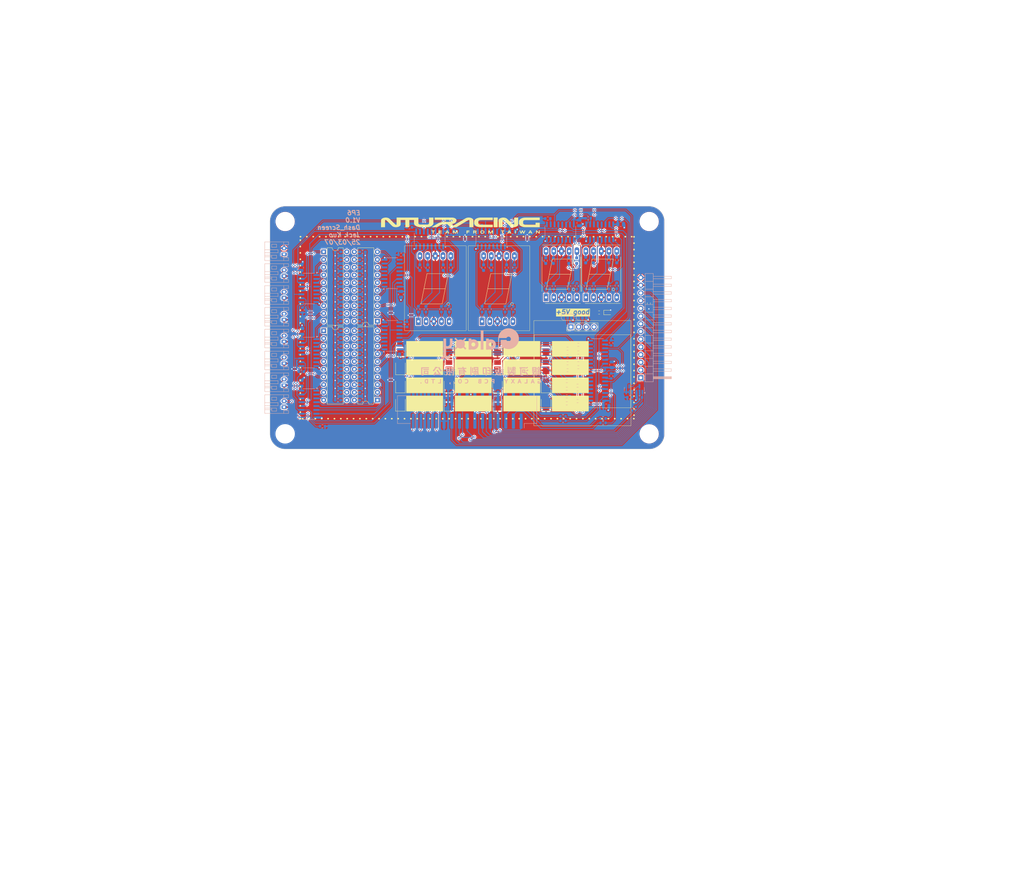
<source format=kicad_pcb>
(kicad_pcb (version 20240108) (generator "pcbnew") (generator_version "8.0")
  (title_block (title "EP5 dashboard screen board") (date "2024-08-28") (rev "2.3") (company "NTURacing") (comment 1 "郭哲明") (comment 2 "electrical group") (comment 3 "1.6T/1oz/黑色防焊/白色文字/無鉛噴錫/各5pcs") (comment 4 "黑色防焊"))
  (layers (0 "F.Cu" signal) (31 "B.Cu" signal) (34 "B.Paste" user) (35 "F.Paste" user) (36 "B.SilkS" user "B.Silkscreen") (37 "F.SilkS" user "F.Silkscreen") (38 "B.Mask" user) (39 "F.Mask" user) (44 "Edge.Cuts" user))
  (net 0 "")
  (net 1 "Net-(J1-Pin_1)")
  (net 2 "Net-(J1-Pin_2)")
  (net 3 "Net-(J1-Pin_3)")
  (net 4 "Net-(J1-Pin_4)")
  (net 5 "Net-(J1-Pin_5)")
  (net 6 "Net-(J1-Pin_6)")
  (net 7 "Net-(J1-Pin_7)")
  (net 8 "Net-(J1-Pin_8)")
  (net 9 "Net-(J1-Pin_9)")
  (net 10 "Net-(J1-Pin_10)")
  (net 11 "Net-(J1-Pin_11)")
  (net 12 "Net-(J1-Pin_12)")
  (net 13 "Net-(J1-Pin_13)")
  (net 14 "Net-(J1-Pin_14)")
  (net 15 "Net-(J1-Pin_15)")
  (net 16 "Net-(J1-Pin_16)")
  (net 17 "Net-(J2-Pin_1)")
  (net 18 "Net-(J2-Pin_2)")
  (net 19 "Net-(J2-Pin_3)")
  (net 20 "Net-(J2-Pin_4)")
  (net 21 "Net-(J2-Pin_5)")
  (net 22 "Net-(J2-Pin_6)")
  (net 23 "Net-(J2-Pin_7)")
  (net 24 "Net-(J2-Pin_8)")
  (net 25 "Net-(J2-Pin_9)")
  (net 26 "Net-(J2-Pin_10)")
  (net 27 "Net-(J2-Pin_11)")
  (net 28 "Net-(J2-Pin_12)")
  (net 29 "Net-(J2-Pin_13)")
  (net 30 "Net-(J2-Pin_14)")
  (net 31 "Net-(J2-Pin_15)")
  (net 32 "Net-(J2-Pin_16)")
  (net 33 "Net-(J11-Pin_1)")
  (net 34 "Net-(J11-Pin_2)")
  (net 35 "Net-(J11-Pin_3)")
  (net 36 "Net-(J11-Pin_4)")
  (net 37 "Net-(J11-Pin_5)")
  (net 38 "Net-(J11-Pin_6)")
  (net 39 "Net-(J11-Pin_7)")
  (net 40 "Net-(J11-Pin_8)")
  (net 41 "Net-(J11-Pin_9)")
  (net 42 "Net-(J11-Pin_10)")
  (net 43 "Net-(J12-Pin_1)")
  (net 44 "Net-(J12-Pin_2)")
  (net 45 "Net-(J12-Pin_3)")
  (net 46 "Net-(J12-Pin_4)")
  (net 47 "Net-(J12-Pin_5)")
  (net 48 "Net-(J12-Pin_6)")
  (net 49 "Net-(J12-Pin_7)")
  (net 50 "Net-(J12-Pin_8)")
  (net 51 "Net-(J12-Pin_9)")
  (net 52 "Net-(J12-Pin_10)")
  (net 53 "Net-(U1-A)")
  (net 54 "Net-(U1-B)")
  (net 55 "Net-(U1-C)")
  (net 56 "Net-(U1-D)")
  (net 57 "Net-(U1-E)")
  (net 58 "Net-(U1-F)")
  (net 59 "Net-(U1-G)")
  (net 60 "Net-(U1-DP)")
  (net 61 "Net-(U2-B)")
  (net 62 "Net-(U2-A)")
  (net 63 "Net-(U2-C)")
  (net 64 "Net-(U2-D)")
  (net 65 "Net-(U2-E)")
  (net 66 "Net-(U2-F)")
  (net 67 "Net-(U2-G)")
  (net 68 "Net-(U2-DP)")
  (net 69 "Net-(U5-B)")
  (net 70 "Net-(U5-A)")
  (net 71 "Net-(U5-C)")
  (net 72 "Net-(U5-D)")
  (net 73 "Net-(U5-E)")
  (net 74 "Net-(U5-F)")
  (net 75 "Net-(U5-G)")
  (net 76 "Net-(U5-DP)")
  (net 77 "Net-(U6-B)")
  (net 78 "Net-(U6-A)")
  (net 79 "Net-(U6-C)")
  (net 80 "Net-(U6-D)")
  (net 81 "Net-(U6-E)")
  (net 82 "Net-(U6-F)")
  (net 83 "Net-(U6-G)")
  (net 84 "Net-(U6-DP)")
  (net 85 "Net-(J11-Pin_11)")
  (net 86 "Net-(J11-Pin_12)")
  (net 87 "Net-(J11-Pin_13)")
  (net 88 "Net-(J11-Pin_14)")
  (net 89 "Net-(J11-Pin_15)")
  (net 90 "Net-(J11-Pin_16)")
  (net 91 "Net-(J11-Pin_17)")
  (net 92 "Net-(J11-Pin_18)")
  (net 93 "Net-(J11-Pin_19)")
  (net 94 "Net-(J11-Pin_20)")
  (net 95 "Net-(J12-Pin_11)")
  (net 96 "Net-(J12-Pin_12)")
  (net 97 "Net-(J12-Pin_13)")
  (net 98 "Net-(J12-Pin_14)")
  (net 99 "Net-(J12-Pin_15)")
  (net 100 "Net-(J12-Pin_16)")
  (net 101 "Net-(J12-Pin_17)")
  (net 102 "Net-(J12-Pin_18)")
  (net 103 "Net-(J12-Pin_19)")
  (net 104 "Net-(J12-Pin_20)")
  (net 105 "Net-(U7-QA)")
  (net 106 "Net-(U7-QB)")
  (net 107 "Net-(U7-QC)")
  (net 108 "Net-(U7-QD)")
  (net 109 "Net-(U7-QE)")
  (net 110 "Net-(U7-QF)")
  (net 111 "Net-(U7-QG)")
  (net 112 "Net-(U7-QH)")
  (net 113 "Net-(U8-QB)")
  (net 114 "Net-(U8-QA)")
  (net 115 "Net-(U8-QC)")
  (net 116 "Net-(U8-QD)")
  (net 117 "Net-(U8-QE)")
  (net 118 "Net-(U8-QF)")
  (net 119 "Net-(U8-QG)")
  (net 120 "Net-(U8-QH)")
  (net 121 "Net-(U11-QB)")
  (net 122 "Net-(U11-QA)")
  (net 123 "Net-(U11-QC)")
  (net 124 "Net-(U11-QD)")
  (net 125 "Net-(U11-QE)")
  (net 126 "Net-(U11-QF)")
  (net 127 "Net-(U11-QG)")
  (net 128 "Net-(U11-QH)")
  (net 129 "Net-(U12-QB)")
  (net 130 "Net-(U12-QA)")
  (net 131 "Net-(U12-QC)")
  (net 132 "Net-(U12-QD)")
  (net 133 "Net-(U12-QE)")
  (net 134 "Net-(U12-QF)")
  (net 135 "Net-(U12-QG)")
  (net 136 "Net-(U12-QH)")
  (net 137 "Net-(U7-QH')")
  (net 138 "/I2C2_SCL")
  (net 139 "/SPI4_LEDPWM_5VTTL")
  (net 140 "/TP_SCK")
  (net 141 "/LCD_CS")
  (net 142 "+5V")
  (net 143 "Seg2End")
  (net 144 "Seg4End")
  (net 145 "Net-(U11-QH')")
  (net 146 "Seg6End")
  (net 147 "LEDend1")
  (net 148 "LEDend2")
  (net 149 "LEDend3")
  (net 150 "LEDend4")
  (net 151 "Net-(D1-A)")
  (net 152 "Net-(J1-Pin_17)")
  (net 153 "Net-(J1-Pin_18)")
  (net 154 "Net-(J1-Pin_19)")
  (net 155 "Net-(J1-Pin_20)")
  (net 156 "Net-(J2-Pin_17)")
  (net 157 "Net-(J2-Pin_18)")
  (net 158 "Net-(J2-Pin_19)")
  (net 159 "Net-(J2-Pin_20)")
  (net 160 "Net-(U11-~{SRCLR})")
  (net 161 "/SPI4_SCK_5VTTL")
  (net 162 "Net-(D2-A)")
  (net 163 "Net-(D3-A)")
  (net 164 "Net-(D4-A)")
  (net 165 "Net-(D5-A)")
  (net 166 "Net-(D6-A)")
  (net 167 "Net-(D7-A)")
  (net 168 "Net-(D8-A)")
  (net 169 "Net-(D9-A)")
  (net 170 "Net-(D10-A)")
  (net 171 "Net-(D11-A)")
  (net 172 "Net-(D12-A)")
  (net 173 "Net-(D13-A)")
  (net 174 "Net-(D14-A)")
  (net 175 "Net-(D15-A)")
  (net 176 "Net-(D16-A)")
  (net 177 "Net-(U9-QB)")
  (net 178 "Net-(U9-QA)")
  (net 179 "Net-(U9-QC)")
  (net 180 "Net-(U9-QD)")
  (net 181 "Net-(U9-QE)")
  (net 182 "Net-(U9-QF)")
  (net 183 "Net-(U9-QG)")
  (net 184 "Net-(U9-QH)")
  (net 185 "Net-(U10-QB)")
  (net 186 "Net-(U10-QA)")
  (net 187 "Net-(U10-QC)")
  (net 188 "Net-(U10-QD)")
  (net 189 "Net-(U10-QE)")
  (net 190 "Net-(U10-QF)")
  (net 191 "Net-(U10-QG)")
  (net 192 "Net-(U10-QH)")
  (net 193 "Net-(U10-SER)")
  (net 195 "GND")
  (net 196 "/button_raw3")
  (net 197 "/button_raw7")
  (net 198 "/BL_PWM")
  (net 199 "Net-(U12-~{SRCLR})")
  (net 200 "Net-(U10-~{SRCLR})")
  (net 201 "Net-(U9-~{SRCLR})")
  (net 202 "Net-(U7-~{SRCLR})")
  (net 203 "Net-(U8-~{SRCLR})")
  (net 204 "Net-(U17-~{SRCLR})")
  (net 205 "Net-(U16-~{SRCLR})")
  (net 206 "Net-(U15-~{SRCLR})")
  (net 207 "Net-(U14-~{SRCLR})")
  (net 208 "Net-(U13-~{SRCLR})")
  (net 209 "Net-(D17-K)")
  (net 210 "/SPI4_MOSI_5VTTL")
  (net 211 "/I2C2_SDA")
  (net 212 "/LCD_SCK")
  (net 213 "/button_raw1")
  (net 214 "/button_raw6")
  (net 215 "/button_raw5")
  (net 216 "/TP_MOSI")
  (net 217 "/TP_CS")
  (net 218 "/RTDlight")
  (net 219 "/LCD_MISO")
  (net 220 "/button_raw4")
  (net 221 "/TP_IRQ")
  (net 222 "/button_raw2")
  (net 223 "/LCD_MOSI")
  (net 224 "/LCD_DC")
  (net 225 "/TP_MISO")
  (net 226 "/SPI4_CS_5VTTL")
  (net 227 "Net-(J4-Pin_2)")
  (net 228 "Net-(J4-Pin_1)")
  (net 229 "/LCD_LED")
  (net 230 "/Dash_Screen_ShiftRegs/RCLK")
  (net 231 "/Dash_Screen_ShiftRegs/SRCLK")
  (net 232 "/Dash_Screen_ShiftRegs/SER")
  (net 233 "/Dash_Screen_ShiftRegs/OE")
  (net 234 "/LCD_RESET")
  (net 235 "Net-(Q1-G)")
  (net 236 "Net-(Q1-D)")
  (footprint "MountingHole:MountingHole_3.2mm_M3" (layer "F.Cu") (at 182 110)
    (property "Reference" "H4" (hide yes))
    (property "Value" "MountingHole_Pad")
  )
  (footprint "Package_DIP:DIP-20_W7.62mm" (layer "F.Cu") (at 92.42 98.86 180)
    (property "Reference" "J2" (hide yes))
    (property "Value" "pedal2-1 GREEN")
  )
  (footprint "nturt_kicad_lib_EP6:LED_PLCC_2835_Handsoldering" (layer "F.Cu") (at 100 100 90)
    (property "Reference" "D4" (hide yes))
    (property "Value" "LED")
  )
  (footprint "nturt_kicad_lib_EP6:LED_PLCC_2835_Handsoldering" (layer "F.Cu") (at 132 94.05 90)
    (property "Reference" "D6" (hide yes))
    (property "Value" "LED")
  )
  (footprint "LED_SMD:LED_0603_1608Metric" (layer "F.Cu") (at 168.4972 70)
    (property "Reference" "D17" (hide yes))
    (property "Value" "White 5VGood")
  )
  (footprint "Package_DIP:DIP-20_W7.62mm" (layer "F.Cu") (at 92.4 72.86 180)
    (property "Reference" "J1" (hide yes))
    (property "Value" "pedal2-2 GREEN")
  )
  (footprint "nturt_kicad_lib_EP6:LED_PLCC_2835_Handsoldering" (layer "F.Cu") (at 148 94 90)
    (property "Reference" "D5" (hide yes))
    (property "Value" "LED")
  )
  (footprint "nturt_kicad_lib_EP6:LED_PLCC_2835_Handsoldering" (layer "F.Cu") (at 132 88 90)
    (property "Reference" "D10" (hide yes))
    (property "Value" "LED")
  )
  (footprint "nturt_kicad_lib_EP6:12864_1.3_I2C" (layer "F.Cu") (at 160 90)
    (property "Reference" "J4" (hide yes))
    (property "Value" "12864")
  )
  (footprint "nturt_kicad_lib_EP6:LED_PLCC_2835_Handsoldering" (layer "F.Cu") (at 116 88 90)
    (property "Reference" "D11" (hide yes))
    (property "Value" "LED")
  )
  (footprint "nturt_kicad_lib_EP6:7SEGMENT-08inch" (layer "F.Cu") (at 132.5 62)
    (property "Reference" "U5" (hide yes))
    (property "Value" "Seg3 BLUE .8")
  )
  (footprint "Resistor_SMD:R_0603_1608Metric" (layer "F.Cu") (at 165.5 70 180)
    (property "Reference" "R100" (hide yes))
    (property "Value" "510R")
  )
  (footprint "Display_7Segment:7SegmentLED_LTS6760_LTS6780" (layer "F.Cu") (at 148 65 90)
    (property "Reference" "U2" (hide yes))
    (property "Value" "Seg2 GREEN .56")
  )
  (footprint "nturt_kicad_lib_EP6:LED_PLCC_2835_Handsoldering" (layer "F.Cu") (at 148 82 90)
    (property "Reference" "D13" (hide yes))
    (property "Value" "LED")
  )
  (footprint "MountingHole:MountingHole_3.2mm_M3" (layer "F.Cu") (at 62 110)
    (property "Reference" "H3" (hide yes))
    (property "Value" "MountingHole_Pad")
  )
  (footprint "nturt_kicad_lib_EP6:LED_PLCC_2835_Handsoldering" (layer "F.Cu") (at 116 94 90)
    (property "Reference" "D7" (hide yes))
    (property "Value" "LED")
  )
  (footprint "Package_DIP:DIP-20_W7.62mm" (layer "F.Cu") (at 74.7 76)
    (property "Reference" "J12" (hide yes))
    (property "Value" "pedal1-2 RED")
  )
  (footprint "nturt_kicad_lib_EP6:LED_PLCC_2835_Handsoldering" (layer "F.Cu") (at 132 82 90)
    (property "Reference" "D14" (hide yes))
    (property "Value" "LED")
  )
  (footprint "nturt_kicad_lib_EP6:LED_PLCC_2835_Handsoldering" (layer "F.Cu") (at 132 100 90)
    (property "Reference" "D2" (hide yes))
    (property "Value" "LED")
  )
  (footprint "MountingHole:MountingHole_3.2mm_M3" (layer "F.Cu") (at 182 40)
    (property "Reference" "H1" (hide yes))
    (property "Value" "MountingHole_Pad")
  )
  (footprint "nturt_kicad_lib_EP6:LED_PLCC_2835_Handsoldering" (layer "F.Cu") (at 100 82 90)
    (property "Reference" "D16" (hide yes))
    (property "Value" "LED")
  )
  (footprint "Package_DIP:DIP-20_W7.62mm" (layer "F.Cu") (at 74.7 50)
    (property "Reference" "J11" (hide yes))
    (property "Value" "pedal1-1 RED")
  )
  (footprint "nturt_kicad_lib_EP6:LED_PLCC_2835_Handsoldering" (layer "F.Cu") (at 116 100 90)
    (property "Reference" "D3" (hide yes))
    (property "Value" "LED")
  )
  (footprint "nturt_kicad_lib_EP6:LED_PLCC_2835_Handsoldering" (layer "F.Cu") (at 148 100 90)
    (property "Reference" "D1" (hide yes))
    (property "Value" "LED")
  )
  (footprint "nturt_kicad_lib_EP6:LED_PLCC_2835_Handsoldering" (layer "F.Cu") (at 116 82 90)
    (property "Reference" "D15" (hide yes))
    (property "Value" "LED")
  )
  (footprint "Display_7Segment:7SegmentLED_LTS6760_LTS6780" (layer "F.Cu") (at 161.128 65 90)
    (property "Reference" "U1" (hide yes))
    (property "Value" "Seg1 GREEN .56")
  )
  (footprint "nturt_kicad_lib_EP6:7SEGMENT-08inch" (layer "F.Cu") (at 111.5 62)
    (property "Reference" "U6" (hide yes))
    (property "Value" "Seg4 BLUE .8")
  )
  (footprint "nturt_kicad_lib_EP6:LED_PLCC_2835_Handsoldering" (layer "F.Cu") (at 100 94 90)
    (property "Reference" "D8" (hide yes))
    (property "Value" "LED")
  )
  (footprint "nturt_kicad_lib_EP6:LED_PLCC_2835_Handsoldering" (layer "F.Cu") (at 148 88 90)
    (property "Reference" "D9" (hide yes))
    (property "Value" "LED")
  )
  (footprint "MountingHole:MountingHole_3.2mm_M3" (layer "F.Cu") (at 62 40)
    (property "Reference" "H2" (hide yes))
    (property "Value" "MountingHole_Pad")
  )
  (footprint "Resistor_SMD:R_0603_1608Metric" (layer "F.Cu") (at 181.9 67 90)
    (property "Reference" "R108" (hide yes))
    (property "Value" "10k")
  )
  (footprint "nturt_kicad_lib_EP6:LED_PLCC_2835_Handsoldering" (layer "F.Cu") (at 100 88 90)
    (property "Reference" "D12" (hide yes))
    (property "Value" "LED")
  )
  (footprint "Resistor_SMD:R_0603_1608Metric_Pad0.98x0.95mm_HandSolder" (layer "B.Cu") (at 158.396 91.32 180)
    (property "Reference" "R40" (hide yes))
    (property "Value" "220R")
  )
  (footprint "Resistor_SMD:R_0603_1608Metric_Pad0.98x0.95mm_HandSolder" (layer "B.Cu") (at 135 55.2 90)
    (property "Reference" "R18" (hide yes))
    (property "Value" "180R")
  )
  (footprint "Connector_PinHeader_2.54mm:PinHeader_1x14_P2.54mm_Horizontal" (layer "B.Cu") (at 179.225 91.5)
    (property "Reference" "J5" (hide yes))
    (property "Value" "toLCD")
  )
  (footprint "Resistor_SMD:R_0603_1608Metric" (layer "B.Cu") (at 100.1881 50.99365)
    (property "Reference" "R75" (hide yes))
    (property "Value" "10k")
  )
  (footprint "Capacitor_SMD:C_0805_2012Metric" (layer "B.Cu") (at 67.3 55.2 90)
    (property "Reference" "C1" (hide yes))
    (property "Value" "0u1")
  )
  (footprint "Resistor_SMD:R_0603_1608Metric_Pad0.98x0.95mm_HandSolder" (layer "B.Cu") (at 161.061875 52.702875 90)
    (property "Reference" "R7" (hide yes))
    (property "Value" "390R")
  )
  (footprint "Package_SO:SOIC-16_3.9x9.9mm_P1.27mm" (layer "B.Cu") (at 165 94.622)
    (property "Reference" "U11" (hide yes))
    (property "Value" "74HC595")
  )
  (footprint "Resistor_SMD:R_0603_1608Metric_Pad0.98x0.95mm_HandSolder" (layer "B.Cu") (at 79.4 76 180)
    (property "Reference" "R87" (hide yes))
    (property "Value" "220R")
  )
  (footprint "Package_SO:SOIC-16_3.9x9.9mm_P1.27mm" (layer "B.Cu") (at 109.6435 45.744 90)
    (property "Reference" "U10" (hide yes))
    (property "Value" "74HC595")
  )
  (footprint "Resistor_SMD:R_0603_1608Metric_Pad0.98x0.95mm_HandSolder" (layer "B.Cu") (at 127.4 55.2 90)
    (property "Reference" "R23" (hide yes))
    (property "Value" "180R")
  )
  (footprint "Resistor_SMD:R_0603_1608Metric_Pad0.98x0.95mm_HandSolder" (layer "B.Cu") (at 163.601875 52.702875 90)
    (property "Reference" "R6" (hide yes))
    (property "Value" "390R")
  )
  (footprint "Resistor_SMD:R_0603_1608Metric_Pad0.98x0.95mm_HandSolder" (layer "B.Cu") (at 87.5 81.1)
    (property "Reference" "R58" (hide yes))
    (property "Value" "330R")
  )
  (footprint "Resistor_SMD:R_0603_1608Metric_Pad0.98x0.95mm_HandSolder" (layer "B.Cu") (at 87.5 98.9)
    (property "Reference" "R52" (hide yes))
    (property "Value" "330R")
  )
  (footprint "Resistor_SMD:R_0603_1608Metric" (layer "B.Cu") (at 153.6 104.2)
    (property "Reference" "R104" (hide yes))
    (property "Value" "0R")
  )
  (footprint "Resistor_SMD:R_0603_1608Metric_Pad0.98x0.95mm_HandSolder" (layer "B.Cu") (at 150.4 52.9 90)
    (property "Reference" "R14" (hide yes))
    (property "Value" "390R")
  )
  (footprint "Connector_JST:JST_PH_S2B-PH-K_1x02_P2.00mm_Horizontal" (layer "B.Cu") (at 61.65 94 90)
    (property "Reference" "J13" (hide yes))
    (property "Value" "BUT6")
  )
  (footprint "Resistor_SMD:R_0603_1608Metric_Pad0.98x0.95mm_HandSolder" (layer "B.Cu") (at 147.986125 61.297125 -90)
    (property "Reference" "R13" (hide yes))
    (property "Value" "390R")
  )
  (footprint "Capacitor_SMD:C_0805_2012Metric" (layer "B.Cu") (at 136.9231 43.2802)
    (property "Reference" "C8" (hide yes))
    (property "Value" "0u1")
  )
  (footprint "Resistor_SMD:R_0603_1608Metric_Pad0.98x0.95mm_HandSolder" (layer "B.Cu") (at 158.396 94.114 180)
    (property "Reference" "R38" (hide yes))
    (property "Value" "220R")
  )
  (footprint "Resistor_SMD:R_0603_1608Metric_Pad0.98x0.95mm_HandSolder" (layer "B.Cu") (at 126.9 68.9 -90)
    (property "Reference" "R21" (hide yes))
    (property "Value" "180R")
  )
  (footprint "Package_SO:SOIC-16_3.9x9.9mm_P1.27mm" (layer "B.Cu") (at 129.9635 45.744 90)
    (property "Reference" "U9" (hide yes))
    (property "Value" "74HC595")
  )
  (footprint "Resistor_SMD:R_0603_1608Metric_Pad0.98x0.95mm_HandSolder" (layer "B.Cu") (at 161.1 61.3 -90)
    (property "Reference" "R5" (hide yes))
    (property "Value" "390R")
  )
  (footprint "Capacitor_SMD:C_0805_2012Metric" (layer "B.Cu") (at 100.1627 63.99845 -90)
    (property "Reference" "C5" (hide yes))
    (property "Value" "0u1")
  )
  (footprint "Package_TO_SOT_SMD:SOT-23" (layer "B.Cu") (at 175.4 95.3 90)
    (property "Reference" "Q2" (hide yes))
    (property "Value" "AO3401A")
  )
  (footprint "Resistor_SMD:R_0603_1608Metric_Pad0.98x0.95mm_HandSolder" (layer "B.Cu") (at 79.4 57.6 180)
    (property "Reference" "R80" (hide yes))
    (property "Value" "220R")
  )
  (footprint "Resistor_SMD:R_0603_1608Metric_Pad0.98x0.95mm_HandSolder" (layer "B.Cu") (at 87.5 67.8)
    (property "Reference" "R61" (hide yes))
    (property "Value" "330R")
  )
  (footprint "Resistor_SMD:R_0603_1608Metric_Pad0.98x0.95mm_HandSolder" (layer "B.Cu") (at 134.5 68.9 -90)
    (property "Reference" "R19" (hide yes))
    (property "Value" "180R")
  )
  (footprint "Resistor_SMD:R_0603_1608Metric_Pad0.98x0.95mm_HandSolder" (layer "B.Cu") (at 79.4 62.7 180)
    (property "Reference" "R82" (hide yes))
    (property "Value" "220R")
  )
  (footprint "Resistor_SMD:R_0603_1608Metric_Pad0.98x0.95mm_HandSolder" (layer "B.Cu") (at 108.4 68.9 -90)
    (property "Reference" "R28" (hide yes))
    (property "Value" "180R")
  )
  (footprint "Connector_JST:JST_PH_S2B-PH-K_1x02_P2.00mm_Horizontal" (layer "B.Cu") (at 61.65 50.8 90)
    (property "Reference" "J15" (hide yes))
    (property "Value" "RTD_LED")
  )
  (footprint "Resistor_SMD:R_0603_1608Metric_Pad0.98x0.95mm_HandSolder" (layer "B.Cu") (at 87.5 93.8)
    (property "Reference" "R53" (hide yes))
    (property "Value" "330R")
  )
  (footprint "Capacitor_SMD:C_0805_2012Metric" (layer "B.Cu") (at 167.8194 100.8958)
    (property "Reference" "C10" (hide yes))
    (property "Value" "0u1")
  )
  (footprint "Capacitor_SMD:C_0805_2012Metric" (layer "B.Cu") (at 116.6133 43.1786)
    (property "Reference" "C9" (hide yes))
    (property "Value" "0u1")
  )
  (footprint "Resistor_SMD:R_0603_1608Metric" (layer "B.Cu") (at 175.6 97.9625 180)
    (property "Reference" "R105" (hide yes))
    (property "Value" "1k")
  )
  (footprint "Resistor_SMD:R_0603_1608Metric_Pad0.98x0.95mm_HandSolder" (layer "B.Cu") (at 87.5 91.2)
    (property "Reference" "R54" (hide yes))
    (property "Value" "330R")
  )
  (footprint "Resistor_SMD:R_0603_1608Metric_Pad0.98x0.95mm_HandSolder" (layer "B.Cu") (at 87.5 76)
    (property "Reference" "R50" (hide yes))
    (property "Value" "330R")
  )
  (footprint "Resistor_SMD:R_0603_1608Metric_Pad0.98x0.95mm_HandSolder" (layer "B.Cu") (at 87.5 57.6)
    (property "Reference" "R65" (hide yes))
    (property "Value" "330R")
  )
  (footprint "Package_SO:SOIC-16_3.9x9.9mm_P1.27mm" (layer "B.Cu") (at 97.2 77.7)
    (property "Reference" "U16" (hide yes))
    (property "Value" "74HC595")
  )
  (footprint "Resistor_SMD:R_0603_1608Metric" (layer "B.Cu") (at 126.0265 41.2736)
    (property "Reference" "R72" (hide yes))
    (property "Value" "10k")
  )
  (footprint "Resistor_SMD:R_0603_1608Metric_Pad0.98x0.95mm_HandSolder" (layer "B.Cu") (at 79.4 86.2 180)
    (property "Reference" "R91" (hide yes))
    (property "Value" "220R")
  )
  (footprint "Resistor_SMD:R_0603_1608Metric_Pad0.98x0.95mm_HandSolder" (layer "B.Cu") (at 87.5 65.3)
    (property "Reference" "R62" (hide yes))
    (property "Value" "330R")
  )
  (footprint "Resistor_SMD:R_0603_1608Metric_Pad0.98x0.95mm_HandSolder" (layer "B.Cu") (at 116.1 68.9 -90)
    (property "Reference" "R32" (hide yes))
    (property "Value" "180R")
  )
  (footprint "Resistor_SMD:R_0603_1608Metric_Pad0.98x0.95mm_HandSolder" (layer "B.Cu") (at 79.4 83.6 180)
    (property "Reference" "R90" (hide yes))
    (property "Value" "220R")
  )
  (footprint "Capacitor_SMD:C_0805_2012Metric" (layer "B.Cu") (at 67.3 93.3 90)
    (property "Reference" "C3" (hide yes))
    (property "Value" "0u1")
  )
  (footprint "Resistor_SMD:R_0603_1608Metric_Pad0.98x0.95mm_HandSolder" (layer "B.Cu") (at 155.094 81.922 180)
    (property "Reference" "R47" (hide yes))
    (property "Value" "220R")
  )
  (footprint "Resistor_SMD:R_0603_1608Metric_Pad0.98x0.95mm_HandSolder" (layer "B.Cu") (at 158.396 96.4 180)
    (property "Reference" "R36" (hide yes))
    (property "Value" "220R")
  )
  (footprint "Resistor_SMD:R_0603_1608Metric_Pad0.98x0.95mm_HandSolder" (layer "B.Cu") (at 137.6 55.2 90)
    (property "Reference" "R17" (hide yes))
    (property "Value" "180R")
  )
  (footprint "Resistor_SMD:R_0603_1608Metric_Pad0.98x0.95mm_HandSolder" (layer "B.Cu") (at 158.146125 61.297125 -90)
    (property "Reference" "R16" (hide yes))
    (property "Value" "390R")
  )
  (footprint "Resistor_SMD:R_0603_1608Metric" (layer "B.Cu") (at 67.7 69.2 90)
    (property "Reference" "R99" (hide yes))
    (property "Value" "10k")
  )
  (footprint "Resistor_SMD:R_0603_1608Metric_Pad0.98x0.95mm_HandSolder" (layer "B.Cu") (at 87.5 96.3)
    (property "Reference" "R49" (hide yes))
    (property "Value" "330R")
  )
  (footprint "Connector_JST:JST_PH_S2B-PH-K_1x02_P2.00mm_Horizontal" (layer "B.Cu") (at 61.65 86.8 90)
    (property "Reference" "J10" (hide yes))
    (property "Value" "BUT5")
  )
  (footprint "Resistor_SMD:R_0603_1608Metric" (layer "B.Cu") (at 169.4704 90.9136 -90)
    (property "Reference" "R69" (hide yes))
    (property "Value" "10k")
  )
  (footprint "Resistor_SMD:R_0603_1608Metric_Pad0.98x0.95mm_HandSolder" (layer "B.Cu") (at 155.094 89.034 180)
    (property "Reference" "R42" (hide yes))
    (property "Value" "220R")
  )
  (footprint "Resistor_SMD:R_0603_1608Metric_Pad0.98x0.95mm_HandSolder" (layer "B.Cu") (at 158.396 99.194 180)
    (property "Reference" "R33" (hide yes))
    (property "Value" "220R")
  )
  (footprint "Resistor_SMD:R_0603_1608Metric_Pad0.98x0.95mm_HandSolder" (layer "B.Cu") (at 168.7 61.3 -90)
    (property "Reference" "R3" (hide yes))
    (property "Value" "390R")
  )
  (footprint "Resistor_SMD:R_0603_1608Metric_Pad0.98x0.95mm_HandSolder" (layer "B.Cu") (at 79.4 70.3 180)
    (property "Reference" "R85" (hide yes))
    (property "Value" "220R")
  )
  (footprint "Resistor_SMD:R_0603_1608Metric_Pad0.98x0.95mm_HandSolder" (layer "B.Cu") (at 79.4 93.8 180)
    (property "Reference" "R94" (hide yes))
    (property "Value" "220R")
  )
  (footprint "Resistor_SMD:R_0603_1608Metric_Pad0.98x0.95mm_HandSolder" (layer "B.Cu") (at 150.526125 61.297125 -90)
    (property "Reference" "R12" (hide yes))
    (property "Value" "390R")
  )
  (footprint "Resistor_SMD:R_0603_1608Metric_Pad0.98x0.95mm_HandSolder" (layer "B.Cu") (at 154.84 97.67 180)
    (property "Reference" "R35" (hide yes))
    (property "Value" "220R")
  )
  (footprint "Package_SO:SOIC-16_3.9x9.9mm_P1.27mm" (layer "B.Cu") (at 165.7 43.4 90)
    (property "Reference" "U7" (hide yes))
    (property "Value" "74HC595")
  )
  (footprint "Capacitor_SMD:C_0805_2012Metric" (layer "B.Cu") (at 169.7 87.2 90)
    (property "Reference" "C11" (hide yes))
    (property "Value" "0u1")
  )
  (footprint "Resistor_SMD:R_0603_1608Metric_Pad0.98x0.95mm_HandSolder" (layer "B.Cu") (at 79.4 96.3 180)
    (property "Reference" "R95" (hide yes))
    (property "Value" "220R")
  )
  (footprint "Resistor_SMD:R_0603_1608Metric_Pad0.98x0.95mm_HandSolder" (layer "B.Cu") (at 87.5 83.6)
    (property "Reference" "R57" (hide yes))
    (property "Value" "330R")
  )
  (footprint "Package_SO:SOIC-16_3.9x9.9mm_P1.27mm" (layer "B.Cu") (at 69.8 83.2 180)
    (property "Reference" "U14" (hide yes))
    (property "Value" "74HC595")
  )
  (footprint "Resistor_SMD:R_0603_1608Metric" (layer "B.Cu") (at 166.8 104.9)
    (property "Reference" "R102" (hide yes))
    (property "Value" "0R")
  )
  (footprint "Resistor_SMD:R_0603_1608Metric" (layer "B.Cu") (at 153.6 105.7)
    (property "Reference" "R101" (hide yes))
    (property "Value" "0R")
  )
  (footprint "Resistor_SMD:R_0603_1608Metric_Pad0.98x0.95mm_HandSolder" (layer "B.Cu") (at 129.4 68.9 -90)
    (property "Reference" "R20" (hide yes))
    (property "Value" "180R")
  )
  (footprint "Resistor_SMD:R_0603_1608Metric_Pad0.98x0.95mm_HandSolder" (layer "B.Cu") (at 87.5 50)
    (property "Reference" "R68" (hide yes))
    (property "Value" "330R")
  )
  (footprint "Resistor_SMD:R_0603_1608Metric" (layer "B.Cu") (at 169.445 80.017 -90)
    (property "Reference" "R70" (hide yes))
    (property "Value" "10k")
  )
  (footprint "Resistor_SMD:R_0603_1608Metric_Pad0.98x0.95mm_HandSolder" (layer "B.Cu") (at 116.6 55.2 90)
    (property "Reference" "R25" (hide yes))
    (property "Value" "180R")
  )
  (footprint "Resistor_SMD:R_0603_1608Metric_Pad0.98x0.95mm_HandSolder" (layer "B.Cu") (at 129.9635 55.2 90)
    (property "Reference" "R22" (hide yes))
    (property "Value" "180R")
  )
  (footprint "Resistor_SMD:R_0603_1608Metric" (layer "B.Cu") (at 161.9 38.9)
    (property "Reference" "R73" (hide yes))
    (property "Value" "10k")
  )
  (footprint "Resistor_SMD:R_0603_1608Metric_Pad0.98x0.95mm_HandSolder" (layer "B.Cu") (at 79.4 91.2 180)
    (property "Reference" "R93" (hide yes))
    (property "Value" "220R")
  )
  (footprint "Resistor_SMD:R_0603_1608Metric" (layer "B.Cu") (at 102.1693 73.90445 -90)
    (property "Reference" "R76" (hide yes))
    (property "Value" "10k")
  )
  (footprint "Connector_JST:JST_PH_S2B-PH-K_1x02_P2.00mm_Horizontal" (layer "B.Cu") (at 61.65 65.2 90)
    (property "Reference" "J7" (hide yes))
    (property "Value" "BUT2")
  )
  (footprint "Connector_JST:JST_PH_S2B-PH-K_1x02_P2.00mm_Horizontal" (layer "B.Cu") (at 61.65 72.4 90)
    (property "Reference" "J8" (hide yes))
    (property "Value" "BUT3")
  )
  (footprint "Resistor_SMD:R_0603_1608Metric_Pad0.98x0.95mm_HandSolder" (layer "B.Cu") (at 158.1 52.9 90)
    (property "Reference" "R9" (hide yes))
    (property "Value" "390R")
  )
  (footprint "Resistor_SMD:R_0603_1608Metric_Pad0.98x0.95mm_HandSolder" (layer "B.Cu") (at 79.4 81.1 180)
    (property "Reference" "R89" (hide yes))
    (property "Value" "220R")
  )
  (footprint "Capacitor_SMD:C_0805_2012Metric" (layer "B.Cu") (at 100.6453 83.9 180)
    (property "Reference" "C4" (hide yes))
    (property "Value" "0u1")
  )
  (footprint "Resistor_SMD:R_0603_1608Metric_Pad0.98x0.95mm_HandSolder" (layer "B.Cu") (at 87.5 55.1)
    (property "Reference" "R66" (hide yes))
    (property "Value" "330R")
  )
  (footprint "Resistor_SMD:R_0603_1608Metric_Pad0.98x0.95mm_HandSolder" (layer "B.Cu") (at 109 55.2 90)
    (property "Reference" "R30" (hide yes))
    (property "Value" "180R")
  )
  (footprint "Resistor_SMD:R_0603_1608Metric_Pad0.98x0.95mm_HandSolder" (layer "B.Cu") (at 87.5 86.2)
    (property "Reference" "R56" (hide yes))
    (property "Value" "330R")
  )
  (footprint "Resistor_SMD:R_0603_1608Metric_Pad0.98x0.95mm_HandSolder" (layer "B.Cu") (at 154.84 99.956 180)
    (property "Reference" "R34" (hide yes))
    (property "Value" "220R")
  )
  (footprint "Resistor_SMD:R_0603_1608Metric" (layer "B.Cu") (at 148.5752 39.02505)
    (property "Reference" "R74" (hide yes))
    (property "Value" "10k")
  )
  (footprint "Capacitor_SMD:C_0805_2012Metric" (layer "B.Cu") (at 67.5745 76.21585 90)
    (property "Reference" "C2" (hide yes))
    (property "Value" "0u1")
  )
  (footprint "Package_SO:SOIC-16_3.9x9.9mm_P1.27mm" (layer "B.Cu") (at 69.8 100.2 180)
    (property "Reference" "U15" (hide yes))
    (property "Value" "74HC595")
  )
  (footprint "Resistor_SMD:R_0603_1608Metric_Pad0.98x0.95mm_HandSolder" (layer "B.Cu") (at 87.5 62.7)
    (property "Reference" "R63" (hide yes))
    (property "Value" "330R")
  )
  (footprint "Resistor_SMD:R_0603_1608Metric_Pad0.98x0.95mm_HandSolder" (layer "B.Cu") (at 79.4 98.9 180)
    (property "Reference" "R96" (hide yes))
    (property "Value" "220R")
  )
  (footprint "Resistor_SMD:R_0603_1608Metric_Pad0.98x0.95mm_HandSolder" (layer "B.Cu") (at 106.4 55.2 90)
    (property "Reference" "R31" (hide yes))
    (property "Value" "180R")
  )
  (footprint "Resistor_SMD:R_0603_1608Metric" (layer "B.Cu") (at 74.3 107.5 180)
    (property "Reference" "R97" (hide yes))
    (property "Value" "10k")
  )
  (footprint "Package_SO:SOIC-16_3.9x9.9mm_P1.27mm" (layer "B.Cu") (at 165 83.7)
    (property "Reference" "U12" (hide yes))
    (property "Value" "74HC595")
  )
  (footprint "Resistor_SMD:R_0603_1608Metric_Pad0.98x0.95mm_HandSolder" (layer "B.Cu") (at 87.5 52.6)
    (property "Reference" "R67" (hide yes))
    (property "Value" "330R")
  )
  (footprint "Resistor_SMD:R_0603_1608Metric_Pad0.98x0.95mm_HandSolder" (layer "B.Cu") (at 155.094 84.462 180)
    (property "Reference" "R45" (hide yes))
    (property "Value" "220R")
  )
  (footprint "Resistor_SMD:R_0603_1608Metric_Pad0.98x0.95mm_HandSolder" (layer "B.Cu") (at 158.65 85.732 180)
    (property "Reference" "R44" (hide yes))
    (property "Value" "220R")
  )
  (footprint "Resistor_SMD:R_0603_1608Metric_Pad0.98x0.95mm_HandSolder" (layer "B.Cu") (at 79.4 78.6 180)
    (property "Reference" "R88" (hide yes))
    (property "Value" "220R")
  )
  (footprint "Resistor_SMD:R_0603_1608Metric_Pad0.98x0.95mm_HandSolder" (layer "B.Cu") (at 87.4 78.6)
    (property "Reference" "R59" (hide yes))
    (property "Value" "330R")
  )
  (footprint "Resistor_SMD:R_0603_1608Metric_Pad0.98x0.95mm_HandSolder" (layer "B.Cu") (at 79.4 72.9 180)
    (property "Reference" "R86" (hide yes))
    (property "Value" "220R")
  )
  (footprint "Resistor_SMD:R_0603_1608Metric_Pad0.98x0.95mm_HandSolder" (layer "B.Cu") (at 113.5 68.9 -90)
    (property "Reference" "R27" (hide yes))
    (property "Value" "180R")
  )
  (footprint "Resistor_SMD:R_0603_1608Metric_Pad0.98x0.95mm_HandSolder" (layer "B.Cu") (at 171.3 61.2 -90)
    (property "Reference" "R8" (hide yes))
    (property "Value" "390R")
  )
  (footprint "Resistor_SMD:R_0603_1608Metric" (layer "B.Cu") (at 102.9633 41.9086)
    (property "Reference" "R71" (hide yes))
    (property "Value" "10k")
  )
  (footprint "Resistor_SMD:R_0603_1608Metric_Pad0.98x0.95mm_HandSolder" (layer "B.Cu") (at 154.84 95.13 180)
    (property "Reference" "R37" (hide yes))
    (property "Value" "220R")
  )
  (footprint "Resistor_SMD:R_0603_1608Metric_Pad0.98x0.95mm_HandSolder" (layer "B.Cu") (at 79.4 50 180)
    (property "Reference" "R77" (hide yes))
    (property "Value" "220R")
  )
  (footprint "Resistor_SMD:R_0603_1608Metric_Pad0.98x0.95mm_HandSolder" (layer "B.Cu") (at 158.65 80.652 180)
    (property "Reference" "R48" (hide yes))
    (property "Value" "220R")
  )
  (footprint "Resistor_SMD:R_0603_1608Metric" (layer "B.Cu") (at 178.8 98)
    (property "Reference" "R106" (hide yes))
    (property "Value" "10k")
  )
  (footprint "Resistor_SMD:R_0603_1608Metric_Pad0.98x0.95mm_HandSolder" (layer "B.Cu") (at 87.5 72.9)
    (property "Reference" "R51" (hide yes))
    (property "Value" "330R")
  )
  (footprint "Jumper:SolderJumper-3_P1.3mm_Open_RoundedPad1.0x1.5mm" (layer "B.Cu") (at 160 71.5 180)
    (property "Reference" "JP2" (hide yes))
    (property "Value" "OLED_P2")
  )
  (footprint "Resistor_SMD:R_0603_1608Metric_Pad0.98x0.95mm_HandSolder" (layer "B.Cu") (at 87.5 70.3)
    (property "Reference" "R60" (hide yes))
    (property "Value" "330R")
  )
  (footprint "Resistor_SMD:R_0603_1608Metric_Pad0.98x0.95mm_HandSolder" (layer "B.Cu") (at 168.7 52.7 90)
    (property "Reference" "R1" (hide yes))
    (property "Value" "390R")
  )
  (footprint "Resistor_SMD:R_0603_1608Metric_Pad0.98x0.95mm_HandSolder" (layer "B.Cu") (at 105.9 68.9 -90)
    (property "Reference" "R29" (hide yes))
    (property "Value" "180R")
  )
  (footprint "Resistor_SMD:R_0603_1608Metric_Pad0.98x0.95mm_HandSolder" (layer "B.Cu") (at 137.2 68.9 -90)
    (property "Reference" "R24" (hide yes))
    (property "Value" "180R")
  )
  (footprint "Jumper:SolderJumper-3_P1.3mm_Open_RoundedPad1.0x1.5mm" (layer "B.Cu") (at 155.1 71.5)
    (property "Reference" "JP1" (hide yes))
    (property "Value" "OLED_P1")
  )
  (footprint "Resistor_SMD:R_0603_1608Metric_Pad0.98x0.95mm_HandSolder" (layer "B.Cu") (at 79.4 65.3 180)
    (property "Reference" "R83" (hide yes))
    (property "Value" "220R")
  )
  (footprint "Resistor_SMD:R_0603_1608Metric_Pad0.98x0.95mm_HandSolder" (layer "B.Cu") (at 171.3 52.7 90)
    (property "Reference" "R2" (hide yes))
    (property "Value" "390R")
  )
  (footprint "Connector_JST:JST_PH_S2B-PH-K_1x02_P2.00mm_Horizontal" (layer "B.Cu") (at 61.65 58 90)
    (property "Reference" "J6" (hide yes))
    (property "Value" "BUT1")
  )
  (footprint "Resistor_SMD:R_0603_1608Metric_Pad0.98x0.95mm_HandSolder" (layer "B.Cu") (at 158.65 83.192 180)
    (property "Reference" "R46" (hide yes))
    (property "Value" "220R")
  )
  (footprint "Resistor_SMD:R_0603_1608Metric_Pad0.98x0.95mm_HandSolder" (layer "B.Cu") (at 163.7 61.3 -90)
    (property "Reference" "R4" (hide yes))
    (property "Value" "390R")
  )
  (footprint "Resistor_SMD:R_0603_1608Metric_Pad0.98x0.95mm_HandSolder" (layer "B.Cu") (at 79.4 55.1 180)
    (property "Reference" "R79" (hide yes))
    (property "Value" "220R")
  )
  (footprint "Connector_JST:JST_PH_S2B-PH-K_1x02_P2.00mm_Horizontal" (layer "B.Cu") (at 61.65 79.6 90)
    (property "Reference" "J9" (hide yes))
    (property "Value" "BUT4")
  )
  (footprint "Resistor_SMD:R_0603_1608Metric_Pad0.98x0.95mm_HandSolder" (layer "B.Cu") (at 79.4 67.8 180)
    (property "Reference" "R84" (hide yes))
    (property "Value" "220R")
  )
  (footprint "Resistor_SMD:R_0603_1608Metric_Pad0.98x0.95mm_HandSolder" (layer "B.Cu") (at 87.5 60.2)
    (property "Reference" "R64" (hide yes))
    (property "Value" "330R")
  )
  (footprint "Resistor_SMD:R_0603_1608Metric_Pad0.98x0.95mm_HandSolder" (layer "B.Cu") (at 114.1 55.2 90)
    (property "Reference" "R26" (hide yes))
    (property "Value" "180R")
  )
  (footprint "Resistor_SMD:R_0603_1608Metric_Pad0.98x0.95mm_HandSolder" (layer "B.Cu") (at 79.4 60.2 180)
    (property "Reference" "R81" (hide yes))
    (property "Value" "220R")
  )
  (footprint "Resistor_SMD:R_0603_1608Metric" (layer "B.Cu") (at 166.8 106.4)
    (property "Reference" "R103" (hide yes))
    (property "Value" "0R")
  )
  (footprint "Resistor_SMD:R_0603_1608Metric_Pad0.98x0.95mm_HandSolder" (layer "B.Cu") (at 79.4 52.6 180)
    (property "Reference" "R78" (hide yes))
    (property "Value" "220R")
  )
  (footprint "Capacitor_SMD:C_0805_2012Metric" (layer "B.Cu") (at 158.9384 40.45765 -90)
    (property "Reference" "C7" (hide yes))
    (property "Value" "0u1")
  )
  (footprint "Resistor_SMD:R_0603_1608Metric_Pad0.98x0.95mm_HandSolder" (layer "B.Cu") (at 154.84 92.59 180)
    (property "Reference" "R39" (hide yes))
    (property "Value" "220R")
  )
  (footprint "Resistor_SMD:R_0603_1608Metric" (layer "B.Cu") (at 177 101.7 45)
    (property "Reference" "R107" (hide yes))
    (property "Value" "1k")
  )
  (footprint "Resistor_SMD:R_0603_1608Metric_Pad0.98x0.95mm_HandSolder" (layer "B.Cu") (at 87.5 88.7)
    (property "Reference" "R55" (hide yes))
    (property "Value" "330R")
  )
  (footprint "Resistor_SMD:R_0603_1608Metric_Pad0.98x0.95mm_HandSolder" (layer "B.Cu") (at 79.4 88.7 180)
    (property "Reference" "R92" (hide yes))
    (property "Value" "220R")
  )
  (footprint "Package_SO:SOIC-16_3.9x9.9mm_P1.27mm" (layer "B.Cu") (at 69.8 62.1 180)
    (property "Reference" "U13" (hide yes))
    (property "Value" "74HC595")
  )
  (footprint "Package_SO:SOIC-16_3.9x9.9mm_P1.27mm" (layer "B.Cu") (at 97.2 57.04245)
    (property "Reference" "U17" (hide yes))
    (property "Value" "74HC595" (hide yes))
  )
  (footprint "Resistor_SMD:R_0603_1608Metric_Pad0.98x0.95mm_HandSolder" (layer "B.Cu") (at 155.5 52.9 90)
    (property "Reference" "R10" (hide yes))
    (property "Value" "390R")
  )
  (footprint "Resistor_SMD:R_0603_1608Metric_Pad0.98x0.95mm_HandSolder" (layer "B.Cu") (at 158.65 88.018 180)
    (property "Reference" "R41" (hide yes))
    (property "Value" "220R")
  )
  (footprint "Capacitor_SMD:C_0805_2012Metric" (layer "B.Cu") (at 172.6 40.9)
    (property "Reference" "C6" (hide yes))
    (property "Value" "0u1")
  )
  (footprint "Connector_JST:JST_PH_S2B-PH-K_1x02_P2.00mm_Horizontal" (layer "B.Cu") (at 61.65 101.2 90)
    (property "Reference" "J14" (hide yes))
    (property "Value" "BUT7")
  )
  (footprint "nturt_kicad_lib_EP6:IDC-Header_2x15_P2.54mm_Vertical_SMD" (layer "B.Cu") (at 122 102 90)
    (property "Reference" "J3" (hide yes))
    (property "Value" "VCU")
  )
  (footprint "Resistor_SMD:R_0603_1608Metric_Pad0.98x0.95mm_HandSolder" (layer "B.Cu") (at 155.094 86.748 180)
    (property "Reference" "R43" (hide yes))
    (property "Value" "220R")
  )
  (footprint "Package_TO_SOT_SMD:SOT-23" (layer "B.Cu") (at 178.8 95.3 90)
    (property "Reference" "Q1" (hide yes))
    (property "Value" "2N7002")
  )
  (footprint "Resistor_SMD:R_0603_1608Metric" (layer "B.Cu") (at 67.3 89.5)
    (property "Reference" "R98" (hide yes))
    (property "Value" "10k")
  )
  (footprint "Package_SO:SOIC-16_3.9x9.9mm_P1.27mm" (layer "B.Cu") (at 152.708625 43.455125 90)
    (property "Reference" "U8" (hide yes))
    (property "Value" "74HC595")
  )
  (footprint "Resistor_SMD:R_0603_1608Metric_Pad0.98x0.95mm_HandSolder" (layer "B.Cu") (at 155.54 61.318 -90)
    (property "Reference" "R11" (hide yes))
    (property "Value" "390R")
  )
  (footprint "Resistor_SMD:R_0603_1608Metric_Pad0.98x0.95mm_HandSolder" (layer "B.Cu") (at 147.9 52.9 90)
    (property "Reference" "R15" (hide yes))
    (property "Value" "390R")
  )
  (gr_poly (pts (xy 116.528844 88.116781) (xy 116.593523 88.322406) (xy 116.662634 88.536022) (xy 116.7323 88.745511) (xy 116.798646 88.938753) (xy 116.76509 88.984372) (xy 116.734899 89.029455) (xy 116.707909 89.073978) (xy 116.683954 89.117918) (xy 116.662868 89.161253) (xy 116.644485 89.203958) (xy 116.62864 89.24601) (xy 116.615167 89.287386) (xy 116.603899 89.328062) (xy 116.594672 89.368016) (xy 116.587319 89.407224) (xy 116.581675 89.445662) (xy 116.577573 89.483307) (xy 116.574849 89.520136) (xy 116.573336 89.556125) (xy 116.572868 89.591251) (xy 116.573351 89.628131) (xy 116.574817 89.663475) (xy 116.577294 89.697294) (xy 116.58081 89.729595) (xy 116.585393 89.76039) (xy 116.591071 89.789686) (xy 116.59787 89.817494) (xy 116.605819 89.843823) (xy 116.614945 89.868681) (xy 116.625276 89.892079) (xy 116.636841 89.914025) (xy 116.649665 89.934529) (xy 116.663778 89.953599) (xy 116.679206 89.971247) (xy 116.695979 89.98748) (xy 116.714122 90.002308) (xy 116.72308 90.00913) (xy 116.732331 90.015534) (xy 116.741869 90.021538) (xy 116.75169 90.027158) (xy 116.761787 90.032415) (xy 116.772157 90.037324) (xy 116.782793 90.041905) (xy 116.79369 90.046175) (xy 116.804844 90.050153) (xy 116.816249 90.053856) (xy 116.827901 90.057302) (xy 116.839793 90.060509) (xy 116.85192 90.063496) (xy 116.864278 90.06628) (xy 116.889665 90.071311) (xy 116.900464 90.07295) (xy 116.911674 90.07438) (xy 116.935196 90.076649) (xy 116.959972 90.078195) (xy 116.985742 90.07909) (xy 117.012247 90.07941) (xy 117.039225 90.079229) (xy 117.066419 90.078621) (xy 117.093568 90.07766) (xy 117.093934 90.060044) (xy 117.095018 90.04147) (xy 117.096803 90.022074) (xy 117.099269 90.001995) (xy 117.102397 89.981368) (xy 117.106168 89.96033) (xy 117.110564 89.939019) (xy 117.115566 89.917571) (xy 117.121156 89.896123) (xy 117.127313 89.874812) (xy 117.13402 89.853774) (xy 117.141257 89.833147) (xy 117.149006 89.813067) (xy 117.157248 89.793672) (xy 117.165964 89.775097) (xy 117.175136 89.757481) (xy 117.136414 89.759793) (xy 117.100644 89.761484) (xy 117.084043 89.761919) (xy 117.068394 89.761985) (xy 117.053767 89.761611) (xy 117.040233 89.760726) (xy 117.034361 89.760652) (xy 117.028503 89.760422) (xy 117.022672 89.760028) (xy 117.016882 89.75946) (xy 117.011146 89.758709) (xy 117.005479 89.757764) (xy 116.999894 89.756617) (xy 116.994405 89.755258) (xy 116.989024 89.753677) (xy 116.983767 89.751865) (xy 116.978646 89.749813) (xy 116.973675 89.74751) (xy 116.968868 89.744948) (xy 116.964238 89.742117) (xy 116.959799 89.739007) (xy 116.955565 89.735609) (xy 116.952088 89.732843) (xy 116.948722 89.729842) (xy 116.945467 89.72661) (xy 116.942322 89.72315) (xy 116.939288 89.719467) (xy 116.936365 89.715564) (xy 116.933552 89.711446) (xy 116.93085 89.707117) (xy 116.925778 89.697841) (xy 116.921148 89.687769) (xy 116.91696 89.676935) (xy 116.913213 89.66537) (xy 116.909908 89.653107) (xy 116.907045 89.640179) (xy 116.904622 89.626618) (xy 116.902641 89.612457) (xy 116.9011 89.59773) (xy 116.899999 89.582467) (xy 116.899339 89.566703) (xy 116.899119 89.550469) (xy 116.899621 89.521111) (xy 116.901221 89.490689) (xy 116.904062 89.459246) (xy 116.908285 89.426823) (xy 116.914035 89.393461) (xy 116.921452 89.359203) (xy 116.930679 89.324089) (xy 116.94186 89.288162) (xy 116.955135 89.251462) (xy 116.970648 89.214031) (xy 116.988541 89.175912) (xy 117.008957 89.137144) (xy 117.032037 89.097771) (xy 117.057924 89.057833) (xy 117.086761 89.017373) (xy 117.11869 88.97643) (xy 117.072697 88.822864) (xy 117.025804 88.656055) (xy 116.980657 88.486309) (xy 116.939903 88.323933) (xy 117.244139 88.323933) (xy 117.244139 90.792812) (xy 117.570531 90.792812) (xy 117.570531 87.991334) (xy 116.823765 87.991334) (xy 116.773674 87.975671)) (fill solid) (layer "B.SilkS"))
  (gr_poly (pts (xy 111.428793 88.026542) (xy 111.398291 88.108634) (xy 111.364407 88.190187) (xy 111.327214 88.270891) (xy 111.286787 88.350438) (xy 111.243197 88.42852) (xy 111.196518 88.504829) (xy 111.146824 88.579057) (xy 111.094189 88.650896) (xy 111.038685 88.720036) (xy 110.980386 88.786171) (xy 110.919365 88.848992) (xy 110.855696 88.90819) (xy 110.789451 88.963458) (xy 110.720706 89.014487) (xy 110.649531 89.060969) (xy 110.665989 89.077364) (xy 110.683438 89.095806) (xy 110.701701 89.116061) (xy 110.720599 89.137893) (xy 110.759585 89.185351) (xy 110.798968 89.236301) (xy 110.837319 89.288864) (xy 110.87321 89.341164) (xy 110.889786 89.366627) (xy 110.905212 89.39132) (xy 110.919307 89.415008) (xy 110.931895 89.437455) (xy 110.998017 89.384594) (xy 111.062265 89.328502) (xy 111.124605 89.269404) (xy 111.184997 89.207525) (xy 111.243407 89.14309) (xy 111.299795 89.076325) (xy 111.354127 89.007455) (xy 111.406363 88.936704) (xy 111.456468 88.864298) (xy 111.504405 88.790461) (xy 111.550135 88.71542) (xy 111.593624 88.639398) (xy 111.634832 88.562622) (xy 111.673724 88.485316) (xy 111.710263 88.407705) (xy 111.744411 88.330015) (xy 112.246486 88.330015) (xy 112.246486 87.944217) (xy 111.455839 87.944217)) (fill solid) (layer "B.SilkS"))
  (gr_poly (pts (xy 117.798219 78.678651) (xy 121.363392 82.243964) (xy 121.741711 81.865645) (xy 118.176396 78.300614)) (fill solid) (layer "B.SilkS"))
  (gr_poly (pts (xy 145.632067 91.93896) (xy 145.611294 91.939684) (xy 145.590341 91.94089) (xy 145.56921 91.942579) (xy 145.547899 91.94475) (xy 145.526408 91.947402) (xy 145.482887 91.954152) (xy 145.438645 91.962827) (xy 145.393681 91.973425) (xy 145.347992 91.985944) (xy 145.301577 92.000384) (xy 145.301577 92.192296) (xy 145.325346 92.18061) (xy 145.348923 92.16968) (xy 145.372307 92.159507) (xy 145.395497 92.15009) (xy 145.418493 92.141429) (xy 145.441294 92.133523) (xy 145.4639 92.126372) (xy 145.486309 92.119976) (xy 145.508522 92.114333) (xy 145.530537 92.109445) (xy 145.552354 92.105309) (xy 145.573972 92.101926) (xy 145.595391 92.099296) (xy 145.616611 92.097418) (xy 145.637629 92.096291) (xy 145.658447 92.095916) (xy 145.68218 92.096521) (xy 145.705384 92.098337) (xy 145.728057 92.101362) (xy 145.7502 92.105598) (xy 145.771812 92.111043) (xy 145.792893 92.117697) (xy 145.813443 92.125561) (xy 145.83346 92.134634) (xy 145.852945 92.144915) (xy 145.871897 92.156405) (xy 145.890315 92.169104) (xy 145.9082 92.183011) (xy 145.925551 92.198125) (xy 145.942368 92.214448) (xy 145.958649 92.231978) (xy 145.974395 92.250715) (xy 145.989413 92.270436) (xy 146.00346 92.290814) (xy 146.016535 92.311847) (xy 146.028639 92.333538) (xy 146.039772 92.355888) (xy 146.049935 92.378896) (xy 146.059128 92.402564) (xy 146.067352 92.426893) (xy 146.074606 92.451883) (xy 146.080892 92.477535) (xy 146.08621 92.50385) (xy 146.09056 92.53083) (xy 146.093943 92.558474) (xy 146.096358 92.586784) (xy 146.097807 92.61576) (xy 146.09829 92.645403) (xy 146.097745 92.6752) (xy 146.096107 92.704319) (xy 146.093378 92.73276) (xy 146.089557 92.760524) (xy 146.084643 92.787609) (xy 146.078638 92.814016) (xy 146.071539 92.839745) (xy 146.063348 92.864796) (xy 146.054063 92.889169) (xy 146.043686 92.912864) (xy 146.032214 92.935882) (xy 146.019649 92.958221) (xy 146.005991 92.979882) (xy 145.991238 93.000865) (xy 145.975391 93.02117) (xy 145.958449 93.040797) (xy 145.940682 93.059506) (xy 145.922308 93.077005) (xy 145.903326 93.093295) (xy 145.883737 93.108375) (xy 145.863543 93.122247) (xy 145.842743 93.13491) (xy 145.821338 93.146366) (xy 145.799329 93.156614) (xy 145.776716 93.165654) (xy 145.7535 93.173488) (xy 145.729682 93.180116) (xy 145.705263 93.185537) (xy 145.680242 93.189753) (xy 145.654621 93.192764) (xy 145.6284 93.194571) (xy 145.601579 93.195173) (xy 145.588873 93.194974) (xy 145.57531 93.194379) (xy 145.560895 93.193387) (xy 145.545629 93.191997) (xy 145.529516 93.190211) (xy 145.51256 93.188028) (xy 145.494764 93.185448) (xy 145.476131 93.182471) (xy 145.476131 92.822639) (xy 145.708683 92.822639) (xy 145.708683 92.665723) (xy 145.286196 92.665723) (xy 145.286196 93.298043) (xy 145.33435 93.31397) (xy 145.381869 93.327779) (xy 145.428753 93.339468) (xy 145.475003 93.349035) (xy 145.520617 93.356479) (xy 145.543186 93.359405) (xy 145.565596 93.361799) (xy 145.587847 93.363661) (xy 145.60994 93.364991) (xy 145.631874 93.36579) (xy 145.653649 93.366056) (xy 145.68916 93.365289) (xy 145.72383 93.362987) (xy 145.75766 93.35915) (xy 145.79065 93.35378) (xy 145.822801 93.346874) (xy 145.854111 93.338434) (xy 145.884581 93.328459) (xy 145.914211 93.31695) (xy 145.943001 93.303906) (xy 145.970951 93.289328) (xy 145.998061 93.273215) (xy 146.02433 93.255567) (xy 146.04976 93.236385) (xy 146.07435 93.215668) (xy 146.0981 93.193417) (xy 146.121009 93.169631) (xy 146.142796 93.144643) (xy 146.163177 93.118732) (xy 146.182153 93.091899) (xy 146.199723 93.064144) (xy 146.215887 93.035466) (xy 146.230646 93.005868) (xy 146.243999 92.975347) (xy 146.255947 92.943906) (xy 146.266489 92.911543) (xy 146.275625 92.878259) (xy 146.283356 92.844055) (xy 146.289681 92.80893) (xy 146.294601 92.772885) (xy 146.298115 92.73592) (xy 146.300223 92.698035) (xy 146.300926 92.659231) (xy 146.300225 92.619519) (xy 146.298122 92.580762) (xy 146.294616 92.542961) (xy 146.28971 92.506115) (xy 146.283401 92.470224) (xy 146.275692 92.435288) (xy 146.266582 92.401306) (xy 146.25607 92.368278) (xy 146.244158 92.336205) (xy 146.230846 92.305086) (xy 146.216133 92.27492) (xy 146.20002 92.245708) (xy 146.182508 92.21745) (xy 146.163596 92.190144) (xy 146.143284 92.163792) (xy 146.121574 92.138392) (xy 146.098707 92.11422) (xy 146.074981 92.091607) (xy 146.050395 92.070551) (xy 146.02495 92.051054) (xy 145.998646 92.033116) (xy 145.971483 92.016736) (xy 145.943461 92.001916) (xy 145.914581 91.988654) (xy 145.884843 91.976952) (xy 145.854247 91.96681) (xy 145.822793 91.958227) (xy 145.790481 91.951204) (xy 145.757312 91.945742) (xy 145.723285 91.94184) (xy 145.688402 91.939499) (xy 145.652661 91.938718)) (fill solid) (layer "B.SilkS"))
  (gr_poly (pts (xy 145.87691 89.692737) (xy 145.856611 89.763118) (xy 145.837339 89.835421) (xy 145.819465 89.908099) (xy 145.803357 89.979606) (xy 145.789384 90.048396) (xy 145.777915 90.112923) (xy 145.769318 90.171641) (xy 146.023459 90.243749) (xy 146.03 90.184932) (xy 146.039885 90.120028) (xy 146.052634 90.050622) (xy 146.067768 89.978302) (xy 146.084807 89.904651) (xy 146.103271 89.831257) (xy 146.122681 89.759705) (xy 146.142557 89.691581) (xy 145.89787 89.625823)) (fill solid) (layer "B.SilkS"))
  (gr_poly (pts (xy 119.609479 91.899608) (xy 119.577678 91.902081) (xy 119.54668 91.906199) (xy 119.51649 91.911962) (xy 119.487115 91.919365) (xy 119.458559 91.928408) (xy 119.430831 91.939087) (xy 119.403934 91.951401) (xy 119.377876 91.965346) (xy 119.352663 91.980922) (xy 119.328299 91.998125) (xy 119.304792 92.016954) (xy 119.282148 92.037405) (xy 119.260371 92.059478) (xy 119.239469 92.083168) (xy 119.219447 92.108475) (xy 119.200959 92.134478) (xy 119.183651 92.161574) (xy 119.167524 92.189758) (xy 119.15258 92.219022) (xy 119.13882 92.24936) (xy 119.126248 92.280763) (xy 119.114864 92.313226) (xy 119.10467 92.346741) (xy 119.095669 92.381301) (xy 119.087862 92.416899) (xy 119.081251 92.453529) (xy 119.075837 92.491182) (xy 119.071624 92.529852) (xy 119.068612 92.569532) (xy 119.066803 92.610215) (xy 119.0662 92.651894) (xy 119.066803 92.693702) (xy 119.068612 92.734507) (xy 119.071624 92.774301) (xy 119.075837 92.813078) (xy 119.081251 92.85083) (xy 119.087862 92.887548) (xy 119.095669 92.923227) (xy 119.10467 92.957858) (xy 119.114864 92.991434) (xy 119.126248 93.023948) (xy 119.13882 93.055392) (xy 119.15258 93.085758) (xy 119.167524 93.11504) (xy 119.183651 93.143229) (xy 119.200959 93.170319) (xy 119.219447 93.196302) (xy 119.239469 93.221585) (xy 119.260371 93.245259) (xy 119.282148 93.267319) (xy 119.304792 93.287763) (xy 119.328299 93.306588) (xy 119.352663 93.323792) (xy 119.377876 93.339371) (xy 119.403934 93.353322) (xy 119.430831 93.365643) (xy 119.458559 93.37633) (xy 119.487115 93.385381) (xy 119.51649 93.392793) (xy 119.54668 93.398563) (xy 119.577678 93.402688) (xy 119.609479 93.405165) (xy 119.642076 93.405991) (xy 119.674671 93.405165) (xy 119.706468 93.402688) (xy 119.737459 93.398563) (xy 119.76764 93.392793) (xy 119.797005 93.385381) (xy 119.825548 93.37633) (xy 119.853264 93.365643) (xy 119.880147 93.353322) (xy 119.906192 93.339371) (xy 119.931393 93.323792) (xy 119.955745 93.306588) (xy 119.979241 93.287763) (xy 120.001877 93.267319) (xy 120.023646 93.245259) (xy 120.044544 93.221585) (xy 120.064564 93.196302) (xy 120.083052 93.170369) (xy 120.10036 93.143322) (xy 120.116487 93.115169) (xy 120.131431 93.085917) (xy 120.14519 93.055574) (xy 120.157762 93.024146) (xy 120.169147 92.991643) (xy 120.17934 92.95807) (xy 120.188342 92.923435) (xy 120.196149 92.887747) (xy 120.20276 92.851012) (xy 120.208174 92.813237) (xy 120.212387 92.774431) (xy 120.215399 92.7346) (xy 120.217208 92.693752) (xy 120.217811 92.651894) (xy 119.935304 92.651894) (xy 119.934987 92.683304) (xy 119.934035 92.713819) (xy 119.932451 92.743432) (xy 119.930235 92.772138) (xy 119.927388 92.799932) (xy 119.923911 92.826807) (xy 119.919806 92.852757) (xy 119.915072 92.877777) (xy 119.909712 92.901861) (xy 119.903727 92.925004) (xy 119.897116 92.947199) (xy 119.889882 92.968441) (xy 119.882026 92.988723) (xy 119.873548 93.008041) (xy 119.86445 93.026388) (xy 119.854732 93.043758) (xy 119.845061 93.059024) (xy 119.834939 93.073283) (xy 119.824359 93.08654) (xy 119.818895 93.092793) (xy 119.813315 93.098797) (xy 119.807617 93.104551) (xy 119.801801 93.110056) (xy 119.795866 93.115313) (xy 119.789812 93.120322) (xy 119.783637 93.125082) (xy 119.777342 93.129596) (xy 119.770925 93.133862) (xy 119.764385 93.137881) (xy 119.757722 93.141654) (xy 119.750935 93.145181) (xy 119.744023 93.148462) (xy 119.736986 93.151498) (xy 119.729823 93.154289) (xy 119.722533 93.156835) (xy 119.715116 93.159137) (xy 119.70757 93.161196) (xy 119.699895 93.16301) (xy 119.692091 93.164582) (xy 119.684156 93.165911) (xy 119.67609 93.166997) (xy 119.667892 93.167842) (xy 119.659562 93.168444) (xy 119.6425 93.168926) (xy 119.625437 93.168444) (xy 119.608903 93.166997) (xy 119.592894 93.164581) (xy 119.577403 93.161194) (xy 119.562425 93.156831) (xy 119.547954 93.151491) (xy 119.533984 93.145169) (xy 119.520509 93.137863) (xy 119.507523 93.129571) (xy 119.495022 93.120287) (xy 119.482998 93.110011) (xy 119.471446 93.098738) (xy 119.460361 93.086465) (xy 119.449736 93.073189) (xy 119.439566 93.058908) (xy 119.429844 93.043618) (xy 119.42005 93.026274) (xy 119.410882 93.007953) (xy 119.40234 92.98866) (xy 119.394426 92.968401) (xy 119.387141 92.947182) (xy 119.380484 92.925007) (xy 119.374458 92.901882) (xy 119.369062 92.877813) (xy 119.364298 92.852804) (xy 119.360167 92.826861) (xy 119.356669 92.79999) (xy 119.353805 92.772196) (xy 119.351576 92.743484) (xy 119.349983 92.713859) (xy 119.349026 92.683328) (xy 119.348707 92.651894) (xy 119.349026 92.620588) (xy 119.349983 92.590175) (xy 119.351576 92.560659) (xy 119.353805 92.532047) (xy 119.356669 92.504345) (xy 119.360167 92.477557) (xy 119.364298 92.451691) (xy 119.369062 92.426752) (xy 119.374458 92.402745) (xy 119.380484 92.379677) (xy 119.387141 92.357553) (xy 119.394426 92.336379) (xy 119.40234 92.31616) (xy 119.410882 92.296904) (xy 119.42005 92.278614) (xy 119.429844 92.261298) (xy 119.439566 92.245983) (xy 119.449736 92.23168) (xy 119.460361 92.218386) (xy 119.465845 92.212116) (xy 119.471446 92.206098) (xy 119.477163 92.200329) (xy 119.482998 92.194811) (xy 119.48895 92.189542) (xy 119.495022 92.184523) (xy 119.501212 92.179753) (xy 119.507523 92.175231) (xy 119.513955 92.170957) (xy 119.520509 92.166931) (xy 119.527185 92.163152) (xy 119.533984 92.159619) (xy 119.540907 92.156334) (xy 119.547954 92.153294) (xy 119.555127 92.150499) (xy 119.562425 92.14795) (xy 119.569851 92.145646) (xy 119.577403 92.143586) (xy 119.585084 92.14177) (xy 119.592894 92.140197) (xy 119.600834 92.138867) (xy 119.608903 92.13778) (xy 119.617104 92.136936) (xy 119.625437 92.136333) (xy 119.6425 92.135851) (xy 119.659562 92.136333) (xy 119.67609 92.13778) (xy 119.692091 92.140197) (xy 119.70757 92.143586) (xy 119.722533 92.14795) (xy 119.736986 92.153294) (xy 119.750935 92.159619) (xy 119.764385 92.166931) (xy 119.777342 92.175231) (xy 119.789812 92.184523) (xy 119.801801 92.194811) (xy 119.813315 92.206098) (xy 119.824359 92.218386) (xy 119.834939 92.23168) (xy 119.845061 92.245983) (xy 119.854732 92.261298) (xy 119.86445 92.278614) (xy 119.873548 92.296904) (xy 119.882026 92.31616) (xy 119.889882 92.336379) (xy 119.897116 92.357553) (xy 119.903727 92.379677) (xy 119.909712 92.402745) (xy 119.915072 92.426752) (xy 119.919806 92.451691) (xy 119.923911 92.477557) (xy 119.927388 92.504345) (xy 119.930235 92.532047) (xy 119.932451 92.560659) (xy 119.934035 92.590175) (xy 119.934987 92.620588) (xy 119.935304 92.651894) (xy 120.217811 92.651894) (xy 120.217208 92.610189) (xy 120.215399 92.56948) (xy 120.212387 92.529775) (xy 120.208174 92.491082) (xy 120.20276 92.453409) (xy 120.196149 92.416763) (xy 120.188342 92.381151) (xy 120.17934 92.346582) (xy 120.169147 92.313063) (xy 120.157762 92.280602) (xy 120.14519 92.249206) (xy 120.131431 92.218883) (xy 120.116487 92.189641) (xy 120.10036 92.161487) (xy 120.083052 92.13443) (xy 120.064564 92.108475) (xy 120.044544 92.083168) (xy 120.023646 92.059478) (xy 120.001877 92.037405) (xy 119.979241 92.016954) (xy 119.955745 91.998125) (xy 119.931393 91.980922) (xy 119.906192 91.965346) (xy 119.880147 91.951401) (xy 119.853264 91.939087) (xy 119.825548 91.928408) (xy 119.797005 91.919365) (xy 119.76764 91.911962) (xy 119.737459 91.906199) (xy 119.706468 91.902081) (xy 119.674671 91.899608) (xy 119.642076 91.898783)) (fill solid) (layer "B.SilkS"))
  (gr_poly (pts (xy 140.128403 89.90494) (xy 140.827889 89.90494) (xy 140.827889 90.112092) (xy 141.163593 90.112092) (xy 141.163593 89.080006) (xy 140.827889 89.080006) (xy 140.827889 89.572483) (xy 140.470173 89.572483) (xy 140.470173 89.080006) (xy 140.827889 89.080006) (xy 141.163593 89.080006) (xy 141.163593 88.747407) (xy 140.128403 88.747407)) (fill solid) (layer "B.SilkS"))
  (gr_poly (pts (xy 135.362656 89.145722) (xy 135.363036 89.174748) (xy 135.364223 89.201877) (xy 135.366291 89.227195) (xy 135.369315 89.25079) (xy 135.373367 89.272749) (xy 135.378521 89.293158) (xy 135.384851 89.312105) (xy 135.39243 89.329677) (xy 135.401333 89.345961) (xy 135.411631 89.361044) (xy 135.4234 89.375013) (xy 135.436713 89.387954) (xy 135.451642 89.399956) (xy 135.468263 89.411104) (xy 135.486648 89.421486) (xy 135.506871 89.43119) (xy 135.528033 89.439497) (xy 135.550308 89.446839) (xy 135.57371 89.453275) (xy 135.598252 89.458863) (xy 135.623949 89.463663) (xy 135.650816 89.467734) (xy 135.678866 89.471136) (xy 135.708114 89.473928) (xy 135.738574 89.47617) (xy 135.77026 89.47792) (xy 135.837369 89.480183) (xy 135.909555 89.481193) (xy 135.986931 89.481425) (xy 135.990832 89.464009) (xy 135.995405 89.445966) (xy 136.006328 89.408415) (xy 136.019225 89.369618) (xy 136.033621 89.330418) (xy 136.049044 89.291662) (xy 136.065016 89.254194) (xy 136.081065 89.218859) (xy 136.096715 89.186503) (xy 135.990922 89.190125) (xy 135.892458 89.19167) (xy 135.812196 89.191443) (xy 135.78229 89.19076) (xy 135.761013 89.189748) (xy 135.75311 89.189597) (xy 135.745848 89.189129) (xy 135.739208 89.18832) (xy 135.736115 89.187781) (xy 135.733172 89.187149) (xy 135.730375 89.186419) (xy 135.727722 89.185591) (xy 135.725211 89.18466) (xy 135.722841 89.183624) (xy 135.720607 89.18248) (xy 135.718509 89.181225) (xy 135.716544 89.179856) (xy 135.71471 89.178371) (xy 135.713005 89.176766) (xy 135.711426 89.175039) (xy 135.70997 89.173187) (xy 135.708637 89.171206) (xy 135.707423 89.169095) (xy 135.706327 89.16685) (xy 135.705346 89.164468) (xy 135.704477 89.161947) (xy 135.703719 89.159283) (xy 135.70307 89.156474) (xy 135.702526 89.153517) (xy 135.702087 89.150409) (xy 135.70151 89.143728) (xy 135.701322 89.136408) (xy 135.701322 87.894067) (xy 135.362656 87.894067)) (fill solid) (layer "B.SilkS"))
  (gr_poly (pts (xy 119.693451 78.905713) (xy 119.617998 78.91145) (xy 119.543642 78.920899) (xy 119.470476 78.933965) (xy 119.398595 78.950555) (xy 119.32809 78.970576) (xy 119.259055 78.993935) (xy 119.191585 79.020538) (xy 119.125771 79.050292) (xy 119.061708 79.083103) (xy 118.999489 79.118878) (xy 118.939208 79.157524) (xy 118.880956 79.198947) (xy 118.824829 79.243055) (xy 118.770919 79.289753) (xy 118.719319 79.338949) (xy 118.670124 79.390548) (xy 118.623426 79.444458) (xy 118.579318 79.500586) (xy 118.537895 79.558837) (xy 118.499249 79.619119) (xy 118.463474 79.681338) (xy 118.430663 79.745401) (xy 118.400909 79.811214) (xy 118.374306 79.878685) (xy 118.350947 79.94772) (xy 118.330926 80.018224) (xy 118.314336 80.090106) (xy 118.30127 80.163272) (xy 118.291821 80.237628) (xy 118.286084 80.313082) (xy 118.284151 80.389538) (xy 118.286084 80.465996) (xy 118.291821 80.54145) (xy 118.30127 80.615808) (xy 118.314336 80.688977) (xy 118.330926 80.760862) (xy 118.350947 80.83137) (xy 118.374306 80.900409) (xy 118.400909 80.967885) (xy 118.430663 81.033703) (xy 118.463474 81.097772) (xy 118.499249 81.159997) (xy 118.537895 81.220285) (xy 118.579318 81.278542) (xy 118.623426 81.334676) (xy 118.670124 81.388593) (xy 118.719319 81.440199) (xy 118.770919 81.489401) (xy 118.824829 81.536106) (xy 118.880956 81.58022) (xy 118.939208 81.621649) (xy 118.999489 81.660302) (xy 119.061708 81.696083) (xy 119.125771 81.728899) (xy 119.191585 81.758658) (xy 119.259055 81.785266) (xy 119.32809 81.808629) (xy 119.398595 81.828654) (xy 119.470476 81.845247) (xy 119.543642 81.858316) (xy 119.617998 81.867766) (xy 119.693451 81.873505) (xy 119.769908 81.875439) (xy 119.846378 81.873505) (xy 119.921843 81.867766) (xy 119.99621 81.858316) (xy 120.069387 81.845247) (xy 120.141279 81.828654) (xy 120.211793 81.808629) (xy 120.280835 81.785266) (xy 120.348314 81.758658) (xy 120.414135 81.728899) (xy 120.478204 81.696083) (xy 120.540429 81.660302) (xy 120.600716 81.621649) (xy 120.658973 81.58022) (xy 120.715104 81.536106) (xy 120.769018 81.489401) (xy 120.820621 81.440199) (xy 120.86982 81.388593) (xy 120.916521 81.334676) (xy 120.96063 81.278542) (xy 121.002056 81.220285) (xy 121.040703 81.159997) (xy 121.07648 81.097772) (xy 121.109292 81.033703) (xy 121.139047 80.967885) (xy 121.16565 80.900409) (xy 121.18901 80.83137) (xy 121.209031 80.760862) (xy 121.225622 80.688977) (xy 121.238688 80.615808) (xy 121.248136 80.54145) (xy 121.253874 80.465996) (xy 121.255807 80.389538) (xy 121.253874 80.313082) (xy 121.248136 80.237628) (xy 121.238688 80.163272) (xy 121.225622 80.090106) (xy 121.209031 80.018224) (xy 121.18901 79.94772) (xy 121.16565 79.878685) (xy 121.139047 79.811214) (xy 121.109292 79.745401) (xy 121.07648 79.681338) (xy 121.040703 79.619119) (xy 121.002056 79.558837) (xy 120.96063 79.500586) (xy 120.916521 79.444458) (xy 120.86982 79.390548) (xy 120.820621 79.338949) (xy 120.769018 79.289753) (xy 120.715104 79.243055) (xy 120.658973 79.198947) (xy 120.600716 79.157524) (xy 120.540429 79.118878) (xy 120.478204 79.083103) (xy 120.414135 79.050292) (xy 120.348314 79.020538) (xy 120.280835 78.993935) (xy 120.211793 78.970576) (xy 120.141279 78.950555) (xy 120.069387 78.933965) (xy 119.99621 78.920899) (xy 119.921843 78.91145) (xy 119.846378 78.905713) (xy 119.769908 78.90378)) (fill solid) (layer "B.SilkS"))
  (gr_poly (pts (xy 145.311271 87.972566) (xy 145.31626 87.984273) (xy 145.321758 87.996004) (xy 145.327692 88.007754) (xy 145.33399 88.019521) (xy 145.340579 88.031301) (xy 145.347387 88.043091) (xy 145.361366 88.066688) (xy 145.293164 88.120641) (xy 145.225615 88.176103) (xy 145.159676 88.232231) (xy 145.096306 88.288179) (xy 145.036462 88.343101) (xy 144.9811 88.396153) (xy 144.931179 88.446489) (xy 144.887656 88.493265) (xy 145.11047 88.756719) (xy 145.151251 88.70973) (xy 145.151251 88.973327) (xy 145.427406 88.973327) (xy 145.427406 89.195998) (xy 145.013245 89.195998) (xy 145.013245 89.519144) (xy 145.427406 89.519144) (xy 145.427406 90.209318) (xy 145.21715 90.165432) (xy 145.411601 90.108846) (xy 145.395806 90.051103) (xy 145.379349 89.987286) (xy 145.362746 89.919272) (xy 145.346514 89.848938) (xy 145.331168 89.778161) (xy 145.317225 89.708817) (xy 145.305199 89.642783) (xy 145.295608 89.581937) (xy 145.022558 89.6508) (xy 145.109676 89.921398) (xy 145.152316 90.048767) (xy 145.172648 90.106608) (xy 145.192032 90.159083) (xy 145.013245 90.121407) (xy 144.985022 90.435238) (xy 145.291833 90.514398) (xy 145.597162 90.5909) (xy 146.155116 90.730158) (xy 146.239782 90.369337) (xy 145.750409 90.278463) (xy 145.750409 89.519144) (xy 146.183479 89.519144) (xy 146.183479 89.196) (xy 145.750409 89.196) (xy 145.750409 88.973327) (xy 146.014005 88.973327) (xy 146.014005 88.838424) (xy 146.029298 88.851237) (xy 146.04459 88.863775) (xy 146.075176 88.888201) (xy 146.105762 88.912044) (xy 146.136348 88.93565) (xy 146.146903 88.901086) (xy 146.161552 88.858029) (xy 146.179372 88.809165) (xy 146.199442 88.757179) (xy 146.220842 88.704756) (xy 146.241865 88.656391) (xy 145.816308 88.656391) (xy 145.201487 88.656391) (xy 145.239075 88.618082) (xy 145.278723 88.578625) (xy 145.320138 88.538355) (xy 145.363024 88.497605) (xy 145.407087 88.45671) (xy 145.452034 88.416003) (xy 145.497569 88.375819) (xy 145.543399 88.336492) (xy 145.575446 88.378534) (xy 145.608088 88.419992) (xy 145.641321 88.460864) (xy 145.675144 88.50115) (xy 145.709556 88.540847) (xy 145.744555 88.579954) (xy 145.78014 88.61847) (xy 145.816308 88.656391) (xy 146.241865 88.656391) (xy 146.242651 88.654583) (xy 146.263947 88.609344) (xy 146.274115 88.589414) (xy 146.283809 88.571725) (xy 146.236589 88.538887) (xy 146.189193 88.503953) (xy 146.141809 88.467038) (xy 146.094625 88.428258) (xy 146.047829 88.387728) (xy 146.001609 88.345565) (xy 145.956152 88.301883) (xy 145.911646 88.256799) (xy 145.86828 88.210429) (xy 145.826241 88.162888) (xy 145.785717 88.114291) (xy 145.746897 88.064756) (xy 145.709967 88.014397) (xy 145.675116 87.96333) (xy 145.642532 87.911671) (xy 145.612402 87.859536)) (fill solid) (layer "B.SilkS"))
  (gr_poly (pts (xy 116.279472 80.325021) (xy 116.279048 80.325021) (xy 116.278002 80.364965) (xy 116.274897 80.404384) (xy 116.269784 80.443229) (xy 116.262713 80.481452) (xy 116.253735 80.519004) (xy 116.2429 80.555836) (xy 116.230258 80.591899) (xy 116.215861 80.627144) (xy 116.199759 80.661524) (xy 116.182002 80.694989) (xy 116.16264 80.72749) (xy 116.141725 80.758979) (xy 116.119306 80.789407) (xy 116.095434 80.818725) (xy 116.07016 80.846885) (xy 116.043534 80.873837) (xy 116.015606 80.899534) (xy 115.986428 80.923926) (xy 115.956049 80.946964) (xy 115.92452 80.968601) (xy 115.891892 80.988786) (xy 115.858215 81.007472) (xy 115.823539 81.02461) (xy 115.787915 81.04015) (xy 115.751394 81.054045) (xy 115.714026 81.066245) (xy 115.675861 81.076702) (xy 115.63695 81.085367) (xy 115.597343 81.092191) (xy 115.557092 81.097126) (xy 115.516245 81.100122) (xy 115.474855 81.101132) (xy 115.457283 81.10094) (xy 115.439814 81.100366) (xy 115.422448 81.099419) (xy 115.405189 81.098103) (xy 115.388039 81.096424) (xy 115.371001 81.09439) (xy 115.354077 81.092006) (xy 115.33727 81.089279) (xy 115.320582 81.086214) (xy 115.304015 81.082818) (xy 115.271257 81.075058) (xy 115.239014 81.066047) (xy 115.207307 81.055836) (xy 115.18974 81.047459) (xy 115.180847 81.042892) (xy 115.171887 81.038064) (xy 115.162867 81.032968) (xy 115.153793 81.027598) (xy 115.144669 81.021946) (xy 115.135501 81.016007) (xy 115.126295 81.009773) (xy 115.117057 81.003239) (xy 115.107792 80.996396) (xy 115.098506 80.98924) (xy 115.089204 80.981763) (xy 115.079892 80.973958) (xy 115.070575 80.965819) (xy 115.061259 80.95734) (xy 115.061259 78.584275) (xy 114.169578 78.584275) (xy 114.169578 81.927479) (xy 114.165202 83.965687) (xy 114.165061 83.965617) (xy 114.164991 83.965582) (xy 114.164921 83.965546) (xy 114.164259 83.980306) (xy 114.163544 84.021814) (xy 114.163762 84.051302) (xy 114.164682 84.085919) (xy 114.166541 84.125146) (xy 114.169578 84.168465) (xy 114.169578 84.171146) (xy 114.169859 84.171146) (xy 114.177633 84.245394) (xy 114.183116 84.285149) (xy 114.189816 84.326348) (xy 114.197849 84.368756) (xy 114.207328 84.41214) (xy 114.218368 84.456268) (xy 114.231085 84.500904) (xy 114.245593 84.545817) (xy 114.262006 84.590773) (xy 114.280439 84.635538) (xy 114.301008 84.679879) (xy 114.323826 84.723563) (xy 114.349008 84.766357) (xy 114.37667 84.808026) (xy 114.406926 84.848337) (xy 114.410878 84.852853) (xy 114.443845 84.897161) (xy 114.479587 84.940489) (xy 114.518213 84.982667) (xy 114.559836 85.023527) (xy 114.604567 85.062898) (xy 114.652517 85.100612) (xy 114.703798 85.136499) (xy 114.758522 85.170388) (xy 114.816799 85.202112) (xy 114.878741 85.231499) (xy 114.94446 85.258382) (xy 115.014067 85.282589) (xy 115.087673 85.303953) (xy 115.16539 85.322302) (xy 115.247329 85.337468) (xy 115.333601 85.349282) (xy 115.333321 85.348717) (xy 115.33318 85.348435) (xy 115.333037 85.348153) (xy 115.353437 85.350589) (xy 115.3739 85.352796) (xy 115.394431 85.354746) (xy 115.415041 85.356408) (xy 115.435736 85.357752) (xy 115.456526 85.358749) (xy 115.477418 85.359369) (xy 115.498421 85.359582) (xy 115.554467 85.358419) (xy 115.609918 85.354957) (xy 115.664726 85.349245) (xy 115.718846 85.341329) (xy 115.772232 85.331253) (xy 115.824839 85.319065) (xy 115.87662 85.30481) (xy 115.927531 85.288535) (xy 115.977524 85.270286) (xy 116.026554 85.250109) (xy 116.074576 85.228049) (xy 116.121544 85.204154) (xy 116.167411 85.178469) (xy 116.212133 85.15104) (xy 116.255663 85.121914) (xy 116.297956 85.091136) (xy 116.338965 85.058753) (xy 116.378645 85.024811) (xy 116.416951 84.989356) (xy 116.453836 84.952434) (xy 116.489254 84.914092) (xy 116.523161 84.874374) (xy 116.555509 84.833328) (xy 116.586254 84.791) (xy 116.615349 84.747435) (xy 116.642749 84.70268) (xy 116.668408 84.656781) (xy 116.69228 84.609784) (xy 116.714319 84.561735) (xy 116.73448 84.512681) (xy 116.752717 84.462667) (xy 116.768983 84.411739) (xy 116.117052 83.859996) (xy 116.096521 83.902515) (xy 116.076086 83.943032) (xy 116.05577 83.981593) (xy 116.035592 84.018248) (xy 116.015575 84.053044) (xy 115.99574 84.08603) (xy 115.976109 84.117254) (xy 115.956703 84.146764) (xy 115.937545 84.174609) (xy 115.918655 84.200836) (xy 115.900055 84.225493) (xy 115.881767 84.24863) (xy 115.863813 84.270294) (xy 115.846213 84.290534) (xy 115.828989 84.309397) (xy 115.812164 84.326932) (xy 115.795758 84.343187) (xy 115.779794 84.35821) (xy 115.749275 84.384755) (xy 115.720779 84.406951) (xy 115.69448 84.425185) (xy 115.670549 84.439842) (xy 115.64916 84.451307) (xy 115.630484 84.459968) (xy 115.614696 84.466209) (xy 115.601371 84.469679) (xy 115.587951 84.472859) (xy 115.574418 84.475694) (xy 115.560757 84.478133) (xy 115.546949 84.480121) (xy 115.53298 84.481607) (xy 115.518831 84.482538) (xy 115.511685 84.482778) (xy 115.504487 84.48286) (xy 115.494261 84.482711) (xy 115.484112 84.482278) (xy 115.474039 84.48158) (xy 115.464041 84.480637) (xy 115.454116 84.47947) (xy 115.444262 84.478097) (xy 115.434477 84.476539) (xy 115.42476 84.474816) (xy 115.403218 84.468594) (xy 115.382553 84.461905) (xy 115.362746 84.454773) (xy 115.343778 84.447225) (xy 115.325629 84.439284) (xy 115.30828 84.430976) (xy 115.291713 84.422327) (xy 115.275907 84.413362) (xy 115.260843 84.404106) (xy 115.246503 84.394584) (xy 115.232866 84.384821) (xy 115.219915 84.374843) (xy 115.207629 84.364675) (xy 115.195989 84.354342) (xy 115.184976 84.343869) (xy 115.174571 84.333282) (xy 115.161811 84.318321) (xy 115.149688 84.30282) (xy 115.138229 84.286797) (xy 115.127458 84.270271) (xy 115.117401 84.253261) (xy 115.108085 84.235784) (xy 115.099534 84.217861) (xy 115.091775 84.199508) (xy 115.084832 84.180746) (xy 115.078732 84.161592) (xy 115.0735 84.142065) (xy 115.069162 84.122184) (xy 115.065743 84.101967) (xy 115.063269 84.081433) (xy 115.061766 84.060601) (xy 115.061259 84.039489) (xy 115.061259 81.897704) (xy 115.066024 81.900368) (xy 115.072279 81.903419) (xy 115.081384 81.907371) (xy 115.093539 81.912036) (xy 115.108943 81.917231) (xy 115.117926 81.919969) (xy 115.127797 81.922769) (xy 115.13858 81.92561) (xy 115.1503 81.928467) (xy 115.1503 81.93143) (xy 115.156834 81.932527) (xy 115.16341 81.933511) (xy 115.176653 81.935275) (xy 115.189949 81.936986) (xy 115.196592 81.937905) (xy 115.203218 81.938909) (xy 115.214465 81.940684) (xy 115.226201 81.942419) (xy 115.23844 81.944128) (xy 115.251195 81.945824) (xy 115.306462 81.95237) (xy 115.334216 81.955158) (xy 115.362073 81.957553) (xy 115.390048 81.959506) (xy 115.418159 81.960964) (xy 115.446423 81.961877) (xy 115.474855 81.962192) (xy 115.500085 81.96196) (xy 115.525191 81.961284) (xy 115.550181 81.960198) (xy 115.575063 81.958735) (xy 115.599846 81.956928) (xy 115.624538 81.95481) (xy 115.673683 81.949775) (xy 115.690898 81.948646) (xy 115.696858 81.948183) (xy 115.702678 81.94764) (xy 115.708363 81.947018) (xy 115.713916 81.946317) (xy 115.719344 81.945537) (xy 115.724651 81.944677) (xy 115.729842 81.943737) (xy 115.734923 81.942718) (xy 115.791528 81.933332) (xy 115.847472 81.922155) (xy 115.957248 81.894554) (xy 116.063988 81.86017) (xy 116.167432 81.81926) (xy 116.267319 81.772077) (xy 116.363388 81.718876) (xy 116.455379 81.659914) (xy 116.54303 81.595445) (xy 116.62608 81.525723) (xy 116.70427 81.451005) (xy 116.777337 81.371545) (xy 116.845022 81.287598) (xy 116.907062 81.199419) (xy 116.963198 81.107264) (xy 117.013168 81.011387) (xy 117.056712 80.912044) (xy 117.069996 80.877661) (xy 117.082535 80.842937) (xy 117.094311 80.807881) (xy 117.105311 80.772498) (xy 117.115519 80.736796) (xy 117.124919 80.700782) (xy 117.133497 80.664463) (xy 117.141237 80.627846) (xy 117.148124 80.590938) (xy 117.154142 80.553745) (xy 117.159276 80.516276) (xy 117.163511 80.478537) (xy 117.166831 80.440535) (xy 117.169222 80.402277) (xy 117.170668 80.36377) (xy 117.171153 80.325022) (xy 117.171153 78.584275) (xy 116.279472 78.584275)) (fill solid) (layer "B.SilkS"))
  (gr_poly (pts (xy 130.451296 91.932467) (xy 130.400989 91.934586) (xy 130.354733 91.938133) (xy 130.312457 91.943123) (xy 130.29279 91.946162) (xy 130.274091 91.949567) (xy 130.256351 91.95334) (xy 130.239562 91.95748) (xy 130.223716 91.961992) (xy 130.208801 91.966875) (xy 130.194811 91.972132) (xy 130.181737 91.977764) (xy 130.168842 91.984188) (xy 130.156352 91.990969) (xy 130.144266 91.998109) (xy 130.132586 92.005605) (xy 130.121312 92.013458) (xy 130.110443 92.021666) (xy 130.099981 92.03023) (xy 130.089925 92.039148) (xy 130.080276 92.048419) (xy 130.071034 92.058045) (xy 130.0622 92.068022) (xy 130.053773 92.078352) (xy 130.045754 92.089034) (xy 130.038144 92.100066) (xy 130.030942 92.111448) (xy 130.02415 92.12318) (xy 130.017766 92.13526) (xy 130.011792 92.147689) (xy 130.006229 92.160466) (xy 130.001075 92.173589) (xy 129.996332 92.18706) (xy 129.991999 92.200875) (xy 129.988078 92.215037) (xy 129.984568 92.229542) (xy 129.98147 92.244392) (xy 129.978784 92.259585) (xy 129.976511 92.275121) (xy 129.97465 92.290999) (xy 129.973202 92.307218) (xy 129.972167 92.323778) (xy 129.971546 92.340678) (xy 129.971339 92.357918) (xy 129.971992 92.386577) (xy 129.97395 92.4145) (xy 129.977211 92.441682) (xy 129.981773 92.46812) (xy 129.987635 92.493807) (xy 129.994795 92.51874) (xy 130.003251 92.542913) (xy 130.013002 92.566322) (xy 130.024047 92.588962) (xy 130.036383 92.610828) (xy 130.050008 92.631916) (xy 130.064922 92.652221) (xy 130.081123 92.671738) (xy 130.098608 92.690462) (xy 130.117376 92.708389) (xy 130.137427 92.725513) (xy 130.158045 92.741284) (xy 130.179626 92.75605) (xy 130.202163 92.769811) (xy 130.22565 92.782564) (xy 130.25008 92.794308) (xy 130.275447 92.80504) (xy 130.301745 92.814758) (xy 130.328967 92.823462) (xy 130.357107 92.831149) (xy 130.386159 92.837817) (xy 130.416115 92.843464) (xy 130.44697 92.848089) (xy 130.478717 92.851689) (xy 130.511349 92.854263) (xy 130.544861 92.855808) (xy 130.579246 92.856324) (xy 130.678447 92.856324) (xy 130.678447 93.333137) (xy 130.678499 93.335188) (xy 130.678653 93.337213) (xy 130.678908 93.339209) (xy 130.67926 93.341173) (xy 130.679707 93.343104) (xy 130.680246 93.344997) (xy 130.680875 93.346852) (xy 130.681591 93.348664) (xy 130.682392 93.350433) (xy 130.683275 93.352154) (xy 130.684238 93.353827) (xy 130.685278 93.355447) (xy 130.686392 93.357013) (xy 130.687579 93.358522) (xy 130.688835 93.359972) (xy 130.690159 93.36136) (xy 130.691546 93.362683) (xy 130.692996 93.36394) (xy 130.694505 93.365126) (xy 130.696072 93.366241) (xy 130.697692 93.367281) (xy 130.699364 93.368244) (xy 130.701086 93.369127) (xy 130.702854 93.369928) (xy 130.704667 93.370644) (xy 130.706522 93.371273) (xy 130.708415 93.371812) (xy 130.710345 93.372259) (xy 130.71231 93.372611) (xy 130.714306 93.372865) (xy 130.716331 93.37302) (xy 130.718382 93.373072) (xy 130.908458 93.373072) (xy 130.910509 93.37302) (xy 130.912534 93.372865) (xy 130.91453 93.372611) (xy 130.916494 93.372259) (xy 130.918424 93.371812) (xy 130.920318 93.371273) (xy 130.922172 93.370644) (xy 130.923985 93.369928) (xy 130.925753 93.369127) (xy 130.927474 93.368244) (xy 130.929147 93.367281) (xy 130.930767 93.366241) (xy 130.932333 93.365126) (xy 130.933842 93.36394) (xy 130.935292 93.362683) (xy 130.93668 93.36136) (xy 130.938003 93.359972) (xy 130.939259 93.358522) (xy 130.940446 93.357013) (xy 130.941561 93.355447) (xy 130.942601 93.353827) (xy 130.943564 93.352154) (xy 130.944447 93.350433) (xy 130.945248 93.348664) (xy 130.945964 93.346852) (xy 130.946593 93.344997) (xy 130.947132 93.343104) (xy 130.947579 93.341173) (xy 130.94793 93.339209) (xy 130.948185 93.337213) (xy 130.948339 93.335188) (xy 130.948392 93.333137) (xy 130.948392 92.168688) (xy 130.678447 92.168688) (xy 130.678447 92.619256) (xy 130.599707 92.619256) (xy 130.571438 92.618831) (xy 130.544733 92.617581) (xy 130.519546 92.615537) (xy 130.495835 92.612734) (xy 130.473556 92.609206) (xy 130.452666 92.604985) (xy 130.43312 92.600105) (xy 130.414875 92.594601) (xy 130.397887 92.588505) (xy 130.382114 92.581851) (xy 130.36751 92.574672) (xy 130.354033 92.567002) (xy 130.341639 92.558875) (xy 130.330283 92.550324) (xy 130.319924 92.541382) (xy 130.310516 92.532084) (xy 130.302017 92.522463) (xy 130.294382 92.512551) (xy 130.287568 92.502384) (xy 130.281532 92.491994) (xy 130.271616 92.47068) (xy 130.264287 92.448877) (xy 130.259193 92.426855) (xy 130.255988 92.404881) (xy 130.25432 92.383224) (xy 130.253842 92.362151) (xy 130.25406 92.34916) (xy 130.254717 92.336693) (xy 130.255811 92.324747) (xy 130.257346 92.313318) (xy 130.259321 92.302402) (xy 130.261738 92.291994) (xy 130.264597 92.282091) (xy 130.267901 92.272687) (xy 130.271649 92.26378) (xy 130.275843 92.255365) (xy 130.280484 92.247438) (xy 130.285573 92.239994) (xy 130.291111 92.23303) (xy 130.297098 92.226541) (xy 130.303537 92.220524) (xy 130.310428 92.214974) (xy 130.31856 92.209385) (xy 130.327449 92.204153) (xy 130.337091 92.199279) (xy 130.347483 92.194764) (xy 130.358621 92.190607) (xy 130.3705 92.18681) (xy 130.383118 92.183372) (xy 130.396471 92.180295) (xy 130.410555 92.177578) (xy 130.425365 92.175222) (xy 130.440899 92.173227) (xy 130.457153 92.171594) (xy 130.474123 92.170323) (xy 130.491806 92.169415) (xy 130.510196 92.16887) (xy 130.529292 92.168688) (xy 130.678447 92.168688) (xy 130.948392 92.168688) (xy 130.948392 91.971697) (xy 130.948339 91.969646) (xy 130.948185 91.967621) (xy 130.94793 91.965625) (xy 130.947579 91.963661) (xy 130.947132 91.961731) (xy 130.946593 91.959838) (xy 130.945964 91.957984) (xy 130.945248 91.956171) (xy 130.944447 91.954403) (xy 130.943564 91.952681) (xy 130.942601 91.951009) (xy 130.941561 91.949388) (xy 130.940446 91.947822) (xy 130.939259 91.946313) (xy 130.938003 91.944863) (xy 130.93668 91.943476) (xy 130.935292 91.942152) (xy 130.933842 91.940896) (xy 130.932333 91.939709) (xy 130.930767 91.938595) (xy 130.929147 91.937555) (xy 130.927474 91.936592) (xy 130.925753 91.935709) (xy 130.923985 91.934908) (xy 130.922172 91.934191) (xy 130.920318 91.933562) (xy 130.918424 91.933023) (xy 130.916494 91.932576) (xy 130.91453 91.932224) (xy 130.912534 91.93197) (xy 130.910509 91.931815) (xy 130.908458 91.931763) (xy 130.505726 91.931763)) (fill solid) (layer "B.SilkS"))
  (gr_poly (pts (xy 137.382869 91.931813) (xy 137.380392 91.932047) (xy 137.377949 91.932433) (xy 137.375544 91.932967) (xy 137.373185 91.933645) (xy 137.370878 91.934465) (xy 137.368629 91.935422) (xy 137.366445 91.936514) (xy 137.364332 91.937736) (xy 137.362296 91.939085) (xy 137.360345 91.940558) (xy 137.358483 91.942151) (xy 137.356719 91.943861) (xy 137.355057 91.945684) (xy 137.353506 91.947616) (xy 137.35207 91.949654) (xy 137.050938 92.405866) (xy 136.72991 91.948667) (xy 136.728429 91.946733) (xy 136.726848 91.944901) (xy 136.725172 91.943174) (xy 136.723406 91.941556) (xy 136.721556 91.94005) (xy 136.719626 91.938658) (xy 136.717623 91.937385) (xy 136.715552 91.936232) (xy 136.713418 91.935203) (xy 136.711227 91.934301) (xy 136.708983 91.93353) (xy 136.706693 91.932892) (xy 136.704361 91.93239) (xy 136.701994 91.932028) (xy 136.699596 91.931808) (xy 136.697172 91.931734) (xy 136.511894 91.931734) (xy 136.509129 91.931831) (xy 136.506396 91.932118) (xy 136.503703 91.932589) (xy 136.501059 91.93324) (xy 136.498473 91.934066) (xy 136.495954 91.935061) (xy 136.49351 91.936219) (xy 136.49115 91.937537) (xy 136.488883 91.939009) (xy 136.486717 91.940629) (xy 136.484661 91.942393) (xy 136.482724 91.944295) (xy 136.480913 91.94633) (xy 136.479239 91.948493) (xy 136.47771 91.950779) (xy 136.476334 91.953182) (xy 136.475132 91.955701) (xy 136.474117 91.958276) (xy 136.47329 91.960897) (xy 136.472649 91.963555) (xy 136.472195 91.966238) (xy 136.471926 91.968939) (xy 136.471842 91.971646) (xy 136.471942 91.97435) (xy 136.472225 91.97704) (xy 136.472692 91.979707) (xy 136.47334 91.982342) (xy 136.474171 91.984933) (xy 136.475182 91.987471) (xy 136.476374 91.989947) (xy 136.477746 91.992349) (xy 136.479297 91.994669) (xy 136.914342 92.612878) (xy 136.453473 93.311095) (xy 136.452027 93.313412) (xy 136.450755 93.315805) (xy 136.44966 93.318266) (xy 136.44874 93.320785) (xy 136.447996 93.323352) (xy 136.447429 93.32596) (xy 136.447038 93.328597) (xy 136.446824 93.331255) (xy 136.446787 93.333925) (xy 136.446927 93.336598) (xy 136.447244 93.339263) (xy 136.447739 93.341912) (xy 136.448411 93.344535) (xy 136.449262 93.347123) (xy 136.45029 93.349668) (xy 136.451497 93.352158) (xy 136.452178 93.353348) (xy 136.452895 93.354509) (xy 136.453649 93.35564) (xy 136.454437 93.356742) (xy 136.45526 93.357813) (xy 136.456116 93.358854) (xy 136.457004 93.359862) (xy 136.457923 93.360838) (xy 136.458872 93.361782) (xy 136.459851 93.362692) (xy 136.460857 93.363568) (xy 136.461891 93.364409) (xy 136.462951 93.365215) (xy 136.464037 93.365985) (xy 136.465147 93.366719) (xy 136.46628 93.367416) (xy 136.467435 93.368075) (xy 136.468612 93.368696) (xy 136.469809 93.369278) (xy 136.471025 93.369821) (xy 136.47226 93.370323) (xy 136.473512 93.370785) (xy 136.474781 93.371206) (xy 136.476065 93.371585) (xy 136.477363 93.371922) (xy 136.478675 93.372216) (xy 136.48 93.372466) (xy 136.481336 93.372672) (xy 136.482683 93.372834) (xy 136.484039 93.372949) (xy 136.485403 93.373019) (xy 136.486776 93.373043) (xy 136.712131 93.373043) (xy 136.714658 93.372964) (xy 136.717156 93.37273) (xy 136.719617 93.372344) (xy 136.722037 93.37181) (xy 136.724407 93.371132) (xy 136.726723 93.370312) (xy 136.728977 93.369354) (xy 136.731163 93.368263) (xy 136.733274 93.36704) (xy 136.735305 93.365691) (xy 136.737248 93.364218) (xy 136.739098 93.362625) (xy 136.740848 93.360915) (xy 136.742491 93.359092) (xy 136.744021 93.35716) (xy 136.745432 93.355122) (xy 137.078878 92.849943) (xy 137.434055 93.356109) (xy 137.435536 93.358043) (xy 137.437117 93.359875) (xy 137.438794 93.361602) (xy 137.440561 93.36322) (xy 137.442414 93.364726) (xy 137.444346 93.366118) (xy 137.446353 93.367392) (xy 137.44843 93.368545) (xy 137.450572 93.369574) (xy 137.452772 93.370475) (xy 137.455027 93.371247) (xy 137.457331 93.371885) (xy 137.459679 93.372387) (xy 137.462065 93.372749) (xy 137.464485 93.372969) (xy 137.466933 93.373043) (xy 137.652071 93.373043) (xy 137.654858 93.372946) (xy 137.657604 93.37266) (xy 137.660302 93.372188) (xy 137.662944 93.371537) (xy 137.665522 93.370712) (xy 137.668028 93.369717) (xy 137.670456 93.368558) (xy 137.672797 93.36724) (xy 137.675044 93.365768) (xy 137.677189 93.364148) (xy 137.679224 93.362384) (xy 137.681142 93.360482) (xy 137.682936 93.358447) (xy 137.684597 93.356283) (xy 137.686118 93.353997) (xy 137.687491 93.351594) (xy 137.688695 93.349077) (xy 137.689714 93.346507) (xy 137.690549 93.343892) (xy 137.691201 93.341244) (xy 137.69167 93.338571) (xy 137.691958 93.335882) (xy 137.692063 93.333188) (xy 137.691988 93.330498) (xy 137.691733 93.32782) (xy 137.691298 93.325166) (xy 137.690684 93.322543) (xy 137.689891 93.319963) (xy 137.688921 93.317434) (xy 137.687774 93.314965) (xy 137.68645 93.312567) (xy 137.68495 93.310248) (xy 137.216602 92.641241) (xy 137.644028 91.993822) (xy 137.64545 91.991479) (xy 137.6467 91.98906) (xy 137.647777 91.986575) (xy 137.64868 91.984033) (xy 137.64941 91.981446) (xy 137.649966 91.978821) (xy 137.650348 91.97617) (xy 137.650554 91.973503) (xy 137.650586 91.970829) (xy 137.650441 91.968159) (xy 137.650121 91.965501) (xy 137.649624 91.962867) (xy 137.64895 91.960266) (xy 137.648098 91.957707) (xy 137.647069 91.955202) (xy 137.645862 91.952759) (xy 137.645182 91.951557) (xy 137.644466 91.950384) (xy 137.643714 91.949241) (xy 137.642928 91.948129) (xy 137.642108 91.947048) (xy 137.641256 91.945998) (xy 137.640372 91.944981) (xy 137.639457 91.943997) (xy 137.638512 91.943047) (xy 137.637538 91.94213) (xy 137.636536 91.941249) (xy 137.635506 91.940402) (xy 137.63445 91.939591) (xy 137.633369 91.938816) (xy 137.632263 91.938079) (xy 137.631134 91.937379) (xy 137.629982 91.936716) (xy 137.628808 91.936093) (xy 137.627613 91.935508) (xy 137.626398 91.934964) (xy 137.625163 91.934459) (xy 137.623911 91.933996) (xy 137.622641 91.933574) (xy 137.621355 91.933194) (xy 137.620054 91.932856) (xy 137.618738 91.932562) (xy 137.617408 91.932312) (xy 137.616065 91.932105) (xy 137.614711 91.931944) (xy 137.613345 91.931828) (xy 137.61197 91.931758) (xy 137.610585 91.931734) (xy 137.385371 91.931734)) (fill solid) (layer "B.SilkS"))
  (gr_poly (pts (xy 111.882417 89.029644) (xy 111.975692 89.188154) (xy 112.073888 89.345461) (xy 112.176343 89.500642) (xy 112.282397 89.652772) (xy 112.391387 89.800927) (xy 112.502653 89.944182) (xy 112.615533 90.081613) (xy 112.729365 90.212296) (xy 111.578041 90.137083) (xy 111.729895 89.901021) (xy 111.805351 89.786781) (xy 111.842575 89.731911) (xy 111.879313 89.679037) (xy 111.515385 89.512807) (xy 111.4188 89.646448) (xy 111.320969 89.786517) (xy 111.223875 89.930035) (xy 111.129501 90.074024) (xy 111.03983 90.215507) (xy 110.956844 90.351504) (xy 110.882527 90.479038) (xy 110.818861 90.59513) (xy 111.204802 90.799035) (xy 111.220817 90.764327) (xy 111.238227 90.72849) (xy 111.256961 90.691559) (xy 111.276945 90.653567) (xy 111.298106 90.61455) (xy 111.320372 90.574543) (xy 111.367927 90.491695) (xy 112.279672 90.564365) (xy 112.819678 90.612362) (xy 112.986675 90.631156) (xy 113.104414 90.648639) (xy 113.187452 90.666429) (xy 113.250349 90.686146) (xy 113.276998 90.606239) (xy 113.295088 90.554564) (xy 113.315382 90.498697) (xy 113.337152 90.441355) (xy 113.359667 90.385255) (xy 113.382198 90.333114) (xy 113.393243 90.309377) (xy 113.404017 90.287649) (xy 113.384804 90.281696) (xy 113.365946 90.274425) (xy 113.347357 90.265841) (xy 113.328948 90.255947) (xy 113.310633 90.244748) (xy 113.292324 90.23225) (xy 113.273934 90.218455) (xy 113.255375 90.20337) (xy 113.236559 90.186998) (xy 113.2174 90.169344) (xy 113.19781 90.150412) (xy 113.177701 90.130208) (xy 113.135577 90.085999) (xy 113.09033 90.036753) (xy 113.062643 90.006889) (xy 113.029452 89.968288) (xy 112.948928 89.867281) (xy 112.853495 89.738549) (xy 112.747889 89.586908) (xy 112.692751 89.504003) (xy 112.636846 89.417177) (xy 112.580765 89.327033) (xy 112.525101 89.234172) (xy 112.470446 89.139198) (xy 112.417391 89.042711) (xy 112.36653 88.945314) (xy 112.318452 88.84761)) (fill solid) (layer "B.SilkS"))
  (gr_poly (pts (xy 128.230804 82.244021) (xy 129.122343 82.244021) (xy 129.122343 82.113493) (xy 129.160246 82.128772) (xy 129.198593 82.143167) (xy 129.237372 82.156664) (xy 129.276569 82.16925) (xy 129.316174 82.180909) (xy 129.356173 82.191628) (xy 129.396554 82.201393) (xy 129.437304 82.210189) (xy 129.478412 82.218004) (xy 129.519864 82.224822) (xy 129.561649 82.23063) (xy 129.603753 82.235413) (xy 129.646166 82.239158) (xy 129.688873 82.24185) (xy 129.731863 82.243476) (xy 129.775123 82.244021) (xy 129.862414 82.241814) (xy 129.948558 82.235265) (xy 130.033449 82.224479) (xy 130.11698 82.209564) (xy 130.199045 82.190626) (xy 130.279537 82.167771) (xy 130.358349 82.141107) (xy 130.435376 82.110739) (xy 130.510511 82.076774) (xy 130.583646 82.039319) (xy 130.654676 81.99848) (xy 130.723494 81.954364) (xy 130.789994 81.907077) (xy 130.854068 81.856726) (xy 130.915611 81.803417) (xy 130.974516 81.747257) (xy 131.030676 81.688352) (xy 131.083985 81.626809) (xy 131.134336 81.562735) (xy 131.181623 81.496235) (xy 131.225739 81.427417) (xy 131.266578 81.356387) (xy 131.304033 81.283252) (xy 131.337998 81.208118) (xy 131.368366 81.131091) (xy 131.39503 81.052278) (xy 131.417885 80.971786) (xy 131.436823 80.889722) (xy 131.451738 80.806191) (xy 131.462524 80.7213) (xy 131.469073 80.635156) (xy 131.47128 80.547865) (xy 130.427904 80.547865) (xy 130.427054 80.581459) (xy 130.424534 80.614611) (xy 130.420382 80.647281) (xy 130.414642 80.679428) (xy 130.407353 80.711011) (xy 130.398557 80.741989) (xy 130.388295 80.77232) (xy 130.376607 80.801964) (xy 130.363535 80.83088) (xy 130.34912 80.859027) (xy 130.333402 80.886364) (xy 130.316424 80.912849) (xy 130.298224 80.938442) (xy 130.278846 80.963102) (xy 130.258329 80.986787) (xy 130.236715 81.009457) (xy 130.214045 81.031071) (xy 130.190359 81.051588) (xy 130.1657 81.070966) (xy 130.140107 81.089166) (xy 130.113621 81.106144) (xy 130.086285 81.121862) (xy 130.058138 81.136277) (xy 130.029222 81.149349) (xy 129.999578 81.161037) (xy 129.969247 81.171299) (xy 129.938269 81.180095) (xy 129.906686 81.187384) (xy 129.874539 81.193124) (xy 129.841869 81.197275) (xy 129.808717 81.199796) (xy 129.775123 81.200645) (xy 129.74153 81.199796) (xy 129.708378 81.197275) (xy 129.675707 81.193124) (xy 129.643561 81.187384) (xy 129.611978 81.180095) (xy 129.581 81.171299) (xy 129.550669 81.161037) (xy 129.521025 81.149349) (xy 129.492109 81.136277) (xy 129.463962 81.121862) (xy 129.436626 81.106144) (xy 129.41014 81.089166) (xy 129.384547 81.070966) (xy 129.359887 81.051588) (xy 129.336202 81.031071) (xy 129.313532 81.009457) (xy 129.291918 80.986787) (xy 129.271401 80.963102) (xy 129.252023 80.938442) (xy 129.233823 80.912849) (xy 129.216844 80.886364) (xy 129.201127 80.859027) (xy 129.186712 80.83088) (xy 129.17364 80.801964) (xy 129.161952 80.77232) (xy 129.15169 80.741989) (xy 129.142893 80.711011) (xy 129.135605 80.679428) (xy 129.129864 80.647281) (xy 129.125713 80.614611) (xy 129.123193 80.581459) (xy 129.122343 80.547865) (xy 129.123193 80.514272) (xy 129.125713 80.481119) (xy 129.129864 80.448449) (xy 129.135605 80.416302) (xy 129.142893 80.384719) (xy 129.15169 80.353742) (xy 129.161952 80.32341) (xy 129.17364 80.293766) (xy 129.186712 80.26485) (xy 129.201127 80.236703) (xy 129.216844 80.209367) (xy 129.233823 80.182882) (xy 129.252023 80.157289) (xy 129.271401 80.132629) (xy 129.291918 80.108943) (xy 129.313532 80.086273) (xy 129.336202 80.064659) (xy 129.359887 80.044143) (xy 129.384547 80.024764) (xy 129.41014 80.006565) (xy 129.436626 79.989586) (xy 129.463962 79.973869) (xy 129.492109 79.959453) (xy 129.521025 79.946381) (xy 129.550669 79.934694) (xy 129.581 79.924432) (xy 129.611978 79.915636) (xy 129.643561 79.908347) (xy 129.675707 79.902606) (xy 129.708378 79.898455) (xy 129.74153 79.895935) (xy 129.775123 79.895085) (xy 129.808717 79.895935) (xy 129.841869 79.898455) (xy 129.874539 79.902606) (xy 129.906686 79.908347) (xy 129.938269 79.915636) (xy 129.969247 79.924432) (xy 129.999578 79.934694) (xy 130.029222 79.946381) (xy 130.058138 79.959453) (xy 130.086285 79.973869) (xy 130.113621 79.989586) (xy 130.140107 80.006565) (xy 130.1657 80.024764) (xy 130.190359 80.044143) (xy 130.214045 80.064659) (xy 130.236715 80.086273) (xy 130.258329 80.108943) (xy 130.278846 80.132629) (xy 130.298224 80.157289) (xy 130.316424 80.182882) (xy 130.333402 80.209367) (xy 130.34912 80.236703) (xy 130.363535 80.26485) (xy 130.376607 80.293766) (xy 130.388295 80.32341) (xy 130.398557 80.353742) (xy 130.407353 80.384719) (xy 130.414642 80.416302) (xy 130.420382 80.448449) (xy 130.424534 80.481119) (xy 130.427054 80.514272) (xy 130.427904 80.547865) (xy 131.47128 80.547865) (xy 131.469073 80.460575) (xy 131.462524 80.374431) (xy 131.451738 80.28954) (xy 131.436823 80.206009) (xy 131.417885 80.123944) (xy 131.39503 80.043452) (xy 131.368366 79.96464) (xy 131.337998 79.887613) (xy 131.304033 79.812479) (xy 131.266578 79.739343) (xy 131.225739 79.668313) (xy 131.181623 79.599495) (xy 131.134336 79.532996) (xy 131.083985 79.468922) (xy 131.030676 79.407379) (xy 130.974516 79.348474) (xy 130.915611 79.292314) (xy 130.854068 79.239005) (xy 130.789994 79.188654) (xy 130.723494 79.141367) (xy 130.654676 79.097251) (xy 130.583646 79.056412) (xy 130.510511 79.018956) (xy 130.435376 78.984992) (xy 130.358349 78.954624) (xy 130.279537 78.927959) (xy 130.199045 78.905105) (xy 130.11698 78.886167) (xy 130.033449 78.871252) (xy 129.948558 78.860466) (xy 129.862414 78.853917) (xy 129.775123 78.85171) (xy 129.731863 78.852255) (xy 129.688873 78.853881) (xy 129.646166 78.856573) (xy 129.603753 78.860318) (xy 129.561649 78.865101) (xy 129.519864 78.870909) (xy 129.478412 78.877727) (xy 129.437304 78.885541) (xy 129.396554 78.894338) (xy 129.356173 78.904103) (xy 129.316174 78.914822) (xy 129.276569 78.926481) (xy 129.237372 78.939066) (xy 129.198593 78.952563) (xy 129.160246 78.966959) (xy 129.122343 78.982238) (xy 129.122343 78.584304) (xy 128.230804 78.584304)) (fill solid) (layer "B.SilkS"))
  (gr_poly (pts (xy 121.64791 91.899022) (xy 121.626374 91.899775) (xy 121.604633 91.901028) (xy 121.582691 91.902782) (xy 121.560555 91.905033) (xy 121.538228 91.907782) (xy 121.493024 91.914769) (xy 121.447119 91.923734) (xy 121.400552 91.934668) (xy 121.353363 91.947564) (xy 121.305592 91.962412) (xy 121.304061 91.962944) (xy 121.302563 91.963533) (xy 121.301099 91.964177) (xy 121.29967 91.964876) (xy 121.298278 91.965628) (xy 121.296923 91.96643) (xy 121.295606 91.967283) (xy 121.294328 91.968184) (xy 121.293091 91.969131) (xy 121.291895 91.970124) (xy 121.290741 91.97116) (xy 121.289631 91.972239) (xy 121.288565 91.973358) (xy 121.287545 91.974517) (xy 121.28657 91.975713) (xy 121.285643 91.976946) (xy 121.284765 91.978213) (xy 121.283936 91.979514) (xy 121.283157 91.980846) (xy 121.282429 91.982208) (xy 121.281754 91.9836) (xy 121.281133 91.985018) (xy 121.280566 91.986462) (xy 121.280054 91.987931) (xy 121.279599 91.989422) (xy 121.279201 91.990935) (xy 121.278861 91.992467) (xy 121.278581 91.994017) (xy 121.278362 91.995584) (xy 121.278204 91.997167) (xy 121.278108 91.998763) (xy 121.278076 92.000371) (xy 121.278076 92.192281) (xy 121.27816 92.194886) (xy 121.278408 92.197459) (xy 121.278818 92.199992) (xy 121.279386 92.202479) (xy 121.280107 92.204915) (xy 121.280978 92.207291) (xy 121.281995 92.209603) (xy 121.283156 92.211844) (xy 121.284455 92.214007) (xy 121.285889 92.216085) (xy 121.287455 92.218073) (xy 121.289148 92.219964) (xy 121.290966 92.221752) (xy 121.292903 92.22343) (xy 121.294958 92.224991) (xy 121.297125 92.22643) (xy 121.298327 92.227148) (xy 121.299551 92.227819) (xy 121.300795 92.228444) (xy 121.302056 92.229023) (xy 121.303334 92.229555) (xy 121.304627 92.230042) (xy 121.305933 92.230482) (xy 121.307251 92.230875) (xy 121.308579 92.231222) (xy 121.309915 92.231523) (xy 121.311257 92.231778) (xy 121.312605 92.231986) (xy 121.313955 92.232149) (xy 121.315308 92.232264) (xy 121.31666 92.232334) (xy 121.318011 92.232357) (xy 121.319175 92.23234) (xy 121.320338 92.232291) (xy 121.3215 92.232207) (xy 121.322659 92.23209) (xy 121.323815 92.231939) (xy 121.324966 92.231755) (xy 121.326113 92.231535) (xy 121.327253 92.231282) (xy 121.328388 92.230993) (xy 121.329514 92.23067) (xy 121.330633 92.230311) (xy 121.331742 92.229917) (xy 121.332842 92.229488) (xy 121.333931 92.229022) (xy 121.335008 92.228521) (xy 121.336073 92.227984) (xy 121.358689 92.21688) (xy 121.381133 92.206482) (xy 121.4034 92.196791) (xy 121.425487 92.187809) (xy 121.447389 92.179537) (xy 121.469104 92.171977) (xy 121.490625 92.16513) (xy 121.511951 92.158998) (xy 121.533076 92.153581) (xy 121.553998 92.148883) (xy 121.574711 92.144903) (xy 121.595213 92.141643) (xy 121.615499 92.139105) (xy 121.635565 92.137291) (xy 121.655408 92.136201) (xy 121.675023 92.135837) (xy 121.696553 92.136374) (xy 121.717545 92.137986) (xy 121.738008 92.140677) (xy 121.757949 92.144452) (xy 121.777377 92.149314) (xy 121.7963 92.155267) (xy 121.814725 92.162315) (xy 121.832661 92.170463) (xy 121.850115 92.179713) (xy 121.867097 92.19007) (xy 121.883613 92.201539) (xy 121.899673 92.214121) (xy 121.915283 92.227823) (xy 121.930453 92.242647) (xy 121.94519 92.258598) (xy 121.959501 92.27568) (xy 121.973402 92.293955) (xy 121.98642 92.312899) (xy 121.998555 92.332507) (xy 122.009803 92.352774) (xy 122.020164 92.373694) (xy 122.029634 92.395262) (xy 122.038213 92.417472) (xy 122.045897 92.44032) (xy 122.052684 92.463799) (xy 122.058574 92.487904) (xy 122.063563 92.512631) (xy 122.067649 92.537973) (xy 122.070831 92.563925) (xy 122.073107 92.590482) (xy 122.074474 92.617639) (xy 122.07493 92.645389) (xy 122.074431 92.673595) (xy 122.072935 92.70107) (xy 122.070436 92.727824) (xy 122.066933 92.753866) (xy 122.062422 92.779206) (xy 122.0569 92.803854) (xy 122.050363 92.827819) (xy 122.04281 92.851112) (xy 122.034236 92.873741) (xy 122.024639 92.895717) (xy 122.014015 92.917049) (xy 122.002362 92.937748) (xy 121.989676 92.957822) (xy 121.975954 92.977282) (xy 121.961193 92.996136) (xy 121.94539 93.014396) (xy 121.928968 93.031581) (xy 121.912027 93.047632) (xy 121.894559 93.062552) (xy 121.876553 93.076346) (xy 121.858 93.089015) (xy 121.838892 93.100564) (xy 121.819218 93.110997) (xy 121.79897 93.120317) (xy 121.778139 93.128527) (xy 121.756714 93.135631) (xy 121.734687 93.141632) (xy 121.712048 93.146535) (xy 121.688789 93.150341) (xy 121.664899 93.153056) (xy 121.64037 93.154682) (xy 121.615191 93.155224) (xy 121.599457 93.154935) (xy 121.58332 93.154068) (xy 121.566785 93.152625) (xy 121.549854 93.150607) (xy 121.532532 93.148015) (xy 121.514823 93.144851) (xy 121.496731 93.141115) (xy 121.478259 93.136809) (xy 121.459412 93.131934) (xy 121.440194 93.126492) (xy 121.420608 93.120483) (xy 121.400659 93.113909) (xy 121.38035 93.106771) (xy 121.359686 93.099071) (xy 121.338669 93.090808) (xy 121.317305 93.081986) (xy 121.316349 93.081579) (xy 121.315388 93.081205) (xy 121.314421 93.080862) (xy 121.313449 93.080549) (xy 121.312473 93.080266) (xy 121.311493 93.080012) (xy 121.310511 93.079787) (xy 121.309526 93.079588) (xy 121.30854 93.079416) (xy 121.307553 93.079269) (xy 121.306565 93.079148) (xy 121.305578 93.07905) (xy 121.304591 93.078976) (xy 121.303606 93.078923) (xy 121.301642 93.078882) (xy 121.300212 93.078907) (xy 121.29878 93.078982) (xy 121.297349 93.079108) (xy 121.29592 93.079284) (xy 121.294495 93.079512) (xy 121.293077 93.079791) (xy 121.291666 93.080122) (xy 121.290265 93.080506) (xy 121.288875 93.080943) (xy 121.287499 93.081433) (xy 121.286138 93.081976) (xy 121.284794 93.082574) (xy 121.283469 93.083227) (xy 121.282166 93.083934) (xy 121.280884 93.084697) (xy 121.279628 93.085515) (xy 121.27759 93.086951) (xy 121.275658 93.088503) (xy 121.273835 93.090165) (xy 121.272125 93.091929) (xy 121.270532 93.093791) (xy 121.269059 93.095742) (xy 121.26771 93.097778) (xy 121.266488 93.099891) (xy 121.265396 93.102075) (xy 121.264439 93.104324) (xy 121.263619 93.106631) (xy 121.26294 93.10899) (xy 121.262406 93.111395) (xy 121.262021 93.113839) (xy 121.261787 93.116315) (xy 121.261708 93.118818) (xy 121.261708 93.29069) (xy 121.261824 93.293738) (xy 121.262168 93.296735) (xy 121.262734 93.299673) (xy 121.263514 93.302541) (xy 121.264501 93.305329) (xy 121.265689 93.308026) (xy 121.267071 93.310623) (xy 121.26864 93.313109) (xy 121.270389 93.315475) (xy 121.272311 93.317709) (xy 121.274401 93.319803) (xy 121.27665 93.321746) (xy 121.279051 93.323527) (xy 121.281599 93.325138) (xy 121.284286 93.326566) (xy 121.287106 93.327804) (xy 121.33616 93.346031) (xy 121.36048 93.354249) (xy 121.384654 93.361866) (xy 121.408679 93.368883) (xy 121.432547 93.375297) (xy 121.456254 93.381107) (xy 121.479794 93.386311) (xy 121.503163 93.390909) (xy 121.526354 93.394899) (xy 121.549362 93.398278) (xy 121.572182 93.401047) (xy 121.594809 93.403202) (xy 121.617237 93.404744) (xy 121.63946 93.40567) (xy 121.661474 93.405979) (xy 121.699927 93.405163) (xy 121.737493 93.402715) (xy 121.774166 93.398637) (xy 121.809937 93.392933) (xy 121.8448 93.385604) (xy 121.878749 93.376653) (xy 121.911776 93.366081) (xy 121.943873 93.353891) (xy 121.975035 93.340086) (xy 122.005254 93.324668) (xy 122.034523 93.307638) (xy 122.062834 93.289) (xy 122.090182 93.268755) (xy 122.116558 93.246905) (xy 122.141956 93.223454) (xy 122.166369 93.198403) (xy 122.189421 93.172265) (xy 122.211002 93.145081) (xy 122.23111 93.116858) (xy 122.249743 93.087605) (xy 122.266898 93.057329) (xy 122.282573 93.026041) (xy 122.296766 92.993746) (xy 122.309475 92.960455) (xy 122.320697 92.926175) (xy 122.33043 92.890914) (xy 122.338672 92.85468) (xy 122.345421 92.817483) (xy 122.350674 92.77933) (xy 122.354429 92.740229) (xy 122.356683 92.700189) (xy 122.357435 92.659218) (xy 122.356687 92.61777) (xy 122.354443 92.577248) (xy 122.350707 92.53766) (xy 122.345483 92.499016) (xy 122.338772 92.461321) (xy 122.330579 92.424584) (xy 122.320907 92.388812) (xy 122.309757 92.354013) (xy 122.297135 92.320195) (xy 122.283042 92.287365) (xy 122.267481 92.255531) (xy 122.250457 92.2247) (xy 122.231972 92.194881) (xy 122.212029 92.16608) (xy 122.190631 92.138307) (xy 122.167781 92.111567) (xy 122.143492 92.085899) (xy 122.118254 92.061868) (xy 122.092074 92.039476) (xy 122.06496 92.018726) (xy 122.036918 91.999621) (xy 122.007955 91.982162) (xy 121.978079 91.966354) (xy 121.947296 91.952199) (xy 121.915613 91.939698) (xy 121.883038 91.928856) (xy 121.849577 91.919675) (xy 121.815238 91.912156) (xy 121.780027 91.906304) (xy 121.743952 91.902121) (xy 121.70702 91.899609) (xy 121.669237 91.898771)) (fill solid) (layer "B.SilkS"))
  (gr_poly (pts (xy 128.560635 88.245249) (xy 128.65565 88.27995) (xy 128.754383 88.31341) (xy 128.856137 88.345554) (xy 128.96021 88.376306) (xy 129.065903 88.405589) (xy 129.172518 88.433328) (xy 129.279354 88.459446) (xy 129.385713 88.483868) (xy 129.385713 88.92625) (xy 128.607625 88.92625) (xy 128.607625 89.286932) (xy 129.385713 89.286932) (xy 129.385713 89.967792) (xy 128.598312 89.732419) (xy 128.547935 90.055562) (xy 128.877909 90.168968) (xy 129.208424 90.2806) (xy 129.812292 90.482142) (xy 129.893854 90.112008) (xy 129.752603 90.074331) (xy 129.752603 88.239182) (xy 129.630168 88.209204) (xy 129.506394 88.176202) (xy 129.383196 88.140648) (xy 129.262488 88.10301) (xy 129.146185 88.063757) (xy 129.036203 88.023361) (xy 128.934456 87.982289) (xy 128.842859 87.941013)) (fill solid) (layer "B.SilkS"))
  (gr_poly (pts (xy 143.504194 91.9319) (xy 143.501119 91.932263) (xy 143.498105 91.932858) (xy 143.495166 91.933678) (xy 143.492311 91.934714) (xy 143.489554 91.93596) (xy 143.486904 91.937406) (xy 143.484373 91.939045) (xy 143.481973 91.940869) (xy 143.479715 91.942871) (xy 143.47761 91.945042) (xy 143.47567 91.947375) (xy 143.473907 91.949861) (xy 143.47233 91.952493) (xy 143.470953 91.955264) (xy 143.469786 91.958164) (xy 142.981682 93.319605) (xy 142.980912 93.321921) (xy 142.980291 93.32426) (xy 142.97982 93.326617) (xy 142.979495 93.328986) (xy 142.979316 93.331361) (xy 142.979281 93.333736) (xy 142.979389 93.336104) (xy 142.979636 93.33846) (xy 142.980023 93.340799) (xy 142.980547 93.343112) (xy 142.981207 93.345396) (xy 142.982 93.347644) (xy 142.982926 93.349849) (xy 142.983982 93.352007) (xy 142.985167 93.35411) (xy 142.98648 93.356153) (xy 142.987961 93.358087) (xy 142.989542 93.359919) (xy 142.991218 93.361646) (xy 142.992984 93.363264) (xy 142.994835 93.36477) (xy 142.996764 93.366162) (xy 142.998767 93.367435) (xy 143.000838 93.368588) (xy 143.002972 93.369617) (xy 143.005164 93.370519) (xy 143.007407 93.37129) (xy 143.009697 93.371928) (xy 143.012029 93.37243) (xy 143.014396 93.372792) (xy 143.016795 93.373012) (xy 143.019218 93.373086) (xy 143.220442 93.373086) (xy 143.22362 93.37296) (xy 143.226744 93.372587) (xy 143.229801 93.371976) (xy 143.232781 93.371134) (xy 143.235671 93.37007) (xy 143.23846 93.368792) (xy 143.241137 93.367307) (xy 143.24369 93.365625) (xy 143.246108 93.363752) (xy 143.248378 93.361696) (xy 143.250489 93.359467) (xy 143.25243 93.357072) (xy 143.25419 93.354519) (xy 143.255755 93.351817) (xy 143.257116 93.348972) (xy 143.25826 93.345994) (xy 143.365928 93.032444) (xy 143.874492 93.032444) (xy 143.983853 93.346274) (xy 143.98441 93.347767) (xy 143.985021 93.349227) (xy 143.985684 93.350653) (xy 143.986399 93.352045) (xy 143.987163 93.353402) (xy 143.987976 93.354723) (xy 143.988836 93.356006) (xy 143.989743 93.357251) (xy 143.990693 93.358456) (xy 143.991687 93.359621) (xy 143.992722 93.360745) (xy 143.993798 93.361827) (xy 143.994912 93.362866) (xy 143.996064 93.36386) (xy 143.997253 93.36481) (xy 143.998476 93.365713) (xy 143.999733 93.366569) (xy 144.001022 93.367377) (xy 144.002341 93.368136) (xy 144.00369 93.368844) (xy 144.005067 93.369502) (xy 144.006471 93.370108) (xy 144.0079 93.37066) (xy 144.009353 93.371159) (xy 144.010828 93.371602) (xy 144.012324 93.37199) (xy 144.013841 93.372321) (xy 144.015375 93.372593) (xy 144.016927 93.372807) (xy 144.018495 93.372961) (xy 144.020076 93.373054) (xy 144.021671 93.373086) (xy 144.185501 93.373086) (xy 144.187926 93.373012) (xy 144.190328 93.372792) (xy 144.192702 93.37243) (xy 144.195042 93.371928) (xy 144.19734 93.37129) (xy 144.199593 93.370519) (xy 144.201792 93.369617) (xy 144.203934 93.368588) (xy 144.206011 93.367435) (xy 144.208017 93.366162) (xy 144.209947 93.36477) (xy 144.211794 93.363264) (xy 144.213553 93.361646) (xy 144.215217 93.359919) (xy 144.216781 93.358087) (xy 144.218239 93.356153) (xy 144.219575 93.35411) (xy 144.220778 93.352007) (xy 144.221847 93.349849) (xy 144.222781 93.347644) (xy 144.223579 93.345396) (xy 144.224242 93.343112) (xy 144.224766 93.340799) (xy 144.225153 93.33846) (xy 144.225401 93.336104) (xy 144.225509 93.333736) (xy 144.225477 93.331361) (xy 144.225303 93.328986) (xy 144.224987 93.326617) (xy 144.224528 93.32426) (xy 144.223925 93.321921) (xy 144.223178 93.319605) (xy 144.035282 92.795518) (xy 143.789826 92.795518) (xy 143.450453 92.795518) (xy 143.620916 92.306992) (xy 143.789826 92.795518) (xy 144.035282 92.795518) (xy 143.735074 91.958164) (xy 143.734518 91.956698) (xy 143.733907 91.955264) (xy 143.733244 91.953862) (xy 143.732529 91.952493) (xy 143.731765 91.95116) (xy 143.730953 91.949861) (xy 143.730093 91.948599) (xy 143.729187 91.947375) (xy 143.728238 91.946189) (xy 143.727245 91.945042) (xy 143.726212 91.943936) (xy 143.725138 91.942871) (xy 143.724025 91.941848) (xy 143.722875 91.940869) (xy 143.72169 91.939934) (xy 143.720469 91.939045) (xy 143.719216 91.938202) (xy 143.717931 91.937406) (xy 143.716616 91.936658) (xy 143.715272 91.93596) (xy 143.7139 91.935311) (xy 143.712503 91.934714) (xy 143.71108 91.93417) (xy 143.709635 91.933678) (xy 143.708167 91.93324) (xy 143.706679 91.932858) (xy 143.705172 91.932532) (xy 143.703647 91.932263) (xy 143.702106 91.932052) (xy 143.700549 91.9319) (xy 143.69898 91.931808) (xy 143.697398 91.931777) (xy 143.507321 91.931777)) (fill solid) (layer "B.SilkS"))
  (gr_poly (pts (xy 108.65047 91.972378) (xy 108.61369 91.974293) (xy 108.578117 91.977485) (xy 108.543749 91.981953) (xy 108.510588 91.987698) (xy 108.478633 91.994719) (xy 108.447884 92.003017) (xy 108.418341 92.012592) (xy 108.390005 92.023443) (xy 108.362874 92.035571) (xy 108.33695 92.048975) (xy 108.312231 92.063656) (xy 108.288719 92.079614) (xy 108.266413 92.096848) (xy 108.245312 92.115359) (xy 108.225418 92.135146) (xy 108.206729 92.156211) (xy 108.189247 92.178551) (xy 108.17297 92.202169) (xy 108.157899 92.227063) (xy 108.144034 92.253233) (xy 108.131375 92.28068) (xy 108.119921 92.309404) (xy 108.109674 92.339404) (xy 108.100632 92.370681) (xy 108.092795 92.403235) (xy 108.086165 92.437065) (xy 108.080739 92.472172) (xy 108.07652 92.508555) (xy 108.073506 92.546215) (xy 108.071698 92.585152) (xy 108.071095 92.625365) (xy 108.071619 92.662698) (xy 108.073192 92.699131) (xy 108.075812 92.734663) (xy 108.07948 92.769295) (xy 108.084196 92.803025) (xy 108.089959 92.835853) (xy 108.096769 92.86778) (xy 108.104627 92.898803) (xy 108.113531 92.928924) (xy 108.123481 92.958142) (xy 108.134478 92.986456) (xy 108.146521 93.013866) (xy 108.15961 93.040372) (xy 108.173744 93.065972) (xy 108.188924 93.090667) (xy 108.20515 93.114457) (xy 108.215804 93.128929) (xy 108.22676 93.142873) (xy 108.238019 93.156288) (xy 108.24958 93.169175) (xy 108.261445 93.181533) (xy 108.273613 93.193363) (xy 108.286087 93.204665) (xy 108.298866 93.215439) (xy 108.31195 93.225686) (xy 108.325342 93.235406) (xy 108.33904 93.244598) (xy 108.353047 93.253264) (xy 108.367361 93.261403) (xy 108.381985 93.269015) (xy 108.396919 93.276101) (xy 108.412163 93.282661) (xy 108.42783 93.288761) (xy 108.444142 93.294468) (xy 108.461096 93.299781) (xy 108.478693 93.3047) (xy 108.49693 93.309227) (xy 108.515807 93.313359) (xy 108.535323 93.317098) (xy 108.555476 93.320443) (xy 108.576266 93.323395) (xy 108.597692 93.325953) (xy 108.619753 93.328118) (xy 108.642447 93.329889) (xy 108.665774 93.331266) (xy 108.689732 93.33225) (xy 108.714321 93.332841) (xy 108.73954 93.333037) (xy 109.061836 93.333037) (xy 109.061836 92.128655) (xy 108.87176 92.128655) (xy 108.87176 93.175982) (xy 108.776225 93.175982) (xy 108.742838 93.175519) (xy 108.710675 93.174129) (xy 108.679736 93.171813) (xy 108.650022 93.168569) (xy 108.621532 93.164397) (xy 108.594266 93.159298) (xy 108.568226 93.15327) (xy 108.543411 93.146313) (xy 108.519821 93.138426) (xy 108.497456 93.12961) (xy 108.476318 93.119864) (xy 108.456405 93.109187) (xy 108.437718 93.097579) (xy 108.420258 93.08504) (xy 108.404025 93.071569) (xy 108.389018 93.057166) (xy 108.37505 93.041691) (xy 108.361984 93.024953) (xy 108.349821 93.006953) (xy 108.338561 92.98769) (xy 108.328202 92.967166) (xy 108.318745 92.945381) (xy 108.31019 92.922334) (xy 108.302536 92.898027) (xy 108.295783 92.87246) (xy 108.289932 92.845634) (xy 108.284981 92.817548) (xy 108.280931 92.788203) (xy 108.277781 92.7576) (xy 108.275531 92.725739) (xy 108.274182 92.692621) (xy 108.273732 92.658245) (xy 108.274139 92.623318) (xy 108.275359 92.589658) (xy 108.277393 92.557264) (xy 108.28024 92.526136) (xy 108.283901 92.496274) (xy 108.288376 92.467677) (xy 108.293664 92.440347) (xy 108.299766 92.414281) (xy 108.306681 92.38948) (xy 108.31441 92.365945) (xy 108.322952 92.343673) (xy 108.332309 92.322667) (xy 108.342479 92.302924) (xy 108.353462 92.284446) (xy 108.365259 92.267231) (xy 108.37787 92.251279) (xy 108.39143 92.236438) (xy 108.406074 92.222553) (xy 108.421804 92.209623) (xy 108.43862 92.197651) (xy 108.456521 92.186635) (xy 108.475508 92.176576) (xy 108.495581 92.167473) (xy 108.51674 92.159329) (xy 108.538986 92.152141) (xy 108.562319 92.145911) (xy 108.586738 92.140639) (xy 108.612244 92.136326) (xy 108.638838 92.13297) (xy 108.666519 92.130573) (xy 108.695288 92.129135) (xy 108.725145 92.128655) (xy 108.87176 92.128655) (xy 109.061836 92.128655) (xy 109.061836 91.97174) (xy 108.688457 91.97174)) (fill solid) (layer "B.SilkS"))
  (gr_poly (pts (xy 116.361868 93.037031) (xy 116.346518 93.038414) (xy 116.330507 93.040988) (xy 116.31409 93.044973) (xy 116.305809 93.047564) (xy 116.297522 93.05059) (xy 116.289261 93.054079) (xy 116.281057 93.058058) (xy 116.272943 93.062555) (xy 116.264951 93.067598) (xy 116.257112 93.073213) (xy 116.249458 93.079429) (xy 116.242021 93.086273) (xy 116.234833 93.093772) (xy 116.227926 93.101955) (xy 116.221332 93.110848) (xy 116.215082 93.120479) (xy 116.209208 93.130875) (xy 116.203742 93.142065) (xy 116.198717 93.154075) (xy 116.194163 93.166933) (xy 116.190114 93.180667) (xy 116.186599 93.195304) (xy 116.183653 93.210872) (xy 116.181305 93.227398) (xy 116.179589 93.244909) (xy 116.178536 93.263434) (xy 116.178178 93.282999) (xy 116.178472 93.300908) (xy 116.179354 93.318541) (xy 116.180822 93.335895) (xy 116.182875 93.352967) (xy 116.185511 93.369751) (xy 116.188731 93.386244) (xy 116.192531 93.402443) (xy 116.196911 93.418343) (xy 116.201871 93.43394) (xy 116.207407 93.449231) (xy 116.213521 93.464211) (xy 116.220209 93.478877) (xy 116.227471 93.493225) (xy 116.235305 93.50725) (xy 116.243711 93.520949) (xy 116.252687 93.534318) (xy 116.261942 93.547037) (xy 116.271713 93.559583) (xy 116.281997 93.571951) (xy 116.292791 93.58414) (xy 116.304091 93.596147) (xy 116.315896 93.607969) (xy 116.328201 93.619605) (xy 116.341004 93.631051) (xy 116.354301 93.642305) (xy 116.36809 93.653365) (xy 116.382367 93.664229) (xy 116.397129 93.674892) (xy 116.412373 93.685355) (xy 116.428096 93.695612) (xy 116.444295 93.705663) (xy 116.460966 93.715505) (xy 116.462163 93.716145) (xy 116.463373 93.716742) (xy 116.464593 93.717297) (xy 116.465824 93.717809) (xy 116.467063 93.718279) (xy 116.468311 93.718708) (xy 116.469566 93.719094) (xy 116.470826 93.719439) (xy 116.472092 93.719742) (xy 116.473361 93.720005) (xy 116.474634 93.720226) (xy 116.475908 93.720407) (xy 116.477183 93.720547) (xy 116.478459 93.720647) (xy 116.479732 93.720707) (xy 116.481004 93.720727) (xy 116.483564 93.720644) (xy 116.486107 93.720399) (xy 116.488623 93.719993) (xy 116.491107 93.719428) (xy 116.493549 93.718707) (xy 116.495942 93.717832) (xy 116.498277 93.716805) (xy 116.500548 93.715629) (xy 116.502747 93.714305) (xy 116.504864 93.712837) (xy 116.506893 93.711226) (xy 116.508826 93.709475) (xy 116.510655 93.707586) (xy 116.512371 93.70556) (xy 116.513968 93.703402) (xy 116.515437 93.701112) (xy 116.54507 93.651159) (xy 116.546016 93.649451) (xy 116.546872 93.647717) (xy 116.547639 93.645958) (xy 116.548316 93.644179) (xy 116.548905 93.642382) (xy 116.549406 93.64057) (xy 116.549819 93.638746) (xy 116.550146 93.636914) (xy 116.550387 93.635075) (xy 116.550541 93.633233) (xy 116.550611 93.631391) (xy 116.550597 93.629552) (xy 116.550499 93.627719) (xy 116.550317 93.625894) (xy 116.550053 93.624082) (xy 116.549707 93.622284) (xy 116.549279 93.620505) (xy 116.548771 93.618745) (xy 116.548182 93.61701) (xy 116.547514 93.615301) (xy 116.546767 93.613622) (xy 116.545941 93.611976) (xy 116.545037 93.610365) (xy 116.544056 93.608793) (xy 116.542998 93.607262) (xy 116.541865 93.605776) (xy 116.540655 93.604337) (xy 116.539371 93.602948) (xy 116.538013 93.601614) (xy 116.536581 93.600335) (xy 116.535075 93.599116) (xy 116.533497 93.597959) (xy 116.518782 93.58747) (xy 116.504915 93.577177) (xy 116.491911 93.567088) (xy 116.479786 93.557214) (xy 116.468554 93.547565) (xy 116.45823 93.538151) (xy 116.448828 93.528982) (xy 116.440364 93.520067) (xy 116.432956 93.511748) (xy 116.426083 93.503625) (xy 116.419748 93.495711) (xy 116.413958 93.488017) (xy 116.408717 93.480554) (xy 116.40403 93.473335) (xy 116.401896 93.46982) (xy 116.399903 93.46637) (xy 116.39805 93.462987) (xy 116.396339 93.459672) (xy 116.393369 93.453527) (xy 116.390706 93.447583) (xy 116.388355 93.44184) (xy 116.386317 93.4363) (xy 116.384597 93.430966) (xy 116.383858 93.428376) (xy 116.383199 93.425838) (xy 116.38262 93.423352) (xy 116.382124 93.420918) (xy 116.381709 93.418537) (xy 116.381376 93.416209) (xy 116.380776 93.410738) (xy 116.380245 93.405336) (xy 116.379786 93.400004) (xy 116.379403 93.394742) (xy 116.379099 93.389553) (xy 116.378878 93.384439) (xy 116.378743 93.3794) (xy 116.378697 93.374439) (xy 116.39724 93.372044) (xy 116.414705 93.368619) (xy 116.423029 93.366522) (xy 116.431076 93.36417) (xy 116.438846 93.361564) (xy 116.446337 93.358703) (xy 116.453545 93.355589) (xy 116.46047 93.352223) (xy 116.467109 93.348605) (xy 116.47346 93.344736) (xy 116.479521 93.340616) (xy 116.48529 93.336247) (xy 116.490765 93.331628) (xy 116.495944 93.326762) (xy 116.500826 93.321647) (xy 116.505406 93.316286) (xy 116.509685 93.310679) (xy 116.51366 93.304825) (xy 116.517328 93.298727) (xy 116.520688 93.292385) (xy 116.523738 93.2858) (xy 116.526476 93.278972) (xy 116.528899 93.271901) (xy 116.531005 93.26459) (xy 116.532793 93.257037) (xy 116.534261 93.249245) (xy 116.535406 93.241213) (xy 116.536226 93.232943) (xy 116.53672 93.224435) (xy 116.536885 93.21569) (xy 116.536202 93.194912) (xy 116.535353 93.184959) (xy 116.534169 93.1753) (xy 116.532653 93.165938) (xy 116.530808 93.156877) (xy 116.528636 93.148119) (xy 116.52614 93.139668) (xy 116.523324 93.131526) (xy 116.520189 93.123696) (xy 116.516738 93.116182) (xy 116.512975 93.108987) (xy 116.508902 93.102113) (xy 116.504522 93.095563) (xy 116.499837 93.089341) (xy 116.494851 93.08345) (xy 116.489566 93.077892) (xy 116.483984 93.072671) (xy 116.478109 93.06779) (xy 116.471944 93.063252) (xy 116.465491 93.059059) (xy 116.458753 93.055214) (xy 116.451732 93.051722) (xy 116.444432 93.048584) (xy 116.436856 93.045805) (xy 116.429005 93.043386) (xy 116.420883 93.041331) (xy 116.412492 93.039642) (xy 116.403836 93.038324) (xy 116.394917 93.037379) (xy 116.385738 93.036809) (xy 116.376301 93.036619)) (fill solid) (layer "B.SilkS"))
  (gr_poly (pts (xy 116.366586 93.0768) (xy 116.357178 93.077407) (xy 116.348079 93.078417) (xy 116.339286 93.079832) (xy 116.330802 93.08165) (xy 116.322625 93.083872) (xy 116.314757 93.086498) (xy 116.307196 93.089527) (xy 116.299943 93.09296) (xy 116.292999 93.096796) (xy 116.286362 93.101036) (xy 116.280034 93.105679) (xy 116.274014 93.110725) (xy 116.268302 93.116173) (xy 116.262898 93.122025) (xy 116.257803 93.128279) (xy 116.253016 93.134936) (xy 116.248538 93.141996) (xy 116.244368 93.149458) (xy 116.240506 93.157323) (xy 116.236954 93.165589) (xy 116.23371 93.174258) (xy 116.230774 93.183329) (xy 116.228148 93.192802) (xy 116.22583 93.202677) (xy 116.223821 93.212953) (xy 116.222121 93.223631) (xy 116.22073 93.234711) (xy 116.219648 93.246192) (xy 116.218875 93.258074) (xy 116.218412 93.270357) (xy 116.218257 93.283042) (xy 116.21852 93.299461) (xy 116.219309 93.315593) (xy 116.220623 93.331436) (xy 116.222462 93.346992) (xy 116.224827 93.36226) (xy 116.227716 93.377241) (xy 116.23113 93.391933) (xy 116.235068 93.406338) (xy 116.23953 93.420456) (xy 116.244517 93.434285) (xy 116.250027 93.447827) (xy 116.256061 93.461081) (xy 116.262618 93.474047) (xy 116.269698 93.486725) (xy 116.277301 93.499116) (xy 116.285426 93.511219) (xy 116.294078 93.523094) (xy 116.303206 93.534799) (xy 116.31281 93.546335) (xy 116.322891 93.557702) (xy 116.333448 93.568897) (xy 116.344481 93.579923) (xy 116.35599 93.590777) (xy 116.367975 93.601459) (xy 116.380437 93.61197) (xy 116.393375 93.622308) (xy 116.40679 93.632473) (xy 116.420681 93.642465) (xy 116.435048 93.652284) (xy 116.449891 93.661928) (xy 116.465211 93.671399) (xy 116.481007 93.680694) (xy 116.51064 93.630739) (xy 116.494823 93.619476) (xy 116.47997 93.608438) (xy 116.466075 93.597629) (xy 116.453137 93.587049) (xy 116.441151 93.576701) (xy 116.430114 93.566586) (xy 116.420023 93.556706) (xy 116.410875 93.547062) (xy 116.402541 93.537683) (xy 116.39479 93.528494) (xy 116.387625 93.519501) (xy 116.381047 93.510708) (xy 116.375058 93.502119) (xy 116.369659 93.493741) (xy 116.367181 93.489632) (xy 116.364852 93.485578) (xy 116.362672 93.481578) (xy 116.36064 93.477634) (xy 116.356828 93.469849) (xy 116.353437 93.462266) (xy 116.350463 93.454888) (xy 116.347903 93.447718) (xy 116.346777 93.444213) (xy 116.345752 93.44076) (xy 116.34483 93.437362) (xy 116.344009 93.434018) (xy 116.343288 93.430728) (xy 116.342668 93.427493) (xy 116.342148 93.424314) (xy 116.341728 93.421191) (xy 116.341035 93.414952) (xy 116.340434 93.408832) (xy 116.339925 93.402827) (xy 116.339509 93.396936) (xy 116.339185 93.391158) (xy 116.338953 93.385491) (xy 116.338814 93.379934) (xy 116.338768 93.374483) (xy 116.338938 93.368409) (xy 116.339449 93.362729) (xy 116.3403 93.357441) (xy 116.340853 93.354945) (xy 116.341491 93.352547) (xy 116.342213 93.350247) (xy 116.343021 93.348045) (xy 116.343914 93.345941) (xy 116.344891 93.343935) (xy 116.345954 93.342028) (xy 116.347101 93.340219) (xy 116.348333 93.338507) (xy 116.34965 93.336894) (xy 116.351052 93.335378) (xy 116.352538 93.333961) (xy 116.354109 93.332641) (xy 116.355765 93.33142) (xy 116.357505 93.330296) (xy 116.35933 93.32927) (xy 116.361239 93.328342) (xy 116.363233 93.327512) (xy 116.365312 93.326779) (xy 116.367475 93.326144) (xy 116.369723 93.325607) (xy 116.372055 93.325168) (xy 116.374472 93.324826) (xy 116.376973 93.324582) (xy 116.379558 93.324436) (xy 116.382228 93.324387) (xy 116.396119 93.323962) (xy 116.402727 93.323431) (xy 116.40911 93.322688) (xy 116.415269 93.321732) (xy 116.421203 93.320563) (xy 116.426913 93.319183) (xy 116.432398 93.31759) (xy 116.437658 93.315784) (xy 116.442694 93.313767) (xy 116.447506 93.311537) (xy 116.452093 93.309095) (xy 116.456456 93.306441) (xy 116.460595 93.303575) (xy 116.464509 93.300496) (xy 116.4682 93.297206) (xy 116.471666 93.293703) (xy 116.474909 93.289989) (xy 116.477927 93.286062) (xy 116.480721 93.281923) (xy 116.483292 93.277573) (xy 116.485639 93.27301) (xy 116.487762 93.268235) (xy 116.489661 93.263249) (xy 116.491337 93.258051) (xy 116.492789 93.252641) (xy 116.494018 93.247019) (xy 116.495023 93.241185) (xy 116.495804 93.235139) (xy 116.496363 93.228882) (xy 116.496698 93.222413) (xy 116.496809 93.215732) (xy 116.496338 93.198892) (xy 116.494924 93.183136) (xy 116.492569 93.168466) (xy 116.491037 93.161538) (xy 116.489271 93.154881) (xy 116.487269 93.148496) (xy 116.485031 93.142382) (xy 116.482559 93.136539) (xy 116.47985 93.130968) (xy 116.476907 93.125669) (xy 116.473728 93.120641) (xy 116.470314 93.115884) (xy 116.466665 93.111399) (xy 116.46278 93.107186) (xy 116.45866 93.103245) (xy 116.454305 93.099575) (xy 116.449715 93.096176) (xy 116.44489 93.09305) (xy 116.43983 93.090195) (xy 116.434534 93.087612) (xy 116.429004 93.085301) (xy 116.423238 93.083261) (xy 116.417238 93.081494) (xy 116.411002 93.079998) (xy 116.404532 93.078774) (xy 116.397827 93.077822) (xy 116.390886 93.077142) (xy 116.383711 93.076734) (xy 116.376301 93.076598)) (fill solid) (layer "B.SilkS"))
  (gr_poly (pts (xy 117.812367 93.043498) (xy 117.799493 93.044516) (xy 117.786058 93.04641) (xy 117.772279 93.049342) (xy 117.758368 93.053475) (xy 117.751431 93.056043) (xy 117.744542 93.058971) (xy 117.737727 93.06228) (xy 117.731014 93.065991) (xy 117.724429 93.070124) (xy 117.717999 93.074698) (xy 117.711752 93.079735) (xy 117.705712 93.085254) (xy 117.699909 93.091276) (xy 117.694367 93.097821) (xy 117.689115 93.104909) (xy 117.684179 93.11256) (xy 117.679586 93.120795) (xy 117.675362 93.129635) (xy 117.671535 93.139098) (xy 117.668131 93.149206) (xy 117.665177 93.159979) (xy 117.6627 93.171437) (xy 117.660727 93.1836) (xy 117.659284 93.196488) (xy 117.658399 93.210123) (xy 117.658098 93.224523) (xy 117.658786 93.245813) (xy 117.659644 93.255991) (xy 117.660842 93.265855) (xy 117.662377 93.275402) (xy 117.664249 93.284632) (xy 117.666454 93.29354) (xy 117.668992 93.302126) (xy 117.671859 93.310387) (xy 117.675055 93.318321) (xy 117.678577 93.325925) (xy 117.682424 93.333198) (xy 117.686592 93.340137) (xy 117.691081 93.346741) (xy 117.695889 93.353007) (xy 117.701013 93.358932) (xy 117.706452 93.364515) (xy 117.712203 93.369754) (xy 117.718265 93.374646) (xy 117.724636 93.379189) (xy 117.731314 93.383382) (xy 117.738297 93.387221) (xy 117.745582 93.390704) (xy 117.753169 93.393831) (xy 117.761055 93.396597) (xy 117.769238 93.399002) (xy 117.777716 93.401043) (xy 117.786487 93.402717) (xy 117.79555 93.404024) (xy 117.804902 93.404959) (xy 117.814542 93.405522) (xy 117.824467 93.405711) (xy 117.834862 93.405522) (xy 117.844958 93.404959) (xy 117.854753 93.404024) (xy 117.864245 93.402717) (xy 117.873432 93.401043) (xy 117.882312 93.399002) (xy 117.890883 93.396597) (xy 117.899143 93.393831) (xy 117.90709 93.390704) (xy 117.914721 93.387221) (xy 117.922036 93.383382) (xy 117.929031 93.379189) (xy 117.935705 93.374646) (xy 117.942055 93.369754) (xy 117.94808 93.364515) (xy 117.953778 93.358932) (xy 117.959146 93.353007) (xy 117.964183 93.346741) (xy 117.968886 93.340137) (xy 117.973253 93.333198) (xy 117.977283 93.325925) (xy 117.980973 93.318321) (xy 117.984321 93.310387) (xy 117.987326 93.302126) (xy 117.989985 93.29354) (xy 117.992295 93.284632) (xy 117.994256 93.275402) (xy 117.995865 93.265855) (xy 117.99712 93.255991) (xy 117.998019 93.245813) (xy 117.99856 93.235323) (xy 117.998741 93.224523) (xy 117.99856 93.213711) (xy 117.998019 93.203209) (xy 117.99712 93.19302) (xy 117.995865 93.183145) (xy 117.994256 93.173588) (xy 117.992295 93.16435) (xy 117.989985 93.155433) (xy 117.987326 93.146839) (xy 117.984321 93.138571) (xy 117.980973 93.130631) (xy 117.977283 93.12302) (xy 117.973253 93.115742) (xy 117.968886 93.108798) (xy 117.964183 93.10219) (xy 117.959146 93.09592) (xy 117.953778 93.089991) (xy 117.94808 93.084405) (xy 117.942055 93.079163) (xy 117.935705 93.074269) (xy 117.929031 93.069724) (xy 117.922036 93.06553) (xy 117.914721 93.061689) (xy 117.90709 93.058204) (xy 117.899143 93.055077) (xy 117.890883 93.05231) (xy 117.882312 93.049905) (xy 117.873432 93.047863) (xy 117.864245 93.046189) (xy 117.854753 93.044882) (xy 117.844958 93.043946) (xy 117.834862 93.043383) (xy 117.824467 93.043195)) (fill solid) (layer "B.SilkS"))
  (gr_poly (pts (xy 139.147916 91.9319) (xy 139.144824 91.932263) (xy 139.141798 91.932858) (xy 139.138852 91.933678) (xy 139.135994 91.934714) (xy 139.133237 91.93596) (xy 139.130591 91.937406) (xy 139.128066 91.939045) (xy 139.125673 91.940869) (xy 139.123423 91.942871) (xy 139.121327 91.945042) (xy 139.119396 91.947375) (xy 139.11764 91.949861) (xy 139.11607 91.952493) (xy 139.114696 91.955264) (xy 139.113531 91.958164) (xy 138.625427 93.319605) (xy 138.624655 93.321921) (xy 138.62403 93.32426) (xy 138.623553 93.326617) (xy 138.623223 93.328986) (xy 138.623037 93.331361) (xy 138.622997 93.333736) (xy 138.6231 93.336104) (xy 138.623346 93.33846) (xy 138.623735 93.340799) (xy 138.624265 93.343112) (xy 138.624935 93.345396) (xy 138.625745 93.347644) (xy 138.626694 93.349849) (xy 138.627781 93.352007) (xy 138.629006 93.35411) (xy 138.630366 93.356153) (xy 138.631824 93.358087) (xy 138.633388 93.359919) (xy 138.635052 93.361646) (xy 138.636809 93.363264) (xy 138.638655 93.36477) (xy 138.640582 93.366162) (xy 138.642584 93.367435) (xy 138.644654 93.368588) (xy 138.646788 93.369617) (xy 138.648979 93.370519) (xy 138.65122 93.37129) (xy 138.653505 93.371928) (xy 138.655828 93.37243) (xy 138.658183 93.372792) (xy 138.660563 93.373012) (xy 138.662963 93.373086) (xy 138.864188 93.373086) (xy 138.867366 93.37296) (xy 138.87049 93.372587) (xy 138.873548 93.371976) (xy 138.876529 93.371134) (xy 138.879421 93.37007) (xy 138.882213 93.368792) (xy 138.884895 93.367307) (xy 138.887454 93.365625) (xy 138.889878 93.363752) (xy 138.892158 93.361696) (xy 138.894281 93.359467) (xy 138.896236 93.357072) (xy 138.898011 93.354519) (xy 138.899595 93.351817) (xy 138.900978 93.348972) (xy 138.902147 93.345994) (xy 139.009532 93.032444) (xy 139.518238 93.032444) (xy 139.627599 93.346274) (xy 139.628156 93.347767) (xy 139.628766 93.349227) (xy 139.62943 93.350653) (xy 139.630144 93.352045) (xy 139.630909 93.353402) (xy 139.631722 93.354723) (xy 139.632582 93.356006) (xy 139.633488 93.357251) (xy 139.634439 93.358456) (xy 139.635432 93.359621) (xy 139.636468 93.360745) (xy 139.637543 93.361827) (xy 139.638658 93.362866) (xy 139.63981 93.36386) (xy 139.640998 93.36481) (xy 139.642221 93.365713) (xy 139.643478 93.366569) (xy 139.644767 93.367377) (xy 139.646087 93.368136) (xy 139.647436 93.368844) (xy 139.648813 93.369502) (xy 139.650216 93.370108) (xy 139.651645 93.37066) (xy 139.653098 93.371159) (xy 139.654573 93.371602) (xy 139.65607 93.37199) (xy 139.657586 93.372321) (xy 139.659121 93.372593) (xy 139.660673 93.372807) (xy 139.66224 93.372961) (xy 139.663822 93.373054) (xy 139.665417 93.373086) (xy 139.829246 93.373086) (xy 139.831671 93.373012) (xy 139.834074 93.372792) (xy 139.836448 93.37243) (xy 139.838787 93.371928) (xy 139.841086 93.37129) (xy 139.843338 93.370519) (xy 139.845538 93.369617) (xy 139.847679 93.368588) (xy 139.849756 93.367435) (xy 139.851762 93.366162) (xy 139.853692 93.36477) (xy 139.855539 93.363264) (xy 139.857298 93.361646) (xy 139.858963 93.359919) (xy 139.860527 93.358087) (xy 139.861984 93.356153) (xy 139.86332 93.35411) (xy 139.864523 93.352007) (xy 139.865592 93.349849) (xy 139.866526 93.347644) (xy 139.867325 93.345396) (xy 139.867987 93.343112) (xy 139.868512 93.340799) (xy 139.868899 93.33846) (xy 139.869147 93.336104) (xy 139.869255 93.333736) (xy 139.869223 93.331361) (xy 139.869049 93.328986) (xy 139.868733 93.326617) (xy 139.868274 93.32426) (xy 139.867671 93.321921) (xy 139.866923 93.319605) (xy 139.679028 92.795518) (xy 139.433571 92.795518) (xy 139.094199 92.795518) (xy 139.264802 92.306992) (xy 139.433571 92.795518) (xy 139.679028 92.795518) (xy 139.37882 91.958164) (xy 139.378263 91.956698) (xy 139.377653 91.955264) (xy 139.376989 91.953862) (xy 139.376275 91.952493) (xy 139.375511 91.95116) (xy 139.374698 91.949861) (xy 139.373838 91.948599) (xy 139.372933 91.947375) (xy 139.371983 91.946189) (xy 139.370991 91.945042) (xy 139.369957 91.943936) (xy 139.368883 91.942871) (xy 139.367771 91.941848) (xy 139.366621 91.940869) (xy 139.365435 91.939934) (xy 139.364215 91.939045) (xy 139.362962 91.938202) (xy 139.361677 91.937406) (xy 139.360362 91.936658) (xy 139.359018 91.93596) (xy 139.357646 91.935311) (xy 139.356248 91.934714) (xy 139.354826 91.93417) (xy 139.35338 91.933678) (xy 139.351913 91.93324) (xy 139.350425 91.932858) (xy 139.348917 91.932532) (xy 139.347393 91.932263) (xy 139.345851 91.932052) (xy 139.344295 91.9319) (xy 139.342725 91.931808) (xy 139.341144 91.931777) (xy 139.151066 91.931777)) (fill solid) (layer "B.SilkS"))
  (gr_poly (pts (xy 110.196983 91.931786) (xy 110.194958 91.931941) (xy 110.192962 91.932196) (xy 110.190998 91.932547) (xy 110.189068 91.932994) (xy 110.187175 91.933533) (xy 110.18532 91.934162) (xy 110.183508 91.934879) (xy 110.181739 91.93568) (xy 110.180018 91.936563) (xy 110.178345 91.937526) (xy 110.176725 91.938566) (xy 110.175159 91.93968) (xy 110.173649 91.940867) (xy 110.1722 91.942123) (xy 110.170812 91.943447) (xy 110.169488 91.944834) (xy 110.168232 91.946284) (xy 110.167045 91.947793) (xy 110.16593 91.949359) (xy 110.16489 91.95098) (xy 110.163927 91.952652) (xy 110.163044 91.954374) (xy 110.162243 91.956142) (xy 110.161527 91.957955) (xy 110.160898 91.959809) (xy 110.160359 91.961702) (xy 110.159912 91.963632) (xy 110.15956 91.965596) (xy 110.159305 91.967592) (xy 110.159151 91.969617) (xy 110.159099 91.971668) (xy 110.159099 92.128724) (xy 110.159151 92.130775) (xy 110.159305 92.1328) (xy 110.15956 92.134796) (xy 110.159912 92.136761) (xy 110.160359 92.138691) (xy 110.160898 92.140584) (xy 110.161527 92.142439) (xy 110.162243 92.144251) (xy 110.163044 92.14602) (xy 110.163927 92.147741) (xy 110.16489 92.149414) (xy 110.16593 92.151034) (xy 110.167045 92.1526) (xy 110.168232 92.15411) (xy 110.169488 92.155559) (xy 110.170812 92.156947) (xy 110.1722 92.158271) (xy 110.173649 92.159527) (xy 110.175159 92.160714) (xy 110.176725 92.161828) (xy 110.178345 92.162868) (xy 110.180018 92.163831) (xy 110.181739 92.164714) (xy 110.183508 92.165515) (xy 110.18532 92.166231) (xy 110.187175 92.16686) (xy 110.189068 92.167399) (xy 110.190998 92.167846) (xy 110.192962 92.168198) (xy 110.194958 92.168452) (xy 110.196983 92.168607) (xy 110.199034 92.168659) (xy 110.635631 92.168659) (xy 110.635631 93.333108) (xy 110.635683 93.335159) (xy 110.635837 93.337184) (xy 110.636092 93.33918) (xy 110.636444 93.341144) (xy 110.636891 93.343074) (xy 110.63743 93.344968) (xy 110.638059 93.346822) (xy 110.638775 93.348635) (xy 110.639576 93.350403) (xy 110.640459 93.352125) (xy 110.641422 93.353797) (xy 110.642462 93.355417) (xy 110.643577 93.356984) (xy 110.644764 93.358493) (xy 110.64602 93.359943) (xy 110.647344 93.361331) (xy 110.648732 93.362654) (xy 110.650181 93.36391) (xy 110.651691 93.365097) (xy 110.653257 93.366212) (xy 110.654877 93.367252) (xy 110.65655 93.368215) (xy 110.658271 93.369098) (xy 110.66004 93.369899) (xy 110.661852 93.370615) (xy 110.663706 93.371244) (xy 110.6656 93.371783) (xy 110.66753 93.37223) (xy 110.669494 93.372582) (xy 110.67149 93.372836) (xy 110.673515 93.372991) (xy 110.675566 93.373043) (xy 110.865642 93.373043) (xy 110.867693 93.372991) (xy 110.869718 93.372836) (xy 110.871714 93.372582) (xy 110.873678 93.37223) (xy 110.875608 93.371783) (xy 110.877502 93.371244) (xy 110.879356 93.370615) (xy 110.881169 93.369899) (xy 110.882937 93.369098) (xy 110.884659 93.368215) (xy 110.886331 93.367252) (xy 110.887951 93.366212) (xy 110.889517 93.365097) (xy 110.891026 93.36391) (xy 110.892476 93.362654) (xy 110.893864 93.361331) (xy 110.895187 93.359943) (xy 110.896443 93.358493) (xy 110.897629 93.356984) (xy 110.898744 93.355417) (xy 110.899784 93.353797) (xy 110.900746 93.352125) (xy 110.90163 93.350403) (xy 110.90243 93.348635) (xy 110.903146 93.346822) (xy 110.903775 93.344968) (xy 110.904314 93.343074) (xy 110.904761 93.341144) (xy 110.905113 93.33918) (xy 110.905367 93.337184) (xy 110.905522 93.335159) (xy 110.905574 93.333108) (xy 110.905574 92.168659) (xy 111.341188 92.168659) (xy 111.343239 92.168607) (xy 111.345264 92.168452) (xy 111.34726 92.168198) (xy 111.349224 92.167846) (xy 111.351154 92.167399) (xy 111.353047 92.16686) (xy 111.354901 92.166231) (xy 111.356714 92.165515) (xy 111.358482 92.164714) (xy 111.360204 92.163831) (xy 111.361876 92.162868) (xy 111.363496 92.161828) (xy 111.365062 92.160714) (xy 111.366571 92.159527) (xy 111.368021 92.158271) (xy 111.369409 92.156947) (xy 111.370732 92.155559) (xy 111.371988 92.15411) (xy 111.373175 92.1526) (xy 111.374289 92.151034) (xy 111.375329 92.149414) (xy 111.376292 92.147741) (xy 111.377175 92.14602) (xy 111.377976 92.144251) (xy 111.378692 92.142439) (xy 111.379321 92.140584) (xy 111.37986 92.138691) (xy 111.380307 92.136761) (xy 111.380659 92.134796) (xy 111.380914 92.1328) (xy 111.381068 92.130775) (xy 111.38112 92.128724) (xy 111.38112 91.971668) (xy 111.381068 91.969617) (xy 111.380914 91.967592) (xy 111.380659 91.965596) (xy 111.380307 91.963632) (xy 111.37986 91.961702) (xy 111.379321 91.959809) (xy 111.378692 91.957955) (xy 111.377976 91.956142) (xy 111.377175 91.954374) (xy 111.376292 91.952652) (xy 111.375329 91.95098) (xy 111.374289 91.949359) (xy 111.373175 91.947793) (xy 111.371988 91.946284) (xy 111.370732 91.944834) (xy 111.369409 91.943447) (xy 111.368021 91.942123) (xy 111.366571 91.940867) (xy 111.365062 91.93968) (xy 111.363496 91.938566) (xy 111.361876 91.937526) (xy 111.360204 91.936563) (xy 111.358482 91.93568) (xy 111.356714 91.934879) (xy 111.354901 91.934162) (xy 111.353047 91.933533) (xy 111.351154 91.932994) (xy 111.349224 91.932547) (xy 111.34726 91.932196) (xy 111.345264 91.931941) (xy 111.343239 91.931786) (xy 111.341188 91.931734) (xy 110.199034 91.931734)) (fill solid) (layer "B.SilkS"))
  (gr_poly (pts (xy 143.435199 89.431373) (xy 144.025044 89.431373) (xy 144.012952 89.473247) (xy 144.000279 89.514377) (xy 143.987023 89.554865) (xy 143.973186 89.594814) (xy 143.958766 89.634327) (xy 143.943764 89.673506) (xy 143.92818 89.712453) (xy 143.912014 89.751272) (xy 143.867153 89.71652) (xy 143.822311 89.680692) (xy 143.778118 89.644192) (xy 143.735202 89.607426) (xy 143.69419 89.570799) (xy 143.655712 89.534716) (xy 143.620396 89.499583) (xy 143.588869 89.465804) (xy 143.344183 89.729398) (xy 143.394419 89.768289) (xy 143.446012 89.807188) (xy 143.498557 89.8458) (xy 143.551651 89.883827) (xy 143.604891 89.920975) (xy 143.657873 89.956948) (xy 143.710193 89.991448) (xy 143.761448 90.024181) (xy 143.738175 90.057832) (xy 143.714222 90.09052) (xy 143.689571 90.122239) (xy 143.664203 90.152987) (xy 143.6381 90.182758) (xy 143.611243 90.211548) (xy 143.583615 90.239353) (xy 143.555197 90.266168) (xy 143.52597 90.29199) (xy 143.495915 90.316813) (xy 143.465016 90.340634) (xy 143.433252 90.363448) (xy 143.400607 90.385251) (xy 143.367061 90.406038) (xy 143.332595 90.425806) (xy 143.297193 90.444549) (xy 143.313414 90.458947) (xy 143.33024 90.474929) (xy 143.347536 90.492315) (xy 143.365169 90.510927) (xy 143.383005 90.530584) (xy 143.400911 90.551108) (xy 143.418754 90.57232) (xy 143.436399 90.594039) (xy 143.453713 90.616088) (xy 143.470564 90.638287) (xy 143.486816 90.660456) (xy 143.502337 90.682417) (xy 143.516994 90.70399) (xy 143.530652 90.724996) (xy 143.543178 90.745255) (xy 143.554438 90.76459) (xy 143.593299 90.739815) (xy 143.631075 90.713737) (xy 143.667781 90.686378) (xy 143.703437 90.65776) (xy 143.738058 90.627903) (xy 143.771663 90.596828) (xy 143.804268 90.564558) (xy 143.835891 90.531113) (xy 143.896258 90.460784) (xy 143.952903 90.386011) (xy 144.005963 90.306966) (xy 144.055577 90.223817) (xy 144.101881 90.136737) (xy 144.145014 90.045894) (xy 144.185114 89.951459) (xy 144.222319 89.853603) (xy 144.256767 89.752496) (xy 144.288594 89.648308) (xy 144.31794 89.54121) (xy 144.344942 89.431371) (xy 144.508067 89.431371) (xy 144.508067 90.297089) (xy 144.100256 90.190549) (xy 144.099552 90.229264) (xy 144.097564 90.27151) (xy 144.094474 90.315816) (xy 144.090466 90.360712) (xy 144.085725 90.404729) (xy 144.080432 90.446396) (xy 144.074772 90.484242) (xy 144.068929 90.516799) (xy 144.278956 90.58119) (xy 144.446812 90.634287) (xy 144.577976 90.677746) (xy 144.677929 90.713225) (xy 144.752152 90.742381) (xy 144.806125 90.76687) (xy 144.845326 90.788349) (xy 144.875238 90.808475) (xy 144.878642 90.790734) (xy 144.882932 90.77173) (xy 144.88804 90.751674) (xy 144.893898 90.730778) (xy 144.907586 90.687317) (xy 144.923445 90.64304) (xy 144.940925 90.599643) (xy 144.950101 90.578805) (xy 144.959475 90.558821) (xy 144.968979 90.539906) (xy 144.978544 90.522269) (xy 144.988101 90.506124) (xy 144.997582 90.491682) (xy 144.985788 90.48612) (xy 144.974023 90.479968) (xy 144.962387 90.473154) (xy 144.950982 90.465604) (xy 144.939908 90.457245) (xy 144.929267 90.448003) (xy 144.92414 90.443028) (xy 144.91916 90.437804) (xy 144.914338 90.432323) (xy 144.909687 90.426576) (xy 144.90522 90.420553) (xy 144.90095 90.414245) (xy 144.896889 90.407643) (xy 144.89305 90.400738) (xy 144.889446 90.39352) (xy 144.886089 90.38598) (xy 144.882991 90.37811) (xy 144.880166 90.3699) (xy 144.877626 90.361341) (xy 144.875384 90.352423) (xy 144.873452 90.343138) (xy 144.871842 90.333476) (xy 144.870569 90.323428) (xy 144.869644 90.312986) (xy 144.869079 90.302139) (xy 144.868888 90.290879) (xy 144.868888 88.860296) (xy 144.508067 88.860296) (xy 144.508067 89.111333) (xy 143.799125 89.111333) (xy 143.799125 88.860296) (xy 144.508067 88.860296) (xy 144.868888 88.860296) (xy 144.868888 88.314477) (xy 144.508067 88.314477) (xy 144.508067 88.559165) (xy 143.799125 88.559165) (xy 143.799125 88.314477) (xy 144.508067 88.314477) (xy 144.868888 88.314477) (xy 144.868888 87.991334) (xy 143.435199 87.991334)) (fill solid) (layer "B.SilkS"))
  (gr_poly (pts (xy 138.663076 93.333039) (xy 138.86416 93.333039) (xy 138.981141 92.992396) (xy 139.546573 92.992396) (xy 139.665388 93.333039) (xy 139.829219 93.333039) (xy 139.650816 92.83548) (xy 139.489705 92.83548) (xy 139.037868 92.83548) (xy 139.264915 92.185099) (xy 139.489705 92.83548) (xy 139.650816 92.83548) (xy 139.341115 91.97174) (xy 139.151179 91.97174)) (fill solid) (layer "B.SilkS"))
  (gr_poly (pts (xy 141.612674 91.931786) (xy 141.610649 91.931941) (xy 141.608653 91.932196) (xy 141.606689 91.932547) (xy 141.604759 91.932994) (xy 141.602865 91.933533) (xy 141.601011 91.934162) (xy 141.599198 91.934879) (xy 141.59743 91.93568) (xy 141.595708 91.936563) (xy 141.594036 91.937526) (xy 141.592416 91.938566) (xy 141.59085 91.93968) (xy 141.58934 91.940867) (xy 141.587891 91.942123) (xy 141.586503 91.943447) (xy 141.58518 91.944834) (xy 141.583923 91.946284) (xy 141.582737 91.947793) (xy 141.581622 91.949359) (xy 141.580582 91.95098) (xy 141.579619 91.952652) (xy 141.578736 91.954374) (xy 141.577935 91.956142) (xy 141.577219 91.957955) (xy 141.57659 91.959809) (xy 141.576051 91.961702) (xy 141.575604 91.963632) (xy 141.575252 91.965596) (xy 141.574997 91.967592) (xy 141.574843 91.969617) (xy 141.574791 91.971668) (xy 141.574791 93.135975) (xy 140.948257 93.135975) (xy 140.946193 93.136027) (xy 140.944156 93.136181) (xy 140.942149 93.136436) (xy 140.940175 93.136788) (xy 140.938235 93.137235) (xy 140.936332 93.137775) (xy 140.934469 93.138404) (xy 140.932649 93.139121) (xy 140.930874 93.139923) (xy 140.929146 93.140808) (xy 140.927467 93.141772) (xy 140.925841 93.142814) (xy 140.92427 93.143931) (xy 140.922757 93.14512) (xy 140.921303 93.146379) (xy 140.919912 93.147706) (xy 140.918585 93.149097) (xy 140.917326 93.150551) (xy 140.916137 93.152064) (xy 140.91502 93.153636) (xy 140.913979 93.155262) (xy 140.913014 93.15694) (xy 140.91213 93.158668) (xy 140.911328 93.160444) (xy 140.910611 93.162264) (xy 140.909982 93.164127) (xy 140.909442 93.166029) (xy 140.908995 93.167969) (xy 140.908643 93.169944) (xy 140.908388 93.171951) (xy 140.908234 93.173988) (xy 140.908182 93.176052) (xy 140.908182 93.333108) (xy 140.908234 93.335159) (xy 140.908388 93.337184) (xy 140.908643 93.33918) (xy 140.908995 93.341144) (xy 140.909442 93.343074) (xy 140.909982 93.344968) (xy 140.910611 93.346822) (xy 140.911328 93.348635) (xy 140.91213 93.350403) (xy 140.913014 93.352125) (xy 140.913979 93.353797) (xy 140.91502 93.355417) (xy 140.916137 93.356984) (xy 140.917326 93.358493) (xy 140.918585 93.359943) (xy 140.919912 93.361331) (xy 140.921303 93.362654) (xy 140.922757 93.36391) (xy 140.92427 93.365097) (xy 140.925841 93.366212) (xy 140.927467 93.367252) (xy 140.929146 93.368215) (xy 140.930874 93.369098) (xy 140.932649 93.369899) (xy 140.934469 93.370615) (xy 140.936332 93.371244) (xy 140.938235 93.371783) (xy 140.940175 93.37223) (xy 140.942149 93.372582) (xy 140.944156 93.372836) (xy 140.946193 93.372991) (xy 140.948257 93.373043) (xy 141.804802 93.373043) (xy 141.806866 93.372991) (xy 141.808903 93.372836) (xy 141.81091 93.372582) (xy 141.812884 93.37223) (xy 141.814824 93.371783) (xy 141.816727 93.371244) (xy 141.81859 93.370615) (xy 141.82041 93.369899) (xy 141.822185 93.369098) (xy 141.823913 93.368215) (xy 141.825592 93.367252) (xy 141.827218 93.366212) (xy 141.828789 93.365097) (xy 141.830302 93.36391) (xy 141.831756 93.362654) (xy 141.833147 93.361331) (xy 141.834474 93.359943) (xy 141.835733 93.358493) (xy 141.836922 93.356984) (xy 141.838038 93.355417) (xy 141.83908 93.353797) (xy 141.840044 93.352125) (xy 141.840929 93.350403) (xy 141.841731 93.348635) (xy 141.842448 93.346822) (xy 141.843077 93.344968) (xy 141.843617 93.343074) (xy 141.844064 93.341144) (xy 141.844416 93.33918) (xy 141.84467 93.337184) (xy 141.844825 93.335159) (xy 141.844877 93.333108) (xy 141.844877 91.971668) (xy 141.844825 91.969617) (xy 141.84467 91.967592) (xy 141.844416 91.965596) (xy 141.844064 91.963632) (xy 141.843617 91.961702) (xy 141.843077 91.959809) (xy 141.842448 91.957955) (xy 141.841731 91.956142) (xy 141.840929 91.954374) (xy 141.840044 91.952652) (xy 141.83908 91.95098) (xy 141.838038 91.949359) (xy 141.836922 91.947793) (xy 141.835733 91.946284) (xy 141.834474 91.944834) (xy 141.833147 91.943447) (xy 141.831756 91.942123) (xy 141.830302 91.940867) (xy 141.828789 91.93968) (xy 141.827218 91.938566) (xy 141.825592 91.937526) (xy 141.823913 91.936563) (xy 141.822185 91.93568) (xy 141.82041 91.934879) (xy 141.81859 91.934162) (xy 141.816727 91.933533) (xy 141.814824 91.932994) (xy 141.812884 91.932547) (xy 141.81091 91.932196) (xy 141.808903 91.931941) (xy 141.806866 91.931786) (xy 141.804802 91.931734) (xy 141.614725 91.931734)) (fill solid) (layer "B.SilkS"))
  (gr_poly (pts (xy 113.137177 91.931786) (xy 113.135152 91.931941) (xy 113.133156 91.932196) (xy 113.131192 91.932547) (xy 113.129261 91.932994) (xy 113.127368 91.933533) (xy 113.125513 91.934162) (xy 113.123701 91.934879) (xy 113.121932 91.93568) (xy 113.12021 91.936563) (xy 113.118538 91.937526) (xy 113.116917 91.938566) (xy 113.115351 91.93968) (xy 113.113842 91.940867) (xy 113.112392 91.942123) (xy 113.111004 91.943447) (xy 113.10968 91.944834) (xy 113.108424 91.946284) (xy 113.107237 91.947793) (xy 113.106122 91.949359) (xy 113.105082 91.95098) (xy 113.104119 91.952652) (xy 113.103236 91.954374) (xy 113.102435 91.956142) (xy 113.101718 91.957955) (xy 113.101089 91.959809) (xy 113.10055 91.961702) (xy 113.100103 91.963632) (xy 113.099751 91.965596) (xy 113.099497 91.967592) (xy 113.099342 91.969617) (xy 113.09929 91.971668) (xy 113.09929 93.135975) (xy 112.472761 93.135975) (xy 112.470697 93.136027) (xy 112.46866 93.136181) (xy 112.466652 93.136436) (xy 112.464677 93.136788) (xy 112.462737 93.137235) (xy 112.460835 93.137775) (xy 112.458972 93.138404) (xy 112.457151 93.139121) (xy 112.455376 93.139923) (xy 112.453648 93.140808) (xy 112.451969 93.141772) (xy 112.450343 93.142814) (xy 112.448772 93.143931) (xy 112.447259 93.14512) (xy 112.445805 93.146379) (xy 112.444414 93.147706) (xy 112.443088 93.149097) (xy 112.441829 93.150551) (xy 112.44064 93.152064) (xy 112.439523 93.153636) (xy 112.438482 93.155262) (xy 112.437517 93.15694) (xy 112.436633 93.158668) (xy 112.435831 93.160444) (xy 112.435115 93.162264) (xy 112.434485 93.164127) (xy 112.433946 93.166029) (xy 112.433499 93.167969) (xy 112.433147 93.169944) (xy 112.432892 93.171951) (xy 112.432738 93.173988) (xy 112.432686 93.176052) (xy 112.432686 93.333108) (xy 112.432738 93.335159) (xy 112.432892 93.337184) (xy 112.433147 93.33918) (xy 112.433499 93.341144) (xy 112.433946 93.343074) (xy 112.434485 93.344968) (xy 112.435115 93.346822) (xy 112.435831 93.348635) (xy 112.436633 93.350403) (xy 112.437517 93.352125) (xy 112.438482 93.353797) (xy 112.439523 93.355417) (xy 112.44064 93.356984) (xy 112.441829 93.358493) (xy 112.443088 93.359943) (xy 112.444414 93.361331) (xy 112.445805 93.362654) (xy 112.447259 93.36391) (xy 112.448772 93.365097) (xy 112.450343 93.366212) (xy 112.451969 93.367252) (xy 112.453648 93.368215) (xy 112.455376 93.369098) (xy 112.457151 93.369899) (xy 112.458972 93.370615) (xy 112.460835 93.371244) (xy 112.462737 93.371783) (xy 112.464677 93.37223) (xy 112.466652 93.372582) (xy 112.46866 93.372836) (xy 112.470697 93.372991) (xy 112.472761 93.373043) (xy 113.329304 93.373043) (xy 113.331356 93.372991) (xy 113.33338 93.372836) (xy 113.335376 93.372582) (xy 113.33734 93.37223) (xy 113.33927 93.371783) (xy 113.341164 93.371244) (xy 113.343018 93.370615) (xy 113.34483 93.369899) (xy 113.346598 93.369098) (xy 113.34832 93.368215) (xy 113.349992 93.367252) (xy 113.351613 93.366212) (xy 113.353179 93.365097) (xy 113.354688 93.36391) (xy 113.356137 93.362654) (xy 113.357525 93.361331) (xy 113.358848 93.359943) (xy 113.360105 93.358493) (xy 113.361291 93.356984) (xy 113.362406 93.355417) (xy 113.363446 93.353797) (xy 113.364409 93.352125) (xy 113.365292 93.350403) (xy 113.366093 93.348635) (xy 113.366809 93.346822) (xy 113.367438 93.344968) (xy 113.367977 93.343074) (xy 113.368424 93.341144) (xy 113.368775 93.33918) (xy 113.36903 93.337184) (xy 113.369185 93.335159) (xy 113.369237 93.333108) (xy 113.369237 91.971668) (xy 113.369185 91.969617) (xy 113.36903 91.967592) (xy 113.368775 91.965596) (xy 113.368424 91.963632) (xy 113.367977 91.961702) (xy 113.367438 91.959809) (xy 113.366809 91.957955) (xy 113.366093 91.956142) (xy 113.365292 91.954374) (xy 113.364409 91.952652) (xy 113.363446 91.95098) (xy 113.362406 91.949359) (xy 113.361291 91.947793) (xy 113.360105 91.946284) (xy 113.358848 91.944834) (xy 113.357525 91.943447) (xy 113.356137 91.942123) (xy 113.354688 91.940867) (xy 113.353179 91.93968) (xy 113.351613 91.938566) (xy 113.349992 91.937526) (xy 113.34832 91.936563) (xy 113.346598 91.93568) (xy 113.34483 91.934879) (xy 113.343018 91.934162) (xy 113.341164 91.933533) (xy 113.33927 91.932994) (xy 113.33734 91.932547) (xy 113.335376 91.932196) (xy 113.33338 91.931941) (xy 113.331356 91.931786) (xy 113.329304 91.931734) (xy 113.139229 91.931734)) (fill solid) (layer "B.SilkS"))
  (gr_poly (pts (xy 141.722031 87.987169) (xy 141.644106 88.028767) (xy 141.565618 88.071715) (xy 141.489036 88.114802) (xy 141.416825 88.156816) (xy 141.351455 88.196544) (xy 141.295391 88.232775) (xy 141.295391 88.050883) (xy 139.256194 88.050883) (xy 139.256194 88.41495) (xy 139.485217 88.41495) (xy 139.485217 90.325452) (xy 139.485852 90.367015) (xy 139.487797 90.405888) (xy 139.491112 90.442178) (xy 139.495856 90.47599) (xy 139.502089 90.507429) (xy 139.509871 90.536603) (xy 139.519261 90.563615) (xy 139.53032 90.588572) (xy 139.543107 90.61158) (xy 139.557682 90.632743) (xy 139.574104 90.652168) (xy 139.592433 90.669961) (xy 139.61273 90.686226) (xy 139.635053 90.701069) (xy 139.659463 90.714597) (xy 139.686019 90.726914) (xy 139.715784 90.738002) (xy 139.747437 90.747774) (xy 139.781034 90.756313) (xy 139.81663 90.763701) (xy 139.854283 90.770023) (xy 139.894046 90.775359) (xy 139.935976 90.779794) (xy 139.98013 90.783411) (xy 140.026562 90.786291) (xy 140.075328 90.788518) (xy 140.180089 90.791346) (xy 140.294857 90.792556) (xy 140.420079 90.792812) (xy 140.424196 90.771454) (xy 140.429395 90.74869) (xy 140.435585 90.724732) (xy 140.442674 90.699789) (xy 140.459181 90.647799) (xy 140.478181 90.59441) (xy 140.498941 90.541312) (xy 140.520726 90.490195) (xy 140.542802 90.442749) (xy 140.564435 90.400664) (xy 140.470498 90.405701) (xy 140.376369 90.409235) (xy 140.198569 90.412818) (xy 139.962032 90.413224) (xy 139.948476 90.412414) (xy 139.935993 90.411119) (xy 139.924557 90.409298) (xy 139.91414 90.406912) (xy 139.909305 90.405493) (xy 139.904714 90.403917) (xy 139.900364 90.402179) (xy 139.896252 90.400273) (xy 139.892374 90.398196) (xy 139.888727 90.39594) (xy 139.885306 90.393502) (xy 139.88211 90.390875) (xy 139.879134 90.388056) (xy 139.876375 90.385038) (xy 139.873829 90.381818) (xy 139.871493 90.378388) (xy 139.869364 90.374745) (xy 139.867438 90.370884) (xy 139.865712 90.366798) (xy 139.864182 90.362483) (xy 139.862845 90.357934) (xy 139.861698 90.353146) (xy 139.860736 90.348113) (xy 139.859957 90.342831) (xy 139.858933 90.331497) (xy 139.858597 90.319103) (xy 139.858597 88.41495) (xy 141.295391 88.41495) (xy 141.295391 88.24858) (xy 141.508751 88.537293) (xy 141.56184 88.499269) (xy 141.625304 88.456675) (xy 141.696567 88.410839) (xy 141.773052 88.363092) (xy 141.931383 88.26718) (xy 142.079686 88.179577) (xy 141.866326 87.912877)) (fill solid) (layer "B.SilkS"))
  (gr_poly (pts (xy 121.648552 91.939028) (xy 121.627796 91.939748) (xy 121.606855 91.940948) (xy 121.585731 91.942627) (xy 121.564423 91.944787) (xy 121.542932 91.947428) (xy 121.499402 91.954152) (xy 121.455144 91.962801) (xy 121.410162 91.973377) (xy 121.364459 91.98588) (xy 121.318039 92.000313) (xy 121.318039 92.192365) (xy 121.34183 92.180677) (xy 121.36542 92.169743) (xy 121.388811 92.159564) (xy 121.412002 92.150138) (xy 121.434994 92.141466) (xy 121.457789 92.133549) (xy 121.480387 92.126385) (xy 121.502789 92.119976) (xy 121.524996 92.11432) (xy 121.547008 92.109419) (xy 121.568828 92.105271) (xy 121.590454 92.101878) (xy 121.611889 92.099239) (xy 121.633132 92.097354) (xy 121.654186 92.096223) (xy 121.67505 92.095846) (xy 121.698782 92.096451) (xy 121.721981 92.098267) (xy 121.744647 92.101293) (xy 121.766781 92.105529) (xy 121.788383 92.110976) (xy 121.809452 92.117634) (xy 121.829988 92.125502) (xy 121.849992 92.134581) (xy 121.869464 92.144869) (xy 121.888403 92.156369) (xy 121.90681 92.169079) (xy 121.924684 92.182999) (xy 121.942025 92.19813) (xy 121.958835 92.214471) (xy 121.975111 92.232023) (xy 121.990855 92.250785) (xy 122.005875 92.270483) (xy 122.019927 92.290843) (xy 122.033009 92.311865) (xy 122.045122 92.333549) (xy 122.056266 92.355896) (xy 122.066441 92.378904) (xy 122.075647 92.402576) (xy 122.083884 92.42691) (xy 122.091152 92.451907) (xy 122.097451 92.477568) (xy 122.102781 92.503892) (xy 122.107141 92.53088) (xy 122.110533 92.558532) (xy 122.112956 92.586848) (xy 122.114409 92.615828) (xy 122.114894 92.645473) (xy 122.114348 92.675371) (xy 122.112711 92.704581) (xy 122.109981 92.733103) (xy 122.106158 92.760935) (xy 122.101243 92.78808) (xy 122.095234 92.814535) (xy 122.088131 92.840301) (xy 122.079933 92.865378) (xy 122.070641 92.889765) (xy 122.060254 92.913462) (xy 122.048771 92.93647) (xy 122.036193 92.958787) (xy 122.022518 92.980413) (xy 122.007746 93.00135) (xy 121.991877 93.021595) (xy 121.97491 93.041149) (xy 121.95711 93.059807) (xy 121.938688 93.077258) (xy 121.919644 93.093503) (xy 121.899976 93.108543) (xy 121.879685 93.122376) (xy 121.85877 93.135005) (xy 121.837231 93.146429) (xy 121.815068 93.156648) (xy 121.792279 93.165664) (xy 121.768864 93.173476) (xy 121.744824 93.180086) (xy 121.720157 93.185492) (xy 121.694864 93.189697) (xy 121.668943 93.192699) (xy 121.642395 93.194501) (xy 121.615219 93.195101) (xy 121.598393 93.194803) (xy 121.581199 93.19391) (xy 121.563638 93.192421) (xy 121.545708 93.190336) (xy 121.527409 93.187655) (xy 121.508741 93.184378) (xy 121.489704 93.180504) (xy 121.470297 93.176034) (xy 121.450519 93.170966) (xy 121.43037 93.165301) (xy 121.409851 93.159039) (xy 121.388959 93.15218) (xy 121.367696 93.144722) (xy 121.34606 93.136667) (xy 121.324051 93.128013) (xy 121.301669 93.118761) (xy 121.301669 93.290633) (xy 121.349056 93.308254) (xy 121.372492 93.316189) (xy 121.395755 93.323541) (xy 121.418847 93.330308) (xy 121.441766 93.33649) (xy 121.464514 93.342086) (xy 121.48709 93.347096) (xy 121.509493 93.351518) (xy 121.531725 93.355353) (xy 121.553784 93.3586) (xy 121.575672 93.361258) (xy 121.597387 93.363326) (xy 121.618931 93.364804) (xy 121.640302 93.365691) (xy 121.661502 93.365987) (xy 121.697937 93.365227) (xy 121.733476 93.362945) (xy 121.768119 93.359141) (xy 121.801866 93.353816) (xy 121.834718 93.34697) (xy 121.866675 93.338603) (xy 121.897736 93.328714) (xy 121.927903 93.317303) (xy 121.957175 93.304372) (xy 121.985552 93.289919) (xy 122.013036 93.273945) (xy 122.039625 93.256449) (xy 122.065321 93.237432) (xy 122.090123 93.216894) (xy 122.114031 93.194834) (xy 122.137047 93.171253) (xy 122.158885 93.146432) (xy 122.179314 93.120652) (xy 122.198334 93.093913) (xy 122.215946 93.066216) (xy 122.232148 93.03756) (xy 122.246942 93.007947) (xy 122.260326 92.977375) (xy 122.272302 92.945846) (xy 122.282869 92.91336) (xy 122.292027 92.879916) (xy 122.299776 92.845515) (xy 122.306116 92.810157) (xy 122.311047 92.773843) (xy 122.314569 92.736572) (xy 122.316683 92.698345) (xy 122.317387 92.659162) (xy 122.316686 92.619473) (xy 122.314583 92.580733) (xy 122.311078 92.542944) (xy 122.306171 92.506105) (xy 122.299863 92.470216) (xy 122.292153 92.435279) (xy 122.283043 92.401294) (xy 122.272532 92.368261) (xy 122.26062 92.33618) (xy 122.247307 92.305052) (xy 122.232595 92.274878) (xy 122.216482 92.245657) (xy 122.198969 92.217391) (xy 122.180057 92.190079) (xy 122.159746 92.163722) (xy 122.138035 92.13832) (xy 122.11517 92.114174) (xy 122.091448 92.091582) (xy 122.066869 92.070545) (xy 122.041432 92.051065) (xy 122.015136 92.03314) (xy 121.987982 92.016772) (xy 121.959969 92.001961) (xy 121.931096 91.988707) (xy 121.901364 91.97701) (xy 121.870771 91.966872) (xy 121.839317 91.958293) (xy 121.807003 91.951272) (xy 121.773826 91.945811) (xy 121.739788 91.94191) (xy 121.704887 91.939569) (xy 121.669124 91.938789)) (fill solid) (layer "B.SilkS"))
  (gr_poly (pts (xy 106.766186 93.083241) (xy 106.758647 93.083655) (xy 106.751356 93.084346) (xy 106.744313 93.085312) (xy 106.737517 93.086555) (xy 106.73097 93.088074) (xy 106.72467 93.089869) (xy 106.718618 93.09194) (xy 106.712814 93.094288) (xy 106.707257 93.096911) (xy 106.701947 93.099811) (xy 106.696885 93.102987) (xy 106.692071 93.106439) (xy 106.687504 93.110167) (xy 106.683184 93.114171) (xy 106.679112 93.118451) (xy 106.675286 93.123008) (xy 106.671708 93.127841) (xy 106.668377 93.13295) (xy 106.665293 93.138335) (xy 106.662457 93.143996) (xy 106.659867 93.149933) (xy 106.657524 93.156147) (xy 106.655427 93.162637) (xy 106.653578 93.169402) (xy 106.651975 93.176444) (xy 106.65062 93.183763) (xy 106.64951 93.191357) (xy 106.648648 93.199227) (xy 106.648031 93.207374) (xy 106.647662 93.215797) (xy 106.647539 93.224496) (xy 106.648031 93.241593) (xy 106.64951 93.257588) (xy 106.65062 93.265173) (xy 106.651975 93.272482) (xy 106.653578 93.279516) (xy 106.655427 93.286274) (xy 106.657524 93.292757) (xy 106.659867 93.298964) (xy 106.662457 93.304895) (xy 106.665293 93.310551) (xy 106.668377 93.315931) (xy 106.671708 93.321036) (xy 106.675286 93.325864) (xy 106.679112 93.330418) (xy 106.683184 93.334695) (xy 106.687504 93.338696) (xy 106.692071 93.342422) (xy 106.696885 93.345872) (xy 106.701947 93.349046) (xy 106.707257 93.351944) (xy 106.712814 93.354567) (xy 106.718618 93.356913) (xy 106.72467 93.358983) (xy 106.73097 93.360778) (xy 106.737517 93.362296) (xy 106.744313 93.363539) (xy 106.751356 93.364505) (xy 106.758647 93.365195) (xy 106.766186 93.36561) (xy 106.773973 93.365748) (xy 106.782242 93.36561) (xy 106.790249 93.365195) (xy 106.797992 93.364505) (xy 106.805473 93.363539) (xy 106.812691 93.362296) (xy 106.819646 93.360778) (xy 106.826338 93.358983) (xy 106.832767 93.356913) (xy 106.838934 93.354567) (xy 106.844838 93.351944) (xy 106.85048 93.349046) (xy 106.855858 93.345872) (xy 106.860974 93.342422) (xy 106.865828 93.338696) (xy 106.870419 93.334695) (xy 106.874747 93.330418) (xy 106.878813 93.325864) (xy 106.882616 93.321036) (xy 106.886157 93.315931) (xy 106.889435 93.310551) (xy 106.892451 93.304895) (xy 106.895205 93.298964) (xy 106.897696 93.292757) (xy 106.899925 93.286274) (xy 106.901891 93.279516) (xy 106.903596 93.272482) (xy 106.905037 93.265173) (xy 106.906217 93.257588) (xy 106.907135 93.249728) (xy 106.90779 93.241593) (xy 106.908183 93.233182) (xy 106.908314 93.224496) (xy 106.90779 93.207374) (xy 106.907135 93.199227) (xy 106.906217 93.191357) (xy 106.905037 93.183763) (xy 106.903596 93.176444) (xy 106.901891 93.169402) (xy 106.899925 93.162637) (xy 106.897696 93.156147) (xy 106.895205 93.149933) (xy 106.892451 93.143996) (xy 106.889435 93.138335) (xy 106.886157 93.13295) (xy 106.882616 93.127841) (xy 106.878813 93.123008) (xy 106.874747 93.118451) (xy 106.870419 93.114171) (xy 106.865828 93.110167) (xy 106.860974 93.106439) (xy 106.855858 93.102987) (xy 106.85048 93.099811) (xy 106.844838 93.096911) (xy 106.838934 93.094288) (xy 106.832767 93.09194) (xy 106.826338 93.089869) (xy 106.819646 93.088074) (xy 106.812691 93.086555) (xy 106.805473 93.085312) (xy 106.797992 93.084346) (xy 106.790249 93.083655) (xy 106.782242 93.083241) (xy 106.773973 93.083103)) (fill solid) (layer "B.SilkS"))
  (gr_poly (pts (xy 119.611835 91.939505) (xy 119.582324 91.941776) (xy 119.553598 91.945562) (xy 119.525657 91.950861) (xy 119.498501 91.957673) (xy 119.472129 91.965997) (xy 119.44654 91.975834) (xy 119.421734 91.987183) (xy 119.397711 92.000043) (xy 119.374469 92.014414) (xy 119.352008 92.030296) (xy 119.330327 92.047688) (xy 119.309426 92.06659) (xy 119.289305 92.087002) (xy 119.269961 92.108922) (xy 119.251396 92.132351) (xy 119.233836 92.157078) (xy 119.217404 92.182839) (xy 119.202102 92.209636) (xy 119.187929 92.237466) (xy 119.174887 92.266329) (xy 119.162975 92.296226) (xy 119.152195 92.327155) (xy 119.142547 92.359117) (xy 119.134031 92.39211) (xy 119.12665 92.426135) (xy 119.120402 92.461191) (xy 119.115288 92.497278) (xy 119.11131 92.534394) (xy 119.108468 92.572541) (xy 119.106762 92.611717) (xy 119.106193 92.651922) (xy 119.106762 92.692253) (xy 119.108468 92.731542) (xy 119.11131 92.76979) (xy 119.115288 92.806997) (xy 119.120402 92.843163) (xy 119.12665 92.878288) (xy 119.134031 92.912372) (xy 119.142547 92.945416) (xy 119.152195 92.97742) (xy 119.162975 93.008383) (xy 119.174887 93.038307) (xy 119.187929 93.067192) (xy 119.202102 93.095037) (xy 119.217404 93.121844) (xy 119.233836 93.147611) (xy 119.251396 93.17234) (xy 119.269961 93.195793) (xy 119.289305 93.217735) (xy 119.309426 93.238165) (xy 119.330327 93.257084) (xy 119.352008 93.27449) (xy 119.374469 93.290383) (xy 119.397711 93.304764) (xy 119.421734 93.317632) (xy 119.44654 93.328987) (xy 119.472129 93.338828) (xy 119.498501 93.347156) (xy 119.525657 93.353971) (xy 119.553598 93.359271) (xy 119.582324 93.363057) (xy 119.611835 93.365329) (xy 119.642134 93.366086) (xy 119.672383 93.365329) (xy 119.701855 93.363057) (xy 119.730549 93.359271) (xy 119.758465 93.353971) (xy 119.785602 93.347156) (xy 119.811959 93.338828) (xy 119.837537 93.328987) (xy 119.862335 93.317632) (xy 119.886353 93.304764) (xy 119.90959 93.290383) (xy 119.932045 93.27449) (xy 119.953719 93.257084) (xy 119.97461 93.238165) (xy 119.994719 93.217735) (xy 120.014045 93.195793) (xy 120.032588 93.17234) (xy 120.050196 93.147611) (xy 120.066666 93.121844) (xy 120.081999 93.095037) (xy 120.096195 93.067192) (xy 120.109254 93.038307) (xy 120.121177 93.008383) (xy 120.131963 92.97742) (xy 120.141613 92.945416) (xy 120.150127 92.912372) (xy 120.157505 92.878288) (xy 120.163747 92.843163) (xy 120.168854 92.806997) (xy 120.172825 92.76979) (xy 120.175662 92.731542) (xy 120.177364 92.692253) (xy 120.177931 92.651922) (xy 119.975294 92.651922) (xy 119.974957 92.684859) (xy 119.973945 92.716838) (xy 119.972259 92.747859) (xy 119.969899 92.777921) (xy 119.966866 92.807026) (xy 119.963158 92.835175) (xy 119.958777 92.862366) (xy 119.953723 92.888601) (xy 119.947996 92.913881) (xy 119.941596 92.938205) (xy 119.934523 92.961573) (xy 119.926778 92.983988) (xy 119.91836 93.005448) (xy 119.909271 93.025954) (xy 119.899509 93.045507) (xy 119.889076 93.064107) (xy 119.877968 93.08164) (xy 119.866288 93.098041) (xy 119.854036 93.11331) (xy 119.847695 93.120521) (xy 119.841211 93.127449) (xy 119.834583 93.134094) (xy 119.827812 93.140457) (xy 119.820898 93.146536) (xy 119.813841 93.152333) (xy 119.80664 93.157847) (xy 119.799296 93.163079) (xy 119.791809 93.168027) (xy 119.784178 93.172693) (xy 119.776403 93.177076) (xy 119.768485 93.181176) (xy 119.760424 93.184993) (xy 119.752219 93.188528) (xy 119.743871 93.19178) (xy 119.735379 93.194749) (xy 119.726743 93.197435) (xy 119.717964 93.199839) (xy 119.709041 93.20196) (xy 119.699974 93.203798) (xy 119.690764 93.205353) (xy 119.681409 93.206625) (xy 119.671912 93.207615) (xy 119.66227 93.208322) (xy 119.642555 93.208887) (xy 119.622814 93.208322) (xy 119.603648 93.206625) (xy 119.585057 93.203798) (xy 119.567041 93.199839) (xy 119.5496 93.194749) (xy 119.532733 93.188528) (xy 119.516441 93.181176) (xy 119.500722 93.172693) (xy 119.485577 93.163079) (xy 119.471006 93.152333) (xy 119.457008 93.140457) (xy 119.443584 93.127449) (xy 119.430732 93.11331) (xy 119.418453 93.098041) (xy 119.406747 93.08164) (xy 119.395613 93.064107) (xy 119.385079 93.045507) (xy 119.375226 93.025954) (xy 119.366054 93.005448) (xy 119.357563 92.983988) (xy 119.349752 92.961573) (xy 119.342621 92.938205) (xy 119.336171 92.913881) (xy 119.3304 92.888601) (xy 119.325309 92.862366) (xy 119.320898 92.835175) (xy 119.317166 92.807026) (xy 119.314113 92.777921) (xy 119.311739 92.747859) (xy 119.310043 92.716838) (xy 119.309026 92.684859) (xy 119.308687 92.651922) (xy 119.309026 92.619089) (xy 119.310043 92.58721) (xy 119.311739 92.556286) (xy 119.314113 92.526316) (xy 119.317166 92.497298) (xy 119.320898 92.469231) (xy 119.325309 92.442115) (xy 119.3304 92.41595) (xy 119.336171 92.390733) (xy 119.342621 92.366465) (xy 119.349752 92.343144) (xy 119.357563 92.32077) (xy 119.366054 92.299342) (xy 119.375226 92.278859) (xy 119.385079 92.25932) (xy 119.395613 92.240725) (xy 119.406747 92.22317) (xy 119.418453 92.206751) (xy 119.430732 92.19147) (xy 119.437086 92.184255) (xy 119.443584 92.177324) (xy 119.450224 92.170677) (xy 119.457008 92.164313) (xy 119.463935 92.158234) (xy 119.471006 92.152437) (xy 119.47822 92.146925) (xy 119.485577 92.141695) (xy 119.493078 92.13675) (xy 119.500722 92.132087) (xy 119.50851 92.127707) (xy 119.516441 92.123611) (xy 119.524515 92.119798) (xy 119.532733 92.116267) (xy 119.541095 92.11302) (xy 119.5496 92.110055) (xy 119.558249 92.107373) (xy 119.567041 92.104974) (xy 119.575977 92.102857) (xy 119.585057 92.101023) (xy 119.594281 92.099471) (xy 119.603648 92.098201) (xy 119.613159 92.097214) (xy 119.622814 92.096509) (xy 119.642555 92.095945) (xy 119.66227 92.096509) (xy 119.681409 92.098201) (xy 119.699974 92.101023) (xy 119.717964 92.104974) (xy 119.735379 92.110055) (xy 119.752219 92.116267) (xy 119.768485 92.123611) (xy 119.784178 92.132087) (xy 119.799296 92.141695) (xy 119.813841 92.152437) (xy 119.827812 92.164313) (xy 119.841211 92.177324) (xy 119.854036 92.19147) (xy 119.866288 92.206751) (xy 119.877968 92.22317) (xy 119.889076 92.240725) (xy 119.899509 92.25932) (xy 119.909271 92.278859) (xy 119.91836 92.299342) (xy 119.926778 92.32077) (xy 119.934523 92.343144) (xy 119.941596 92.366465) (xy 119.947996 92.390733) (xy 119.953723 92.41595) (xy 119.958777 92.442115) (xy 119.963158 92.469231) (xy 119.966866 92.497298) (xy 119.969899 92.526316) (xy 119.972259 92.556286) (xy 119.973945 92.58721) (xy 119.974957 92.619089) (xy 119.975294 92.651922) (xy 120.177931 92.651922) (xy 120.177364 92.611717) (xy 120.175662 92.572541) (xy 120.172825 92.534394) (xy 120.168854 92.497278) (xy 120.163747 92.461191) (xy 120.157505 92.426135) (xy 120.150127 92.39211) (xy 120.141613 92.359117) (xy 120.131963 92.327155) (xy 120.121177 92.296226) (xy 120.109254 92.266329) (xy 120.096195 92.237466) (xy 120.081999 92.209636) (xy 120.066666 92.182839) (xy 120.050196 92.157078) (xy 120.032588 92.132351) (xy 120.014045 92.108922) (xy 119.994719 92.087002) (xy 119.97461 92.06659) (xy 119.953719 92.047688) (xy 119.932045 92.030296) (xy 119.90959 92.014414) (xy 119.886353 92.000043) (xy 119.862335 91.987183) (xy 119.837537 91.975834) (xy 119.811959 91.965997) (xy 119.785602 91.957673) (xy 119.758465 91.950861) (xy 119.730549 91.945562) (xy 119.701855 91.941776) (xy 119.672383 91.939505) (xy 119.642134 91.938747)) (fill solid) (layer "B.SilkS"))
  (gr_poly (pts (xy 135.472437 75.205109) (xy 135.308131 75.217114) (xy 135.145867 75.236898) (xy 134.985844 75.264276) (xy 134.828261 75.299064) (xy 134.673316 75.341078) (xy 134.521208 75.390133) (xy 134.372137 75.446046) (xy 134.2263 75.508633) (xy 134.083898 75.577709) (xy 133.945128 75.653091) (xy 133.810189 75.734593) (xy 133.67928 75.822032) (xy 133.5526 75.915224) (xy 133.430349 76.013985) (xy 133.312723 76.11813) (xy 133.199923 76.227475) (xy 133.092147 76.341837) (xy 132.989594 76.46103) (xy 132.892463 76.584872) (xy 132.800952 76.713177) (xy 132.715261 76.845761) (xy 132.635587 76.982441) (xy 132.562131 77.123033) (xy 132.495091 77.267351) (xy 132.434665 77.415213) (xy 132.381052 77.566433) (xy 132.334451 77.720828) (xy 132.295062 77.878213) (xy 132.263082 78.038405) (xy 132.23871 78.201219) (xy 132.222146 78.366471) (xy 132.217631 78.427713) (xy 132.217349 78.427713) (xy 132.217349 82.243922) (xy 133.340451 82.243922) (xy 133.340451 81.16936) (xy 133.460175 81.272775) (xy 133.584142 81.370277) (xy 133.712125 81.461763) (xy 133.843898 81.547126) (xy 133.979236 81.626262) (xy 134.117912 81.699067) (xy 134.259701 81.765435) (xy 134.404376 81.825262) (xy 134.551712 81.878444) (xy 134.701483 81.924874) (xy 134.853463 81.964449) (xy 135.007426 81.997063) (xy 135.163145 82.022612) (xy 135.320396 82.040991) (xy 135.478952 82.052096) (xy 135.638587 82.05582) (xy 135.814696 82.051352) (xy 135.988523 82.038092) (xy 136.159851 82.016256) (xy 136.328462 81.986063) (xy 136.49414 81.947728) (xy 136.656668 81.90147) (xy 136.815829 81.847504) (xy 136.971406 81.786049) (xy 137.123181 81.717321) (xy 137.270938 81.641537) (xy 137.414461 81.558913) (xy 137.553531 81.469668) (xy 137.687932 81.374018) (xy 137.817448 81.272181) (xy 137.94186 81.164372) (xy 138.060953 81.05081) (xy 138.174509 80.93171) (xy 138.282311 80.807291) (xy 138.384142 80.677769) (xy 138.479786 80.543362) (xy 138.569025 80.404285) (xy 138.651642 80.260757) (xy 138.727421 80.112994) (xy 138.796144 79.961214) (xy 138.857595 79.805632) (xy 138.911556 79.646467) (xy 138.957811 79.483936) (xy 138.996142 79.318254) (xy 139.026333 79.14964) (xy 139.048166 78.978311) (xy 139.061425 78.804483) (xy 139.062875 78.747329) (xy 136.403973 78.747329) (xy 136.402975 78.786659) (xy 136.400015 78.825479) (xy 136.395139 78.86374) (xy 136.388397 78.901395) (xy 136.379837 78.938395) (xy 136.369507 78.974691) (xy 136.357457 79.010235) (xy 136.343734 79.044979) (xy 136.328387 79.078874) (xy 136.311465 79.111871) (xy 136.293015 79.143922) (xy 136.273086 79.174979) (xy 136.251728 79.204994) (xy 136.228987 79.233917) (xy 136.204913 79.261701) (xy 136.179554 79.288296) (xy 136.152958 79.313655) (xy 136.125175 79.337729) (xy 136.096251 79.36047) (xy 136.066237 79.381829) (xy 136.03518 79.401758) (xy 136.003128 79.420207) (xy 135.970131 79.43713) (xy 135.936236 79.452477) (xy 135.901493 79.4662) (xy 135.865949 79.47825) (xy 135.829652 79.488579) (xy 135.792653 79.497139) (xy 135.754998 79.503881) (xy 135.716736 79.508757) (xy 135.677916 79.511718) (xy 135.638586 79.512716) (xy 135.610464 79.512197) (xy 135.582522 79.510652) (xy 135.554781 79.508094) (xy 135.527267 79.504539) (xy 135.5 79.5) (xy 135.473003 79.494494) (xy 135.4463 79.488034) (xy 135.419913 79.480635) (xy 135.393864 79.472313) (xy 135.368176 79.463081) (xy 135.342873 79.452954) (xy 135.317976 79.441948) (xy 135.293508 79.430077) (xy 135.269493 79.417355) (xy 135.245952 79.403798) (xy 135.222909 79.38942) (xy 135.200385 79.374236) (xy 135.178405 79.35826) (xy 135.156989 79.341508) (xy 135.136162 79.323994) (xy 135.115946 79.305732) (xy 135.096363 79.286738) (xy 135.077437 79.267026) (xy 135.059189 79.246611) (xy 135.041643 79.225508) (xy 135.024821 79.203731) (xy 135.008746 79.181295) (xy 134.993441 79.158216) (xy 134.978928 79.134506) (xy 134.96523 79.110182) (xy 134.952369 79.085258) (xy 134.940369 79.059749) (xy 134.924565 79.024754) (xy 133.039602 79.024754) (xy 133.039602 81.939545) (xy 132.518197 81.939545) (xy 132.518197 78.430394) (xy 134.941498 78.430394) (xy 134.958149 78.398079) (xy 134.984396 78.351106) (xy 135.013507 78.306503) (xy 135.045333 78.264361) (xy 135.079727 78.224771) (xy 135.11654 78.187824) (xy 135.155622 78.153612) (xy 135.196825 78.122225) (xy 135.240001 78.093756) (xy 135.285001 78.068294) (xy 135.331676 78.045931) (xy 135.379878 78.026759) (xy 135.429458 78.010868) (xy 135.480267 77.99835) (xy 135.532158 77.989296) (xy 135.58498 77.983796) (xy 135.638586 77.981943) (xy 135.677916 77.982941) (xy 135.716736 77.985903) (xy 135.754998 77.990781) (xy 135.792653 77.997525) (xy 135.829652 78.006088) (xy 135.865949 78.016421) (xy 135.901493 78.028475) (xy 135.936236 78.042202) (xy 135.970131 78.057553) (xy 136.003128 78.07448) (xy 136.03518 78.092934) (xy 136.066237 78.112867) (xy 136.096251 78.13423) (xy 136.125175 78.156975) (xy 136.152958 78.181053) (xy 136.179554 78.206415) (xy 136.204913 78.233014) (xy 136.228987 78.2608) (xy 136.251728 78.289725) (xy 136.273086 78.319741) (xy 136.293015 78.350799) (xy 136.311465 78.38285) (xy 136.328387 78.415846) (xy 136.343734 78.449739) (xy 136.357457 78.48448) (xy 136.369507 78.52002) (xy 136.379837 78.556311) (xy 136.388397 78.593304) (xy 136.395139 78.630951) (xy 136.400015 78.669203) (xy 136.402975 78.708012) (xy 136.403973 78.747329) (xy 139.062875 78.747329) (xy 139.065893 78.628373) (xy 139.061425 78.452276) (xy 139.048166 78.27846) (xy 139.026333 78.107142) (xy 138.996142 77.938538) (xy 138.957811 77.772867) (xy 138.911556 77.610344) (xy 138.857595 77.451187) (xy 138.796144 77.295614) (xy 138.727421 77.14384) (xy 138.651642 76.996084) (xy 138.569025 76.852562) (xy 138.479786 76.713491) (xy 138.384142 76.579088) (xy 138.282311 76.449571) (xy 138.174509 76.325156) (xy 138.060953 76.20606) (xy 137.94186 76.092501) (xy 137.817448 75.984695) (xy 137.687932 75.882859) (xy 137.553531 75.787211) (xy 137.414461 75.697968) (xy 137.270938 75.615346) (xy 137.123181 75.539563) (xy 136.971406 75.470836) (xy 136.815829 75.409381) (xy 136.656668 75.355416) (xy 136.49414 75.309158) (xy 136.328462 75.270824) (xy 136.159851 75.240631) (xy 135.988523 75.218795) (xy 135.814696 75.205535) (xy 135.638587 75.201067)) (fill solid) (layer "B.SilkS"))
  (gr_poly (pts (xy 107.527791 88.960767) (xy 109.372536 88.960767) (xy 109.372536 88.634377) (xy 107.527791 88.634377)) (fill solid) (layer "B.SilkS"))
  (gr_poly (pts (xy 123.051491 90.350472) (xy 123.051942 90.385295) (xy 123.05333 90.418059) (xy 123.055703 90.448837) (xy 123.059113 90.477704) (xy 123.063608 90.504732) (xy 123.069238 90.529996) (xy 123.076054 90.55357) (xy 123.084105 90.575527) (xy 123.09344 90.595941) (xy 123.10411 90.614886) (xy 123.116165 90.632435) (xy 123.129654 90.648664) (xy 123.144627 90.663644) (xy 123.161135 90.677451) (xy 123.179226 90.690158) (xy 123.19895 90.701838) (xy 123.220271 90.712461) (xy 123.243063 90.722033) (xy 123.267327 90.730605) (xy 123.293063 90.738227) (xy 123.320271 90.744949) (xy 123.34895 90.750822) (xy 123.379101 90.755897) (xy 123.410724 90.760223) (xy 123.443818 90.763851) (xy 123.478385 90.766832) (xy 123.514423 90.769216) (xy 123.551932 90.771053) (xy 123.631367 90.77329) (xy 123.716688 90.773946) (xy 123.722818 90.734636) (xy 123.731591 90.690582) (xy 123.742716 90.643218) (xy 123.7559 90.593976) (xy 123.770849 90.544291) (xy 123.787273 90.495597) (xy 123.795945 90.47207) (xy 123.804877 90.449327) (xy 123.81403 90.42755) (xy 123.823369 90.406916) (xy 123.709602 90.410505) (xy 123.605281 90.412349) (xy 123.462547 90.413125) (xy 123.454075 90.412971) (xy 123.446317 90.412481) (xy 123.43925 90.411614) (xy 123.435969 90.411027) (xy 123.432852 90.410329) (xy 123.429896 90.409517) (xy 123.427098 90.408584) (xy 123.424456 90.407527) (xy 123.421967 90.406338) (xy 123.419627 90.405015) (xy 123.417433 90.40355) (xy 123.415384 90.40194) (xy 123.413476 90.400178) (xy 123.411705 90.39826) (xy 123.41007 90.396181) (xy 123.408567 90.393935) (xy 123.407194 90.391518) (xy 123.405947 90.388923) (xy 123.404824 90.386146) (xy 123.403821 90.383182) (xy 123.402936 90.380026) (xy 123.402167 90.376672) (xy 123.401509 90.373115) (xy 123.40096 90.369351) (xy 123.400518 90.365373) (xy 123.39994 90.356757) (xy 123.399753 90.347227) (xy 123.399753 87.925336) (xy 123.051491 87.925336)) (fill solid) (layer "B.SilkS"))
  (gr_poly (pts (xy 117.81668 93.083241) (xy 117.809141 93.083655) (xy 117.80185 93.084346) (xy 117.794807 93.085312) (xy 117.788012 93.086555) (xy 117.781464 93.088074) (xy 117.775164 93.089869) (xy 117.769112 93.09194) (xy 117.763308 93.094288) (xy 117.757751 93.096911) (xy 117.752442 93.099811) (xy 117.74738 93.102987) (xy 117.742565 93.106439) (xy 117.737998 93.110167) (xy 117.733679 93.114171) (xy 117.729606 93.118451) (xy 117.725781 93.123008) (xy 117.722203 93.127841) (xy 117.718872 93.13295) (xy 117.715788 93.138335) (xy 117.712951 93.143996) (xy 117.710361 93.149933) (xy 117.708018 93.156147) (xy 117.705922 93.162637) (xy 117.704072 93.169402) (xy 117.70247 93.176444) (xy 117.701114 93.183763) (xy 117.700005 93.191357) (xy 117.699142 93.199227) (xy 117.698526 93.207374) (xy 117.698156 93.215797) (xy 117.698033 93.224496) (xy 117.698526 93.241593) (xy 117.700005 93.257588) (xy 117.701114 93.265173) (xy 117.70247 93.272482) (xy 117.704072 93.279516) (xy 117.705922 93.286274) (xy 117.708018 93.292757) (xy 117.710361 93.298964) (xy 117.712951 93.304895) (xy 117.715788 93.310551) (xy 117.718872 93.315931) (xy 117.722203 93.321036) (xy 117.725781 93.325864) (xy 117.729606 93.330418) (xy 117.733679 93.334695) (xy 117.737998 93.338696) (xy 117.742565 93.342422) (xy 117.74738 93.345872) (xy 117.752442 93.349046) (xy 117.757751 93.351944) (xy 117.763308 93.354567) (xy 117.769112 93.356913) (xy 117.775164 93.358983) (xy 117.781464 93.360778) (xy 117.788012 93.362296) (xy 117.794807 93.363539) (xy 117.80185 93.364505) (xy 117.809141 93.365195) (xy 117.81668 93.36561) (xy 117.824467 93.365748) (xy 117.832737 93.36561) (xy 117.840743 93.365195) (xy 117.848487 93.364505) (xy 117.855967 93.363539) (xy 117.863185 93.362296) (xy 117.87014 93.360778) (xy 117.876832 93.358983) (xy 117.883262 93.356913) (xy 117.889429 93.354567) (xy 117.895333 93.351944) (xy 117.900974 93.349046) (xy 117.906353 93.345872) (xy 117.911469 93.342422) (xy 117.916322 93.338696) (xy 117.920913 93.334695) (xy 117.925241 93.330418) (xy 117.929307 93.325864) (xy 117.93311 93.321036) (xy 117.936651 93.315931) (xy 117.93993 93.310551) (xy 117.942946 93.304895) (xy 117.945699 93.298964) (xy 117.94819 93.292757) (xy 117.950419 93.286274) (xy 117.952386 93.279516) (xy 117.95409 93.272482) (xy 117.955532 93.265173) (xy 117.956712 93.257588) (xy 117.957629 93.249728) (xy 117.958284 93.241593) (xy 117.958678 93.233182) (xy 117.958809 93.224496) (xy 117.958284 93.207374) (xy 117.957629 93.199227) (xy 117.956712 93.191357) (xy 117.955532 93.183763) (xy 117.95409 93.176444) (xy 117.952386 93.169402) (xy 117.950419 93.162637) (xy 117.94819 93.156147) (xy 117.945699 93.149933) (xy 117.942946 93.143996) (xy 117.93993 93.138335) (xy 117.936651 93.13295) (xy 117.93311 93.127841) (xy 117.929307 93.123008) (xy 117.925241 93.118451) (xy 117.920913 93.114171) (xy 117.916322 93.110167) (xy 117.911469 93.106439) (xy 117.906353 93.102987) (xy 117.900974 93.099811) (xy 117.895333 93.096911) (xy 117.889429 93.094288) (xy 117.883262 93.09194) (xy 117.876832 93.089869) (xy 117.87014 93.088074) (xy 117.863185 93.086555) (xy 117.855967 93.085312) (xy 117.848487 93.084346) (xy 117.840743 93.083655) (xy 117.832737 93.083241) (xy 117.824467 93.083103)) (fill solid) (layer "B.SilkS"))
  (gr_poly (pts (xy 126.158379 91.932296) (xy 126.124326 91.93395) (xy 126.092003 91.936656) (xy 126.061369 91.940372) (xy 126.032382 91.945059) (xy 126.004999 91.950674) (xy 125.979181 91.957177) (xy 125.954884 91.964526) (xy 125.932068 91.972681) (xy 125.91069 91.9816) (xy 125.89071 91.991242) (xy 125.872086 92.001566) (xy 125.854775 92.01253) (xy 125.838737 92.024095) (xy 125.82393 92.036217) (xy 125.810312 92.048858) (xy 125.797841 92.061974) (xy 125.786477 92.075526) (xy 125.776177 92.089471) (xy 125.766899 92.103769) (xy 125.758603 92.118379) (xy 125.751247 92.13326) (xy 125.739187 92.163669) (xy 125.730386 92.194666) (xy 125.724512 92.225923) (xy 125.721231 92.25711) (xy 125.720212 92.287899) (xy 125.720544 92.304648) (xy 125.72154 92.321133) (xy 125.723198 92.33735) (xy 125.725519 92.353297) (xy 125.7285 92.368971) (xy 125.73214 92.384367) (xy 125.736439 92.399484) (xy 125.741396 92.414317) (xy 125.747009 92.428865) (xy 125.753277 92.443123) (xy 125.7602 92.457089) (xy 125.767777 92.47076) (xy 125.776006 92.484132) (xy 125.784886 92.497203) (xy 125.794416 92.509969) (xy 125.804596 92.522427) (xy 125.810661 92.529367) (xy 125.816899 92.536164) (xy 125.823308 92.542818) (xy 125.82989 92.549327) (xy 125.836643 92.555693) (xy 125.843569 92.561912) (xy 125.850666 92.567986) (xy 125.857936 92.573914) (xy 125.865377 92.579694) (xy 125.87299 92.585327) (xy 125.880776 92.590811) (xy 125.888733 92.596146) (xy 125.896862 92.601331) (xy 125.905164 92.606366) (xy 125.913637 92.61125) (xy 125.922282 92.615983) (xy 125.890541 92.629397) (xy 125.86083 92.644077) (xy 125.846736 92.651892) (xy 125.833151 92.660022) (xy 125.820074 92.668467) (xy 125.807506 92.677227) (xy 125.795448 92.686301) (xy 125.783899 92.69569) (xy 125.772861 92.705392) (xy 125.762332 92.715407) (xy 125.752314 92.725735) (xy 125.742807 92.736376) (xy 125.733811 92.747329) (xy 125.725327 92.758593) (xy 125.717355 92.770169) (xy 125.709894 92.782055) (xy 125.702946 92.794252) (xy 125.696511 92.80676) (xy 125.690589 92.819577) (xy 125.68518 92.832703) (xy 125.680284 92.846138) (xy 125.675903 92.859882) (xy 125.672036 92.873935) (xy 125.668684 92.888295) (xy 125.665846 92.902962) (xy 125.663524 92.917936) (xy 125.661717 92.933217) (xy 125.660426 92.948805) (xy 125.659651 92.964698) (xy 125.659393 92.980897) (xy 125.659844 93.002893) (xy 125.661197 93.024324) (xy 125.66345 93.045185) (xy 125.666601 93.065475) (xy 125.670649 93.085189) (xy 125.675593 93.104325) (xy 125.681431 93.122878) (xy 125.688162 93.140846) (xy 125.695784 93.158225) (xy 125.704296 93.175012) (xy 125.713697 93.191204) (xy 125.723984 93.206797) (xy 125.735158 93.221789) (xy 125.747215 93.236175) (xy 125.760155 93.249953) (xy 125.773976 93.263119) (xy 125.783118 93.271286) (xy 125.792447 93.279117) (xy 125.801958 93.286611) (xy 125.81165 93.293766) (xy 125.82152 93.300581) (xy 125.831564 93.307053) (xy 125.841781 93.313181) (xy 125.852168 93.318963) (xy 125.862722 93.324399) (xy 125.87344 93.329485) (xy 125.88432 93.33422) (xy 125.895359 93.338604) (xy 125.906554 93.342634) (xy 125.917903 93.346308) (xy 125.929403 93.349624) (xy 125.941051 93.352582) (xy 125.952541 93.355068) (xy 125.964793 93.357391) (xy 125.99161 93.361554) (xy 126.021559 93.365072) (xy 126.054698 93.367946) (xy 126.091084 93.370179) (xy 126.130776 93.371772) (xy 126.173832 93.372727) (xy 126.220309 93.373044) (xy 126.593548 93.373044) (xy 126.595613 93.372992) (xy 126.597649 93.372838) (xy 126.599656 93.372583) (xy 126.601631 93.372231) (xy 126.603571 93.371785) (xy 126.605474 93.371245) (xy 126.607336 93.370616) (xy 126.609157 93.3699) (xy 126.610932 93.369099) (xy 126.61266 93.368216) (xy 126.614338 93.367253) (xy 126.615964 93.366213) (xy 126.617535 93.365098) (xy 126.619049 93.363911) (xy 126.620503 93.362655) (xy 126.621894 93.361331) (xy 126.623221 93.359944) (xy 126.62448 93.358494) (xy 126.625669 93.356984) (xy 126.626785 93.355418) (xy 126.627827 93.353798) (xy 126.628791 93.352126) (xy 126.629676 93.350404) (xy 126.630478 93.348636) (xy 126.631195 93.346823) (xy 126.631824 93.344969) (xy 126.632364 93.343075) (xy 126.632811 93.341145) (xy 126.633163 93.339181) (xy 126.633417 93.337185) (xy 126.633572 93.33516) (xy 126.633624 93.333109) (xy 126.633624 92.73113) (xy 126.363537 92.73113) (xy 126.363537 93.135976) (xy 126.23188 93.135976) (xy 126.205394 93.135749) (xy 126.180765 93.135089) (xy 126.157927 93.13403) (xy 126.136811 93.132605) (xy 126.11735 93.130849) (xy 126.099478 93.128796) (xy 126.083126 93.126478) (xy 126.068227 93.123929) (xy 126.054713 93.121184) (xy 126.042519 93.118276) (xy 126.031575 93.115238) (xy 126.021814 93.112105) (xy 126.005575 93.105686) (xy 125.993262 93.099288) (xy 125.990072 93.097288) (xy 125.986987 93.095175) (xy 125.984006 93.09295) (xy 125.981129 93.090612) (xy 125.978354 93.08816) (xy 125.975684 93.085595) (xy 125.973116 93.082916) (xy 125.970651 93.080121) (xy 125.968289 93.077212) (xy 125.966029 93.074187) (xy 125.963872 93.071046) (xy 125.961817 93.067789) (xy 125.959864 93.064414) (xy 125.958013 93.060923) (xy 125.956263 93.057313) (xy 125.954615 93.053586) (xy 125.953068 93.049739) (xy 125.951623 93.045774) (xy 125.950278 93.041689) (xy 125.949034 93.037484) (xy 125.94789 93.033159) (xy 125.946847 93.028713) (xy 125.945904 93.024145) (xy 125.945061 93.019456) (xy 125.943675 93.009711) (xy 125.942686 92.999474) (xy 125.942094 92.988741) (xy 125.941897 92.977509) (xy 125.942276 92.963813) (xy 125.943415 92.950502) (xy 125.945316 92.937572) (xy 125.947981 92.925018) (xy 125.951412 92.912835) (xy 125.955612 92.901019) (xy 125.960583 92.889565) (xy 125.966327 92.878467) (xy 125.972847 92.867721) (xy 125.980145 92.857323) (xy 125.988222 92.847268) (xy 125.997082 92.837551) (xy 126.006727 92.828167) (xy 126.017159 92.819111) (xy 126.028379 92.810379) (xy 126.040391 92.801966) (xy 126.053903 92.793427) (xy 126.068081 92.785431) (xy 126.082921 92.77798) (xy 126.09842 92.771074) (xy 126.114571 92.764715) (xy 126.131371 92.758903) (xy 126.148815 92.75364) (xy 126.166899 92.748927) (xy 126.185617 92.744764) (xy 126.204966 92.741153) (xy 126.224941 92.738095) (xy 126.245538 92.73559) (xy 126.266751 92.733641) (xy 126.288576 92.732247) (xy 126.311009 92.731409) (xy 126.334045 92.73113) (xy 126.363537 92.73113) (xy 126.633624 92.73113) (xy 126.633624 92.168661) (xy 126.363537 92.168661) (xy 126.363537 92.520591) (xy 126.337008 92.520591) (xy 126.305753 92.520167) (xy 126.276451 92.518926) (xy 126.249038 92.516913) (xy 126.223452 92.514172) (xy 126.19963 92.510749) (xy 126.177509 92.506689) (xy 126.157025 92.502037) (xy 126.138117 92.496838) (xy 126.12072 92.491137) (xy 126.104772 92.484978) (xy 126.09021 92.478408) (xy 126.076971 92.47147) (xy 126.064991 92.464211) (xy 126.054209 92.456675) (xy 126.044561 92.448906) (xy 126.035983 92.440951) (xy 126.028413 92.432855) (xy 126.021788 92.424661) (xy 126.016045 92.416416) (xy 126.011121 92.408164) (xy 126.003478 92.39182) (xy 125.998355 92.37599) (xy 125.995247 92.361034) (xy 125.993651 92.347311) (xy 125.992979 92.325011) (xy 125.993186 92.313683) (xy 125.993807 92.302874) (xy 125.994843 92.292582) (xy 125.996295 92.282801) (xy 125.998164 92.273531) (xy 126.000451 92.264766) (xy 126.003155 92.256504) (xy 126.006279 92.248741) (xy 126.009823 92.241474) (xy 126.013788 92.2347) (xy 126.018175 92.228416) (xy 126.022984 92.222618) (xy 126.028216 92.217302) (xy 126.033872 92.212466) (xy 126.039954 92.208107) (xy 126.046461 92.20422) (xy 126.052539 92.201146) (xy 126.05966 92.198033) (xy 126.067908 92.194912) (xy 126.077364 92.191818) (xy 126.08811 92.188782) (xy 126.100227 92.185837) (xy 126.113798 92.183017) (xy 126.128905 92.180355) (xy 126.145629 92.177882) (xy 126.164051 92.175633) (xy 126.184255 92.173639) (xy 126.206322 92.171935) (xy 126.230333 92.170552) (xy 126.256371 92.169523) (xy 126.284518 92.168882) (xy 126.314854 92.168661) (xy 126.363537 92.168661) (xy 126.633624 92.168661) (xy 126.633624 91.97167) (xy 126.633572 91.969618) (xy 126.633417 91.967593) (xy 126.633163 91.965598) (xy 126.632811 91.963633) (xy 126.632364 91.961703) (xy 126.631824 91.95981) (xy 126.631195 91.957956) (xy 126.630478 91.956143) (xy 126.629676 91.954375) (xy 126.628791 91.952653) (xy 126.627827 91.950981) (xy 126.626785 91.94936) (xy 126.625669 91.947794) (xy 126.62448 91.946285) (xy 126.623221 91.944835) (xy 126.621894 91.943448) (xy 126.620503 91.942124) (xy 126.619049 91.940868) (xy 126.617535 91.939681) (xy 126.615964 91.938567) (xy 126.614338 91.937527) (xy 126.61266 91.936564) (xy 126.610932 91.935681) (xy 126.609157 91.93488) (xy 126.607336 91.934164) (xy 126.605474 91.933535) (xy 126.603571 91.932996) (xy 126.601631 91.932549) (xy 126.599656 91.932197) (xy 126.597649 91.931943) (xy 126.595613 91.931788) (xy 126.593548 91.931736) (xy 126.194203 91.931736)) (fill solid) (layer "B.SilkS"))
  (gr_poly (pts (xy 123.606904 89.989649) (xy 123.933293 89.989649) (xy 123.933293 88.170022) (xy 123.606904 88.170022)) (fill solid) (layer "B.SilkS"))
  (gr_poly (pts (xy 110.199034 92.128696) (xy 110.675566 92.128696) (xy 110.675566 93.33308) (xy 110.865642 93.33308) (xy 110.865642 92.128696) (xy 111.341188 92.128696) (xy 111.341188 91.971781) (xy 110.199034 91.971781)) (fill solid) (layer "B.SilkS"))
  (gr_poly (pts (xy 117.798207 81.865645) (xy 118.176384 82.243964) (xy 121.741696 78.678651) (xy 121.363379 78.300614)) (fill solid) (layer "B.SilkS"))
  (gr_poly (pts (xy 120.362831 87.953657) (xy 120.386883 88.026596) (xy 120.411833 88.099548) (xy 120.463161 88.245335) (xy 118.932106 88.245335) (xy 118.932106 88.596842) (xy 120.616969 88.596842) (xy 120.630318 88.628452) (xy 120.644489 88.659808) (xy 120.659403 88.690945) (xy 120.674984 88.721901) (xy 120.691154 88.752712) (xy 120.707835 88.783413) (xy 120.742419 88.844633) (xy 119.283613 88.844633) (xy 119.283613 90.394456) (xy 119.284033 90.428162) (xy 119.28535 90.459946) (xy 119.287651 90.489868) (xy 119.291024 90.517987) (xy 119.295555 90.544363) (xy 119.301331 90.569053) (xy 119.30844 90.592119) (xy 119.316968 90.613619) (xy 119.327003 90.633612) (xy 119.338631 90.652159) (xy 119.35194 90.669317) (xy 119.367016 90.685147) (xy 119.383948 90.699707) (xy 119.40282 90.713058) (xy 119.423722 90.725258) (xy 119.446739 90.736367) (xy 119.470346 90.746909) (xy 119.495306 90.756203) (xy 119.521646 90.764328) (xy 119.549394 90.771362) (xy 119.578577 90.777382) (xy 119.609221 90.782468) (xy 119.641354 90.786698) (xy 119.675002 90.79015) (xy 119.710194 90.792902) (xy 119.746955 90.795033) (xy 119.825296 90.797745) (xy 119.910242 90.798913) (xy 120.002009 90.799163) (xy 120.005342 90.779144) (xy 120.009429 90.758036) (xy 120.019648 90.713197) (xy 120.032221 90.665934) (xy 120.046706 90.617535) (xy 120.06266 90.569288) (xy 120.079639 90.522481) (xy 120.0972 90.478403) (xy 120.1149 90.438341) (xy 120.05416 90.441462) (xy 119.993133 90.443807) (xy 119.877268 90.446614) (xy 119.719649 90.447796) (xy 119.710071 90.447038) (xy 119.701276 90.445966) (xy 119.693238 90.444556) (xy 119.685937 90.442786) (xy 119.682556 90.441759) (xy 119.67935 90.440633) (xy 119.676316 90.439405) (xy 119.673453 90.438072) (xy 119.670757 90.436632) (xy 119.668225 90.435082) (xy 119.665855 90.433418) (xy 119.663643 90.431639) (xy 119.661587 90.42974) (xy 119.659685 90.427719) (xy 119.657932 90.425573) (xy 119.656327 90.4233) (xy 119.654866 90.420896) (xy 119.653548 90.418358) (xy 119.652368 90.415684) (xy 119.651324 90.412871) (xy 119.650414 90.409915) (xy 119.649634 90.406815) (xy 119.648982 90.403566) (xy 119.648455 90.400166) (xy 119.647764 90.392903) (xy 119.647539 90.385001) (xy 119.647539 90.19676) (xy 120.827087 90.19676) (xy 120.837651 90.240778) (xy 120.849385 90.284558) (xy 120.862359 90.328009) (xy 120.876641 90.371039) (xy 120.892303 90.413555) (xy 120.909411 90.455465) (xy 120.928037 90.496679) (xy 120.948249 90.537102) (xy 120.970115 90.576645) (xy 120.993707 90.615214) (xy 121.019092 90.652717) (xy 121.04634 90.689063) (xy 121.07552 90.72416) (xy 121.106702 90.757916) (xy 121.139955 90.790238) (xy 121.175348 90.821035) (xy 121.185771 90.805475) (xy 121.198106 90.788344) (xy 121.212126 90.769914) (xy 121.227605 90.750456) (xy 121.262043 90.709541) (xy 121.299615 90.667771) (xy 121.319012 90.647244) (xy 121.338515 90.627318) (xy 121.357901 90.608263) (xy 121.376942 90.590352) (xy 121.395413 90.573855) (xy 121.413089 90.559045) (xy 121.429745 90.546192) (xy 121.445154 90.535567) (xy 121.420579 90.513224) (xy 121.397415 90.490319) (xy 121.375622 90.466878) (xy 121.355157 90.442928) (xy 121.335979 90.418495) (xy 121.318047 90.393605) (xy 121.301319 90.368286) (xy 121.285755 90.342563) (xy 121.257949 90.290012) (xy 121.234298 90.236165) (xy 121.214471 90.181233) (xy 121.198137 90.125428) (xy 121.184966 90.068962) (xy 121.174624 90.012045) (xy 121.166782 89.954891) (xy 121.161109 89.89771) (xy 121.160333 89.886175) (xy 120.779956 89.886175) (xy 119.647539 89.886175) (xy 119.647539 89.682268) (xy 120.773746 89.682268) (xy 120.774299 89.731789) (xy 120.775739 89.781893) (xy 120.779956 89.886175) (xy 121.160333 89.886175) (xy 121.157273 89.840715) (xy 121.154943 89.784116) (xy 121.153476 89.672956) (xy 121.153476 89.418813) (xy 121.198459 89.465366) (xy 121.244184 89.510992) (xy 121.290795 89.555609) (xy 121.338438 89.599135) (xy 121.387258 89.641492) (xy 121.437401 89.682596) (xy 121.463014 89.702654) (xy 121.489012 89.722368) (xy 121.515414 89.741729) (xy 121.542238 89.760726) (xy 121.566046 89.726848) (xy 121.594224 89.689622) (xy 121.625557 89.650407) (xy 121.658831 89.610566) (xy 121.692833 89.571459) (xy 121.726349 89.534447) (xy 121.758164 89.500892) (xy 121.787066 89.472153) (xy 121.728438 89.431475) (xy 121.671351 89.388414) (xy 121.615806 89.343078) (xy 121.561803 89.295579) (xy 121.509341 89.246026) (xy 121.458422 89.194529) (xy 121.439402 89.173986) (xy 120.773746 89.173986) (xy 120.773746 89.371541) (xy 119.647539 89.371541) (xy 119.647539 89.173986) (xy 120.773746 89.173986) (xy 121.439402 89.173986) (xy 121.409045 89.141198) (xy 121.361211 89.086144) (xy 121.314919 89.029475) (xy 121.270171 88.971303) (xy 121.226966 88.911736) (xy 121.185305 88.850886) (xy 121.145187 88.788861) (xy 121.106613 88.725772) (xy 121.069583 88.661729) (xy 121.034097 88.596842) (xy 121.714958 88.596842) (xy 121.714958 88.245333) (xy 120.874078 88.245333) (xy 120.855723 88.197265) (xy 120.838205 88.149453) (xy 120.821487 88.101858) (xy 120.805533 88.054445) (xy 120.790306 88.007178) (xy 120.775771 87.96002) (xy 120.76189 87.912935) (xy 120.748628 87.865886)) (fill solid) (layer "B.SilkS"))
  (gr_poly (pts (xy 126.474351 82.24402) (xy 127.365889 82.24402) (xy 127.365889 75.880051) (xy 126.474351 75.880051)) (fill solid) (layer "B.SilkS"))
  (gr_poly (pts (xy 141.614725 93.176025) (xy 140.948257 93.176025) (xy 140.948257 93.33308) (xy 141.804802 93.33308) (xy 141.804802 91.971781) (xy 141.614725 91.971781)) (fill solid) (layer "B.SilkS"))
  (gr_poly (pts (xy 106.761873 93.043498) (xy 106.748998 93.044516) (xy 106.735564 93.04641) (xy 106.721784 93.049342) (xy 106.707874 93.053475) (xy 106.700937 93.056043) (xy 106.694048 93.058971) (xy 106.687233 93.06228) (xy 106.68052 93.065991) (xy 106.673935 93.070124) (xy 106.667505 93.074698) (xy 106.661257 93.079735) (xy 106.655218 93.085254) (xy 106.649414 93.091276) (xy 106.643873 93.097821) (xy 106.638621 93.104909) (xy 106.633684 93.11256) (xy 106.629091 93.120795) (xy 106.624867 93.129635) (xy 106.62104 93.139098) (xy 106.617636 93.149206) (xy 106.614682 93.159979) (xy 106.612205 93.171437) (xy 106.610232 93.1836) (xy 106.60879 93.196488) (xy 106.607904 93.210123) (xy 106.607603 93.224523) (xy 106.608292 93.245813) (xy 106.60915 93.255991) (xy 106.610348 93.265855) (xy 106.611883 93.275402) (xy 106.613755 93.284632) (xy 106.61596 93.29354) (xy 106.618497 93.302126) (xy 106.621365 93.310387) (xy 106.624561 93.318321) (xy 106.628083 93.325925) (xy 106.631929 93.333198) (xy 106.636098 93.340137) (xy 106.640587 93.346741) (xy 106.645395 93.353007) (xy 106.650519 93.358932) (xy 106.655957 93.364515) (xy 106.661709 93.369754) (xy 106.667771 93.374646) (xy 106.674142 93.379189) (xy 106.680819 93.383382) (xy 106.687802 93.387221) (xy 106.695088 93.390704) (xy 106.702675 93.393831) (xy 106.71056 93.396597) (xy 106.718743 93.399002) (xy 106.727221 93.401043) (xy 106.735993 93.402717) (xy 106.745056 93.404024) (xy 106.754408 93.404959) (xy 106.764048 93.405522) (xy 106.773973 93.405711) (xy 106.784368 93.405522) (xy 106.794463 93.404959) (xy 106.804258 93.404024) (xy 106.813751 93.402717) (xy 106.822938 93.401043) (xy 106.831818 93.399002) (xy 106.840389 93.396597) (xy 106.848649 93.393831) (xy 106.856595 93.390704) (xy 106.864227 93.387221) (xy 106.871541 93.383382) (xy 106.878537 93.379189) (xy 106.88521 93.374646) (xy 106.891561 93.369754) (xy 106.897586 93.364515) (xy 106.903284 93.358932) (xy 106.908652 93.353007) (xy 106.913688 93.346741) (xy 106.918391 93.340137) (xy 106.922759 93.333198) (xy 106.926789 93.325925) (xy 106.930479 93.318321) (xy 106.933827 93.310387) (xy 106.936831 93.302126) (xy 106.93949 93.29354) (xy 106.941801 93.284632) (xy 106.943762 93.275402) (xy 106.945371 93.265855) (xy 106.946626 93.255991) (xy 106.947525 93.245813) (xy 106.948066 93.235323) (xy 106.948247 93.224523) (xy 106.948066 93.213711) (xy 106.947525 93.203209) (xy 106.946626 93.19302) (xy 106.945371 93.183145) (xy 106.943762 93.173588) (xy 106.941801 93.16435) (xy 106.93949 93.155433) (xy 106.936831 93.146839) (xy 106.933827 93.138571) (xy 106.930479 93.130631) (xy 106.926789 93.12302) (xy 106.922759 93.115742) (xy 106.918391 93.108798) (xy 106.913688 93.10219) (xy 106.908652 93.09592) (xy 106.903284 93.089991) (xy 106.897586 93.084405) (xy 106.891561 93.079163) (xy 106.88521 93.074269) (xy 106.878537 93.069724) (xy 106.871541 93.06553) (xy 106.864227 93.061689) (xy 106.856595 93.058204) (xy 106.848649 93.055077) (xy 106.840389 93.05231) (xy 106.831818 93.049905) (xy 106.822938 93.047863) (xy 106.813751 93.046189) (xy 106.804258 93.044882) (xy 106.794463 93.043946) (xy 106.784368 93.043383) (xy 106.773973 93.043195)) (fill solid) (layer "B.SilkS"))
  (gr_poly (pts (xy 135.977477 89.05795) (xy 136.309935 89.05795) (xy 136.309935 88.022619) (xy 135.977477 88.022619)) (fill solid) (layer "B.SilkS"))
  (gr_poly (pts (xy 137.05194 92.476958) (xy 136.697046 91.971781) (xy 136.511909 91.971781) (xy 136.962617 92.612286) (xy 136.48679 93.33308) (xy 136.712145 93.33308) (xy 137.077905 92.778796) (xy 137.466948 93.33308) (xy 137.652086 93.33308) (xy 137.168216 92.64206) (xy 137.610599 91.971781) (xy 137.385386 91.971781)) (fill solid) (layer "B.SilkS"))
  (gr_poly (pts (xy 143.019317 93.333039) (xy 143.2204 93.333039) (xy 143.337381 92.992396) (xy 143.902813 92.992396) (xy 144.021629 93.333039) (xy 144.185459 93.333039) (xy 144.007056 92.83548) (xy 143.845946 92.83548) (xy 143.394108 92.83548) (xy 143.621155 92.185099) (xy 143.845946 92.83548) (xy 144.007056 92.83548) (xy 143.697355 91.97174) (xy 143.50742 91.97174)) (fill solid) (layer "B.SilkS"))
  (gr_poly (pts (xy 112.393806 88.072768) (xy 112.438325 88.16939) (xy 112.485834 88.266055) (xy 112.536091 88.362448) (xy 112.588852 88.458253) (xy 112.643873 88.553154) (xy 112.700912 88.646834) (xy 112.759724 88.738976) (xy 112.820066 88.829265) (xy 112.881694 88.917385) (xy 112.944366 89.003019) (xy 113.007837 89.08585) (xy 113.071864 89.165564) (xy 113.136204 89.241842) (xy 113.200613 89.31437) (xy 113.264847 89.382831) (xy 113.328663 89.446908) (xy 113.359797 89.41283) (xy 113.397817 89.373092) (xy 113.440771 89.329679) (xy 113.486708 89.284578) (xy 113.533678 89.239775) (xy 113.579727 89.197255) (xy 113.622906 89.159005) (xy 113.661262 89.12701) (xy 113.598972 89.07261) (xy 113.536959 89.014355) (xy 113.475427 88.952503) (xy 113.414576 88.88731) (xy 113.354609 88.819034) (xy 113.295729 88.747929) (xy 113.238136 88.674255) (xy 113.182032 88.598266) (xy 113.127621 88.52022) (xy 113.075103 88.440374) (xy 113.02468 88.358985) (xy 112.976555 88.276308) (xy 112.93093 88.192601) (xy 112.888006 88.108121) (xy 112.847985 88.023124) (xy 112.81107 87.937867)) (fill solid) (layer "B.SilkS"))
  (gr_poly (pts (xy 128.182285 91.899022) (xy 128.160749 91.899775) (xy 128.139008 91.901028) (xy 128.117066 91.902782) (xy 128.09493 91.905033) (xy 128.072603 91.907782) (xy 128.027399 91.914769) (xy 127.981493 91.923734) (xy 127.934927 91.934668) (xy 127.887738 91.947564) (xy 127.839967 91.962412) (xy 127.838436 91.962944) (xy 127.836938 91.963533) (xy 127.835474 91.964177) (xy 127.834045 91.964876) (xy 127.832653 91.965628) (xy 127.831298 91.96643) (xy 127.829981 91.967283) (xy 127.828703 91.968184) (xy 127.827466 91.969131) (xy 127.82627 91.970124) (xy 127.825116 91.97116) (xy 127.824006 91.972239) (xy 127.82294 91.973358) (xy 127.82192 91.974517) (xy 127.820945 91.975713) (xy 127.820018 91.976946) (xy 127.81914 91.978213) (xy 127.818311 91.979514) (xy 127.817532 91.980846) (xy 127.816804 91.982208) (xy 127.816129 91.9836) (xy 127.815508 91.985018) (xy 127.814941 91.986462) (xy 127.814429 91.987931) (xy 127.813974 91.989422) (xy 127.813576 91.990935) (xy 127.813236 91.992467) (xy 127.812956 91.994017) (xy 127.812737 91.995584) (xy 127.812579 91.997167) (xy 127.812483 91.998763) (xy 127.812451 92.000371) (xy 127.812451 92.192281) (xy 127.812535 92.194886) (xy 127.812783 92.197459) (xy 127.813193 92.199992) (xy 127.813761 92.202479) (xy 127.814482 92.204915) (xy 127.815353 92.207291) (xy 127.81637 92.209603) (xy 127.817531 92.211844) (xy 127.81883 92.214007) (xy 127.820264 92.216085) (xy 127.82183 92.218073) (xy 127.823523 92.219964) (xy 127.825341 92.221752) (xy 127.827278 92.22343) (xy 127.829333 92.224991) (xy 127.8315 92.22643) (xy 127.832702 92.227148) (xy 127.833926 92.227819) (xy 127.83517 92.228444) (xy 127.836431 92.229023) (xy 127.837709 92.229555) (xy 127.839002 92.230042) (xy 127.840308 92.230482) (xy 127.841626 92.230875) (xy 127.842954 92.231222) (xy 127.84429 92.231523) (xy 127.845632 92.231778) (xy 127.84698 92.231986) (xy 127.84833 92.232149) (xy 127.849683 92.232264) (xy 127.851035 92.232334) (xy 127.852386 92.232357) (xy 127.85355 92.23234) (xy 127.854713 92.232291) (xy 127.855875 92.232207) (xy 127.857034 92.23209) (xy 127.85819 92.231939) (xy 127.859341 92.231755) (xy 127.860488 92.231535) (xy 127.861628 92.231282) (xy 127.862763 92.230993) (xy 127.863889 92.23067) (xy 127.865008 92.230311) (xy 127.866117 92.229917) (xy 127.867217 92.229488) (xy 127.868306 92.229022) (xy 127.869383 92.228521) (xy 127.870448 92.227984) (xy 127.893064 92.21688) (xy 127.915508 92.206482) (xy 127.937775 92.196791) (xy 127.959862 92.187809) (xy 127.981764 92.179537) (xy 128.003478 92.171977) (xy 128.025 92.16513) (xy 128.046325 92.158998) (xy 128.067451 92.153581) (xy 128.088373 92.148883) (xy 128.109086 92.144903) (xy 128.129588 92.141643) (xy 128.149874 92.139105) (xy 128.16994 92.137291) (xy 128.189783 92.136201) (xy 128.209398 92.135837) (xy 128.230928 92.136374) (xy 128.25192 92.137986) (xy 128.272383 92.140677) (xy 128.292324 92.144452) (xy 128.311752 92.149314) (xy 128.330675 92.155267) (xy 128.3491 92.162315) (xy 128.367036 92.170463) (xy 128.38449 92.179713) (xy 128.401472 92.19007) (xy 128.417988 92.201539) (xy 128.434048 92.214121) (xy 128.449658 92.227823) (xy 128.464828 92.242647) (xy 128.479565 92.258598) (xy 128.493876 92.27568) (xy 128.507777 92.293955) (xy 128.520795 92.312899) (xy 128.532929 92.332507) (xy 128.544178 92.352774) (xy 128.554538 92.373694) (xy 128.564009 92.395262) (xy 128.572587 92.417472) (xy 128.580271 92.44032) (xy 128.587059 92.463799) (xy 128.592949 92.487904) (xy 128.597938 92.512631) (xy 128.602024 92.537973) (xy 128.605206 92.563925) (xy 128.607482 92.590482) (xy 128.608849 92.617639) (xy 128.609305 92.645389) (xy 128.608806 92.673595) (xy 128.60731 92.70107) (xy 128.604811 92.727824) (xy 128.601308 92.753866) (xy 128.596797 92.779206) (xy 128.591275 92.803854) (xy 128.584738 92.827819) (xy 128.577185 92.851112) (xy 128.568611 92.873741) (xy 128.559014 92.895717) (xy 128.54839 92.917049) (xy 128.536737 92.937748) (xy 128.524051 92.957822) (xy 128.510329 92.977282) (xy 128.495568 92.996136) (xy 128.479765 93.014396) (xy 128.463343 93.031581) (xy 128.446402 93.047632) (xy 128.428933 93.062552) (xy 128.410927 93.076346) (xy 128.392374 93.089015) (xy 128.373266 93.100564) (xy 128.353593 93.110997) (xy 128.333345 93.120317) (xy 128.312513 93.128527) (xy 128.291088 93.135631) (xy 128.269061 93.141632) (xy 128.246423 93.146535) (xy 128.223163 93.150341) (xy 128.199273 93.153056) (xy 128.174743 93.154682) (xy 128.149565 93.155224) (xy 128.133831 93.154935) (xy 128.117694 93.154068) (xy 128.101159 93.152625) (xy 128.084228 93.150607) (xy 128.066906 93.148015) (xy 128.049198 93.144851) (xy 128.031106 93.141115) (xy 128.012634 93.136809) (xy 127.993787 93.131934) (xy 127.974569 93.126492) (xy 127.954983 93.120483) (xy 127.935034 93.113909) (xy 127.914725 93.106771) (xy 127.894061 93.099071) (xy 127.873044 93.090808) (xy 127.85168 93.081986) (xy 127.850724 93.081579) (xy 127.849763 93.081205) (xy 127.848796 93.080862) (xy 127.847824 93.080549) (xy 127.846848 93.080266) (xy 127.845868 93.080012) (xy 127.844886 93.079787) (xy 127.843901 93.079588) (xy 127.842915 93.079416) (xy 127.841928 93.079269) (xy 127.84094 93.079148) (xy 127.839953 93.07905) (xy 127.838966 93.078976) (xy 127.837981 93.078923) (xy 127.836017 93.078882) (xy 127.834587 93.078907) (xy 127.833155 93.078982) (xy 127.831724 93.079108) (xy 127.830295 93.079284) (xy 127.82887 93.079512) (xy 127.827452 93.079791) (xy 127.826041 93.080122) (xy 127.82464 93.080506) (xy 127.82325 93.080943) (xy 127.821874 93.081433) (xy 127.820513 93.081976) (xy 127.819169 93.082574) (xy 127.817844 93.083227) (xy 127.816541 93.083934) (xy 127.815259 93.084697) (xy 127.814003 93.085515) (xy 127.811964 93.086951) (xy 127.810032 93.088503) (xy 127.808209 93.090165) (xy 127.8065 93.091929) (xy 127.804907 93.093791) (xy 127.803434 93.095742) (xy 127.802084 93.097778) (xy 127.800862 93.099891) (xy 127.799771 93.102075) (xy 127.798813 93.104324) (xy 127.797994 93.106631) (xy 127.797315 93.10899) (xy 127.796781 93.111395) (xy 127.796396 93.113839) (xy 127.796162 93.116315) (xy 127.796083 93.118818) (xy 127.796083 93.29069) (xy 127.796199 93.293738) (xy 127.796543 93.296735) (xy 127.797109 93.299673) (xy 127.797889 93.302541) (xy 127.798876 93.305329) (xy 127.800064 93.308026) (xy 127.801446 93.310623) (xy 127.803015 93.313109) (xy 127.804764 93.315475) (xy 127.806686 93.317709) (xy 127.808776 93.319803) (xy 127.811025 93.321746) (xy 127.813426 93.323527) (xy 127.815974 93.325138) (xy 127.818661 93.326566) (xy 127.821481 93.327804) (xy 127.870535 93.346031) (xy 127.894855 93.354249) (xy 127.919029 93.361866) (xy 127.943054 93.368883) (xy 127.966922 93.375297) (xy 127.990629 93.381107) (xy 128.014169 93.386311) (xy 128.037538 93.390909) (xy 128.060729 93.394899) (xy 128.083737 93.398278) (xy 128.106557 93.401047) (xy 128.129184 93.403202) (xy 128.151612 93.404744) (xy 128.173835 93.40567) (xy 128.195849 93.405979) (xy 128.234302 93.405163) (xy 128.271868 93.402715) (xy 128.308541 93.398637) (xy 128.344312 93.392933) (xy 128.379175 93.385604) (xy 128.413124 93.376653) (xy 128.446151 93.366081) (xy 128.478248 93.353891) (xy 128.50941 93.340086) (xy 128.539629 93.324668) (xy 128.568898 93.307638) (xy 128.597209 93.289) (xy 128.624557 93.268755) (xy 128.650933 93.246905) (xy 128.676331 93.223454) (xy 128.700744 93.198403) (xy 128.723796 93.172265) (xy 128.745377 93.145081) (xy 128.765485 93.116858) (xy 128.784118 93.087605) (xy 128.801273 93.057329) (xy 128.816948 93.026041) (xy 128.831141 92.993746) (xy 128.84385 92.960455) (xy 128.855072 92.926175) (xy 128.864805 92.890914) (xy 128.873047 92.85468) (xy 128.879796 92.817483) (xy 128.885049 92.77933) (xy 128.888804 92.740229) (xy 128.891058 92.700189) (xy 128.89181 92.659218) (xy 128.891062 92.61777) (xy 128.888818 92.577248) (xy 128.885082 92.53766) (xy 128.879858 92.499016) (xy 128.873147 92.461321) (xy 128.864954 92.424584) (xy 128.855282 92.388812) (xy 128.844132 92.354013) (xy 128.83151 92.320195) (xy 128.817417 92.287365) (xy 128.801856 92.255531) (xy 128.784832 92.2247) (xy 128.766347 92.194881) (xy 128.746404 92.16608) (xy 128.725006 92.138307) (xy 128.702156 92.111567) (xy 128.677867 92.085899) (xy 128.652629 92.061868) (xy 128.626449 92.039476) (xy 128.599335 92.018726) (xy 128.571293 91.999621) (xy 128.54233 91.982162) (xy 128.512454 91.966354) (xy 128.481671 91.952199) (xy 128.449988 91.939698) (xy 128.417413 91.928856) (xy 128.383952 91.919675) (xy 128.349613 91.912156) (xy 128.314402 91.906304) (xy 128.278327 91.902121) (xy 128.241395 91.899609) (xy 128.203612 91.898771)) (fill solid) (layer "B.SilkS"))
  (gr_poly (pts (xy 124.130707 88.900977) (xy 125.357387 88.900977) (xy 125.357387 89.020357) (xy 125.359459 89.213132) (xy 125.366929 89.422838) (xy 125.381676 89.643437) (xy 125.392364 89.755936) (xy 125.405577 89.868894) (xy 125.421547 89.981559) (xy 125.440511 90.093175) (xy 125.462702 90.202987) (xy 125.488356 90.310242) (xy 125.517708 90.414184) (xy 125.550992 90.514059) (xy 125.588443 90.609114) (xy 125.630296 90.698592) (xy 125.641871 90.686357) (xy 125.655277 90.673255) (xy 125.670282 90.659453) (xy 125.686659 90.645116) (xy 125.704175 90.63041) (xy 125.722601 90.615502) (xy 125.761264 90.585739) (xy 125.800807 90.557153) (xy 125.839389 90.531071) (xy 125.857745 90.519384) (xy 125.87517 90.508819) (xy 125.891435 90.499544) (xy 125.906309 90.491723) (xy 125.870241 90.410725) (xy 125.838332 90.325779) (xy 125.810329 90.237418) (xy 125.785979 90.146173) (xy 125.765031 90.052579) (xy 125.74723 89.957168) (xy 125.732324 89.860473) (xy 125.72006 89.763026) (xy 125.710186 89.665361) (xy 125.702449 89.568011) (xy 125.692374 89.376386) (xy 125.687811 89.192414) (xy 125.68674 89.020357) (xy 125.68674 88.317625) (xy 125.357387 88.317625) (xy 125.357387 88.56852) (xy 124.482216 88.56852) (xy 124.482216 88.317625) (xy 125.357387 88.317625) (xy 125.68674 88.317625) (xy 125.68674 87.98813) (xy 124.130707 87.98813)) (fill solid) (layer "B.SilkS"))
  (gr_poly (pts (xy 107.690913 90.253203) (xy 108.848588 90.253203) (xy 108.848588 90.479122) (xy 109.212514 90.479122) (xy 109.212514 89.512794) (xy 108.848588 89.512794) (xy 108.848588 89.933164) (xy 108.057942 89.933164) (xy 108.057942 89.512794) (xy 108.848588 89.512794) (xy 109.212514 89.512794) (xy 109.212514 89.192895) (xy 107.690913 89.192895)) (fill solid) (layer "B.SilkS"))
  (gr_poly (pts (xy 134.874991 92.599868) (xy 134.48129 91.971781) (xy 134.300951 91.971781) (xy 134.793852 92.775974) (xy 134.793852 93.33308) (xy 134.983929 93.33308) (xy 134.983929 92.775974) (xy 135.453687 91.971781) (xy 135.234682 91.971781)) (fill solid) (layer "B.SilkS"))
  (gr_poly (pts (xy 126.141731 91.972975) (xy 126.09255 91.976681) (xy 126.04676 91.982856) (xy 126.00436 91.991502) (xy 125.965351 92.002617) (xy 125.947118 92.009101) (xy 125.929732 92.016202) (xy 125.913195 92.02392) (xy 125.897506 92.032256) (xy 125.882664 92.041209) (xy 125.86867 92.050779) (xy 125.855524 92.060967) (xy 125.843226 92.071772) (xy 125.831776 92.083193) (xy 125.821174 92.095232) (xy 125.81142 92.107889) (xy 125.802514 92.121162) (xy 125.794457 92.135052) (xy 125.787247 92.149559) (xy 125.780885 92.164684) (xy 125.775372 92.180425) (xy 125.770706 92.196783) (xy 125.766889 92.213759) (xy 125.76392 92.231351) (xy 125.761799 92.24956) (xy 125.760527 92.268386) (xy 125.760103 92.287829) (xy 125.760395 92.302832) (xy 125.761273 92.317574) (xy 125.762737 92.332055) (xy 125.764786 92.346275) (xy 125.76742 92.360233) (xy 125.77064 92.37393) (xy 125.774445 92.387366) (xy 125.778835 92.40054) (xy 125.783811 92.413454) (xy 125.789372 92.426106) (xy 125.795519 92.438496) (xy 125.802251 92.450626) (xy 125.809568 92.462494) (xy 125.817471 92.474101) (xy 125.825959 92.485446) (xy 125.835032 92.496531) (xy 125.844579 92.507263) (xy 125.854592 92.517604) (xy 125.865071 92.527553) (xy 125.876017 92.537111) (xy 125.887429 92.546276) (xy 125.899307 92.555047) (xy 125.911652 92.563425) (xy 125.924462 92.571408) (xy 125.937739 92.578995) (xy 125.951483 92.586187) (xy 125.965693 92.592983) (xy 125.980369 92.599381) (xy 125.995511 92.605381) (xy 126.01112 92.610984) (xy 126.027195 92.616187) (xy 126.043736 92.620991) (xy 126.002034 92.631498) (xy 125.963025 92.6436) (xy 125.926706 92.657298) (xy 125.89308 92.672591) (xy 125.862145 92.689481) (xy 125.847686 92.698525) (xy 125.8339 92.707969) (xy 125.820788 92.717811) (xy 125.808347 92.728054) (xy 125.79658 92.738696) (xy 125.785485 92.749737) (xy 125.775062 92.761179) (xy 125.765313 92.77302) (xy 125.756236 92.785261) (xy 125.747831 92.797902) (xy 125.740099 92.810943) (xy 125.733039 92.824385) (xy 125.726652 92.838227) (xy 125.720937 92.852469) (xy 125.715895 92.867111) (xy 125.711525 92.882154) (xy 125.707828 92.897597) (xy 125.704803 92.913441) (xy 125.70245 92.929686) (xy 125.700769 92.946331) (xy 125.699425 92.980825) (xy 125.69982 93.000713) (xy 125.701006 93.020055) (xy 125.702982 93.038851) (xy 125.70575 93.057099) (xy 125.709309 93.074801) (xy 125.71366 93.091954) (xy 125.718802 93.10856) (xy 125.724736 93.124617) (xy 125.731462 93.140124) (xy 125.738981 93.155083) (xy 125.747292 93.169491) (xy 125.756396 93.18335) (xy 125.766293 93.196657) (xy 125.776983 93.209414) (xy 125.788466 93.221619) (xy 125.800743 93.233272) (xy 125.808993 93.240681) (xy 125.817391 93.247771) (xy 125.825937 93.254544) (xy 125.834629 93.260998) (xy 125.843468 93.267135) (xy 125.852453 93.272952) (xy 125.861583 93.278451) (xy 125.870857 93.283631) (xy 125.880276 93.288492) (xy 125.889837 93.293033) (xy 125.899541 93.297255) (xy 125.909387 93.301157) (xy 125.919375 93.304739) (xy 125.929503 93.308001) (xy 125.939772 93.310943) (xy 125.95018 93.313564) (xy 125.961081 93.315922) (xy 125.972776 93.318128) (xy 125.998552 93.322084) (xy 126.027512 93.325431) (xy 126.059663 93.328169) (xy 126.095009 93.330299) (xy 126.133555 93.33182) (xy 126.175306 93.332733) (xy 126.220267 93.333037) (xy 126.593646 93.333037) (xy 126.593646 92.691123) (xy 126.403569 92.691123) (xy 126.403569 93.175982) (xy 126.231837 93.175982) (xy 126.186672 93.17532) (xy 126.145159 93.173334) (xy 126.107297 93.170021) (xy 126.089735 93.167867) (xy 126.073087 93.165381) (xy 126.057351 93.162562) (xy 126.042527 93.15941) (xy 126.028617 93.155926) (xy 126.015619 93.152109) (xy 126.003534 93.147959) (xy 125.992362 93.143475) (xy 125.982103 93.138657) (xy 125.972757 93.133506) (xy 125.968407 93.130791) (xy 125.964194 93.127937) (xy 125.960119 93.124943) (xy 125.956181 93.121811) (xy 125.952381 93.11854) (xy 125.948718 93.11513) (xy 125.945192 93.111581) (xy 125.941805 93.107893) (xy 125.938555 93.104065) (xy 125.935442 93.100099) (xy 125.932468 93.095993) (xy 125.929631 93.091748) (xy 125.926932 93.087364) (xy 125.924371 93.082841) (xy 125.921948 93.078178) (xy 125.919663 93.073376) (xy 125.917516 93.068435) (xy 125.915507 93.063354) (xy 125.913637 93.058134) (xy 125.911905 93.052775) (xy 125.91031 93.047276) (xy 125.908855 93.041638) (xy 125.907537 93.03586) (xy 125.906359 93.029943) (xy 125.904416 93.017689) (xy 125.903029 93.004878) (xy 125.902196 92.991508) (xy 125.901918 92.977579) (xy 125.902373 92.961359) (xy 125.903737 92.945558) (xy 125.906011 92.930178) (xy 125.909194 92.915219) (xy 125.913287 92.90068) (xy 125.918289 92.886563) (xy 125.924201 92.872867) (xy 125.931022 92.859592) (xy 125.938753 92.846739) (xy 125.947394 92.834308) (xy 125.956944 92.822299) (xy 125.967403 92.810713) (xy 125.978772 92.799549) (xy 125.991051 92.788807) (xy 126.004239 92.778489) (xy 126.018336 92.768593) (xy 126.033163 92.759212) (xy 126.048644 92.750437) (xy 126.06478 92.742266) (xy 126.081571 92.7347) (xy 126.099017 92.72774) (xy 126.117118 92.721385) (xy 126.135874 92.715635) (xy 126.155284 92.710491) (xy 126.175349 92.705952) (xy 126.196069 92.702018) (xy 126.217444 92.698689) (xy 126.239474 92.695965) (xy 126.262159 92.693847) (xy 126.285498 92.692334) (xy 126.309492 92.691426) (xy 126.334141 92.691123) (xy 126.403569 92.691123) (xy 126.593646 92.691123) (xy 126.593646 92.128655) (xy 126.403569 92.128655) (xy 126.403569 92.560595) (xy 126.336964 92.560595) (xy 126.290494 92.559675) (xy 126.24702 92.556917) (xy 126.206543 92.552319) (xy 126.169062 92.545882) (xy 126.13458 92.537605) (xy 126.103094 92.527488) (xy 126.074606 92.515531) (xy 126.049116 92.501734) (xy 126.037495 92.494145) (xy 126.026624 92.486096) (xy 126.016503 92.477587) (xy 126.00713 92.468618) (xy 125.998508 92.459189) (xy 125.990635 92.449299) (xy 125.983512 92.438949) (xy 125.977139 92.428138) (xy 125.971515 92.416868) (xy 125.966641 92.405137) (xy 125.962517 92.392945) (xy 125.959142 92.380293) (xy 125.956518 92.367181) (xy 125.954643 92.353608) (xy 125.953518 92.339575) (xy 125.953143 92.325082) (xy 125.953433 92.310928) (xy 125.954301 92.29736) (xy 125.955749 92.284378) (xy 125.957776 92.271981) (xy 125.960382 92.260171) (xy 125.963569 92.248948) (xy 125.967335 92.238311) (xy 125.971682 92.228261) (xy 125.976609 92.218798) (xy 125.982116 92.209923) (xy 125.988205 92.201635) (xy 125.994874 92.193934) (xy 126.002125 92.186822) (xy 126.009957 92.180297) (xy 126.018371 92.174361) (xy 126.027366 92.169013) (xy 126.037196 92.164141) (xy 126.04811 92.159581) (xy 126.060109 92.155332) (xy 126.073192 92.151396) (xy 126.087361 92.147772) (xy 126.102614 92.144461) (xy 126.118952 92.141463) (xy 126.136375 92.138779) (xy 126.154882 92.13641) (xy 126.174475 92.134355) (xy 126.195152 92.132615) (xy 126.216914 92.131191) (xy 126.239761 92.130082) (xy 126.263692 92.12929) (xy 126.288709 92.128814) (xy 126.31481 92.128655) (xy 126.403569 92.128655) (xy 126.593646 92.128655) (xy 126.593646 91.97174) (xy 126.194302 91.97174)) (fill solid) (layer "B.SilkS"))
  (gr_poly (pts (xy 145.631374 91.899022) (xy 145.60986 91.899775) (xy 145.588137 91.901028) (xy 145.566212 91.902782) (xy 145.544089 91.905033) (xy 145.521774 91.907782) (xy 145.476586 91.914769) (xy 145.430691 91.923734) (xy 145.38413 91.934668) (xy 145.336943 91.947564) (xy 145.289173 91.962412) (xy 145.287641 91.962944) (xy 145.286142 91.963533) (xy 145.284676 91.964177) (xy 145.283245 91.964876) (xy 145.281849 91.965628) (xy 145.28049 91.96643) (xy 145.279169 91.967283) (xy 145.277887 91.968184) (xy 145.276644 91.969131) (xy 145.275443 91.970124) (xy 145.274283 91.97116) (xy 145.273167 91.972239) (xy 145.272095 91.973358) (xy 145.271067 91.974517) (xy 145.270087 91.975713) (xy 145.269153 91.976946) (xy 145.268268 91.978213) (xy 145.267432 91.979514) (xy 145.266647 91.980846) (xy 145.265913 91.982208) (xy 145.265232 91.9836) (xy 145.264605 91.985018) (xy 145.264032 91.986462) (xy 145.263515 91.987931) (xy 145.263055 91.989422) (xy 145.262653 91.990935) (xy 145.26231 91.992467) (xy 145.262027 91.994017) (xy 145.261805 91.995584) (xy 145.261645 91.997167) (xy 145.261548 91.998763) (xy 145.261515 92.000371) (xy 145.261515 92.192281) (xy 145.261599 92.194886) (xy 145.261848 92.197459) (xy 145.262258 92.199992) (xy 145.262825 92.202479) (xy 145.263546 92.204915) (xy 145.264418 92.207291) (xy 145.265435 92.209603) (xy 145.266596 92.211844) (xy 145.267895 92.214007) (xy 145.269329 92.216085) (xy 145.270895 92.218073) (xy 145.272588 92.219964) (xy 145.274406 92.221752) (xy 145.276344 92.22343) (xy 145.278398 92.224991) (xy 145.280566 92.22643) (xy 145.281791 92.227148) (xy 145.283032 92.227819) (xy 145.284287 92.228444) (xy 145.285557 92.229023) (xy 145.28684 92.229555) (xy 145.288136 92.230042) (xy 145.289443 92.230482) (xy 145.290761 92.230875) (xy 145.292089 92.231222) (xy 145.293425 92.231523) (xy 145.29477 92.231778) (xy 145.296123 92.231986) (xy 145.297482 92.232149) (xy 145.298847 92.232264) (xy 145.300217 92.232334) (xy 145.301591 92.232357) (xy 145.302754 92.23234) (xy 145.303912 92.232291) (xy 145.305068 92.232207) (xy 145.306219 92.23209) (xy 145.307366 92.231939) (xy 145.308509 92.231755) (xy 145.309647 92.231535) (xy 145.310781 92.231282) (xy 145.31191 92.230993) (xy 145.313033 92.23067) (xy 145.314151 92.230311) (xy 145.315263 92.229917) (xy 145.31637 92.229488) (xy 145.317471 92.229022) (xy 145.318565 92.228521) (xy 145.319653 92.227984) (xy 145.342246 92.21688) (xy 145.364672 92.206482) (xy 145.386927 92.196791) (xy 145.409005 92.187809) (xy 145.430903 92.179537) (xy 145.452614 92.171977) (xy 145.474135 92.16513) (xy 145.49546 92.158998) (xy 145.516585 92.153581) (xy 145.537506 92.148883) (xy 145.558217 92.144903) (xy 145.578713 92.141643) (xy 145.598991 92.139105) (xy 145.619044 92.137291) (xy 145.638869 92.136201) (xy 145.658461 92.135837) (xy 145.679993 92.136374) (xy 145.70099 92.137986) (xy 145.721461 92.140677) (xy 145.741412 92.144452) (xy 145.760853 92.149314) (xy 145.779791 92.155267) (xy 145.798233 92.162315) (xy 145.816188 92.170463) (xy 145.833663 92.179713) (xy 145.850667 92.19007) (xy 145.867207 92.201539) (xy 145.883291 92.214121) (xy 145.898926 92.227823) (xy 145.914122 92.242647) (xy 145.928885 92.258598) (xy 145.943223 92.27568) (xy 145.957097 92.293955) (xy 145.970089 92.312899) (xy 145.982198 92.332507) (xy 145.993421 92.352774) (xy 146.003757 92.373694) (xy 146.013205 92.395262) (xy 146.021761 92.417472) (xy 146.029424 92.44032) (xy 146.036193 92.463799) (xy 146.042066 92.487904) (xy 146.04704 92.512631) (xy 146.051114 92.537973) (xy 146.054285 92.563925) (xy 146.056553 92.590482) (xy 146.057915 92.617639) (xy 146.05837 92.645389) (xy 146.057859 92.673158) (xy 146.056328 92.700318) (xy 146.053779 92.726862) (xy 146.050214 92.752788) (xy 146.045634 92.778091) (xy 146.040042 92.802765) (xy 146.033438 92.826807) (xy 146.025826 92.850212) (xy 146.017207 92.872976) (xy 146.007582 92.895093) (xy 145.996954 92.916559) (xy 145.985325 92.93737) (xy 145.972696 92.957522) (xy 145.959069 92.977009) (xy 145.944447 92.995827) (xy 145.92883 93.013972) (xy 145.912444 93.031232) (xy 145.895559 93.047348) (xy 145.878167 93.062325) (xy 145.860256 93.076167) (xy 145.84182 93.088877) (xy 145.822847 93.100461) (xy 145.803329 93.110922) (xy 145.783256 93.120264) (xy 145.76262 93.128491) (xy 145.74141 93.135608) (xy 145.719618 93.141619) (xy 145.697233 93.146528) (xy 145.674248 93.150339) (xy 145.650653 93.153055) (xy 145.626438 93.154682) (xy 145.601593 93.155224) (xy 145.592704 93.155112) (xy 145.583293 93.154776) (xy 145.573366 93.154219) (xy 145.562929 93.153442) (xy 145.551989 93.152447) (xy 145.540554 93.151235) (xy 145.528629 93.149808) (xy 145.516221 93.148168) (xy 145.516221 92.86256) (xy 145.708697 92.86256) (xy 145.710748 92.862508) (xy 145.712773 92.862354) (xy 145.714769 92.862099) (xy 145.716733 92.861747) (xy 145.718663 92.8613) (xy 145.720556 92.860761) (xy 145.722411 92.860132) (xy 145.724223 92.859416) (xy 145.725992 92.858615) (xy 145.727713 92.857732) (xy 145.729385 92.856769) (xy 145.731006 92.855729) (xy 145.732572 92.854614) (xy 145.734081 92.853428) (xy 145.735531 92.852171) (xy 145.736919 92.850848) (xy 145.738242 92.84946) (xy 145.739498 92.84801) (xy 145.740685 92.846501) (xy 145.7418 92.844935) (xy 145.74284 92.843315) (xy 145.743803 92.841642) (xy 145.744686 92.839921) (xy 145.745487 92.838152) (xy 145.746203 92.83634) (xy 145.746832 92.834486) (xy 145.747371 92.832592) (xy 145.747818 92.830662) (xy 145.74817 92.828698) (xy 145.748424 92.826702) (xy 145.748579 92.824678) (xy 145.748631 92.822626) (xy 145.748631 92.66571) (xy 145.748579 92.663658) (xy 145.748424 92.661633) (xy 145.74817 92.659638) (xy 145.747818 92.657673) (xy 145.747371 92.655743) (xy 145.746832 92.65385) (xy 145.746203 92.651995) (xy 145.745487 92.650183) (xy 145.744686 92.648414) (xy 145.743803 92.646693) (xy 145.74284 92.645021) (xy 145.7418 92.6434) (xy 145.740685 92.641834) (xy 145.739498 92.640325) (xy 145.738242 92.638875) (xy 145.736919 92.637488) (xy 145.735531 92.636164) (xy 145.734081 92.634908) (xy 145.732572 92.633721) (xy 145.731006 92.632607) (xy 145.729385 92.631567) (xy 145.727713 92.630604) (xy 145.725992 92.629721) (xy 145.724223 92.62892) (xy 145.722411 92.628204) (xy 145.720556 92.627575) (xy 145.718663 92.627036) (xy 145.716733 92.626589) (xy 145.714769 92.626237) (xy 145.712773 92.625982) (xy 145.710748 92.625828) (xy 145.708697 92.625776) (xy 145.28621 92.625776) (xy 145.284146 92.625828) (xy 145.282109 92.625982) (xy 145.280102 92.626237) (xy 145.278127 92.626589) (xy 145.276187 92.627036) (xy 145.274285 92.627575) (xy 145.272422 92.628204) (xy 145.270602 92.62892) (xy 145.268826 92.629721) (xy 145.267098 92.630604) (xy 145.26542 92.631567) (xy 145.263794 92.632607) (xy 145.262223 92.633721) (xy 145.260709 92.634908) (xy 145.259256 92.636164) (xy 145.257864 92.637488) (xy 145.256538 92.638875) (xy 145.255279 92.640325) (xy 145.25409 92.641834) (xy 145.252973 92.6434) (xy 145.251931 92.645021) (xy 145.250967 92.646693) (xy 145.250083 92.648414) (xy 145.249281 92.650183) (xy 145.248564 92.651995) (xy 145.247934 92.65385) (xy 145.247395 92.655743) (xy 145.246948 92.657673) (xy 145.246596 92.659638) (xy 145.246341 92.661633) (xy 145.246186 92.663658) (xy 145.246134 92.66571) (xy 145.246134 93.298028) (xy 145.246259 93.301181) (xy 145.246627 93.304283) (xy 145.24723 93.307322) (xy 145.248061 93.310287) (xy 145.249113 93.313166) (xy 145.250376 93.315947) (xy 145.251844 93.318619) (xy 145.253507 93.32117) (xy 145.25536 93.323589) (xy 145.257393 93.325864) (xy 145.259599 93.327984) (xy 145.26197 93.329936) (xy 145.264498 93.33171) (xy 145.267175 93.333294) (xy 145.269993 93.334676) (xy 145.272946 93.335845) (xy 145.322648 93.352228) (xy 145.371822 93.366449) (xy 145.420432 93.3785) (xy 145.468437 93.388375) (xy 145.515801 93.396067) (xy 145.539231 93.399092) (xy 145.562486 93.401569) (xy 145.585561 93.403497) (xy 145.608452 93.404875) (xy 145.631155 93.405703) (xy 145.653663 93.405979) (xy 145.691192 93.405154) (xy 145.727889 93.402682) (xy 145.76375 93.398566) (xy 145.798765 93.392807) (xy 145.832929 93.38541) (xy 145.866234 93.376377) (xy 145.898674 93.365711) (xy 145.930241 93.353415) (xy 145.960928 93.339491) (xy 145.990729 93.323944) (xy 146.019635 93.306775) (xy 146.047641 93.287987) (xy 146.074739 93.267584) (xy 146.100922 93.245568) (xy 146.126183 93.221942) (xy 146.150515 93.196709) (xy 146.173491 93.170381) (xy 146.195002 93.143049) (xy 146.215046 93.11472) (xy 146.233621 93.085402) (xy 146.250724 93.055102) (xy 146.266353 93.023828) (xy 146.280506 92.991589) (xy 146.293179 92.958391) (xy 146.30437 92.924242) (xy 146.314077 92.88915) (xy 146.322298 92.853122) (xy 146.32903 92.816167) (xy 146.33427 92.778291) (xy 146.338016 92.739503) (xy 146.340265 92.699809) (xy 146.341015 92.659218) (xy 146.340267 92.61777) (xy 146.338023 92.577248) (xy 146.334286 92.53766) (xy 146.329061 92.499016) (xy 146.322348 92.461321) (xy 146.314152 92.424584) (xy 146.304475 92.388812) (xy 146.29332 92.354013) (xy 146.28069 92.320195) (xy 146.266588 92.287365) (xy 146.251016 92.255531) (xy 146.233978 92.2247) (xy 146.215477 92.194881) (xy 146.195515 92.16608) (xy 146.174095 92.138307) (xy 146.151221 92.111567) (xy 146.126932 92.085899) (xy 146.101694 92.061868) (xy 146.075514 92.039476) (xy 146.048399 92.018726) (xy 146.020357 91.999621) (xy 145.991394 91.982162) (xy 145.961518 91.966354) (xy 145.930735 91.952199) (xy 145.899052 91.939698) (xy 145.866477 91.928856) (xy 145.833016 91.919675) (xy 145.798677 91.912156) (xy 145.763466 91.906304) (xy 145.727391 91.902121) (xy 145.690458 91.899609) (xy 145.652675 91.898771)) (fill solid) (layer "B.SilkS"))
  (gr_poly (pts (xy 124.591859 89.221018) (xy 124.118291 89.221018) (xy 124.118291 90.152775) (xy 124.118485 90.175808) (xy 124.11911 90.197826) (xy 124.120232 90.218846) (xy 124.121913 90.238888) (xy 124.124219 90.257971) (xy 124.127213 90.276114) (xy 124.13096 90.293335) (xy 124.135524 90.309655) (xy 124.140969 90.325091) (xy 124.14736 90.339664) (xy 124.154761 90.353392) (xy 124.163236 90.366293) (xy 124.17285 90.378388) (xy 124.183667 90.389694) (xy 124.195751 90.400232) (xy 124.209166 90.41002) (xy 124.222327 90.419479) (xy 124.235947 90.427893) (xy 124.250043 90.435323) (xy 124.264636 90.441828) (xy 124.279742 90.447467) (xy 124.295382 90.452302) (xy 124.311573 90.456392) (xy 124.328334 90.459797) (xy 124.345684 90.462577) (xy 124.363641 90.464792) (xy 124.382224 90.466501) (xy 124.401452 90.467765) (xy 124.421342 90.468644) (xy 124.441915 90.469198) (xy 124.485179 90.469569) (xy 124.487299 90.452725) (xy 124.490039 90.435181) (xy 124.49336 90.417048) (xy 124.497228 90.398436) (xy 124.506459 90.360215) (xy 124.51744 90.321403) (xy 124.529884 90.282881) (xy 124.5435 90.245533) (xy 124.557999 90.210243) (xy 124.565489 90.193645) (xy 124.573091 90.177892) (xy 124.529104 90.179687) (xy 124.491917 90.180609) (xy 124.462403 90.180949) (xy 124.441435 90.180997) (xy 124.437465 90.180373) (xy 124.433855 90.179651) (xy 124.43059 90.178806) (xy 124.429083 90.178331) (xy 124.427656 90.177818) (xy 124.426309 90.177262) (xy 124.425039 90.176662) (xy 124.423845 90.176015) (xy 124.422724 90.175317) (xy 124.421676 90.174566) (xy 124.420698 90.173759) (xy 124.419788 90.172893) (xy 124.418945 90.171966) (xy 124.418167 90.170974) (xy 124.417452 90.169915) (xy 124.416798 90.168785) (xy 124.416204 90.167583) (xy 124.415668 90.166305) (xy 124.415188 90.164948) (xy 124.414762 90.163509) (xy 124.414388 90.161987) (xy 124.414065 90.160376) (xy 124.413791 90.158676) (xy 124.413382 90.154994) (xy 124.413147 90.150918) (xy 124.413072 90.146424) (xy 124.413072 89.5285) (xy 124.591859 89.5285) (xy 124.591859 90.799064) (xy 124.902444 90.799064) (xy 124.902444 89.5285) (xy 125.068815 89.5285) (xy 125.068815 90.482128) (xy 125.33862 90.482128) (xy 125.33862 89.221018) (xy 124.902444 89.221018) (xy 124.902444 88.960668) (xy 124.591859 88.960668)) (fill solid) (layer "B.SilkS"))
  (gr_poly (pts (xy 141.87147 88.837526) (xy 141.709146 88.91831) (xy 141.628962 88.9593) (xy 141.553304 88.999121) (xy 141.485078 89.036597) (xy 141.427189 89.070553) (xy 141.634198 89.381138) (xy 141.688632 89.344563) (xy 141.753675 89.30391) (xy 141.826722 89.260393) (xy 141.905167 89.215225) (xy 142.067824 89.124795) (xy 142.220797 89.042329) (xy 142.017033 88.766175)) (fill solid) (layer "B.SilkS"))
  (gr_poly (pts (xy 108.648235 91.93246) (xy 108.609235 91.934509) (xy 108.571498 91.937922) (xy 108.535024 91.942699) (xy 108.499814 91.948838) (xy 108.46587 91.956337) (xy 108.433193 91.965197) (xy 108.401783 91.975416) (xy 108.371643 91.986992) (xy 108.342772 91.999924) (xy 108.315173 92.014213) (xy 108.288846 92.029855) (xy 108.263792 92.04685) (xy 108.240013 92.065197) (xy 108.21751 92.084896) (xy 108.196283 92.105943) (xy 108.176334 92.12834) (xy 108.157664 92.152084) (xy 108.140275 92.177174) (xy 108.124166 92.203609) (xy 108.10934 92.231388) (xy 108.095797 92.26051) (xy 108.083538 92.290974) (xy 108.072565 92.322778) (xy 108.062879 92.355922) (xy 108.054481 92.390404) (xy 108.047372 92.426223) (xy 108.041553 92.463379) (xy 108.037025 92.501869) (xy 108.033789 92.541693) (xy 108.031847 92.58285) (xy 108.031199 92.625338) (xy 108.031756 92.664119) (xy 108.033426 92.702037) (xy 108.036208 92.739082) (xy 108.040098 92.775248) (xy 108.045097 92.810527) (xy 108.051202 92.844911) (xy 108.058412 92.878393) (xy 108.066725 92.910964) (xy 108.076139 92.942618) (xy 108.086652 92.973346) (xy 108.098264 93.003141) (xy 108.110972 93.031995) (xy 108.124774 93.059901) (xy 108.13967 93.086852) (xy 108.155657 93.112838) (xy 108.172734 93.137853) (xy 108.184162 93.153379) (xy 108.195954 93.168363) (xy 108.208104 93.182802) (xy 108.22061 93.196695) (xy 108.233467 93.210037) (xy 108.246672 93.222827) (xy 108.26022 93.235062) (xy 108.274107 93.246739) (xy 108.28833 93.257855) (xy 108.302885 93.268408) (xy 108.317767 93.278395) (xy 108.332974 93.287813) (xy 108.3485 93.29666) (xy 108.364342 93.304933) (xy 108.380496 93.312629) (xy 108.396959 93.319746) (xy 108.41349 93.326181) (xy 108.430694 93.332207) (xy 108.448566 93.33782) (xy 108.467103 93.343022) (xy 108.486298 93.347811) (xy 108.506147 93.352188) (xy 108.526646 93.35615) (xy 108.54779 93.359698) (xy 108.569573 93.36283) (xy 108.591992 93.365547) (xy 108.615041 93.367848) (xy 108.638715 93.369732) (xy 108.663011 93.371198) (xy 108.687923 93.372246) (xy 108.713446 93.372876) (xy 108.739577 93.373086) (xy 109.061735 93.373086) (xy 109.0638 93.373034) (xy 109.065837 93.372879) (xy 109.067844 93.372624) (xy 109.069818 93.372272) (xy 109.071758 93.371825) (xy 109.073661 93.371286) (xy 109.075524 93.370656) (xy 109.077344 93.369939) (xy 109.07912 93.369137) (xy 109.080848 93.368253) (xy 109.082526 93.367289) (xy 109.084152 93.366247) (xy 109.085723 93.36513) (xy 109.087237 93.363941) (xy 109.08869 93.362682) (xy 109.090082 93.361356) (xy 109.091408 93.359964) (xy 109.092667 93.358511) (xy 109.093856 93.356997) (xy 109.094973 93.355426) (xy 109.096014 93.3538) (xy 109.096979 93.352122) (xy 109.097863 93.350394) (xy 109.098665 93.348618) (xy 109.099382 93.346798) (xy 109.100011 93.344935) (xy 109.100551 93.343033) (xy 109.100998 93.341093) (xy 109.10135 93.339118) (xy 109.101604 93.337111) (xy 109.101759 93.335074) (xy 109.101811 93.33301) (xy 109.101811 92.168702) (xy 108.831865 92.168702) (xy 108.831865 93.136019) (xy 108.776268 93.136019) (xy 108.745089 93.135598) (xy 108.715057 93.134335) (xy 108.686175 93.132232) (xy 108.658449 93.129292) (xy 108.631884 93.125516) (xy 108.606485 93.120906) (xy 108.582256 93.115463) (xy 108.559204 93.10919) (xy 108.537332 93.102089) (xy 108.516645 93.094161) (xy 108.49715 93.085409) (xy 108.478849 93.075833) (xy 108.46175 93.065437) (xy 108.445856 93.054221) (xy 108.431173 93.042189) (xy 108.417705 93.02934) (xy 108.405165 93.015376) (xy 108.393424 93.000157) (xy 108.382483 92.983688) (xy 108.372344 92.965975) (xy 108.363007 92.947022) (xy 108.354474 92.926834) (xy 108.346748 92.905418) (xy 108.339828 92.882778) (xy 108.333717 92.858919) (xy 108.328416 92.833847) (xy 108.323927 92.807566) (xy 108.32025 92.780082) (xy 108.317388 92.7514) (xy 108.315342 92.721525) (xy 108.314114 92.690463) (xy 108.313704 92.658218) (xy 108.314076 92.625288) (xy 108.315191 92.593548) (xy 108.317049 92.563003) (xy 108.319648 92.533658) (xy 108.322988 92.50552) (xy 108.327069 92.478594) (xy 108.331888 92.452886) (xy 108.337446 92.4284) (xy 108.343741 92.405143) (xy 108.350774 92.383121) (xy 108.358541 92.362338) (xy 108.367045 92.3428) (xy 108.376282 92.324514) (xy 108.386252 92.307484) (xy 108.396956 92.291716) (xy 108.408391 92.277216) (xy 108.414252 92.270561) (xy 108.42038 92.264115) (xy 108.433433 92.251851) (xy 108.447545 92.240426) (xy 108.462711 92.229841) (xy 108.478927 92.220096) (xy 108.496186 92.211194) (xy 108.514486 92.203134) (xy 108.533821 92.195919) (xy 108.554185 92.189548) (xy 108.575576 92.184024) (xy 108.597987 92.179346) (xy 108.621413 92.175517) (xy 108.645851 92.172537) (xy 108.671296 92.170407) (xy 108.697742 92.169128) (xy 108.725184 92.168702) (xy 108.831865 92.168702) (xy 109.101811 92.168702) (xy 109.101811 91.971712) (xy 109.101759 91.969661) (xy 109.101604 91.967636) (xy 109.10135 91.96564) (xy 109.100998 91.963676) (xy 109.100551 91.961746) (xy 109.100011 91.959852) (xy 109.099382 91.957998) (xy 109.098665 91.956185) (xy 109.097863 91.954417) (xy 109.096979 91.952695) (xy 109.096014 91.951023) (xy 109.094973 91.949403) (xy 109.093856 91.947836) (xy 109.092667 91.946327) (xy 109.091408 91.944877) (xy 109.090082 91.94349) (xy 109.08869 91.942166) (xy 109.087237 91.94091) (xy 109.085723 91.939723) (xy 109.084152 91.938608) (xy 109.082526 91.937568) (xy 109.080848 91.936605) (xy 109.07912 91.935722) (xy 109.077344 91.934921) (xy 109.075524 91.934205) (xy 109.073661 91.933576) (xy 109.071758 91.933037) (xy 109.069818 91.93259) (xy 109.067844 91.932238) (xy 109.065837 91.931984) (xy 109.0638 91.931829) (xy 109.061735 91.931777) (xy 108.688496 91.931777)) (fill solid) (layer "B.SilkS"))
  (gr_poly (pts (xy 106.831264 90.325452) (xy 106.831721 90.36427) (xy 106.833152 90.400817) (xy 106.835643 90.435171) (xy 106.839281 90.46741) (xy 106.844152 90.497612) (xy 106.850344 90.525854) (xy 106.857943 90.552214) (xy 106.867037 90.576771) (xy 106.877711 90.599601) (xy 106.890053 90.620782) (xy 106.904149 90.640392) (xy 106.920087 90.658509) (xy 106.937953 90.67521) (xy 106.957833 90.690574) (xy 106.979816 90.704677) (xy 107.003987 90.717599) (xy 107.028938 90.729302) (xy 107.055592 90.739745) (xy 107.083957 90.74899) (xy 107.114043 90.757104) (xy 107.145859 90.76415) (xy 107.179414 90.770193) (xy 107.214716 90.775298) (xy 107.251776 90.77953) (xy 107.290602 90.782953) (xy 107.331203 90.785632) (xy 107.373588 90.787632) (xy 107.417766 90.789017) (xy 107.51154 90.790203) (xy 107.612596 90.789707) (xy 107.61543 90.768276) (xy 107.61923 90.7453) (xy 107.62945 90.695594) (xy 107.642699 90.642357) (xy 107.658422 90.587354) (xy 107.676062 90.53235) (xy 107.695066 90.479113) (xy 107.714876 90.429408) (xy 107.72491 90.406432) (xy 107.734938 90.385001) (xy 107.667937 90.389007) (xy 107.600093 90.391726) (xy 107.533499 90.39334) (xy 107.470248 90.394032) (xy 107.362152 90.393375) (xy 107.292552 90.39121) (xy 107.28237 90.391021) (xy 107.272976 90.390433) (xy 107.264352 90.389413) (xy 107.256481 90.387929) (xy 107.252822 90.387003) (xy 107.249345 90.385949) (xy 107.246046 90.384763) (xy 107.242924 90.383441) (xy 107.239976 90.381979) (xy 107.237201 90.380373) (xy 107.234595 90.378618) (xy 107.232157 90.376711) (xy 107.229885 90.374648) (xy 107.227775 90.372424) (xy 107.225827 90.370037) (xy 107.224037 90.36748) (xy 107.222403 90.364752) (xy 107.220923 90.361847) (xy 107.219595 90.358761) (xy 107.218416 90.355491) (xy 107.217385 90.352033) (xy 107.216498 90.348382) (xy 107.215754 90.344534) (xy 107.215151 90.340486) (xy 107.214355 90.331772) (xy 107.214094 90.322207) (xy 107.214094 88.411703) (xy 109.403859 88.411703) (xy 109.403859 88.057091) (xy 106.831264 88.057091)) (fill solid) (layer "B.SilkS"))
  (gr_poly (pts (xy 131.218268 88.38344) (xy 132.288031 88.38344) (xy 132.288031 88.806913) (xy 131.466058 88.806913) (xy 131.403264 88.794355) (xy 131.17424 88.866462) (xy 131.203053 89.045037) (xy 131.219656 89.131459) (xy 131.237716 89.21598) (xy 131.257229 89.298602) (xy 131.278189 89.379332) (xy 131.300593 89.458175) (xy 131.324436 89.535136) (xy 131.349712 89.610219) (xy 131.376417 89.683431) (xy 131.404546 89.754777) (xy 131.434095 89.824261) (xy 131.465058 89.891889) (xy 131.497431 89.957666) (xy 131.531209 90.021597) (xy 131.566388 90.083687) (xy 131.540181 90.113964) (xy 131.513319 90.143558) (xy 131.485811 90.172451) (xy 131.457668 90.200625) (xy 131.428899 90.228061) (xy 131.399514 90.254741) (xy 131.369523 90.280647) (xy 131.338935 90.305761) (xy 131.307759 90.330065) (xy 131.276006 90.35354) (xy 131.243686 90.376169) (xy 131.210808 90.397933) (xy 131.177382 90.418814) (xy 131.143417 90.438793) (xy 131.108923 90.457853) (xy 131.07391 90.475976) (xy 131.090097 90.489765) (xy 131.106824 90.505133) (xy 131.123967 90.521897) (xy 131.141401 90.539873) (xy 131.159002 90.558877) (xy 131.176646 90.578727) (xy 131.194208 90.599238) (xy 131.211564 90.620226) (xy 131.245159 90.662904) (xy 131.276435 90.70529) (xy 131.290893 90.725915) (xy 131.304398 90.745916) (xy 131.316826 90.765111) (xy 131.328052 90.783315) (xy 131.360676 90.764136) (xy 131.392727 90.744229) (xy 131.424213 90.723604) (xy 131.455142 90.702269) (xy 131.485523 90.680235) (xy 131.515364 90.657511) (xy 131.544674 90.634107) (xy 131.573461 90.610031) (xy 131.601734 90.585294) (xy 131.629501 90.559905) (xy 131.656771 90.533874) (xy 131.683552 90.507209) (xy 131.709853 90.479922) (xy 131.735681 90.45202) (xy 131.761047 90.423514) (xy 131.785957 90.394413) (xy 131.812114 90.424738) (xy 131.838776 90.454529) (xy 131.865939 90.483767) (xy 131.8936 90.512435) (xy 131.921755 90.540514) (xy 131.950399 90.567987) (xy 131.979529 90.594834) (xy 132.009141 90.621038) (xy 132.039231 90.64658) (xy 132.069795 90.671443) (xy 132.100829 90.695608) (xy 132.132329 90.719057) (xy 132.164291 90.741772) (xy 132.196712 90.763734) (xy 132.229587 90.784926) (xy 132.262912 90.805329) (xy 132.271605 90.789686) (xy 132.281177 90.773409) (xy 132.302641 90.739359) (xy 132.326682 90.703987) (xy 132.352676 90.668098) (xy 132.38 90.632501) (xy 132.40803 90.598002) (xy 132.436142 90.565408) (xy 132.463714 90.535526) (xy 132.477075 90.574058) (xy 132.49133 90.611951) (xy 132.506475 90.649176) (xy 132.522504 90.685703) (xy 132.539413 90.721503) (xy 132.557197 90.756545) (xy 132.575851 90.7908) (xy 132.595369 90.824238) (xy 132.608505 90.812059) (xy 132.623089 90.799213) (xy 132.655917 90.772047) (xy 132.692492 90.743799) (xy 132.731454 90.715529) (xy 132.77144 90.688298) (xy 132.791393 90.675404) (xy 132.811091 90.663166) (xy 132.830365 90.651718) (xy 132.849045 90.641192) (xy 132.866961 90.631721) (xy 132.883941 90.623437) (xy 132.844465 90.545522) (xy 132.812265 90.469627) (xy 132.441701 90.469627) (xy 132.410787 90.451504) (xy 132.380378 90.432444) (xy 132.350463 90.412465) (xy 132.321033 90.391587) (xy 132.292079 90.369827) (xy 132.263593 90.347205) (xy 132.235565 90.323738) (xy 132.207985 90.299446) (xy 132.180846 90.274347) (xy 132.154137 90.248459) (xy 132.12785 90.221802) (xy 132.101976 90.194393) (xy 132.076505 90.166252) (xy 132.051428 90.137397) (xy 132.026737 90.107846) (xy 132.002421 90.077619) (xy 132.045843 89.998773) (xy 132.086803 89.917648) (xy 132.125485 89.83432) (xy 132.162071 89.748866) (xy 132.196745 89.661361) (xy 132.229692 89.571882) (xy 132.261094 89.480504) (xy 132.291134 89.387304) (xy 132.295943 89.52003) (xy 132.303647 89.656131) (xy 132.314801 89.794287) (xy 132.329958 89.933174) (xy 132.349672 90.071474) (xy 132.374498 90.207863) (xy 132.389001 90.274928) (xy 132.40499 90.341021) (xy 132.422533 90.405975) (xy 132.441701 90.469627) (xy 132.812265 90.469627) (xy 132.809369 90.4628) (xy 132.7784 90.375906) (xy 132.751306 90.285473) (xy 132.727834 90.192136) (xy 132.70773 90.096528) (xy 132.690741 89.999284) (xy 132.676615 89.901036) (xy 132.665098 89.80242) (xy 132.655938 89.704069) (xy 132.643675 89.510699) (xy 132.637801 89.325997) (xy 132.636293 89.155035) (xy 132.636293 89.145722) (xy 132.03389 89.145722) (xy 132.010493 89.225271) (xy 131.98512 89.303824) (xy 131.957845 89.381273) (xy 131.928743 89.457507) (xy 131.897889 89.532419) (xy 131.865355 89.605899) (xy 131.831218 89.677837) (xy 131.795552 89.748125) (xy 131.761282 89.678856) (xy 131.729065 89.607644) (xy 131.698901 89.534601) (xy 131.670792 89.459835) (xy 131.644741 89.383455) (xy 131.620749 89.30557) (xy 131.598817 89.226289) (xy 131.578947 89.145722) (xy 132.03389 89.145722) (xy 132.636293 89.145722) (xy 132.636293 88.047736) (xy 131.218268 88.047736)) (fill solid) (layer "B.SilkS"))
  (gr_poly (pts (xy 133.514567 88.788146) (xy 133.207086 88.788146) (xy 133.207086 87.959965) (xy 132.871524 87.959965) (xy 132.871524 89.114254) (xy 133.514567 89.114254) (xy 133.514567 89.133163) (xy 133.514973 89.251185) (xy 133.515937 89.310944) (xy 133.517813 89.371642) (xy 132.893538 89.371642) (xy 132.893538 90.789526) (xy 133.232204 90.789526) (xy 133.232204 89.701136) (xy 133.530231 89.701136) (xy 133.542876 89.85381) (xy 133.559959 90.005217) (xy 133.582105 90.154064) (xy 133.595272 90.227124) (xy 133.609941 90.299058) (xy 133.626189 90.369707) (xy 133.644094 90.438907) (xy 133.663735 90.506497) (xy 133.685191 90.572316) (xy 133.708539 90.636201) (xy 133.733858 90.697992) (xy 133.761226 90.757527) (xy 133.790722 90.814643) (xy 133.815781 90.788082) (xy 133.845439 90.758628) (xy 133.878409 90.727492) (xy 133.9134 90.69588) (xy 133.949126 90.665003) (xy 133.984298 90.636069) (xy 134.017627 90.610287) (xy 134.033198 90.598955) (xy 134.047826 90.588865) (xy 134.015563 90.513436) (xy 133.986848 90.433404) (xy 133.961478 90.34931) (xy 133.939252 90.261696) (xy 133.919967 90.171105) (xy 133.903421 90.078079) (xy 133.889411 89.98316) (xy 133.877734 89.88689) (xy 133.860574 89.692466) (xy 133.850321 89.499145) (xy 133.845357 89.311265) (xy 133.844062 89.133163) (xy 133.844062 87.894067) (xy 133.514567 87.894067)) (fill solid) (layer "B.SilkS"))
  (gr_poly (pts (xy 141.267168 89.773286) (xy 141.397101 90.022523) (xy 141.534997 90.27557) (xy 141.605733 90.401042) (xy 141.677021 90.52449) (xy 141.748382 90.644922) (xy 141.819337 90.761346) (xy 142.136131 90.51045) (xy 142.069629 90.415377) (xy 141.998082 90.307982) (xy 141.922927 90.19036) (xy 141.845601 90.064609) (xy 141.76754 89.932826) (xy 141.690182 89.797107) (xy 141.614964 89.659548) (xy 141.543323 89.522248)) (fill solid) (layer "B.SilkS"))
  (gr_poly (pts (xy 135.232023 91.931823) (xy 135.229394 91.932086) (xy 135.226803 91.93252) (xy 135.224258 91.933121) (xy 135.221765 91.933885) (xy 135.219333 91.934808) (xy 135.216969 91.935886) (xy 135.21468 91.937114) (xy 135.212474 91.93849) (xy 135.210357 91.94001) (xy 135.208339 91.941668) (xy 135.206425 91.943462) (xy 135.204624 91.945388) (xy 135.202943 91.947441) (xy 135.201389 91.949618) (xy 135.19997 91.951914) (xy 134.873438 92.522143) (xy 134.515298 91.950503) (xy 134.514594 91.949418) (xy 134.513859 91.948361) (xy 134.513093 91.947333) (xy 134.512298 91.946333) (xy 134.511473 91.945362) (xy 134.51062 91.944421) (xy 134.508834 91.942628) (xy 134.506945 91.940959) (xy 134.50496 91.939416) (xy 134.502886 91.938004) (xy 134.500729 91.936726) (xy 134.498496 91.935585) (xy 134.496193 91.934584) (xy 134.493828 91.933728) (xy 134.491406 91.93302) (xy 134.488935 91.932463) (xy 134.486421 91.93206) (xy 134.48515 91.931918) (xy 134.483871 91.931816) (xy 134.482584 91.931755) (xy 134.48129 91.931734) (xy 134.300951 91.931734) (xy 134.298265 91.931826) (xy 134.29561 91.932098) (xy 134.292994 91.932546) (xy 134.290425 91.933165) (xy 134.28791 91.93395) (xy 134.285458 91.934897) (xy 134.283076 91.936) (xy 134.280772 91.937255) (xy 134.278554 91.938657) (xy 134.27643 91.940202) (xy 134.274407 91.941884) (xy 134.272494 91.943699) (xy 134.270699 91.945643) (xy 134.269029 91.94771) (xy 134.267492 91.949895) (xy 134.266096 91.952195) (xy 134.264836 91.954606) (xy 134.263754 91.957072) (xy 134.262849 91.959584) (xy 134.262121 91.962134) (xy 134.261569 91.964714) (xy 134.261193 91.967316) (xy 134.260991 91.96993) (xy 134.260964 91.97255) (xy 134.26111 91.975166) (xy 134.261429 91.977771) (xy 134.261921 91.980356) (xy 134.262584 91.982913) (xy 134.263419 91.985434) (xy 134.264424 91.98791) (xy 134.265599 91.990333) (xy 134.266943 91.992695) (xy 134.753918 92.78729) (xy 134.753918 93.333108) (xy 134.75397 93.335159) (xy 134.754124 93.337184) (xy 134.754379 93.33918) (xy 134.754731 93.341144) (xy 134.755177 93.343074) (xy 134.755716 93.344968) (xy 134.756345 93.346822) (xy 134.757062 93.348635) (xy 134.757863 93.350403) (xy 134.758746 93.352125) (xy 134.759709 93.353797) (xy 134.760749 93.355417) (xy 134.761863 93.356984) (xy 134.76305 93.358493) (xy 134.764306 93.359943) (xy 134.76563 93.361331) (xy 134.767017 93.362654) (xy 134.768467 93.36391) (xy 134.769976 93.365097) (xy 134.771542 93.366212) (xy 134.773163 93.367252) (xy 134.774835 93.368215) (xy 134.776557 93.369098) (xy 134.778325 93.369899) (xy 134.780138 93.370615) (xy 134.781992 93.371244) (xy 134.783886 93.371783) (xy 134.785816 93.37223) (xy 134.78778 93.372582) (xy 134.789776 93.372836) (xy 134.791801 93.372991) (xy 134.793852 93.373043) (xy 134.983929 93.373043) (xy 134.98598 93.372991) (xy 134.988005 93.372836) (xy 134.99 93.372582) (xy 134.991965 93.37223) (xy 134.993895 93.371783) (xy 134.995788 93.371244) (xy 134.997642 93.370615) (xy 134.999455 93.369899) (xy 135.001223 93.369098) (xy 135.002945 93.368215) (xy 135.004617 93.367252) (xy 135.006238 93.366212) (xy 135.007804 93.365097) (xy 135.009313 93.36391) (xy 135.010763 93.362654) (xy 135.012151 93.361331) (xy 135.013474 93.359943) (xy 135.01473 93.358493) (xy 135.015917 93.356984) (xy 135.017032 93.355417) (xy 135.018072 93.353797) (xy 135.019035 93.352125) (xy 135.019918 93.350403) (xy 135.020719 93.348635) (xy 135.021435 93.346822) (xy 135.022064 93.344968) (xy 135.022603 93.343074) (xy 135.02305 93.341144) (xy 135.023402 93.33918) (xy 135.023656 93.337184) (xy 135.023811 93.335159) (xy 135.023863 93.333108) (xy 135.023863 92.786867) (xy 135.48826 91.991848) (xy 135.489525 91.989513) (xy 135.490621 91.987116) (xy 135.49155 91.984668) (xy 135.49231 91.982175) (xy 135.492903 91.979646) (xy 135.493327 91.977091) (xy 135.493585 91.974517) (xy 135.493675 91.971933) (xy 135.493598 91.969347) (xy 135.493354 91.966769) (xy 135.492944 91.964205) (xy 135.492367 91.961665) (xy 135.491624 91.959158) (xy 135.490715 91.956691) (xy 135.48964 91.954274) (xy 135.4884 91.951914) (xy 135.487708 91.950751) (xy 135.486983 91.949618) (xy 135.486224 91.948514) (xy 135.485433 91.947441) (xy 135.484611 91.946399) (xy 135.483758 91.945388) (xy 135.482876 91.944409) (xy 135.481964 91.943462) (xy 135.481025 91.942549) (xy 135.480059 91.941668) (xy 135.479067 91.940822) (xy 135.47805 91.94001) (xy 135.477007 91.939232) (xy 135.475942 91.93849) (xy 135.474853 91.937784) (xy 135.473743 91.937114) (xy 135.472611 91.936481) (xy 135.471459 91.935886) (xy 135.470288 91.935328) (xy 135.469098 91.934808) (xy 135.467891 91.934327) (xy 135.466667 91.933885) (xy 135.465427 91.933483) (xy 135.464171 91.933121) (xy 135.462902 91.9328) (xy 135.461619 91.93252) (xy 135.460323 91.932282) (xy 135.459016 91.932086) (xy 135.457698 91.931933) (xy 135.45637 91.931823) (xy 135.455033 91.931757) (xy 135.453687 91.931734) (xy 135.234682 91.931734)) (fill solid) (layer "B.SilkS"))
  (gr_poly (pts (xy 115.019938 89.434476) (xy 115.562651 89.434476) (xy 115.54939 89.479878) (xy 115.53551 89.524452) (xy 115.520975 89.568233) (xy 115.505749 89.611253) (xy 115.489795 89.653546) (xy 115.473077 89.695144) (xy 115.455559 89.736081) (xy 115.437205 89.776389) (xy 115.388618 89.739117) (xy 115.33982 89.700516) (xy 115.291471 89.661028) (xy 115.244234 89.621097) (xy 115.19877 89.581166) (xy 115.155739 89.541678) (xy 115.115805 89.503076) (xy 115.079628 89.465804) (xy 114.838048 89.729398) (xy 114.889855 89.769912) (xy 114.943711 89.811124) (xy 114.999033 89.852554) (xy 115.055236 89.893722) (xy 115.111737 89.93415) (xy 115.167952 89.973358) (xy 115.223297 90.010865) (xy 115.277189 90.046194) (xy 115.252035 90.079367) (xy 115.225998 90.111768) (xy 115.199078 90.143364) (xy 115.171276 90.174126) (xy 115.142592 90.204019) (xy 115.113026 90.233014) (xy 115.082579 90.261079) (xy 115.05125 90.288181) (xy 115.019039 90.314289) (xy 114.985947 90.339372) (xy 114.951975 90.363397) (xy 114.917121 90.386334) (xy 114.881387 90.408151) (xy 114.844773 90.428816) (xy 114.807278 90.448297) (xy 114.768904 90.466563) (xy 114.784565 90.480937) (xy 114.800821 90.496902) (xy 114.817539 90.514285) (xy 114.834588 90.532909) (xy 114.851835 90.552601) (xy 114.869147 90.573186) (xy 114.886391 90.594489) (xy 114.903435 90.616335) (xy 114.920147 90.63855) (xy 114.936395 90.660959) (xy 114.952044 90.683387) (xy 114.966964 90.70566) (xy 114.981022 90.727603) (xy 114.994084 90.749042) (xy 115.006019 90.769802) (xy 115.016694 90.789707) (xy 115.059892 90.764932) (xy 115.101842 90.738851) (xy 115.142565 90.711481) (xy 115.182081 90.68284) (xy 115.220412 90.652945) (xy 115.257578 90.621813) (xy 115.293599 90.589461) (xy 115.328497 90.555906) (xy 115.362292 90.521166) (xy 115.395005 90.485258) (xy 115.426656 90.448198) (xy 115.457265 90.410005) (xy 115.515445 90.330285) (xy 115.569709 90.246236) (xy 115.620222 90.157995) (xy 115.66715 90.065699) (xy 115.710659 89.969486) (xy 115.750913 89.869494) (xy 115.788079 89.765859) (xy 115.82232 89.658719) (xy 115.853804 89.548213) (xy 115.882695 89.434476) (xy 116.070933 89.434476) (xy 116.070933 90.315998) (xy 115.634761 90.218772) (xy 115.635534 90.260741) (xy 115.635448 90.305683) (xy 115.634542 90.352167) (xy 115.632856 90.398759) (xy 115.630429 90.444029) (xy 115.6273 90.486544) (xy 115.623511 90.524871) (xy 115.619099 90.55758) (xy 115.826191 90.611439) (xy 115.992128 90.656294) (xy 116.122244 90.693433) (xy 116.221872 90.724144) (xy 116.296344 90.749716) (xy 116.350995 90.771437) (xy 116.391156 90.790594) (xy 116.42216 90.808475) (xy 116.428022 90.792447) (xy 116.434951 90.775095) (xy 116.451569 90.737302) (xy 116.47113 90.696864) (xy 116.492751 90.655546) (xy 116.51555 90.615114) (xy 116.538643 90.577335) (xy 116.550024 90.559992) (xy 116.561147 90.543975) (xy 116.571902 90.529503) (xy 116.582179 90.516799) (xy 116.5697 90.508632) (xy 116.557063 90.499406) (xy 116.5444 90.489093) (xy 116.531845 90.477667) (xy 116.519531 90.465099) (xy 116.507589 90.451364) (xy 116.501801 90.444049) (xy 116.496155 90.436433) (xy 116.490669 90.42851) (xy 116.485359 90.420279) (xy 116.480243 90.411735) (xy 116.475336 90.402874) (xy 116.470656 90.393695) (xy 116.466218 90.384193) (xy 116.46204 90.374365) (xy 116.458138 90.364207) (xy 116.454529 90.353716) (xy 116.451229 90.342888) (xy 116.448256 90.331721) (xy 116.445624 90.320211) (xy 116.443352 90.308354) (xy 116.441456 90.296146) (xy 116.439952 90.283586) (xy 116.438858 90.270668) (xy 116.438189 90.257391) (xy 116.437962 90.243749) (xy 116.437962 88.860296) (xy 116.070939 88.860296) (xy 116.070939 89.111333) (xy 115.380623 89.111333) (xy 115.380623 88.860296) (xy 116.070939 88.860296) (xy 116.437962 88.860296) (xy 116.437962 88.314477) (xy 116.070939 88.314477) (xy 116.070939 88.559165) (xy 115.380623 88.559165) (xy 115.380623 88.314477) (xy 116.070939 88.314477) (xy 116.437962 88.314477) (xy 116.437962 87.994438) (xy 115.019938 87.994438)) (fill solid) (layer "B.SilkS"))
  (gr_poly (pts (xy 130.453807 91.972392) (xy 130.405767 91.974393) (xy 130.361581 91.977723) (xy 130.321249 91.982379) (xy 130.284773 91.988358) (xy 130.267981 91.991843) (xy 130.252155 91.995657) (xy 130.237293 91.9998) (xy 130.223396 92.004271) (xy 130.210464 92.009071) (xy 130.198498 92.014199) (xy 130.186986 92.01993) (xy 130.175839 92.025984) (xy 130.165056 92.032362) (xy 130.154638 92.039063) (xy 130.144584 92.046087) (xy 130.134896 92.053435) (xy 130.125573 92.061106) (xy 130.116614 92.0691) (xy 130.108021 92.077417) (xy 130.099793 92.086058) (xy 130.09193 92.095022) (xy 130.084432 92.104309) (xy 130.077299 92.11392) (xy 130.070532 92.123854) (xy 130.06413 92.134111) (xy 130.058093 92.144691) (xy 130.052422 92.155595) (xy 130.047116 92.166822) (xy 130.042176 92.178372) (xy 130.037601 92.190246) (xy 130.033393 92.202443) (xy 130.02955 92.214963) (xy 130.026072 92.227807) (xy 130.022961 92.240973) (xy 130.020215 92.254463) (xy 130.017835 92.268277) (xy 130.015821 92.282413) (xy 130.014174 92.296873) (xy 130.012892 92.311657) (xy 130.011977 92.326763) (xy 130.011244 92.357946) (xy 130.011836 92.384386) (xy 130.013612 92.410103) (xy 130.01657 92.435095) (xy 130.020712 92.459365) (xy 130.026036 92.482912) (xy 130.032542 92.505737) (xy 130.040229 92.527841) (xy 130.049097 92.549222) (xy 130.059147 92.569883) (xy 130.070376 92.589823) (xy 130.082785 92.609043) (xy 130.096374 92.627543) (xy 130.111142 92.645324) (xy 130.127088 92.662386) (xy 130.144213 92.67873) (xy 130.162515 92.694355) (xy 130.181831 92.709119) (xy 130.20205 92.72293) (xy 130.223169 92.735789) (xy 130.245189 92.747695) (xy 130.268109 92.758649) (xy 130.291927 92.76865) (xy 130.316643 92.777699) (xy 130.342256 92.785795) (xy 130.368766 92.792938) (xy 130.396171 92.79913) (xy 130.42447 92.804368) (xy 130.453664 92.808654) (xy 130.48375 92.811988) (xy 130.514728 92.814369) (xy 130.546598 92.815798) (xy 130.579358 92.816274) (xy 130.718353 92.816274) (xy 130.718353 93.333024) (xy 130.90843 93.333024) (xy 130.90843 92.12864) (xy 130.718353 92.12864) (xy 130.718353 92.659218) (xy 130.599678 92.659218) (xy 130.552952 92.658059) (xy 130.509243 92.654581) (xy 130.468549 92.648784) (xy 130.430871 92.640667) (xy 130.413163 92.635738) (xy 130.396209 92.63023) (xy 130.380008 92.624141) (xy 130.364562 92.617472) (xy 130.349869 92.610223) (xy 130.335929 92.602394) (xy 130.322744 92.593984) (xy 130.310312 92.584994) (xy 130.298634 92.575424) (xy 130.287709 92.565273) (xy 130.277538 92.554541) (xy 130.268121 92.543229) (xy 130.259457 92.531336) (xy 130.251547 92.518863) (xy 130.24439 92.505809) (xy 130.237986 92.492174) (xy 130.232336 92.477958) (xy 130.22744 92.463161) (xy 130.223297 92.447783) (xy 130.219907 92.431825) (xy 130.21727 92.415285) (xy 130.215387 92.398164) (xy 130.214257 92.380462) (xy 130.213881 92.362179) (xy 130.214165 92.346818) (xy 130.215018 92.33201) (xy 130.21644 92.317755) (xy 130.218429 92.304053) (xy 130.220987 92.290903) (xy 130.224113 92.278308) (xy 130.227806 92.266265) (xy 130.232066 92.254777) (xy 130.236894 92.243842) (xy 130.242289 92.233462) (xy 130.24825 92.223636) (xy 130.254778 92.214364) (xy 130.261873 92.205647) (xy 130.269533 92.197486) (xy 130.27776 92.189879) (xy 130.286552 92.182828) (xy 130.296058 92.176267) (xy 130.306317 92.170128) (xy 130.317331 92.164413) (xy 130.3291 92.159121) (xy 130.341623 92.154253) (xy 130.354902 92.149808) (xy 130.368936 92.145786) (xy 130.383725 92.142187) (xy 130.39927 92.139012) (xy 130.415571 92.13626) (xy 130.432628 92.133932) (xy 130.450442 92.132027) (xy 130.469012 92.130545) (xy 130.488338 92.129487) (xy 130.508422 92.128852) (xy 130.529263 92.12864) (xy 130.718353 92.12864) (xy 130.90843 92.12864) (xy 130.90843 91.971725) (xy 130.505697 91.971725)) (fill solid) (layer "B.SilkS"))
  (gr_poly (pts (xy 113.139229 93.176025) (xy 112.472761 93.176025) (xy 112.472761 93.33308) (xy 113.329304 93.33308) (xy 113.329304 91.971781) (xy 113.139229 91.971781)) (fill solid) (layer "B.SilkS"))
  (gr_poly (pts (xy 122.487765 82.244021) (xy 123.379304 82.244021) (xy 123.379304 82.113493) (xy 123.417207 82.128772) (xy 123.455554 82.143167) (xy 123.494333 82.156664) (xy 123.53353 82.16925) (xy 123.573135 82.180909) (xy 123.613134 82.191628) (xy 123.653515 82.201393) (xy 123.694265 82.210189) (xy 123.735373 82.218004) (xy 123.776825 82.224822) (xy 123.81861 82.23063) (xy 123.860715 82.235413) (xy 123.903127 82.239158) (xy 123.945834 82.24185) (xy 123.988824 82.243476) (xy 124.032084 82.244021) (xy 124.119375 82.241814) (xy 124.205519 82.235265) (xy 124.29041 82.224479) (xy 124.373941 82.209564) (xy 124.456006 82.190626) (xy 124.536498 82.167771) (xy 124.615311 82.141107) (xy 124.692337 82.110739) (xy 124.767472 82.076774) (xy 124.840607 82.039319) (xy 124.911637 81.99848) (xy 124.980455 81.954364) (xy 125.046955 81.907077) (xy 125.111029 81.856726) (xy 125.172572 81.803417) (xy 125.231477 81.747257) (xy 125.287637 81.688352) (xy 125.340946 81.626809) (xy 125.391297 81.562735) (xy 125.438584 81.496235) (xy 125.4827 81.427417) (xy 125.523539 81.356387) (xy 125.560994 81.283252) (xy 125.594959 81.208118) (xy 125.625327 81.131091) (xy 125.651992 81.052278) (xy 125.674846 80.971786) (xy 125.693784 80.889722) (xy 125.708699 80.806191) (xy 125.719485 80.7213) (xy 125.726034 80.635156) (xy 125.728241 80.547865) (xy 124.684865 80.547865) (xy 124.684015 80.581459) (xy 124.681495 80.614611) (xy 124.677344 80.647281) (xy 124.671603 80.679428) (xy 124.664314 80.711011) (xy 124.655518 80.741989) (xy 124.645256 80.77232) (xy 124.633568 80.801964) (xy 124.620496 80.83088) (xy 124.606081 80.859027) (xy 124.590363 80.886364) (xy 124.573385 80.912849) (xy 124.555185 80.938442) (xy 124.535807 80.963102) (xy 124.51529 80.986787) (xy 124.493676 81.009457) (xy 124.471006 81.031071) (xy 124.44732 81.051588) (xy 124.422661 81.070966) (xy 124.397068 81.089166) (xy 124.370582 81.106144) (xy 124.343246 81.121862) (xy 124.315099 81.136277) (xy 124.286183 81.149349) (xy 124.256539 81.161037) (xy 124.226208 81.171299) (xy 124.19523 81.180095) (xy 124.163647 81.187384) (xy 124.1315 81.193124) (xy 124.09883 81.197275) (xy 124.065678 81.199796) (xy 124.032084 81.200645) (xy 123.998491 81.199796) (xy 123.965339 81.197275) (xy 123.932669 81.193124) (xy 123.900522 81.187384) (xy 123.868939 81.180095) (xy 123.837961 81.171299) (xy 123.80763 81.161037) (xy 123.777986 81.149349) (xy 123.74907 81.136277) (xy 123.720923 81.121862) (xy 123.693587 81.106144) (xy 123.667101 81.089166) (xy 123.641508 81.070966) (xy 123.616849 81.051588) (xy 123.593163 81.031071) (xy 123.570493 81.009457) (xy 123.548879 80.986787) (xy 123.528362 80.963102) (xy 123.508984 80.938442) (xy 123.490784 80.912849) (xy 123.473806 80.886364) (xy 123.458088 80.859027) (xy 123.443673 80.83088) (xy 123.430601 80.801964) (xy 123.418913 80.77232) (xy 123.408651 80.741989) (xy 123.399855 80.711011) (xy 123.392566 80.679428) (xy 123.386825 80.647281) (xy 123.382674 80.614611) (xy 123.380154 80.581459) (xy 123.379304 80.547865) (xy 123.380154 80.514272) (xy 123.382674 80.481119) (xy 123.386825 80.448449) (xy 123.392566 80.416302) (xy 123.399855 80.384719) (xy 123.408651 80.353742) (xy 123.418913 80.32341) (xy 123.430601 80.293766) (xy 123.443673 80.26485) (xy 123.458088 80.236703) (xy 123.473806 80.209367) (xy 123.490784 80.182882) (xy 123.508984 80.157289) (xy 123.528362 80.132629) (xy 123.548879 80.108943) (xy 123.570493 80.086273) (xy 123.593163 80.064659) (xy 123.616849 80.044143) (xy 123.641508 80.024764) (xy 123.667101 80.006565) (xy 123.693587 79.989586) (xy 123.720923 79.973869) (xy 123.74907 79.959453) (xy 123.777986 79.946381) (xy 123.80763 79.934694) (xy 123.837961 79.924432) (xy 123.868939 79.915636) (xy 123.900522 79.908347) (xy 123.932669 79.902606) (xy 123.965339 79.898455) (xy 123.998491 79.895935) (xy 124.032084 79.895085) (xy 124.065678 79.895935) (xy 124.09883 79.898455) (xy 124.1315 79.902606) (xy 124.163647 79.908347) (xy 124.19523 79.915636) (xy 124.226208 79.924432) (xy 124.256539 79.934694) (xy 124.286183 79.946381) (xy 124.315099 79.959453) (xy 124.343246 79.973869) (xy 124.370582 79.989586) (xy 124.397068 80.006565) (xy 124.422661 80.024764) (xy 124.44732 80.044143) (xy 124.471006 80.064659) (xy 124.493676 80.086273) (xy 124.51529 80.108943) (xy 124.535807 80.132629) (xy 124.555185 80.157289) (xy 124.573385 80.182882) (xy 124.590363 80.209367) (xy 124.606081 80.236703) (xy 124.620496 80.26485) (xy 124.633568 80.293766) (xy 124.645256 80.32341) (xy 124.655518 80.353742) (xy 124.664314 80.384719) (xy 124.671603 80.416302) (xy 124.677344 80.448449) (xy 124.681495 80.481119) (xy 124.684015 80.514272) (xy 124.684865 80.547865) (xy 125.728241 80.547865) (xy 125.726034 80.460575) (xy 125.719485 80.374431) (xy 125.708699 80.28954) (xy 125.693784 80.206009) (xy 125.674846 80.123944) (xy 125.651992 80.043452) (xy 125.625327 79.96464) (xy 125.594959 79.887613) (xy 125.560994 79.812479) (xy 125.523539 79.739343) (xy 125.4827 79.668313) (xy 125.438584 79.599495) (xy 125.391297 79.532996) (xy 125.340946 79.468922) (xy 125.287637 79.407379) (xy 125.231477 79.348474) (xy 125.172572 79.292314) (xy 125.111029 79.239005) (xy 125.046955 79.188654) (xy 124.980455 79.141367) (xy 124.911637 79.097251) (xy 124.840607 79.056412) (xy 124.767472 79.018956) (xy 124.692337 78.984992) (xy 124.615311 78.954624) (xy 124.536498 78.927959) (xy 124.456006 78.905105) (xy 124.373941 78.886167) (xy 124.29041 78.871252) (xy 124.205519 78.860466) (xy 124.119375 78.853917) (xy 124.032084 78.85171) (xy 123.988824 78.852255) (xy 123.945834 78.853881) (xy 123.903127 78.856573) (xy 123.860715 78.860318) (xy 123.81861 78.865101) (xy 123.776825 78.870909) (xy 123.735373 78.877727) (xy 123.694265 78.885541) (xy 123.653515 78.894338) (xy 123.613134 78.904103) (xy 123.573135 78.914822) (xy 123.53353 78.926481) (xy 123.494333 78.939066) (xy 123.455554 78.952563) (xy 123.417207 78.966959) (xy 123.379304 78.982238) (xy 123.379304 78.584304) (xy 122.487765 78.584304)) (fill solid) (layer "B.SilkS"))
  (gr_poly (pts (xy 127.133156 89.923765) (xy 127.133572 89.956615) (xy 127.134868 89.988072) (xy 127.137111 90.018146) (xy 127.14037 90.046847) (xy 127.144714 90.074185) (xy 127.150211 90.100169) (xy 127.156931 90.124809) (xy 127.164941 90.148114) (xy 127.17431 90.170095) (xy 127.185108 90.190762) (xy 127.197402 90.210122) (xy 127.211261 90.228188) (xy 127.226754 90.244968) (xy 127.243949 90.260471) (xy 127.262916 90.274709) (xy 127.283722 90.28769) (xy 127.306523 90.299395) (xy 127.330233 90.309843) (xy 127.354878 90.319103) (xy 127.380486 90.327244) (xy 127.407086 90.334336) (xy 127.434705 90.340448) (xy 127.463371 90.34565) (xy 127.493113 90.35001) (xy 127.523957 90.353597) (xy 127.555932 90.356482) (xy 127.589066 90.358732) (xy 127.623387 90.360419) (xy 127.6957 90.362375) (xy 127.773094 90.362903) (xy 127.776606 90.34151) (xy 127.781213 90.318648) (xy 127.786832 90.294537) (xy 127.79338 90.269397) (xy 127.808933 90.216915) (xy 127.827212 90.162966) (xy 127.847554 90.109315) (xy 127.869298 90.057726) (xy 127.88049 90.033256) (xy 127.891783 90.009964) (xy 127.903097 89.988069) (xy 127.914348 89.967792) (xy 127.806688 89.9713) (xy 127.706914 89.973101) (xy 127.572294 89.973859) (xy 127.563882 89.973129) (xy 127.556245 89.972088) (xy 127.54935 89.970719) (xy 127.546171 89.969905) (xy 127.543166 89.969002) (xy 127.540331 89.968008) (xy 127.537661 89.966919) (xy 127.535153 89.965735) (xy 127.532803 89.964451) (xy 127.530607 89.963067) (xy 127.52856 89.961579) (xy 127.526658 89.959986) (xy 127.524899 89.958285) (xy 127.523277 89.956473) (xy 127.521789 89.954548) (xy 127.52043 89.952509) (xy 127.519197 89.950352) (xy 127.518086 89.948075) (xy 127.517092 89.945676) (xy 127.516212 89.943153) (xy 127.515442 89.940502) (xy 127.514777 89.937723) (xy 127.514214 89.934812) (xy 127.513377 89.928586) (xy 127.512898 89.921806) (xy 127.512745 89.914452) (xy 127.512745 88.452401) (xy 128.065054 88.452401) (xy 128.065054 90.792727) (xy 128.441397 90.792727) (xy 128.441397 88.082265) (xy 127.133156 88.082265)) (fill solid) (layer "B.SilkS"))
  (gr_poly (pts (xy 128.182927 91.939028) (xy 128.162171 91.939748) (xy 128.14123 91.940948) (xy 128.120106 91.942627) (xy 128.098798 91.944787) (xy 128.077307 91.947428) (xy 128.033777 91.954152) (xy 127.989519 91.962801) (xy 127.944537 91.973377) (xy 127.898834 91.98588) (xy 127.852414 92.000313) (xy 127.852414 92.192365) (xy 127.876205 92.180677) (xy 127.899795 92.169743) (xy 127.923185 92.159564) (xy 127.946376 92.150138) (xy 127.969368 92.141466) (xy 127.992163 92.133549) (xy 128.014761 92.126385) (xy 128.037163 92.119976) (xy 128.05937 92.11432) (xy 128.081383 92.109419) (xy 128.103202 92.105271) (xy 128.124829 92.101878) (xy 128.146264 92.099239) (xy 128.167507 92.097354) (xy 128.188561 92.096223) (xy 128.209425 92.095846) (xy 128.233157 92.096451) (xy 128.256356 92.098267) (xy 128.279022 92.101293) (xy 128.301156 92.105529) (xy 128.322757 92.110976) (xy 128.343826 92.117634) (xy 128.364363 92.125502) (xy 128.384367 92.134581) (xy 128.403838 92.144869) (xy 128.422777 92.156369) (xy 128.441184 92.169079) (xy 128.459058 92.182999) (xy 128.4764 92.19813) (xy 128.493209 92.214471) (xy 128.509486 92.232023) (xy 128.52523 92.250785) (xy 128.54025 92.270483) (xy 128.554302 92.290843) (xy 128.567384 92.311865) (xy 128.579497 92.333549) (xy 128.590641 92.355896) (xy 128.600816 92.378904) (xy 128.610022 92.402576) (xy 128.618259 92.42691) (xy 128.625527 92.451907) (xy 128.631826 92.477568) (xy 128.637156 92.503892) (xy 128.641516 92.53088) (xy 128.644908 92.558532) (xy 128.647331 92.586848) (xy 128.648784 92.615828) (xy 128.649269 92.645473) (xy 128.648723 92.675371) (xy 128.647086 92.704581) (xy 128.644356 92.733103) (xy 128.640533 92.760935) (xy 128.635618 92.78808) (xy 128.629609 92.814535) (xy 128.622506 92.840301) (xy 128.614308 92.865378) (xy 128.605016 92.889765) (xy 128.594629 92.913462) (xy 128.583146 92.93647) (xy 128.570568 92.958787) (xy 128.556893 92.980413) (xy 128.542121 93.00135) (xy 128.526252 93.021595) (xy 128.509285 93.041149) (xy 128.491485 93.059807) (xy 128.473063 93.077258) (xy 128.454018 93.093503) (xy 128.434351 93.108543) (xy 128.41406 93.122376) (xy 128.393145 93.135005) (xy 128.371606 93.146429) (xy 128.349442 93.156648) (xy 128.326653 93.165664) (xy 128.303238 93.173476) (xy 128.279198 93.180086) (xy 128.254531 93.185492) (xy 128.229238 93.189697) (xy 128.203317 93.192699) (xy 128.176769 93.194501) (xy 128.149592 93.195101) (xy 128.132767 93.194803) (xy 128.115573 93.19391) (xy 128.098012 93.192421) (xy 128.080082 93.190336) (xy 128.061784 93.187655) (xy 128.043116 93.184378) (xy 128.024079 93.180504) (xy 128.004672 93.176034) (xy 127.984894 93.170966) (xy 127.964745 93.165301) (xy 127.944226 93.159039) (xy 127.923334 93.15218) (xy 127.902071 93.144722) (xy 127.880435 93.136667) (xy 127.858426 93.128013) (xy 127.836044 93.118761) (xy 127.836044 93.290633) (xy 127.883431 93.308254) (xy 127.906867 93.316189) (xy 127.93013 93.323541) (xy 127.953222 93.330308) (xy 127.976141 93.33649) (xy 127.998889 93.342086) (xy 128.021465 93.347096) (xy 128.043868 93.351518) (xy 128.0661 93.355353) (xy 128.088159 93.3586) (xy 128.110047 93.361258) (xy 128.131762 93.363326) (xy 128.153306 93.364804) (xy 128.174677 93.365691) (xy 128.195877 93.365987) (xy 128.232312 93.365227) (xy 128.267851 93.362945) (xy 128.302494 93.359141) (xy 128.336241 93.353816) (xy 128.369093 93.34697) (xy 128.40105 93.338603) (xy 128.432111 93.328714) (xy 128.462278 93.317303) (xy 128.49155 93.304372) (xy 128.519927 93.289919) (xy 128.547411 93.273945) (xy 128.574 93.256449) (xy 128.599696 93.237432) (xy 128.624498 93.216894) (xy 128.648406 93.194834) (xy 128.671422 93.171253) (xy 128.69326 93.146432) (xy 128.713689 93.120652) (xy 128.732709 93.093913) (xy 128.750321 93.066216) (xy 128.766523 93.03756) (xy 128.781317 93.007947) (xy 128.794701 92.977375) (xy 128.806677 92.945846) (xy 128.817244 92.91336) (xy 128.826402 92.879916) (xy 128.834151 92.845515) (xy 128.840491 92.810157) (xy 128.845422 92.773843) (xy 128.848944 92.736572) (xy 128.851058 92.698345) (xy 128.851762 92.659162) (xy 128.851061 92.619473) (xy 128.848958 92.580733) (xy 128.845453 92.542944) (xy 128.840546 92.506105) (xy 128.834238 92.470216) (xy 128.826528 92.435279) (xy 128.817418 92.401294) (xy 128.806907 92.368261) (xy 128.794995 92.33618) (xy 128.781682 92.305052) (xy 128.76697 92.274878) (xy 128.750857 92.245657) (xy 128.733344 92.217391) (xy 128.714432 92.190079) (xy 128.694121 92.163722) (xy 128.67241 92.13832) (xy 128.649545 92.114174) (xy 128.625823 92.091582) (xy 128.601244 92.070545) (xy 128.575807 92.051065) (xy 128.549511 92.03314) (xy 128.522357 92.016772) (xy 128.494344 92.001961) (xy 128.465471 91.988707) (xy 128.435739 91.97701) (xy 128.405146 91.966872) (xy 128.373692 91.958293) (xy 128.341378 91.951272) (xy 128.308201 91.945811) (xy 128.274163 91.94191) (xy 128.239262 91.939569) (xy 128.203499 91.938789)) (fill solid) (layer "B.SilkS"))
  (gr_poly (pts (xy 137.091267 88.06975) (xy 136.573531 88.06975) (xy 136.573531 88.308086) (xy 137.091267 88.308086) (xy 137.091267 88.433535) (xy 136.488864 88.433535) (xy 136.488864 88.684571) (xy 137.091267 88.684571) (xy 137.091267 88.794355) (xy 136.535854 88.794355) (xy 136.535854 89.152071) (xy 136.536322 89.180328) (xy 136.536934 89.193596) (xy 136.537823 89.206302) (xy 136.539007 89.218456) (xy 136.540505 89.230067) (xy 136.542335 89.241144) (xy 136.544515 89.251696) (xy 136.547064 89.261732) (xy 136.55 89.271261) (xy 136.553341 89.280292) (xy 136.557107 89.288835) (xy 136.561314 89.296898) (xy 136.565983 89.30449) (xy 136.571131 89.311622) (xy 136.576776 89.318301) (xy 136.504526 89.299534) (xy 136.487063 89.328708) (xy 136.469994 89.35955) (xy 136.453434 89.391648) (xy 136.437499 89.424593) (xy 136.422305 89.457974) (xy 136.407967 89.491382) (xy 136.394602 89.524406) (xy 136.382325 89.556637) (xy 135.230858 89.556637) (xy 135.230858 89.851559) (xy 135.547794 89.851559) (xy 135.337538 90.008474) (xy 135.39394 90.044891) (xy 135.452255 90.081052) (xy 135.512041 90.1167) (xy 135.572858 90.151579) (xy 135.634264 90.185433) (xy 135.695817 90.218005) (xy 135.757076 90.249039) (xy 135.817599 90.27828) (xy 135.783134 90.294443) (xy 135.747995 90.310017) (xy 135.712167 90.324995) (xy 135.675636 90.339374) (xy 135.63839 90.353149) (xy 135.600414 90.366314) (xy 135.561694 90.378865) (xy 135.522218 90.390798) (xy 135.481971 90.402107) (xy 135.440939 90.412788) (xy 135.39911 90.422837) (xy 135.356469 90.432247) (xy 135.313003 90.441015) (xy 135.268699 90.449136) (xy 135.177518 90.463418) (xy 135.190663 90.477647) (xy 135.204158 90.493187) (xy 135.217912 90.509878) (xy 135.231833 90.527557) (xy 135.259805 90.565241) (xy 135.287338 90.604952) (xy 135.313693 90.645404) (xy 135.338134 90.68531) (xy 135.359922 90.723384) (xy 135.378319 90.75834) (xy 135.494333 90.733515) (xy 135.604809 90.70488) (xy 135.709871 90.672375) (xy 135.809643 90.635941) (xy 135.904249 90.595517) (xy 135.993813 90.551044) (xy 136.078459 90.502462) (xy 136.158311 90.449712) (xy 136.233493 90.392733) (xy 136.304129 90.331466) (xy 136.370344 90.265851) (xy 136.43226 90.195829) (xy 136.490003 90.121339) (xy 136.543696 90.042322) (xy 136.593464 89.958719) (xy 136.639429 89.870469) (xy 136.663338 89.889682) (xy 136.687951 89.908535) (xy 136.71324 89.927032) (xy 136.739179 89.945178) (xy 136.765741 89.962977) (xy 136.792898 89.980433) (xy 136.820624 89.99755) (xy 136.848891 90.014332) (xy 136.906941 90.046907) (xy 136.966832 90.078193) (xy 137.028346 90.108222) (xy 137.091267 90.137028) (xy 137.091267 90.416286) (xy 136.507632 90.297047) (xy 136.513249 90.329761) (xy 136.518224 90.365823) (xy 136.522524 90.403873) (xy 136.526117 90.44255) (xy 136.528969 90.480493) (xy 136.531047 90.516341) (xy 136.532318 90.548732) (xy 136.532749 90.576307) (xy 136.982585 90.679816) (xy 137.135205 90.716468) (xy 137.248853 90.745357) (xy 137.330446 90.768215) (xy 137.386904 90.786769) (xy 137.425145 90.802751) (xy 137.452088 90.817889) (xy 137.455051 90.789526) (xy 137.459022 90.775043) (xy 137.463785 90.759896) (xy 137.469254 90.744234) (xy 137.47534 90.728202) (xy 137.481958 90.711947) (xy 137.489019 90.695617) (xy 137.504123 90.663319) (xy 137.519954 90.632482) (xy 137.535815 90.604284) (xy 137.551009 90.579898) (xy 137.558137 90.569503) (xy 137.564836 90.560502) (xy 137.554009 90.551882) (xy 137.542747 90.542379) (xy 137.531205 90.531926) (xy 137.519541 90.520453) (xy 137.507911 90.507892) (xy 137.496472 90.494174) (xy 137.485379 90.479231) (xy 137.480012 90.471279) (xy 137.474789 90.462994) (xy 137.469732 90.454369) (xy 137.46486 90.445395) (xy 137.460191 90.436063) (xy 137.455746 90.426364) (xy 137.451545 90.41629) (xy 137.447606 90.405833) (xy 137.443949 90.394984) (xy 137.440594 90.383734) (xy 137.437561 90.372075) (xy 137.434869 90.359998) (xy 137.432537 90.347494) (xy 137.430585 90.334556) (xy 137.429033 90.321174) (xy 137.4279 90.307339) (xy 137.427206 90.293044) (xy 137.426971 90.27828) (xy 137.426971 90.268825) (xy 137.485015 90.28704) (xy 137.543799 90.304136) (xy 137.603175 90.320143) (xy 137.662996 90.335094) (xy 137.723114 90.34902) (xy 137.783384 90.361952) (xy 137.843656 90.373922) (xy 137.903785 90.38496) (xy 137.92217 90.353671) (xy 137.9439 90.319407) (xy 137.968202 90.283308) (xy 137.994307 90.246512) (xy 138.021444 90.210159) (xy 138.048842 90.17539) (xy 138.075731 90.143342) (xy 138.088744 90.128695) (xy 138.10134 90.115156) (xy 137.972724 90.095575) (xy 137.844071 90.072182) (xy 137.716518 90.044972) (xy 137.591206 90.013943) (xy 137.469274 89.97909) (xy 137.351862 89.94041) (xy 137.295206 89.919635) (xy 137.240108 89.897901) (xy 137.18671 89.875209) (xy 137.135153 89.851559) (xy 136.303867 89.851559) (xy 136.291912 89.869609) (xy 136.279603 89.887308) (xy 136.266954 89.904671) (xy 136.25398 89.921709) (xy 136.240692 89.938436) (xy 136.227106 89.954866) (xy 136.213235 89.971011) (xy 136.199092 89.986885) (xy 136.170045 90.017872) (xy 136.140076 90.047933) (xy 136.109294 90.077174) (xy 136.077807 90.1057) (xy 136.023241 90.076665) (xy 135.968122 90.046187) (xy 135.913072 90.014598) (xy 135.858714 89.982229) (xy 135.805673 89.94941) (xy 135.754572 89.916471) (xy 135.706034 89.883744) (xy 135.660683 89.851559) (xy 136.303867 89.851559) (xy 137.135153 89.851559) (xy 138.051246 89.851559) (xy 138.051246 89.556638) (xy 136.780681 89.556638) (xy 136.789029 89.535663) (xy 136.797643 89.514965) (xy 136.806486 89.494546) (xy 136.815518 89.474404) (xy 136.824703 89.454541) (xy 136.834002 89.434955) (xy 136.852789 89.396618) (xy 136.950014 89.396618) (xy 136.953273 89.383018) (xy 136.957132 89.369236) (xy 136.961526 89.35532) (xy 136.96639 89.341316) (xy 136.971661 89.32727) (xy 136.977273 89.31323) (xy 136.989262 89.285352) (xy 137.001839 89.258056) (xy 137.014488 89.231716) (xy 137.037928 89.183399) (xy 136.984548 89.185193) (xy 136.935904 89.186115) (xy 136.871557 89.186503) (xy 136.866484 89.186392) (xy 136.861841 89.186053) (xy 136.857613 89.185478) (xy 136.85565 89.185098) (xy 136.853786 89.184655) (xy 136.852018 89.184148) (xy 136.850346 89.183576) (xy 136.848766 89.182937) (xy 136.847278 89.182231) (xy 136.84588 89.181456) (xy 136.84457 89.180611) (xy 136.843346 89.179695) (xy 136.842206 89.178706) (xy 136.841149 89.177644) (xy 136.840173 89.176507) (xy 136.839277 89.175294) (xy 136.838457 89.174004) (xy 136.837713 89.172635) (xy 136.837043 89.171187) (xy 136.836446 89.169658) (xy 136.835918 89.168048) (xy 136.83546 89.166354) (xy 136.835068 89.164576) (xy 136.834741 89.162712) (xy 136.834478 89.160762) (xy 136.834134 89.156597) (xy 136.834022 89.152071) (xy 136.834022 89.020273) (xy 137.091267 89.020273) (xy 137.091267 89.481425) (xy 137.408062 89.481425) (xy 137.408062 89.020273) (xy 137.649644 89.020273) (xy 137.649644 89.409176) (xy 137.932007 89.409176) (xy 137.932007 88.794355) (xy 137.408062 88.794355) (xy 137.408062 88.684571) (xy 138.057455 88.684571) (xy 138.057455 88.433535) (xy 137.863004 88.433535) (xy 137.790755 88.433535) (xy 137.408062 88.433535) (xy 137.408062 88.308086) (xy 137.709192 88.308086) (xy 137.718798 88.324537) (xy 137.728644 88.340923) (xy 137.738695 88.357167) (xy 137.748915 88.373192) (xy 137.759267 88.388918) (xy 137.769716 88.404269) (xy 137.780223 88.419167) (xy 137.790755 88.433535) (xy 137.863004 88.433535) (xy 137.912803 88.404099) (xy 137.965274 88.374056) (xy 137.991131 88.359723) (xy 138.015999 88.34634) (xy 138.039326 88.334273) (xy 138.060559 88.32389) (xy 138.040782 88.300935) (xy 138.021471 88.276897) (xy 138.002648 88.251861) (xy 137.984337 88.225915) (xy 137.96656 88.199146) (xy 137.94934 88.17164) (xy 137.9327 88.143484) (xy 137.916661 88.114764) (xy 137.901248 88.085569) (xy 137.886483 88.055984) (xy 137.872388 88.026097) (xy 137.858986 87.995993) (xy 137.846301 87.965761) (xy 137.834354 87.935486) (xy 137.823169 87.905256) (xy 137.812768 87.875158) (xy 137.539859 87.944161) (xy 137.545739 87.960392) (xy 137.551655 87.976167) (xy 137.563743 88.006956) (xy 137.576412 88.037744) (xy 137.589953 88.06975) (xy 137.408062 88.06975) (xy 137.408062 87.868949) (xy 137.091267 87.868949)) (fill solid) (layer "B.SilkS"))
  (gr_poly (pts (xy 145.932644 39.541536) (xy 143.446267 39.544358) (xy 140.958474 39.548591) (xy 140.866756 39.581047) (xy 140.8286 39.59552) (xy 140.792432 39.610382) (xy 140.758218 39.625658) (xy 140.72593 39.641372) (xy 140.695535 39.657548) (xy 140.667002 39.674213) (xy 140.640301 39.69139) (xy 140.6154 39.709105) (xy 140.592269 39.727382) (xy 140.570876 39.746246) (xy 140.55119 39.765722) (xy 140.533181 39.785834) (xy 140.516817 39.806608) (xy 140.502068 39.828068) (xy 140.488902 39.85024) (xy 140.477288 39.873147) (xy 140.466514 39.896822) (xy 140.46211 39.908177) (xy 140.458304 39.919934) (xy 140.455051 39.932633) (xy 140.452309 39.946817) (xy 140.450034 39.963026) (xy 140.448183 39.981802) (xy 140.445579 40.029223) (xy 140.444148 40.093412) (xy 140.443421 40.289425) (xy 140.443594 40.395793) (xy 140.443858 40.440132) (xy 140.444281 40.479175) (xy 140.444894 40.513373) (xy 140.445728 40.543177) (xy 140.446814 40.569036) (xy 140.448183 40.591402) (xy 140.449867 40.610726) (xy 140.451896 40.627457) (xy 140.454301 40.642047) (xy 140.457113 40.654947) (xy 140.460364 40.666606) (xy 140.464083 40.677475) (xy 140.468303 40.688005) (xy 140.473055 40.698647) (xy 140.490499 40.732852) (xy 140.511535 40.765578) (xy 140.536053 40.796771) (xy 140.563939 40.826374) (xy 140.595084 40.854332) (xy 140.629374 40.880589) (xy 140.666699 40.905089) (xy 140.706947 40.927776) (xy 140.750006 40.948594) (xy 140.795764 40.967488) (xy 140.84411 40.984402) (xy 140.894933 40.99928) (xy 140.94812 41.012065) (xy 141.003561 41.022704) (xy 141.061143 41.031138) (xy 141.120755 41.037313) (xy 141.311145 41.042495) (xy 141.710423 41.047015) (xy 142.917098 41.051425) (xy 144.549754 41.051425) (xy 144.549754 40.402313) (xy 145.932644 40.402313) (xy 145.932644 41.88398) (xy 143.509764 41.882569) (xy 141.752226 41.87763) (xy 141.182092 41.873441) (xy 140.930252 41.868458) (xy 140.86043 41.86197) (xy 140.791568 41.854126) (xy 140.723433 41.844893) (xy 140.655794 41.834238) (xy 140.58842 41.822128) (xy 140.521078 41.80853) (xy 140.453539 41.79341) (xy 140.385569 41.776735) (xy 140.265914 41.744185) (xy 140.150506 41.707492) (xy 140.039559 41.666813) (xy 139.933285 41.622307) (xy 139.831898 41.574129) (xy 139.735611 41.522438) (xy 139.644636 41.467389) (xy 139.559186 41.409141) (xy 139.479474 41.34785) (xy 139.405713 41.283674) (xy 139.37113 41.250552) (xy 139.338116 41.216768) (xy 139.306695 41.182342) (xy 139.276896 41.147292) (xy 139.248743 41.111638) (xy 139.222265 41.075401) (xy 139.197488 41.038599) (xy 139.174438 41.001253) (xy 139.153141 40.963382) (xy 139.133625 40.925005) (xy 139.115917 40.886142) (xy 139.100042 40.846814) (xy 139.089735 40.818117) (xy 139.081876 40.789487) (xy 139.076132 40.755036) (xy 139.072174 40.708877) (xy 139.069671 40.645124) (xy 139.068292 40.557888) (xy 139.067586 40.289425) (xy 139.067707 40.137565) (xy 139.068292 40.020961) (xy 139.068861 39.97404) (xy 139.069671 39.933725) (xy 139.070761 39.899281) (xy 139.072174 39.869972) (xy 139.07395 39.845061) (xy 139.076132 39.823813) (xy 139.077388 39.814333) (xy 139.07876 39.805492) (xy 139.080254 39.797199) (xy 139.081876 39.789362) (xy 139.08552 39.774687) (xy 139.089735 39.760732) (xy 139.094562 39.74676) (xy 139.100042 39.732036) (xy 139.144487 39.632056) (xy 139.200736 39.535514) (xy 139.268259 39.442705) (xy 139.346525 39.353924) (xy 139.435001 39.269468) (xy 139.533158 39.189632) (xy 139.640463 39.114711) (xy 139.756386 39.045001) (xy 139.880395 38.980798) (xy 140.011959 38.922397) (xy 140.150547 38.870094) (xy 140.295628 38.824184) (xy 140.44667 38.784963) (xy 140.603142 38.752727) (xy 140.764513 38.727772) (xy 140.930252 38.710391) (xy 141.743934 38.701748) (xy 143.502708 38.69628) (xy 145.932644 38.694869)) (fill solid) (layer "F.SilkS"))
  (gr_rect (start 102 97.5) (end 114 102.5) (stroke (width 0.15)) (fill solid) (layer "F.SilkS"))
  (gr_poly (pts (xy 143.22472 43.451724) (xy 143.409576 43.805207) (xy 143.466813 43.915671) (xy 143.482699 43.94704) (xy 143.488597 43.959724) (xy 143.48866 43.960381) (xy 143.488328 43.961029) (xy 143.486513 43.962295) (xy 143.483227 43.963516) (xy 143.478543 43.964684) (xy 143.465281 43.966843) (xy 143.447323 43.968719) (xy 143.425264 43.970266) (xy 143.399699 43.971432) (xy 143.371224 43.972168) (xy 143.340432 43.972424) (xy 143.186624 43.972424) (xy 143.13864 43.873646) (xy 143.090667 43.774868) (xy 142.533279 43.774868) (xy 142.486712 43.869413) (xy 142.440144 43.965368) (xy 142.289153 43.969602) (xy 142.258296 43.969996) (xy 142.229622 43.970109) (xy 142.203726 43.969924) (xy 142.181204 43.969426) (xy 142.162651 43.968596) (xy 142.155048 43.968052) (xy 142.148661 43.967419) (xy 142.143564 43.966695) (xy 142.139831 43.965879) (xy 142.1385 43.965435) (xy 142.137537 43.964967) (xy 142.136953 43.964475) (xy 142.136756 43.963958) (xy 142.156313 43.923454) (xy 142.209605 43.818789) (xy 142.340252 43.566553) (xy 142.647541 43.566553) (xy 142.647958 43.567081) (xy 142.650106 43.568129) (xy 142.653932 43.569161) (xy 142.65935 43.570169) (xy 142.674613 43.572076) (xy 142.695201 43.573785) (xy 142.720419 43.575229) (xy 142.749572 43.576343) (xy 142.781967 43.577059) (xy 142.816907 43.577313) (xy 142.991888 43.577313) (xy 142.905808 43.400924) (xy 142.888671 43.365795) (xy 142.872427 43.332882) (xy 142.85744 43.302945) (xy 142.844073 43.276746) (xy 142.832691 43.255045) (xy 142.823656 43.238602) (xy 142.820133 43.23259) (xy 142.817333 43.228179) (xy 142.815302 43.225462) (xy 142.814589 43.224769) (xy 142.814085 43.224535) (xy 142.811534 43.227735) (xy 142.806237 43.236835) (xy 142.788864 43.269757) (xy 142.737182 43.373584) (xy 142.682325 43.488258) (xy 142.660982 43.534739) (xy 142.647576 43.566024) (xy 142.647541 43.566553) (xy 142.340252 43.566553) (xy 142.38511 43.479946) (xy 142.647576 42.980413) (xy 142.649616 42.976655) (xy 142.652124 42.973305) (xy 142.655235 42.970339) (xy 142.659086 42.967735) (xy 142.663813 42.96547) (xy 142.669553 42.963521) (xy 142.676443 42.961866) (xy 142.684618 42.960481) (xy 142.694216 42.959345) (xy 142.705372 42.958433) (xy 142.732905 42.957196) (xy 142.768311 42.956587) (xy 142.812679 42.956424) (xy 142.966487 42.956424)) (fill solid) (layer "F.SilkS"))
  (gr_poly (pts (xy 135.889764 42.959246) (xy 136.042166 42.963479) (xy 136.180457 43.224535) (xy 136.343195 43.535751) (xy 136.463204 43.766931) (xy 136.537442 43.912121) (xy 136.556445 43.950609) (xy 136.562864 43.965368) (xy 136.562083 43.966129) (xy 136.559791 43.966824) (xy 136.55098 43.968014) (xy 136.537042 43.96894) (xy 136.51859 43.969602) (xy 136.470591 43.970131) (xy 136.411878 43.969602) (xy 136.259475 43.965368) (xy 136.210086 43.870824) (xy 136.160696 43.774868) (xy 135.608958 43.774868) (xy 135.560974 43.873646) (xy 135.513001 43.972424) (xy 135.205379 43.972424) (xy 135.364832 43.664802) (xy 135.413209 43.571178) (xy 135.720283 43.571178) (xy 135.720432 43.571668) (xy 135.72184 43.572413) (xy 135.724944 43.573063) (xy 135.735889 43.574094) (xy 135.752555 43.574794) (xy 135.774231 43.575197) (xy 135.829771 43.575241) (xy 135.896819 43.574491) (xy 136.066155 43.570257) (xy 135.977254 43.393869) (xy 135.889764 43.217479) (xy 135.802278 43.392458) (xy 135.784871 43.427592) (xy 135.768852 43.460543) (xy 135.754553 43.490585) (xy 135.742305 43.516988) (xy 135.732438 43.539025) (xy 135.725283 43.55597) (xy 135.722826 43.562304) (xy 135.721171 43.567093) (xy 135.720359 43.570244) (xy 135.720283 43.571178) (xy 135.413209 43.571178) (xy 135.501181 43.400924) (xy 135.562675 43.283405) (xy 135.608958 43.196313) (xy 135.644344 43.130255) (xy 135.676159 43.070018) (xy 135.700831 43.022482) (xy 135.709372 43.005626) (xy 135.714788 42.994524) (xy 135.735955 42.955013)) (fill solid) (layer "F.SilkS"))
  (gr_poly (pts (xy 113.589978 43.182202) (xy 112.859024 43.182202) (xy 112.853379 43.259813) (xy 112.849146 43.337424) (xy 113.547644 43.337424) (xy 113.547644 43.563202) (xy 112.856202 43.563202) (xy 112.856202 43.640813) (xy 112.856138 43.656495) (xy 112.855959 43.671548) (xy 112.855681 43.68561) (xy 112.85532 43.698315) (xy 112.854892 43.709301) (xy 112.854416 43.718203) (xy 112.853906 43.724658) (xy 112.853643 43.726854) (xy 112.853379 43.728302) (xy 112.854802 43.729624) (xy 112.860004 43.730942) (xy 112.880983 43.733549) (xy 112.914795 43.73609) (xy 112.959917 43.738532) (xy 113.078009 43.742986) (xy 113.223089 43.746646) (xy 113.597034 43.753701) (xy 113.597034 43.965368) (xy 113.079156 43.969602) (xy 112.559866 43.972424) (xy 112.559866 42.956424) (xy 113.589978 42.956424)) (fill solid) (layer "F.SilkS"))
  (gr_rect (start 118 79.5) (end 130 84.5) (stroke (width 0.15)) (fill solid) (layer "F.SilkS"))
  (gr_rect (start 67 45) (end 177 105) (stroke (width 0.5) (type dot)) (fill none) (layer "F.SilkS"))
  (gr_rect (start 134 91.5) (end 146 96.5) (stroke (width 0.15)) (fill solid) (layer "F.SilkS"))
  (gr_poly (pts (xy 145.324456 43.303557) (xy 145.664529 43.650691) (xy 145.664529 42.956424) (xy 145.932644 42.956424) (xy 145.932644 43.972424) (xy 145.639129 43.972424) (xy 145.299056 43.622468) (xy 144.958977 43.273924) (xy 144.958977 43.972424) (xy 144.690862 43.972424) (xy 144.690862 42.956424) (xy 144.984378 42.956424)) (fill solid) (layer "F.SilkS"))
  (gr_rect (start 118 91.5) (end 130 96.5) (stroke (width 0.15)) (fill solid) (layer "F.SilkS"))
  (gr_poly (pts (xy 134.276863 43.182202) (xy 133.853533 43.182202) (xy 133.853533 43.973834) (xy 133.716653 43.969602) (xy 133.578367 43.965368) (xy 133.574134 43.573079) (xy 133.571311 43.182202) (xy 133.147976 43.182202) (xy 133.147976 42.956424) (xy 134.276863 42.956424)) (fill solid) (layer "F.SilkS"))
  (gr_rect (start 150 97.5) (end 162 102.5) (stroke (width 0.15)) (fill solid) (layer "F.SilkS"))
  (gr_rect (start 150 79.5) (end 162 84.5) (stroke (width 0.15)) (fill solid) (layer "F.SilkS"))
  (gr_poly (pts (xy 130.445701 38.701925) (xy 130.445701 39.53448) (xy 128.368545 39.537302) (xy 127.61437 39.538705) (xy 127.312154 39.539507) (xy 127.054515 39.540588) (xy 126.837447 39.542107) (xy 126.656948 39.544223) (xy 126.509013 39.547096) (xy 126.446006 39.548866) (xy 126.389639 39.550884) (xy 126.33941 39.553172) (xy 126.294821 39.555748) (xy 126.255369 39.558632) (xy 126.220556 39.561845) (xy 126.189879 39.565406) (xy 126.162839 39.569336) (xy 126.138936 39.573653) (xy 126.117668 39.578379) (xy 126.098536 39.583532) (xy 126.081038 39.589133) (xy 126.064674 39.595202) (xy 126.048944 39.601759) (xy 126.017384 39.616414) (xy 125.982354 39.633258) (xy 125.957456 39.64534) (xy 125.934046 39.657283) (xy 125.912058 39.669147) (xy 125.891426 39.680993) (xy 125.872084 39.692881) (xy 125.853965 39.704869) (xy 125.837005 39.717019) (xy 125.821135 39.72939) (xy 125.806291 39.742042) (xy 125.792406 39.755035) (xy 125.779414 39.768429) (xy 125.767249 39.782285) (xy 125.755844 39.796661) (xy 125.745134 39.811617) (xy 125.735052 39.827215) (xy 125.725533 39.843513) (xy 125.683199 39.91548) (xy 125.683199 40.286602) (xy 125.683361 40.396181) (xy 125.68397 40.483518) (xy 125.684499 40.519792) (xy 125.685208 40.55164) (xy 125.686119 40.579441) (xy 125.687256 40.603573) (xy 125.68864 40.624414) (xy 125.690296 40.642343) (xy 125.692245 40.657737) (xy 125.69451 40.670976) (xy 125.697114 40.682436) (xy 125.70008 40.692498) (xy 125.70343 40.701538) (xy 125.707188 40.709936) (xy 125.7155 40.725805) (xy 125.725064 40.741639) (xy 125.735844 40.757402) (xy 125.747802 40.773061) (xy 125.760901 40.788579) (xy 125.775104 40.803921) (xy 125.790374 40.819052) (xy 125.806672 40.833937) (xy 125.823963 40.848541) (xy 125.84221 40.862829) (xy 125.861373 40.876766) (xy 125.881418 40.890316) (xy 125.902305 40.903444) (xy 125.923999 40.916115) (xy 125.946462 40.928295) (xy 125.969656 40.939947) (xy 126.043043 40.975925) (xy 126.113303 41.002344) (xy 126.214355 41.02076) (xy 126.380114 41.032727) (xy 126.644496 41.039799) (xy 127.041418 41.043531) (xy 128.368545 41.047191) (xy 130.452757 41.052836) (xy 130.452757 41.885391) (xy 128.297989 41.879746) (xy 127.157282 41.876329) (xy 126.770912 41.874166) (xy 126.484357 41.871456) (xy 126.280485 41.86802) (xy 126.142162 41.863673) (xy 126.092229 41.861102) (xy 126.052259 41.858235) (xy 126.020111 41.85505) (xy 125.993643 41.851524) (xy 125.876452 41.83193) (xy 125.763017 41.809665) (xy 125.653357 41.784738) (xy 125.54749 41.757156) (xy 125.445434 41.726929) (xy 125.347209 41.694064) (xy 125.252832 41.65857) (xy 125.162323 41.620455) (xy 125.0757 41.579727) (xy 124.992982 41.536395) (xy 124.914187 41.490466) (xy 124.839334 41.441949) (xy 124.768442 41.390853) (xy 124.701528 41.337185) (xy 124.638612 41.280955) (xy 124.579712 41.222169) (xy 124.555653 41.196231) (xy 124.533157 41.171237) (xy 124.512132 41.147036) (xy 124.492488 41.123479) (xy 124.474134 41.100419) (xy 124.456979 41.077706) (xy 124.440931 41.055192) (xy 124.425901 41.032727) (xy 124.411797 41.010163) (xy 124.398527 40.987351) (xy 124.386002 40.964142) (xy 124.37413 40.940388) (xy 124.362821 40.915939) (xy 124.351982 40.890646) (xy 124.341524 40.864361) (xy 124.331355 40.836936) (xy 124.293255 40.733925) (xy 124.293255 39.844925) (xy 124.331355 39.741913) (xy 124.340028 39.719214) (xy 124.349942 39.694994) (xy 124.360748 39.66998) (xy 124.372101 39.6449) (xy 124.383651 39.620481) (xy 124.395053 39.597451) (xy 124.405959 39.576538) (xy 124.416021 39.558469) (xy 124.430499 39.535342) (xy 124.448303 39.510108) (xy 124.469088 39.483109) (xy 124.492508 39.454686) (xy 124.518219 39.42518) (xy 124.545874 39.394932) (xy 124.57513 39.364282) (xy 124.60564 39.333573) (xy 124.63706 39.303145) (xy 124.669043 39.273339) (xy 124.701246 39.244496) (xy 124.733323 39.216958) (xy 124.764929 39.191065) (xy 124.795717 39.167159) (xy 124.825345 39.14558) (xy 124.853465 39.126669) (xy 124.923443 39.08308) (xy 124.995775 39.041746) (xy 125.070435 39.002674) (xy 125.147396 38.965869) (xy 125.22663 38.931337) (xy 125.308111 38.899086) (xy 125.391812 38.869121) (xy 125.477707 38.841448) (xy 125.565767 38.816074) (xy 125.655967 38.793005) (xy 125.74828 38.772246) (xy 125.842678 38.753805) (xy 125.939135 38.737687) (xy 126.037623 38.723899) (xy 126.138117 38.712446) (xy 126.240589 38.703336) (xy 128.371365 38.700514)) (fill solid) (layer "F.SilkS"))
  (gr_rect (start 118 85.5) (end 130 90.5) (stroke (width 0.15)) (fill solid) (layer "F.SilkS"))
  (gr_poly (pts (xy 115.462386 42.95649) (xy 115.47945 42.956689) (xy 115.49538 42.957019) (xy 115.510191 42.957483) (xy 115.523893 42.958078) (xy 115.5365 42.958805) (xy 115.548024 42.959665) (xy 115.558477 42.960657) (xy 115.567872 42.961782) (xy 115.576221 42.963039) (xy 115.583536 42.964428) (xy 115.589831 42.965949) (xy 115.595116 42.967603) (xy 115.597384 42.968479) (xy 115.599405 42.969389) (xy 115.60118 42.970331) (xy 115.602711 42.971307) (xy 115.603998 42.972315) (xy 115.605044 42.973357) (xy 115.62383 43.006607) (xy 115.66537 43.083777) (xy 115.723314 43.193226) (xy 115.791311 43.323313) (xy 115.937715 43.604124) (xy 116.001656 43.725744) (xy 116.048135 43.812968) (xy 116.13139 43.972424) (xy 115.820945 43.972424) (xy 115.772967 43.876469) (xy 115.724991 43.781924) (xy 115.448413 43.777691) (xy 115.170423 43.774868) (xy 115.121033 43.873646) (xy 115.071643 43.972424) (xy 114.923477 43.972424) (xy 114.895788 43.972346) (xy 114.871366 43.972068) (xy 114.850068 43.971522) (xy 114.840548 43.971126) (xy 114.831756 43.970638) (xy 114.823675 43.970048) (xy 114.816287 43.969349) (xy 114.809576 43.968531) (xy 114.803523 43.967587) (xy 114.79811 43.966507) (xy 114.793321 43.965283) (xy 114.789138 43.963907) (xy 114.785542 43.96237) (xy 114.782517 43.960663) (xy 114.780045 43.958778) (xy 114.779011 43.957766) (xy 114.778108 43.956707) (xy 114.777335 43.955598) (xy 114.77669 43.95444) (xy 114.776169 43.953231) (xy 114.775771 43.95197) (xy 114.775335 43.949288) (xy 114.775364 43.946385) (xy 114.775841 43.943253) (xy 114.776748 43.939884) (xy 114.778067 43.936268) (xy 114.779781 43.932397) (xy 114.781872 43.928263) (xy 114.784323 43.923858) (xy 114.787116 43.919171) (xy 114.793658 43.908924) (xy 114.819079 43.864055) (xy 114.873208 43.762698) (xy 114.970035 43.577313) (xy 115.2692 43.577313) (xy 115.445589 43.577313) (xy 115.481123 43.577183) (xy 115.514227 43.576806) (xy 115.544188 43.576197) (xy 115.570296 43.575373) (xy 115.591841 43.57435) (xy 115.608109 43.573146) (xy 115.614044 43.57248) (xy 115.618392 43.571776) (xy 115.621067 43.571034) (xy 115.621748 43.57065) (xy 115.621978 43.570257) (xy 115.62025 43.565282) (xy 115.615297 43.554007) (xy 115.597108 43.5154) (xy 115.570187 43.460124) (xy 115.537312 43.393869) (xy 115.504173 43.32812) (xy 115.489464 43.299363) (xy 115.476458 43.274277) (xy 115.465502 43.253557) (xy 115.456945 43.237897) (xy 115.451133 43.227991) (xy 115.449365 43.225414) (xy 115.448784 43.224757) (xy 115.448413 43.224535) (xy 115.446092 43.228121) (xy 115.440431 43.238404) (xy 115.420543 43.276217) (xy 115.35669 43.400924) (xy 115.2692 43.577313) (xy 114.970035 43.577313) (xy 115.036368 43.450313) (xy 115.123878 43.28056) (xy 115.198821 43.13687) (xy 115.277666 42.987468) (xy 115.281288 42.982469) (xy 115.284879 42.978032) (xy 115.288639 42.974124) (xy 115.29277 42.970712) (xy 115.297471 42.967763) (xy 115.302943 42.965244) (xy 115.309386 42.963121) (xy 115.317001 42.961363) (xy 115.325989 42.959935) (xy 115.33655 42.958805) (xy 115.348885 42.95794) (xy 115.363193 42.957306) (xy 115.398534 42.956601) (xy 115.444178 42.956424)) (fill solid) (layer "F.SilkS"))
  (gr_poly (pts (xy 111.360423 43.182202) (xy 110.93709 43.182202) (xy 110.93709 43.972424) (xy 110.654866 43.972424) (xy 110.654866 43.182202) (xy 110.231534 43.182202) (xy 110.231534 42.956424) (xy 111.360423 42.956424)) (fill solid) (layer "F.SilkS"))
  (gr_poly (pts (xy 102.333545 38.699102) (xy 105.92059 38.701925) (xy 105.927646 39.675591) (xy 105.934701 40.649258) (xy 105.972802 40.71558) (xy 105.981772 40.729642) (xy 105.991254 40.743273) (xy 106.001293 40.756508) (xy 106.011938 40.769379) (xy 106.023236 40.781919) (xy 106.035235 40.794161) (xy 106.047982 40.806139) (xy 106.061525 40.817886) (xy 106.075912 40.829434) (xy 106.091189 40.840816) (xy 106.107405 40.852067) (xy 106.124606 40.863218) (xy 106.142841 40.874303) (xy 106.162157 40.885354) (xy 106.182602 40.896406) (xy 106.204223 40.907491) (xy 106.268914 40.939913) (xy 106.328842 40.963935) (xy 106.363097 40.973189) (xy 106.403454 40.980814) (xy 106.512198 40.991805) (xy 106.67452 40.998166) (xy 106.909867 41.001154) (xy 107.677423 41.002036) (xy 108.05298 41.001928) (xy 108.343225 41.00144) (xy 108.560346 41.000324) (xy 108.645293 40.999453) (xy 108.71653 40.998332) (xy 108.775579 40.996929) (xy 108.823965 40.995214) (xy 108.86321 40.993157) (xy 108.894837 40.990725) (xy 108.920371 40.987888) (xy 108.941335 40.984614) (xy 108.959252 40.980874) (xy 108.975645 40.976635) (xy 109.013033 40.965203) (xy 109.049456 40.952641) (xy 109.084808 40.939013) (xy 109.118983 40.92438) (xy 109.151877 40.908805) (xy 109.183385 40.892349) (xy 109.213399 40.875075) (xy 109.241816 40.857044) (xy 109.26853 40.838319) (xy 109.293435 40.818961) (xy 109.316425 40.799032) (xy 109.337397 40.778595) (xy 109.347092 40.768205) (xy 109.356243 40.757712) (xy 109.364836 40.747122) (xy 109.372859 40.736444) (xy 109.380297 40.725685) (xy 109.387139 40.714853) (xy 109.39337 40.703957) (xy 109.398977 40.693003) (xy 109.408764 40.670507) (xy 109.416154 40.640835) (xy 109.421525 40.592444) (xy 109.42526 40.513791) (xy 109.429339 40.21953) (xy 109.431433 39.665713) (xy 109.434256 38.701925) (xy 110.873589 38.701925) (xy 110.873589 40.705702) (xy 110.841136 40.80448) (xy 110.831458 40.831852) (xy 110.820931 40.858954) (xy 110.809531 40.885812) (xy 110.797237 40.912452) (xy 110.784024 40.938903) (xy 110.769871 40.96519) (xy 110.754755 40.99134) (xy 110.738653 41.017382) (xy 110.721543 41.04334) (xy 110.7034 41.069243) (xy 110.684204 41.095116) (xy 110.66393 41.120988) (xy 110.642557 41.146884) (xy 110.620061 41.172832) (xy 110.596421 41.198859) (xy 110.571612 41.224991) (xy 110.512968 41.28255) (xy 110.45032 41.337734) (xy 110.383732 41.390516) (xy 110.313268 41.440869) (xy 110.238993 41.488767) (xy 110.16097 41.534182) (xy 110.079264 41.577087) (xy 109.993938 41.617456) (xy 109.905057 41.655262) (xy 109.812685 41.690479) (xy 109.716886 41.723078) (xy 109.617723 41.753033) (xy 109.515261 41.780318) (xy 109.409565 41.804905) (xy 109.300698 41.826768) (xy 109.188723 41.84588) (xy 109.048053 41.863828) (xy 108.960817 41.869345) (xy 108.840178 41.873044) (xy 108.432279 41.87644) (xy 107.691534 41.876925) (xy 107.07177 41.876043) (xy 106.838873 41.874841) (xy 106.651369 41.873044) (xy 106.50481 41.870585) (xy 106.394746 41.867399) (xy 106.31673 41.86342) (xy 106.266313 41.85858) (xy 106.143552 41.84016) (xy 106.024536 41.818777) (xy 105.909302 41.794441) (xy 105.79789 41.767166) (xy 105.690339 41.736965) (xy 105.586689 41.703848) (xy 105.486978 41.66783) (xy 105.391247 41.628922) (xy 105.299534 41.587136) (xy 105.211879 41.542486) (xy 105.12832 41.494983) (xy 105.048898 41.44464) (xy 104.973652 41.391469) (xy 104.90262 41.335483) (xy 104.835842 41.276693) (xy 104.773357 41.215114) (xy 104.749731 41.190026) (xy 104.727488 41.165491) (xy 104.706555 41.141397) (xy 104.68686 41.117637) (xy 104.668332 41.094099) (xy 104.650896 41.070676) (xy 104.634482 41.047256) (xy 104.619017 41.023731) (xy 104.604428 40.999992) (xy 104.590643 40.975927) (xy 104.57759 40.951429) (xy 104.565196 40.926387) (xy 104.55339 40.900691) (xy 104.542098 40.874233) (xy 104.531248 40.846903) (xy 104.520768 40.818591) (xy 104.481256 40.705702) (xy 104.477024 40.101746) (xy 104.47279 39.499202) (xy 102.93609 39.499202) (xy 102.93609 41.88398) (xy 101.609645 41.88398) (xy 101.609645 39.499202) (xy 100.071535 39.499202) (xy 100.071535 40.266847) (xy 100.071314 40.553567) (xy 100.070791 40.670171) (xy 100.069771 40.770966) (xy 100.06809 40.857474) (xy 100.065582 40.931215) (xy 100.063966 40.963774) (xy 100.062081 40.993712) (xy 100.059908 41.021219) (xy 100.057424 41.046485) (xy 100.054609 41.069701) (xy 100.051443 41.091057) (xy 100.047905 41.110742) (xy 100.043974 41.128947) (xy 100.03963 41.145863) (xy 100.034851 41.161678) (xy 100.029618 41.176585) (xy 100.02391 41.190772) (xy 100.017705 41.204429) (xy 100.010983 41.217748) (xy 100.003725 41.230918) (xy 99.995908 41.244129) (xy 99.978517 41.271436) (xy 99.958645 41.301191) (xy 99.917432 41.357683) (xy 99.870639 41.411748) (xy 99.818437 41.463308) (xy 99.761002 41.512284) (xy 99.698507 41.558598) (xy 99.631125 41.602171) (xy 99.55903 41.642924) (xy 99.482396 41.68078) (xy 99.401396 41.715659) (xy 99.316205 41.747482) (xy 99.226995 41.776173) (xy 99.13394 41.80165) (xy 99.037214 41.823838) (xy 98.936991 41.842655) (xy 98.833443 41.858025) (xy 98.726746 41.869869) (xy 98.653959 41.875498) (xy 98.580219 41.878655) (xy 98.505764 41.879382) (xy 98.430832 41.877718) (xy 98.355659 41.873707) (xy 98.280485 41.867389) (xy 98.205546 41.858805) (xy 98.131081 41.847997) (xy 98.057327 41.835006) (xy 97.984521 41.819874) (xy 97.912902 41.802642) (xy 97.842707 41.78335) (xy 97.774174 41.762042) (xy 97.707541 41.738757) (xy 97.643045 41.713538) (xy 97.580924 41.686425) (xy 97.511435 41.652056) (xy 97.443319 41.61071) (xy 97.405615 41.583626) (xy 97.363263 41.550247) (xy 97.257956 41.45853) (xy 97.114086 41.323421) (xy 96.918341 41.132784) (xy 96.317979 40.536369) (xy 96.075569 40.294424) (xy 95.86724 40.087503) (xy 95.691884 39.914515) (xy 95.548395 39.774369) (xy 95.435663 39.665973) (xy 95.352581 39.588235) (xy 95.321813 39.560522) (xy 95.298041 39.540064) (xy 95.281128 39.526725) (xy 95.270935 39.520369) (xy 95.251854 39.513635) (xy 95.231794 39.508234) (xy 95.210964 39.504144) (xy 95.189576 39.501341) (xy 95.167841 39.499804) (xy 95.145969 39.499508) (xy 95.124172 39.500433) (xy 95.10266 39.502554) (xy 95.081645 39.505849) (xy 95.061336 39.510296) (xy 95.041945 39.515871) (xy 95.023682 39.522552) (xy 95.006759 39.530316) (xy 94.998866 39.534597) (xy 94.991387 39.539141) (xy 94.984348 39.543943) (xy 94.977775 39.549003) (xy 94.971696 39.554316) (xy 94.966136 39.55988) (xy 94.935091 39.592336) (xy 94.932269 40.735336) (xy 94.928035 41.876925) (xy 94.269046 41.881157) (xy 93.608647 41.88398) (xy 93.608647 40.705702) (xy 93.60876 40.325003) (xy 93.609286 40.03527) (xy 93.609792 39.920243) (xy 93.610507 39.822829) (xy 93.611466 39.741319) (xy 93.612704 39.674004) (xy 93.614256 39.619173) (xy 93.616157 39.575118) (xy 93.61725 39.556598) (xy 93.618443 39.54013) (xy 93.619741 39.525501) (xy 93.621148 39.512498) (xy 93.622669 39.500906) (xy 93.624308 39.490513) (xy 93.62607 39.481104) (xy 93.627958 39.472466) (xy 93.632133 39.456647) (xy 93.636869 39.441347) (xy 93.665211 39.371312) (xy 93.701879 39.303675) (xy 93.746567 39.238618) (xy 93.79897 39.176322) (xy 93.858781 39.11697) (xy 93.925694 39.060744) (xy 93.999404 39.007824) (xy 94.079605 38.958394) (xy 94.16599 38.912635) (xy 94.258254 38.870729) (xy 94.35609 38.832858) (xy 94.459194 38.799203) (xy 94.567258 38.769947) (xy 94.679977 38.745272) (xy 94.797046 38.72536) (xy 94.918158 38.710391) (xy 94.978298 38.705673) (xy 95.051089 38.703071) (xy 95.132247 38.702454) (xy 95.217489 38.703689) (xy 95.302534 38.706643) (xy 95.383096 38.711185) (xy 95.454895 38.717182) (xy 95.513646 38.724502) (xy 95.569662 38.733748) (xy 95.624493 38.744026) (xy 95.678179 38.755347) (xy 95.730759 38.767718) (xy 95.782272 38.781147) (xy 95.832759 38.795642) (xy 95.882257 38.811213) (xy 95.930806 38.827866) (xy 95.978446 38.845611) (xy 96.025216 38.864456) (xy 96.071154 38.884409) (xy 96.116301 38.905477) (xy 96.160696 38.927671) (xy 96.204377 38.950997) (xy 96.247385 38.975464) (xy 96.289757 39.00108) (xy 96.32409 39.028872) (xy 96.389263 39.088216) (xy 96.607434 39.297061) (xy 96.934878 39.618618) (xy 97.362202 40.043892) (xy 97.605018 40.285776) (xy 97.813537 40.492536) (xy 97.988917 40.665298) (xy 98.132316 40.805186) (xy 98.24489 40.913323) (xy 98.327799 40.990835) (xy 98.35849 41.018458) (xy 98.382198 41.038846) (xy 98.399069 41.05214) (xy 98.409246 41.05848) (xy 98.42797 41.065214) (xy 98.44752 41.070615) (xy 98.467726 41.074705) (xy 98.488423 41.077508) (xy 98.509442 41.079045) (xy 98.530615 41.079341) (xy 98.551777 41.078416) (xy 98.572759 41.076295) (xy 98.593393 41.073) (xy 98.613513 41.068553) (xy 98.63295 41.062978) (xy 98.651538 41.056297) (xy 98.669109 41.048533) (xy 98.685496 41.039708) (xy 98.70053 41.029846) (xy 98.707488 41.024533) (xy 98.714046 41.018969) (xy 98.745091 40.990747) (xy 98.745091 38.694869)) (fill solid) (layer "F.SilkS"))
  (gr_rect (start 150 91.5) (end 162 96.5) (stroke (width 0.15)) (fill solid) (layer "F.SilkS"))
  (gr_poly (pts (xy 122.748089 43.182202) (xy 122.056643 43.182202) (xy 122.056643 43.351535) (xy 122.715633 43.351535) (xy 122.718457 43.457368) (xy 122.72128 43.563202) (xy 122.056643 43.563202) (xy 122.056643 43.973834) (xy 121.919766 43.969602) (xy 121.781477 43.965368) (xy 121.777244 43.478535) (xy 121.776716 43.287903) (xy 121.777245 43.129285) (xy 121.778832 43.019351) (xy 121.780022 42.987849) (xy 121.780717 42.978876) (xy 121.781477 42.974768) (xy 121.78355 42.972237) (xy 121.788332 42.969929) (xy 121.806944 42.965949) (xy 121.839149 42.962763) (xy 121.886782 42.960304) (xy 121.95168 42.958508) (xy 122.035677 42.957306) (xy 122.268311 42.956424) (xy 122.748089 42.956424)) (fill solid) (layer "F.SilkS"))
  (gr_rect (start 150 85.5) (end 162 90.5) (stroke (width 0.15)) (fill solid) (layer "F.SilkS"))
  (gr_poly (pts (xy 127.023356 42.934463) (xy 127.051978 42.935257) (xy 127.107793 42.938897) (xy 127.160953 42.944529) (xy 127.186546 42.948095) (xy 127.211484 42.952162) (xy 127.235772 42.956731) (xy 127.259411 42.961804) (xy 127.282406 42.967381) (xy 127.304758 42.973463) (xy 127.326472 42.980052) (xy 127.34755 42.987149) (xy 127.367996 42.994754) (xy 127.387813 43.002868) (xy 127.407003 43.011493) (xy 127.42557 43.020629) (xy 127.443516 43.030279) (xy 127.460846 43.040442) (xy 127.477562 43.051119) (xy 127.493667 43.062312) (xy 127.509164 43.074022) (xy 127.524056 43.08625) (xy 127.538348 43.098997) (xy 127.55204 43.112264) (xy 127.565138 43.126051) (xy 127.577643 43.14036) (xy 127.589559 43.155193) (xy 127.600889 43.170549) (xy 127.611636 43.186431) (xy 127.621803 43.202838) (xy 127.631394 43.219773) (xy 127.640411 43.237235) (xy 127.652236 43.261814) (xy 127.657156 43.273035) (xy 127.661466 43.283846) (xy 127.665206 43.294475) (xy 127.668414 43.30515) (xy 127.671131 43.316098) (xy 127.673395 43.327546) (xy 127.675245 43.339722) (xy 127.676722 43.352852) (xy 127.677863 43.367165) (xy 127.678709 43.382888) (xy 127.679671 43.419472) (xy 127.679922 43.464424) (xy 127.67963 43.506631) (xy 127.679234 43.52509) (xy 127.678643 43.541991) (xy 127.677838 43.557486) (xy 127.676797 43.571729) (xy 127.675499 43.584872) (xy 127.673925 43.597068) (xy 127.672053 43.608471) (xy 127.669862 43.619233) (xy 127.667333 43.629507) (xy 127.664444 43.639446) (xy 127.661174 43.649203) (xy 127.657504 43.658931) (xy 127.653412 43.668784) (xy 127.648877 43.678913) (xy 127.62948 43.716848) (xy 127.607274 43.752335) (xy 127.582261 43.785375) (xy 127.554442 43.815967) (xy 127.523821 43.844112) (xy 127.4904 43.86981) (xy 127.454179 43.89306) (xy 127.415161 43.913863) (xy 127.373349 43.932218) (xy 127.328745 43.948127) (xy 127.28135 43.961587) (xy 127.231166 43.972601) (xy 127.178196 43.981166) (xy 127.122442 43.987285) (xy 127.063905 43.990956) (xy 127.002588 43.99218) (xy 126.963323 43.99168) (xy 126.925171 43.990183) (xy 126.888136 43.987693) (xy 126.852222 43.984212) (xy 126.817436 43.979744) (xy 126.78378 43.974292) (xy 126.75126 43.967861) (xy 126.719881 43.960452) (xy 126.689647 43.952069) (xy 126.660563 43.942717) (xy 126.632633 43.932397) (xy 126.605862 43.921114) (xy 126.580255 43.908871) (xy 126.555817 43.895671) (xy 126.532551 43.881518) (xy 126.510463 43.866414) (xy 126.489558 43.850364) (xy 126.469839 43.833371) (xy 126.451313 43.815437) (xy 126.433982 43.796567) (xy 126.417852 43.776763) (xy 126.402928 43.75603) (xy 126.389215 43.73437) (xy 126.376716 43.711787) (xy 126.365437 43.688284) (xy 126.355382 43.663865) (xy 126.346556 43.638532) (xy 126.338963 43.61229) (xy 126.332609 43.585141) (xy 126.327497 43.55709) (xy 126.323633 43.528138) (xy 126.321021 43.498291) (xy 126.319895 43.470403) (xy 126.319905 43.465835) (xy 126.60042 43.465835) (xy 126.600894 43.485128) (xy 126.602311 43.503845) (xy 126.604663 43.521982) (xy 126.607942 43.539532) (xy 126.612139 43.556492) (xy 126.617247 43.572855) (xy 126.623258 43.588616) (xy 126.630164 43.603771) (xy 126.637956 43.618314) (xy 126.646628 43.63224) (xy 126.65617 43.645544) (xy 126.666575 43.65822) (xy 126.677834 43.670264) (xy 126.68994 43.68167) (xy 126.702885 43.692434) (xy 126.716661 43.702549) (xy 126.73126 43.712011) (xy 126.746673 43.720815) (xy 126.762892 43.728955) (xy 126.779911 43.736426) (xy 126.79772 43.743224) (xy 126.816312 43.749343) (xy 126.855811 43.759522) (xy 126.898345 43.766924) (xy 126.94385 43.771506) (xy 126.99226 43.773227) (xy 127.043514 43.772046) (xy 127.088049 43.768405) (xy 127.109194 43.765836) (xy 127.129593 43.762764) (xy 127.149249 43.759187) (xy 127.168165 43.755104) (xy 127.186342 43.750513) (xy 127.203783 43.745411) (xy 127.22049 43.739797) (xy 127.236466 43.733668) (xy 127.251713 43.727022) (xy 127.266233 43.719857) (xy 127.280028 43.712171) (xy 127.293101 43.703963) (xy 127.305454 43.695229) (xy 127.31709 43.685968) (xy 127.328011 43.676178) (xy 127.338219 43.665857) (xy 127.347716 43.655003) (xy 127.356505 43.643613) (xy 127.364588 43.631686) (xy 127.371967 43.619219) (xy 127.378645 43.606211) (xy 127.384625 43.592659) (xy 127.389907 43.578561) (xy 127.394496 43.563916) (xy 127.398392 43.54872) (xy 127.401599 43.532973) (xy 127.404118 43.516672) (xy 127.405953 43.499815) (xy 127.407105 43.4824) (xy 127.407576 43.464424) (xy 127.406961 43.440624) (xy 127.405107 43.417888) (xy 127.403709 43.406911) (xy 127.401995 43.396189) (xy 127.399963 43.385721) (xy 127.39761 43.375502) (xy 127.394935 43.365529) (xy 127.391936 43.355798) (xy 127.38861 43.346307) (xy 127.384955 43.337052) (xy 127.380969 43.328029) (xy 127.376651 43.319236) (xy 127.371998 43.310668) (xy 127.367007 43.302323) (xy 127.361678 43.294197) (xy 127.356008 43.286286) (xy 127.349995 43.278588) (xy 127.343636 43.271099) (xy 127.336931 43.263816) (xy 127.329875 43.256735) (xy 127.322469 43.249853) (xy 127.314709 43.243166) (xy 127.306593 43.236672) (xy 127.29812 43.230367) (xy 127.289288 43.224247) (xy 127.280093 43.218309) (xy 127.26061 43.206967) (xy 127.239656 43.196313) (xy 127.220469 43.188262) (xy 127.19861 43.181055) (xy 127.174448 43.174708) (xy 127.148353 43.169237) (xy 127.120695 43.164659) (xy 127.091845 43.160991) (xy 127.062172 43.158248) (xy 127.032046 43.156449) (xy 127.001837 43.155608) (xy 126.971916 43.155743) (xy 126.942652 43.15687) (xy 126.914415 43.159006) (xy 126.887576 43.162168) (xy 126.862505 43.166371) (xy 126.83957 43.171632) (xy 126.819143 43.177968) (xy 126.791805 43.188689) (xy 126.766395 43.200235) (xy 126.742891 43.212636) (xy 126.72127 43.225924) (xy 126.701509 43.24013) (xy 126.692319 43.247587) (xy 126.683586 43.255284) (xy 126.675306 43.263227) (xy 126.667477 43.271419) (xy 126.660097 43.279863) (xy 126.653161 43.288564) (xy 126.646668 43.297525) (xy 126.640614 43.306751) (xy 126.634997 43.316245) (xy 126.629814 43.326011) (xy 126.625062 43.336053) (xy 126.620738 43.346375) (xy 126.616839 43.35698) (xy 126.613363 43.367873) (xy 126.610306 43.379057) (xy 126.607666 43.390537) (xy 126.603626 43.414398) (xy 126.601218 43.439487) (xy 126.60042 43.465835) (xy 126.319905 43.465835) (xy 126.319952 43.443104) (xy 126.321181 43.416403) (xy 126.323576 43.390307) (xy 126.327128 43.364828) (xy 126.331827 43.339975) (xy 126.337666 43.315755) (xy 126.344636 43.29218) (xy 126.352728 43.269258) (xy 126.361934 43.246998) (xy 126.372245 43.22541) (xy 126.383654 43.204504) (xy 126.39615 43.184287) (xy 126.409726 43.164771) (xy 126.424374 43.145963) (xy 126.440084 43.127874) (xy 126.456849 43.110512) (xy 126.474659 43.093887) (xy 126.493506 43.078008) (xy 126.513382 43.062885) (xy 126.534278 43.048527) (xy 126.556185 43.034943) (xy 126.579096 43.022142) (xy 126.603001 43.010134) (xy 126.627892 42.998928) (xy 126.653761 42.988533) (xy 126.680598 42.978959) (xy 126.708396 42.970215) (xy 126.737146 42.96231) (xy 126.766839 42.955253) (xy 126.829021 42.943723) (xy 126.849771 42.940813) (xy 126.874375 42.938432) (xy 126.901922 42.93658) (xy 126.931503 42.935257) (xy 126.962208 42.934463) (xy 126.993129 42.934199)) (fill solid) (layer "F.SilkS"))
  (gr_rect (start 118 97.5) (end 130 102.5) (stroke (width 0.15)) (fill solid) (layer "F.SilkS"))
  (gr_poly (pts (xy 115.189933 38.695004) (xy 115.957448 38.69595) (xy 116.259942 38.696979) (xy 116.514851 38.698516) (xy 116.727116 38.700659) (xy 116.90168 38.703512) (xy 117.043485 38.707176) (xy 117.157474 38.71175) (xy 117.205582 38.714411) (xy 117.248589 38.717338) (xy 117.287113 38.720543) (xy 117.321772 38.72404) (xy 117.353183 38.72784) (xy 117.381966 38.731957) (xy 117.408736 38.736403) (xy 117.434112 38.741191) (xy 117.483154 38.751842) (xy 117.534034 38.764014) (xy 117.616684 38.785682) (xy 117.696297 38.809897) (xy 117.772782 38.836592) (xy 117.846043 38.865702) (xy 117.915989 38.89716) (xy 117.982527 38.9309) (xy 118.045563 38.966855) (xy 118.105004 39.004961) (xy 118.160758 39.04515) (xy 118.212731 39.087356) (xy 118.23727 39.109196) (xy 118.26083 39.131514) (xy 118.283398 39.154304) (xy 118.304963 39.177557) (xy 118.325512 39.201265) (xy 118.345036 39.225419) (xy 118.363521 39.250012) (xy 118.380956 39.275034) (xy 118.39733 39.300478) (xy 118.41263 39.326336) (xy 118.426846 39.352599) (xy 118.439966 39.379258) (xy 118.452198 39.406031) (xy 118.457237 39.418096) (xy 118.461618 39.429661) (xy 118.465388 39.441011) (xy 118.468591 39.452432) (xy 118.471274 39.464208) (xy 118.473481 39.476625) (xy 118.475258 39.489968) (xy 118.47665 39.504522) (xy 118.477704 39.520572) (xy 118.478464 39.538405) (xy 118.479285 39.580556) (xy 118.479478 39.633258) (xy 118.478721 39.681037) (xy 118.477384 39.72154) (xy 118.476442 39.739477) (xy 118.475287 39.756091) (xy 118.473896 39.771547) (xy 118.472247 39.786011) (xy 118.470316 39.799648) (xy 118.468082 39.812623) (xy 118.465521 39.825103) (xy 118.462611 39.837252) (xy 118.459328 39.849235) (xy 118.455651 39.861219) (xy 118.451557 39.873367) (xy 118.447022 39.885847) (xy 118.41098 39.970322) (xy 118.366514 40.052193) (xy 118.313867 40.131302) (xy 118.253281 40.207492) (xy 118.184997 40.280606) (xy 118.109257 40.350488) (xy 118.026303 40.41698) (xy 117.936377 40.479924) (xy 117.83972 40.539165) (xy 117.736575 40.594544) (xy 117.627184 40.645905) (xy 117.511787 40.69309) (xy 117.390628 40.735943) (xy 117.263947 40.774306) (xy 117.131988 40.808023) (xy 116.994991 40.836936) (xy 116.863755 40.862336) (xy 117.129046 41.124802) (xy 117.392923 41.38868) (xy 119.439034 40.159602) (xy 120.910117 39.280304) (xy 121.377371 39.003704) (xy 121.572632 38.891013) (xy 121.626495 38.868251) (xy 121.685765 38.845704) (xy 121.749367 38.823718) (xy 121.816226 38.802643) (xy 121.885269 38.782824) (xy 121.955419 38.764609) (xy 122.025602 38.748345) (xy 122.094744 38.73438) (xy 122.139939 38.726939) (xy 122.187951 38.720492) (xy 122.290866 38.71059) (xy 122.400363 38.704689) (xy 122.513315 38.702806) (xy 122.626599 38.704959) (xy 122.737088 38.711163) (xy 122.841657 38.721435) (xy 122.890745 38.728101) (xy 122.937181 38.735791) (xy 123.047382 38.758166) (xy 123.153432 38.784943) (xy 123.255051 38.815929) (xy 123.351957 38.850929) (xy 123.398555 38.869874) (xy 123.443869 38.889749) (xy 123.487865 38.910531) (xy 123.530506 38.932195) (xy 123.571759 38.954717) (xy 123.611587 38.978072) (xy 123.649956 39.002236) (xy 123.686831 39.027186) (xy 123.722176 39.052896) (xy 123.755956 39.079343) (xy 123.788136 39.106501) (xy 123.818682 39.134348) (xy 123.847557 39.162858) (xy 123.874727 39.192007) (xy 123.900156 39.221771) (xy 123.92381 39.252126) (xy 123.945653 39.283047) (xy 123.96565 39.31451) (xy 123.983766 39.346491) (xy 123.999966 39.378966) (xy 124.014215 39.41191) (xy 124.026478 39.445298) (xy 124.036719 39.479108) (xy 124.044903 39.513314) (xy 124.04921 39.548051) (xy 124.05264 39.611562) (xy 124.057072 39.834694) (xy 124.058593 40.202289) (xy 124.0576 40.733925) (xy 124.053367 41.876925) (xy 123.394378 41.881157) (xy 122.733977 41.88398) (xy 122.733977 39.596569) (xy 122.700113 39.562703) (xy 122.69418 39.55713) (xy 122.687777 39.551793) (xy 122.673659 39.541839) (xy 122.657963 39.532869) (xy 122.640889 39.524911) (xy 122.622642 39.517995) (xy 122.603423 39.51215) (xy 122.583435 39.507405) (xy 122.56288 39.503788) (xy 122.541962 39.501329) (xy 122.520883 39.500057) (xy 122.499845 39.5) (xy 122.479051 39.501187) (xy 122.458703 39.503647) (xy 122.439005 39.50741) (xy 122.420158 39.512504) (xy 122.402366 39.518958) (xy 121.793825 39.878085) (xy 120.4 40.711347) (xy 118.447022 41.88398) (xy 116.46159 41.88398) (xy 115.967701 41.390091) (xy 115.473811 40.896203) (xy 114.845867 40.896203) (xy 114.590608 40.897065) (xy 114.382031 40.900193) (xy 114.292515 40.90286) (xy 114.211388 40.906397) (xy 114.137559 40.910906) (xy 114.069933 40.916487) (xy 114.007417 40.923243) (xy 113.948916 40.931273) (xy 113.893339 40.940681) (xy 113.839591 40.951566) (xy 113.786579 40.964031) (xy 113.733209 40.978176) (xy 113.678389 40.994103) (xy 113.621023 41.011913) (xy 113.546259 41.036674) (xy 113.476142 41.063154) (xy 113.402221 41.095852) (xy 113.316047 41.139266) (xy 113.209169 41.197893) (xy 113.073138 41.276232) (xy 112.679812 41.510036) (xy 112.056101 41.88398) (xy 111.162867 41.881157) (xy 110.269634 41.876925) (xy 111.291277 41.263091) (xy 111.934038 40.878343) (xy 112.148825 40.750974) (xy 112.309041 40.657372) (xy 112.427057 40.590361) (xy 112.474105 40.564584) (xy 112.515241 40.542763) (xy 112.552011 40.524002) (xy 112.585962 40.507403) (xy 112.65159 40.477102) (xy 112.72039 40.44777) (xy 112.792616 40.419117) (xy 112.945564 40.364324) (xy 113.10688 40.313664) (xy 113.273008 40.268082) (xy 113.440393 40.228518) (xy 113.605479 40.195917) (xy 113.764711 40.171219) (xy 113.841021 40.162129) (xy 113.914534 40.155369) (xy 113.956955 40.15118) (xy 113.994614 40.147255) (xy 114.010334 40.145475) (xy 114.023277 40.143859) (xy 114.032912 40.142443) (xy 114.036324 40.141819) (xy 114.038711 40.141258) (xy 114.140532 40.138347) (xy 114.404543 40.135966) (xy 115.259324 40.132791) (xy 115.682513 40.131614) (xy 116.008799 40.129726) (xy 116.14042 40.128294) (xy 116.253594 40.126416) (xy 116.350248 40.124006) (xy 116.432308 40.120973) (xy 116.501702 40.117229) (xy 116.560356 40.112686) (xy 116.610195 40.107253) (xy 116.653147 40.100843) (xy 116.691138 40.093366) (xy 116.726094 40.084734) (xy 116.759943 40.074857) (xy 116.79461 40.063647) (xy 116.840788 40.046754) (xy 116.885034 40.027923) (xy 116.927201 40.007297) (xy 116.967141 39.985021) (xy 117.004708 39.961241) (xy 117.039756 39.936101) (xy 117.072137 39.909745) (xy 117.101704 39.882319) (xy 117.115387 39.868249) (xy 117.128312 39.853967) (xy 117.14046 39.839488) (xy 117.151813 39.824833) (xy 117.162352 39.810018) (xy 117.17206 39.795062) (xy 117.180917 39.779984) (xy 117.188907 39.7648) (xy 117.196009 39.749529) (xy 117.202206 39.73419) (xy 117.20748 39.7188) (xy 117.211812 39.703378) (xy 117.215184 39.687941) (xy 117.217578 39.672508) (xy 117.218974 39.657096) (xy 117.219356 39.641725) (xy 117.218868 39.627938) (xy 117.217903 39.615107) (xy 117.216413 39.60316) (xy 117.215457 39.597496) (xy 117.214351 39.592027) (xy 117.21309 39.586744) (xy 117.211668 39.581639) (xy 117.210079 39.576702) (xy 117.208318 39.571924) (xy 117.206377 39.567298) (xy 117.204252 39.562813) (xy 117.201936 39.558462) (xy 117.199424 39.554236) (xy 117.196709 39.550125) (xy 117.193785 39.546121) (xy 117.190647 39.542215) (xy 117.187289 39.538399) (xy 117.183704 39.534664) (xy 117.179887 39.531) (xy 117.175832 39.527399) (xy 117.171533 39.523853) (xy 117.166983 39.520352) (xy 117.162178 39.516887) (xy 117.151775 39.510034) (xy 117.140276 39.503221) (xy 117.127635 39.49638) (xy 117.068367 39.463925) (xy 114.179822 39.459691) (xy 111.289866 39.456869) (xy 111.289866 38.694869) (xy 114.172766 38.694869)) (fill solid) (layer "F.SilkS"))
  (gr_poly (pts (xy 139.656018 43.288035) (xy 139.707392 43.416645) (xy 139.750564 43.522103) (xy 139.767669 43.562719) (xy 139.781036 43.59343) (xy 139.790104 43.612864) (xy 139.792849 43.617922) (xy 139.793745 43.619212) (xy 139.794309 43.619646) (xy 139.795753 43.617922) (xy 139.798449 43.612864) (xy 139.807318 43.59343) (xy 139.836996 43.522103) (xy 139.878845 43.416645) (xy 139.928367 43.288035) (xy 140.055364 42.956424) (xy 140.209178 42.959246) (xy 140.361575 42.963479) (xy 140.386975 43.02698) (xy 140.513977 43.371291) (xy 140.61699 43.650691) (xy 140.753865 43.307791) (xy 140.892156 42.963479) (xy 141.034676 42.959246) (xy 141.063485 42.958913) (xy 141.090261 42.958959) (xy 141.114424 42.95937) (xy 141.135395 42.960128) (xy 141.144503 42.960632) (xy 141.152596 42.961217) (xy 141.159602 42.96188) (xy 141.165448 42.96262) (xy 141.170062 42.963434) (xy 141.173372 42.96432) (xy 141.174515 42.96479) (xy 141.175305 42.965277) (xy 141.175733 42.965781) (xy 141.175789 42.966302) (xy 141.159958 43.009319) (xy 141.116874 43.118878) (xy 140.975408 43.47148) (xy 140.775032 43.965368) (xy 140.46741 43.965368) (xy 140.340408 43.63658) (xy 140.290292 43.509734) (xy 140.268103 43.454737) (xy 140.24851 43.407098) (xy 140.232027 43.368124) (xy 140.219165 43.339122) (xy 140.214252 43.328768) (xy 140.210437 43.321398) (xy 140.207783 43.317173) (xy 140.206912 43.316291) (xy 140.206355 43.316258) (xy 140.203621 43.320849) (xy 140.19877 43.33103) (xy 140.183777 43.365646) (xy 140.163492 43.415079) (xy 140.140032 43.474302) (xy 140.078648 43.632876) (xy 140.01303 43.798858) (xy 139.946712 43.972424) (xy 139.644734 43.972424) (xy 139.444353 43.474302) (xy 139.366612 43.281024) (xy 139.302892 43.120819) (xy 139.259808 43.010355) (xy 139.248073 42.978985) (xy 139.243977 42.966302) (xy 139.244162 42.965777) (xy 139.244709 42.965261) (xy 139.246855 42.964257) (xy 139.25034 42.963294) (xy 139.25509 42.962377) (xy 139.268088 42.960696) (xy 139.285253 42.959246) (xy 139.30599 42.958061) (xy 139.329704 42.957174) (xy 139.355799 42.956617) (xy 139.38368 42.956424) (xy 139.523377 42.956424)) (fill solid) (layer "F.SilkS"))
  (gr_rect (start 102 91.5) (end 114 96.5) (stroke (width 0.15)) (fill solid) (layer "F.SilkS"))
  (gr_poly (pts (xy 118.689734 42.959246) (xy 118.874588 42.963479) (xy 118.874588 43.965368) (xy 118.737713 43.969602) (xy 118.599422 43.973834) (xy 118.599422 43.273924) (xy 118.41739 43.619646) (xy 118.235354 43.965368) (xy 118.102713 43.969602) (xy 117.970069 43.973834) (xy 117.788033 43.628112) (xy 117.604588 43.28239) (xy 117.600354 43.628112) (xy 117.597532 43.973834) (xy 117.459244 43.969602) (xy 117.322366 43.965368) (xy 117.318133 43.478535) (xy 117.317605 43.287903) (xy 117.318134 43.129285) (xy 117.319721 43.019351) (xy 117.320911 42.987849) (xy 117.321605 42.978876) (xy 117.322366 42.974768) (xy 117.323715 42.972237) (xy 117.326208 42.969929) (xy 117.329901 42.967835) (xy 117.334846 42.965949) (xy 117.341098 42.964261) (xy 117.34871 42.962763) (xy 117.368229 42.960304) (xy 117.393833 42.958508) (xy 117.425953 42.957306) (xy 117.465018 42.956634) (xy 117.511458 42.956424) (xy 117.694903 42.956424) (xy 117.895279 43.331779) (xy 117.924089 43.385723) (xy 117.950279 43.434451) (xy 117.973972 43.478173) (xy 117.995291 43.517098) (xy 118.014362 43.551433) (xy 118.031308 43.581389) (xy 118.046253 43.607173) (xy 118.059321 43.628995) (xy 118.070636 43.647062) (xy 118.075675 43.654754) (xy 118.080322 43.661585) (xy 118.084593 43.667583) (xy 118.088504 43.672772) (xy 118.092069 43.677179) (xy 118.095304 43.680831) (xy 118.098226 43.683753) (xy 118.100848 43.685971) (xy 118.103188 43.687512) (xy 118.105259 43.688402) (xy 118.1062 43.688611) (xy 118.107079 43.688666) (xy 118.107899 43.688572) (xy 118.108662 43.688331) (xy 118.109369 43.687947) (xy 118.110024 43.687423) (xy 118.11118 43.685968) (xy 118.132257 43.649941) (xy 118.178206 43.567082) (xy 118.3172 43.310612) (xy 118.506292 42.955013)) (fill solid) (layer "F.SilkS"))
  (gr_poly (pts (xy 124.529499 42.956975) (xy 124.588985 42.957764) (xy 124.642087 42.958982) (xy 124.689343 42.960696) (xy 124.731293 42.962973) (xy 124.768476 42.965878) (xy 124.801432 42.969477) (xy 124.830701 42.973837) (xy 124.844121 42.976323) (xy 124.856821 42.979024) (xy 124.868869 42.981948) (xy 124.880333 42.985104) (xy 124.891279 42.988499) (xy 124.901775 42.992143) (xy 124.911889 42.996043) (xy 124.921688 43.000207) (xy 124.940611 43.009362) (xy 124.959083 43.019676) (xy 124.977644 43.031212) (xy 124.994241 43.043681) (xy 125.009612 43.057734) (xy 125.023722 43.073272) (xy 125.036536 43.090193) (xy 125.048019 43.108395) (xy 125.058136 43.127777) (xy 125.066851 43.148239) (xy 125.074129 43.169678) (xy 125.079936 43.191994) (xy 125.084236 43.215085) (xy 125.086994 43.238849) (xy 125.088174 43.263186) (xy 125.087743 43.287995) (xy 125.085663 43.313174) (xy 125.081901 43.338621) (xy 125.076421 43.364235) (xy 125.073968 43.374034) (xy 125.071348 43.383354) (xy 125.068525 43.392249) (xy 125.065464 43.40077) (xy 125.062131 43.408968) (xy 125.058489 43.416896) (xy 125.054504 43.424604) (xy 125.050141 43.432145) (xy 125.045364 43.43957) (xy 125.040139 43.446931) (xy 125.03443 43.45428) (xy 125.028203 43.461668) (xy 125.021421 43.469147) (xy 125.01405 43.476769) (xy 125.006055 43.484584) (xy 124.9974 43.492646) (xy 124.984816 43.503985) (xy 124.972661 43.514563) (xy 124.961234 43.524148) (xy 124.955887 43.528497) (xy 124.950833 43.53251) (xy 124.94611 43.53616) (xy 124.941754 43.539417) (xy 124.937804 43.542252) (xy 124.934296 43.544637) (xy 124.931268 43.546542) (xy 124.928756 43.547939) (xy 124.926799 43.548798) (xy 124.926039 43.549017) (xy 124.925432 43.549091) (xy 124.924045 43.549156) (xy 124.922536 43.549347) (xy 124.920915 43.549658) (xy 124.919193 43.550083) (xy 124.91738 43.550615) (xy 124.915486 43.551249) (xy 124.913523 43.551977) (xy 124.911499 43.552795) (xy 124.909425 43.553695) (xy 124.907313 43.554672) (xy 124.905171 43.555719) (xy 124.903011 43.55683) (xy 124.898676 43.55922) (xy 124.89439 43.561791) (xy 124.892036 43.564088) (xy 124.890839 43.567339) (xy 124.890867 43.571635) (xy 124.892184 43.57707) (xy 124.894857 43.583737) (xy 124.898952 43.59173) (xy 124.904536 43.60114) (xy 124.911674 43.612061) (xy 124.930879 43.638809) (xy 124.957095 43.672717) (xy 124.990852 43.714529) (xy 125.032679 43.76499) (xy 125.093466 43.840132) (xy 125.143273 43.902574) (xy 125.162446 43.927048) (xy 125.17694 43.945966) (xy 125.18611 43.958534) (xy 125.188496 43.962188) (xy 125.189309 43.963958) (xy 125.188512 43.96475) (xy 125.18617 43.965537) (xy 125.177161 43.967066) (xy 125.162893 43.968497) (xy 125.143978 43.969778) (xy 125.121028 43.970861) (xy 125.094655 43.971696) (xy 125.065471 43.972234) (xy 125.034087 43.972424) (xy 124.878865 43.972424) (xy 124.727879 43.78898) (xy 124.57689 43.605535) (xy 124.286199 43.605535) (xy 124.28479 43.749469) (xy 124.284338 43.828438) (xy 124.284132 43.859549) (xy 124.283554 43.885663) (xy 124.282315 43.907221) (xy 124.281357 43.91643) (xy 124.280125 43.924664) (xy 124.278583 43.93198) (xy 124.276695 43.938432) (xy 124.274425 43.944075) (xy 124.271736 43.948964) (xy 124.268592 43.953155) (xy 124.264957 43.956702) (xy 124.260795 43.959661) (xy 124.25607 43.962086) (xy 124.250745 43.964032) (xy 124.244785 43.965555) (xy 124.238153 43.96671) (xy 124.230813 43.967551) (xy 124.213865 43.968513) (xy 124.19365 43.968882) (xy 124.142266 43.969602) (xy 124.003977 43.973834) (xy 124.003977 43.379757) (xy 124.279143 43.379757) (xy 124.516211 43.379757) (xy 124.554707 43.379719) (xy 124.5889 43.379586) (xy 124.619082 43.379329) (xy 124.645548 43.378919) (xy 124.66859 43.378328) (xy 124.688504 43.377525) (xy 124.697378 43.377035) (xy 124.705581 43.376482) (xy 124.713148 43.375862) (xy 124.720116 43.375171) (xy 124.726521 43.374406) (xy 124.732402 43.373562) (xy 124.737793 43.372637) (xy 124.742732 43.371627) (xy 124.747256 43.370528) (xy 124.751401 43.369336) (xy 124.755203 43.368048) (xy 124.758701 43.36666) (xy 124.76193 43.36517) (xy 124.764926 43.363572) (xy 124.767727 43.361863) (xy 124.77037 43.36004) (xy 124.772891 43.3581) (xy 124.775326 43.356038) (xy 124.777713 43.353851) (xy 124.780088 43.351535) (xy 124.783544 43.347854) (xy 124.786769 43.343964) (xy 124.789764 43.33988) (xy 124.792529 43.335616) (xy 124.795064 43.331187) (xy 124.79737 43.326606) (xy 124.799448 43.32189) (xy 124.801298 43.317051) (xy 124.802921 43.312105) (xy 124.804317 43.307066) (xy 124.805487 43.301948) (xy 124.80643 43.296766) (xy 124.807149 43.291535) (xy 124.807642 43.286268) (xy 124.807912 43.280981) (xy 124.807958 43.275688) (xy 124.80778 43.270403) (xy 124.80738 43.26514) (xy 124.806757 43.259915) (xy 124.805913 43.254742) (xy 124.804848 43.249634) (xy 124.803562 43.244608) (xy 124.802056 43.239676) (xy 124.80033 43.234854) (xy 124.798385 43.230156) (xy 124.796222 43.225596) (xy 124.79384 43.22119) (xy 124.791241 43.216951) (xy 124.788425 43.212893) (xy 124.785392 43.209032) (xy 124.782144 43.205382) (xy 124.77868 43.201958) (xy 124.773562 43.197702) (xy 124.768101 43.193907) (xy 124.762053 43.190538) (xy 124.755174 43.18756) (xy 124.747221 43.184937) (xy 124.737949 43.182634) (xy 124.727114 43.180617) (xy 124.714472 43.17885) (xy 124.682794 43.175926) (xy 124.640962 43.173581) (xy 124.587026 43.171533) (xy 124.519034 43.169502) (xy 124.289021 43.165268) (xy 124.283377 43.272513) (xy 124.279143 43.379757) (xy 124.003977 43.379757) (xy 124.003977 42.956424) (xy 124.389212 42.956424)) (fill solid) (layer "F.SilkS"))
  (gr_rect (start 102 79.5) (end 114 84.5) (stroke (width 0.15)) (fill solid) (layer "F.SilkS"))
  (gr_rect (start 102 85.5) (end 114 90.5) (stroke (width 0.15)) (fill solid) (layer "F.SilkS"))
  (gr_poly (pts (xy 132.061419 38.69628) (xy 132.061419 41.88398) (xy 130.734978 41.88398) (xy 130.734978 40.299302) (xy 130.735728 39.682823) (xy 130.7378 39.176411) (xy 130.74093 38.832452) (xy 130.742808 38.737765) (xy 130.744851 38.703336) (xy 130.760213 38.701757) (xy 130.800262 38.700227) (xy 130.943645 38.697515) (xy 131.153437 38.695597) (xy 131.408074 38.694869)) (fill solid) (layer "F.SilkS"))
  (gr_poly (pts (xy 129.144656 42.959246) (xy 129.330921 42.963479) (xy 129.528474 43.333191) (xy 129.60569 43.477499) (xy 129.669941 43.595481) (xy 129.695137 43.640838) (xy 129.714612 43.675099) (xy 129.727538 43.696759) (xy 129.731287 43.702393) (xy 129.733089 43.704313) (xy 129.738193 43.697528) (xy 129.749846 43.678075) (xy 129.789886 43.606594) (xy 129.847388 43.500716) (xy 129.916531 43.371291) (xy 130.048471 43.123994) (xy 130.116907 42.997346) (xy 130.142312 42.956424) (xy 130.509197 42.956424) (xy 130.509197 43.973834) (xy 130.372322 43.969602) (xy 130.234031 43.965368) (xy 130.231209 43.635168) (xy 130.229908 43.507132) (xy 130.22821 43.401453) (xy 130.227254 43.360511) (xy 130.226248 43.329376) (xy 130.225209 43.309452) (xy 130.224682 43.304134) (xy 130.224153 43.302146) (xy 130.22273 43.303358) (xy 130.219577 43.307939) (xy 130.208435 43.326532) (xy 130.1693 43.396691) (xy 130.112436 43.501774) (xy 130.043533 43.630935) (xy 129.867141 43.965368) (xy 129.599031 43.965368) (xy 129.419822 43.626702) (xy 129.392679 43.57603) (xy 129.368305 43.530755) (xy 129.346561 43.490651) (xy 129.327305 43.455494) (xy 129.310398 43.425059) (xy 129.295698 43.399119) (xy 129.289133 43.387764) (xy 129.283066 43.377449) (xy 129.277481 43.368146) (xy 129.27236 43.359825) (xy 129.267686 43.35246) (xy 129.26344 43.346021) (xy 129.259606 43.340481) (xy 129.256165 43.335811) (xy 129.253101 43.331984) (xy 129.250396 43.328971) (xy 129.248031 43.326744) (xy 129.246971 43.325917) (xy 129.24599 43.325275) (xy 129.245086 43.324816) (xy 129.244255 43.324535) (xy 129.243497 43.32443) (xy 129.242808 43.324497) (xy 129.242188 43.324733) (xy 129.241633 43.325133) (xy 129.241141 43.325694) (xy 129.24071 43.326413) (xy 129.240338 43.327287) (xy 129.240023 43.328311) (xy 129.239554 43.330797) (xy 129.239285 43.333844) (xy 129.2392 43.337424) (xy 129.238142 43.457016) (xy 129.234966 43.67609) (xy 129.232144 43.965368) (xy 129.095266 43.969602) (xy 128.956978 43.973834) (xy 128.956978 42.955013)) (fill solid) (layer "F.SilkS"))
  (gr_rect (start 134 97.5) (end 146 102.5) (stroke (width 0.15)) (fill solid) (layer "F.SilkS"))
  (gr_rect (start 134 85.5) (end 146 90.5) (stroke (width 0.15)) (fill solid) (layer "F.SilkS"))
  (gr_poly (pts (xy 138.820642 39.870324) (xy 138.820485 40.209898) (xy 138.819915 40.480564) (xy 138.818782 40.690541) (xy 138.816938 40.848048) (xy 138.814234 40.961303) (xy 138.812514 41.003905) (xy 138.810522 41.038526) (xy 138.808241 41.066193) (xy 138.805652 41.087934) (xy 138.802736 41.104776) (xy 138.799475 41.117746) (xy 138.785049 41.160466) (xy 138.767488 41.202345) (xy 138.746875 41.243344) (xy 138.723293 41.283425) (xy 138.667547 41.360677) (xy 138.600907 41.433791) (xy 138.524031 41.502457) (xy 138.437577 41.566364) (xy 138.342201 41.625203) (xy 138.238561 41.678663) (xy 138.127313 41.726435) (xy 138.009117 41.768208) (xy 137.884628 41.803673) (xy 137.754505 41.832519) (xy 137.619404 41.854436) (xy 137.479982 41.869114) (xy 137.336898 41.876243) (xy 137.190808 41.875514) (xy 137.119732 41.872254) (xy 137.049889 41.867234) (xy 136.981257 41.860445) (xy 136.913814 41.851877) (xy 136.847536 41.841524) (xy 136.782402 41.829377) (xy 136.718388 41.815427) (xy 136.655471 41.799666) (xy 136.593629 41.782086) (xy 136.532839 41.762679) (xy 136.473078 41.741437) (xy 136.414324 41.718351) (xy 136.356554 41.693412) (xy 136.299745 41.666614) (xy 136.243874 41.637946) (xy 136.188919 41.607402) (xy 136.148891 41.581534) (xy 136.098874 41.542535) (xy 136.029675 41.481642) (xy 135.932099 41.390091) (xy 135.61504 41.079955) (xy 135.074143 40.542013) (xy 134.61992 40.091075) (xy 134.443336 39.917134) (xy 134.298915 39.776133) (xy 134.185517 39.667014) (xy 134.101999 39.58872) (xy 134.071089 39.560801) (xy 134.047221 39.540191) (xy 134.030253 39.526758) (xy 134.020042 39.520369) (xy 134.00992 39.516618) (xy 133.999423 39.513299) (xy 133.988589 39.510405) (xy 133.977456 39.507928) (xy 133.966063 39.505863) (xy 133.954447 39.504203) (xy 133.930702 39.502069) (xy 133.906528 39.501473) (xy 133.882229 39.502361) (xy 133.858112 39.504679) (xy 133.834483 39.508375) (xy 133.811647 39.513393) (xy 133.789912 39.51968) (xy 133.769582 39.527183) (xy 133.760039 39.531373) (xy 133.750963 39.535847) (xy 133.742392 39.540598) (xy 133.734362 39.545619) (xy 133.726914 39.550904) (xy 133.720085 39.556446) (xy 133.713913 39.562238) (xy 133.708437 39.568273) (xy 133.703695 39.574545) (xy 133.699724 39.581047) (xy 133.695815 39.604509) (xy 133.692534 39.660797) (xy 133.687726 39.876145) (xy 133.685035 40.235692) (xy 133.684197 40.748036) (xy 133.684197 41.885391) (xy 133.020974 41.88398) (xy 132.357757 41.882569) (xy 132.357757 40.712758) (xy 132.35787 40.337738) (xy 132.358396 40.05152) (xy 132.358902 39.937546) (xy 132.359617 39.840774) (xy 132.360575 39.759538) (xy 132.361813 39.692172) (xy 132.363365 39.63701) (xy 132.365266 39.592385) (xy 132.367551 39.556633) (xy 132.370256 39.528086) (xy 132.371777 39.515994) (xy 132.373416 39.505079) (xy 132.375177 39.495132) (xy 132.377066 39.485945) (xy 132.38124 39.46902) (xy 132.385974 39.452635) (xy 132.399608 39.413652) (xy 132.416122 39.37506) (xy 132.435456 39.336919) (xy 132.457547 39.299287) (xy 132.482334 39.262227) (xy 132.509754 39.225797) (xy 132.539745 39.190057) (xy 132.572245 39.155068) (xy 132.607193 39.120889) (xy 132.644526 39.08758) (xy 132.684182 39.055201) (xy 132.7261 39.023812) (xy 132.770217 38.993474) (xy 132.816472 38.964245) (xy 132.864801 38.936187) (xy 132.915144 38.909358) (xy 132.948753 38.893217) (xy 132.985845 38.877134) (xy 133.026067 38.8612) (xy 133.069064 38.845505) (xy 133.161974 38.815199) (xy 133.261747 38.786944) (xy 133.365554 38.761467) (xy 133.470569 38.739496) (xy 133.573962 38.721757) (xy 133.672908 38.70898) (xy 133.732178 38.70467) (xy 133.803636 38.702278) (xy 133.883328 38.701737) (xy 133.967303 38.702983) (xy 134.051609 38.705949) (xy 134.132294 38.710568) (xy 134.205405 38.716774) (xy 134.26699 38.724502) (xy 134.327259 38.734614) (xy 134.391696 38.74772) (xy 134.458779 38.763371) (xy 134.526986 38.781123) (xy 134.594797 38.800529) (xy 134.660689 38.821142) (xy 134.723142 38.842515) (xy 134.780633 38.864202) (xy 134.873647 38.90359) (xy 134.91584 38.924034) (xy 134.957749 38.94726) (xy 135.00132 38.974974) (xy 135.048498 39.008888) (xy 135.101228 39.050711) (xy 135.161456 39.102151) (xy 135.312183 39.240724) (xy 135.516241 39.438282) (xy 136.14659 40.065058) (xy 136.534512 40.449365) (xy 136.857082 40.765674) (xy 136.983524 40.88816) (xy 137.081227 40.981442) (xy 137.146055 41.041453) (xy 137.164849 41.05771) (xy 137.173875 41.064124) (xy 137.182378 41.067131) (xy 137.191201 41.069803) (xy 137.209688 41.074165) (xy 137.22911 41.077249) (xy 137.249238 41.079095) (xy 137.269846 41.079743) (xy 137.290706 41.07923) (xy 137.311592 41.077598) (xy 137.332274 41.074884) (xy 137.352526 41.071129) (xy 137.372121 41.066371) (xy 137.390831 41.060649) (xy 137.40843 41.054004) (xy 137.424688 41.046474) (xy 137.43938 41.038099) (xy 137.446067 41.033606) (xy 137.452277 41.028917) (xy 137.457981 41.024036) (xy 137.463152 41.018969) (xy 137.494197 40.986513) (xy 137.497019 39.843513) (xy 137.501253 38.701925) (xy 138.161653 38.699102) (xy 138.820642 38.69628)) (fill solid) (layer "F.SilkS"))
  (gr_rect (start 134 79.5) (end 146 84.5) (stroke (width 0.15)) (fill solid) (layer "F.SilkS"))
  (gr_poly (pts (xy 137.900598 42.959246) (xy 138.037478 42.963479) (xy 138.037478 43.965368) (xy 137.900598 43.969602) (xy 137.762307 43.973834) (xy 137.762307 42.955013)) (fill solid) (layer "F.SilkS"))
  (gr_line (start 182 115) (end 62 115) (stroke (width 0.1)) (layer "Edge.Cuts"))
  (gr_arc (start 62 115) (mid 58.464466 113.535534) (end 57 110) (stroke (width 0.1)) (layer "Edge.Cuts"))
  (gr_line (start 57 110) (end 57 40) (stroke (width 0.1)) (layer "Edge.Cuts"))
  (gr_arc (start 182 35) (mid 185.535534 36.464466) (end 187 40) (stroke (width 0.1)) (layer "Edge.Cuts"))
  (gr_arc (start 57 40) (mid 58.464466 36.464466) (end 62 35) (stroke (width 0.1)) (layer "Edge.Cuts"))
  (gr_line (start 187 40) (end 187 110) (stroke (width 0.1)) (layer "Edge.Cuts"))
  (gr_line (start 62 35) (end 182 35) (stroke (width 0.1)) (layer "Edge.Cuts"))
  (gr_arc (start 187 110) (mid 185.535534 113.535534) (end 182 115) (stroke (width 0.1)) (layer "Edge.Cuts"))
  (gr_text "EP6\nV1.0\nDash_Screen\nJack Kuo\n25/03/07" (at 87 47.7 0) (layer "B.SilkS") (effects (font (size 1.5 1.5) (thickness 0.3) (bold yes) (italic yes)) (justify left bottom mirror)))
  (gr_text "+5V good" (at 151 70.7 0) (layer "F.SilkS" knockout) (effects (font (size 1.5 1.5) (thickness 0.3) (bold yes) (italic yes)) (justify left bottom)))
  (segment (start 94.285 75.795) (end 94.725 75.795) (width 0.25) (layer "B.Cu") (net 1))
  (segment (start 92.4 72.86) (end 92.4 73.91) (width 0.25) (layer "B.Cu") (net 1))
  (segment (start 92.4 73.91) (end 94.285 75.795) (width 0.25) (layer "B.Cu") (net 1))
  (segment (start 94.725 74.525) (end 95.699999 74.525) (width 0.25) (layer "B.Cu") (net 2))
  (segment (start 96.1 72.7) (end 93.72 70.32) (width 0.25) (layer "B.Cu") (net 2))
  (segment (start 95.699999 74.525) (end 96.1 74.124999) (width 0.25) (layer "B.Cu") (net 2))
  (segment (start 96.1 74.124999) (end 96.1 72.7) (width 0.25) (layer "B.Cu") (net 2))
  (segment (start 93.72 70.32) (end 92.4 70.32) (width 0.25) (layer "B.Cu") (net 2))
  (segment (start 97.675 67.5) (end 95.875 67.5) (width 0.25) (layer "F.Cu") (net 3))
  (segment (start 97.775 67.4) (end 97.675 67.5) (width 0.25) (layer "F.Cu") (net 3))
  (via (at 97.775 67.4) (size 0.8) (drill 0.4) (layers "F.Cu" "B.Cu") (net 3))
  (via (at 95.875 67.5) (size 0.8) (drill 0.4) (layers "F.Cu" "B.Cu") (net 3))
  (segment (start 94.32 67.78) (end 92.4 67.78) (width 0.25) (layer "B.Cu") (net 3))
  (segment (start 94.6 67.5) (end 94.32 67.78) (width 0.25) (layer "B.Cu") (net 3))
  (segment (start 98.1 67.075) (end 98.1 60.817451) (width 0.25) (layer "B.Cu") (net 3))
  (segment (start 97.775 67.4) (end 98.1 67.075) (width 0.25) (layer "B.Cu") (net 3))
  (segment (start 98.700001 60.21745) (end 99.675 60.21745) (width 0.25) (layer "B.Cu") (net 3))
  (segment (start 98.1 60.817451) (end 98.700001 60.21745) (width 0.25) (layer "B.Cu") (net 3))
  (segment (start 95.875 67.5) (end 94.6 67.5) (width 0.25) (layer "B.Cu") (net 3))
  (segment (start 94.725 62.915) (end 94.725 61.48745) (width 0.25) (layer "B.Cu") (net 4))
  (segment (start 92.4 65.24) (end 94.725 62.915) (width 0.25) (layer "B.Cu") (net 4))
  (segment (start 92.4 62.161542) (end 94.344092 60.21745) (width 0.25) (layer "B.Cu") (net 5))
  (segment (start 94.344092 60.21745) (end 94.725 60.21745) (width 0.25) (layer "B.Cu") (net 5))
  (segment (start 92.4 62.7) (end 92.4 62.161542) (width 0.25) (layer "B.Cu") (net 5))
  (segment (start 92.4 60.16) (end 93.61255 58.94745) (width 0.25) (layer "B.Cu") (net 6))
  (segment (start 93.61255 58.94745) (end 94.725 58.94745) (width 0.25) (layer "B.Cu") (net 6))
  (segment (start 94.66755 57.62) (end 94.725 57.67745) (width 0.25) (layer "B.Cu") (net 7))
  (segment (start 92.4 57.62) (end 94.66755 57.62) (width 0.25) (layer "B.Cu") (net 7))
  (segment (start 93.72745 56.40745) (end 92.4 55.08) (width 0.25) (layer "B.Cu") (net 8))
  (segment (start 94.725 56.40745) (end 93.72745 56.40745) (width 0.25) (layer "B.Cu") (net 8))
  (segment (start 94.725 55.13745) (end 94.344092 55.13745) (width 0.25) (layer "B.Cu") (net 9))
  (segment (start 92.4 53.193358) (end 92.4 52.54) (width 0.25) (layer "B.Cu") (net 9))
  (segment (start 94.344092 55.13745) (end 92.4 53.193358) (width 0.25) (layer "B.Cu") (net 9))
  (segment (start 96.6 51.8) (end 94.8 50) (width 0.25) (layer "B.Cu") (net 10))
  (segment (start 94.8 50) (end 92.4 50) (width 0.25) (layer "B.Cu") (net 10))
  (segment (start 96.6 52.967449) (end 96.6 51.8) (width 0.25) (layer "B.Cu") (net 10))
  (segment (start 95.699999 53.86745) (end 96.6 52.967449) (width 0.25) (layer "B.Cu") (net 10))
  (segment (start 94.725 53.86745) (end 95.699999 53.86745) (width 0.25) (layer "B.Cu") (net 10))
  (segment (start 86.5875 50) (end 84.78 50) (width 0.25) (layer "B.Cu") (net 11))
  (segment (start 86.5275 52.54) (end 86.5875 52.6) (width 0.25) (layer "B.Cu") (net 12))
  (segment (start 84.78 52.54) (end 86.5275 52.54) (width 0.25) (layer "B.Cu") (net 12))
  (segment (start 84.8 55.1) (end 84.78 55.08) (width 0.25) (layer "B.Cu") (net 13))
  (segment (start 86.5875 55.1) (end 84.8 55.1) (width 0.25) (layer "B.Cu") (net 13))
  (segment (start 86.5675 57.62) (end 86.5875 57.6) (width 0.25) (layer "B.Cu") (net 14))
  (segment (start 84.78 57.62) (end 86.5675 57.62) (width 0.25) (layer "B.Cu") (net 14))
  (segment (start 86.5475 60.16) (end 86.5875 60.2) (width 0.25) (layer "B.Cu") (net 15))
  (segment (start 84.78 60.16) (end 86.5475 60.16) (width 0.25) (layer "B.Cu") (net 15))
  (segment (start 84.78 62.7) (end 86.5875 62.7) (width 0.25) (layer "B.Cu") (net 16))
  (segment (start 73.265 99.565) (end 74.2 100.5) (width 0.25) (layer "B.Cu") (net 17))
  (segment (start 74.2 100.5) (end 90.78 100.5) (width 0.25) (layer "B.Cu") (net 17))
  (segment (start 72.275 99.565) (end 73.265 99.565) (width 0.25) (layer "B.Cu") (net 17))
  (segment (start 90.78 100.5) (end 92.42 98.86) (width 0.25) (layer "B.Cu") (net 17))
  (segment (start 93.545 99.985) (end 93.545 97.445) (width 0.25) (layer "B.Cu") (net 18))
  (segment (start 72.275 100.835) (end 73.035 100.835) (width 0.25) (layer "B.Cu") (net 18))
  (segment (start 92.13 101.4) (end 93.545 99.985) (width 0.25) (layer "B.Cu") (net 18))
  (segment (start 93.545 97.445) (end 92.42 96.32) (width 0.25) (layer "B.Cu") (net 18))
  (segment (start 73.6 101.4) (end 92.13 101.4) (width 0.25) (layer "B.Cu") (net 18))
  (segment (start 73.035 100.835) (end 73.6 101.4) (width 0.25) (layer "B.Cu") (net 18))
  (segment (start 93.995 100.171396) (end 92.061396 102.105) (width 0.25) (layer "B.Cu") (net 19))
  (segment (start 93.995 95.355) (end 93.995 100.171396) (width 0.25) (layer "B.Cu") (net 19))
  (segment (start 92.42 93.78) (end 93.995 95.355) (width 0.25) (layer "B.Cu") (net 19))
  (segment (start 92.061396 102.105) (end 72.275 102.105) (width 0.25) (layer "B.Cu") (net 19))
  (segment (start 94.445 100.357792) (end 94.445 93.265) (width 0.25) (layer "B.Cu") (net 20))
  (segment (start 94.445 93.265) (end 92.42 91.24) (width 0.25) (layer "B.Cu") (net 20))
  (segment (start 72.275 103.375) (end 91.427792 103.375) (width 0.25) (layer "B.Cu") (net 20))
  (segment (start 91.427792 103.375) (end 94.445 100.357792) (width 0.25) (layer "B.Cu") (net 20))
  (segment (start 95.8 84.3) (end 97.775 84.3) (width 0.25) (layer "F.Cu") (net 21))
  (via (at 97.775 84.3) (size 0.8) (drill 0.4) (layers "F.Cu" "B.Cu") (net 21))
  (via (at 95.8 84.3) (size 0.8) (drill 0.4) (layers "F.Cu" "B.Cu") (net 21))
  (segment (start 92.475 88.7) (end 92.42 88.7) (width 0.25) (layer "B.Cu") (net 21))
  (segment (start 95.8 84.3) (end 95.8 85.375) (width 0.25) (layer "B.Cu") (net 21))
  (segment (start 98.700001 80.875) (end 99.675 80.875) (width 0.25) (layer "B.Cu") (net 21))
  (segment (start 95.8 85.375) (end 92.475 88.7) (width 0.25) (layer "B.Cu") (net 21))
  (segment (start 97.775 81.800001) (end 98.700001 80.875) (width 0.25) (layer "B.Cu") (net 21))
  (segment (start 97.775 84.3) (end 97.775 81.800001) (width 0.25) (layer "B.Cu") (net 21))
  (segment (start 94.725 83.855) (end 92.42 86.16) (width 0.25) (layer "B.Cu") (net 22))
  (segment (start 94.725 82.145) (end 94.725 83.855) (width 0.25) (layer "B.Cu") (net 22))
  (segment (start 94.725 80.875) (end 94.344092 80.875) (width 0.25) (layer "B.Cu") (net 23))
  (segment (start 94.344092 80.875) (end 92.42 82.799092) (width 0.25) (layer "B.Cu") (net 23))
  (segment (start 92.42 82.799092) (end 92.42 83.62) (width 0.25) (layer "B.Cu") (net 23))
  (segment (start 93.895 79.605) (end 92.42 81.08) (width 0.25) (layer "B.Cu") (net 24))
  (segment (start 94.725 79.605) (end 93.895 79.605) (width 0.25) (layer "B.Cu") (net 24))
  (segment (start 92.42 78.54) (end 94.52 78.54) (width 0.25) (layer "B.Cu") (net 25))
  (segment (start 94.52 78.54) (end 94.725 78.335) (width 0.25) (layer "B.Cu") (net 25))
  (segment (start 94.725 77.065) (end 93.485 77.065) (width 0.25) (layer "B.Cu") (net 26))
  (segment (start 93.485 77.065) (end 92.42 76) (width 0.25) (layer "B.Cu") (net 26))
  (segment (start 84.8 76) (end 86.5875 76) (width 0.25) (layer "B.Cu") (net 27))
  (segment (start 86.4275 78.54) (end 86.4875 78.6) (width 0.25) (layer "B.Cu") (net 28))
  (segment (start 84.8 78.54) (end 86.4275 78.54) (width 0.25) (layer "B.Cu") (net 28))
  (segment (start 84.8 81.08) (end 86.5675 81.08) (width 0.25) (layer "B.Cu") (net 29))
  (segment (start 86.5675 81.08) (end 86.5875 81.1) (width 0.25) (layer "B.Cu") (net 29))
  (segment (start 84.82 83.6) (end 84.8 83.62) (width 0.25) (layer "B.Cu") (net 30))
  (segment (start 86.5875 83.6) (end 84.82 83.6) (width 0.25) (layer "B.Cu") (net 30))
  (segment (start 84.8 86.16) (end 86.5475 86.16) (width 0.25) (layer "B.Cu") (net 31))
  (segment (start 86.5475 86.16) (end 86.5875 86.2) (width 0.25) (layer "B.Cu") (net 31))
  (segment (start 84.8 88.7) (end 86.5875 88.7) (width 0.25) (layer "B.Cu") (net 32))
  (segment (start 69.375 50.6) (end 71.225 50.6) (width 0.25) (layer "F.Cu") (net 33))
  (segment (start 71.225 50.6) (end 71.325 50.5) (width 0.25) (layer "F.Cu") (net 33))
  (via (at 69.375 50.6) (size 0.8) (drill 0.4) (layers "F.Cu" "B.Cu") (net 33))
  (via (at 71.325 50.5) (size 0.8) (drill 0.4) (layers "F.Cu" "B.Cu") (net 33))
  (segment (start 71.325 50.5) (end 71.825 50) (width 0.25) (layer "B.Cu") (net 33))
  (segment (start 68.299999 58.925) (end 67.325 58.925) (width 0.25) (layer "B.Cu") (net 33))
  (segment (start 69.1 50.875) (end 69.1 58.124999) (width 0.25) (layer "B.Cu") (net 33))
  (segment (start 69.375 50.6) (end 69.1 50.875) (width 0.25) (layer "B.Cu") (net 33))
  (segment (start 69.1 58.124999) (end 68.299999 58.925) (width 0.25) (layer "B.Cu") (net 33))
  (segment (start 71.825 50) (end 74.7 50) (width 0.25) (layer "B.Cu") (net 33))
  (segment (start 74.7 52.54) (end 72.275 54.965) (width 0.25) (layer "B.Cu") (net 34))
  (segment (start 72.275 54.965) (end 72.275 57.655) (width 0.25) (layer "B.Cu") (net 34))
  (segment (start 73.249999 58.925) (end 72.275 58.925) (width 0.25) (layer "B.Cu") (net 35))
  (segment (start 73.575 56.205) (end 73.575 58.599999) (width 0.25) (layer "B.Cu") (net 35))
  (segment (start 73.575 58.599999) (end 73.249999 58.925) (width 0.25) (layer "B.Cu") (net 35))
  (segment (start 74.7 55.08) (end 73.575 56.205) (width 0.25) (layer "B.Cu") (net 35))
  (segment (start 74.7 58.150908) (end 74.7 57.62) (width 0.25) (layer "B.Cu") (net 36))
  (segment (start 72.275 60.195) (end 72.655908 60.195) (width 0.25) (layer "B.Cu") (net 36))
  (segment (start 72.655908 60.195) (end 74.7 58.150908) (width 0.25) (layer "B.Cu") (net 36))
  (segment (start 73.395 61.465) (end 72.275 61.465) (width 0.25) (layer "B.Cu") (net 37))
  (segment (start 74.7 60.16) (end 73.395 61.465) (width 0.25) (layer "B.Cu") (net 37))
  (segment (start 74.7 62.7) (end 72.31 62.7) (width 0.25) (layer "B.Cu") (net 38))
  (segment (start 72.31 62.7) (end 72.275 62.735) (width 0.25) (layer "B.Cu") (net 38))
  (segment (start 74.7 65.24) (end 73.465 64.005) (width 0.25) (layer "B.Cu") (net 39))
  (segment (start 73.465 64.005) (end 72.275 64.005) (width 0.25) (layer "B.Cu") (net 39))
  (segment (start 72.275 65.275) (end 72.655908 65.275) (width 0.25) (layer "B.Cu") (net 40))
  (segment (start 74.7 67.319092) (end 74.7 67.78) (width 0.25) (layer "B.Cu") (net 40))
  (segment (start 72.655908 65.275) (end 74.7 67.319092) (width 0.25) (layer "B.Cu") (net 40))
  (segment (start 69.425 71.8) (end 71.325 71.8) (width 0.25) (layer "F.Cu") (net 41))
  (via (at 69.425 71.8) (size 0.8) (drill 0.4) (layers "F.Cu" "B.Cu") (net 41))
  (via (at 71.325 71.8) (size 0.8) (drill 0.4) (layers "F.Cu" "B.Cu") (net 41))
  (segment (start 69 79.5625) (end 68.5375 80.025) (width 0.25) (layer "B.Cu") (net 41))
  (segment (start 72.025 71.8) (end 73.505 70.32) (width 0.25) (layer "B.Cu") (net 41))
  (segment (start 69.425 71.8) (end 69 72.225) (width 0.25) (layer "B.Cu") (net 41))
  (segment (start 68.5375 80.025) (end 67.325 80.025) (width 0.25) (layer "B.Cu") (net 41))
  (segment (start 73.505 70.32) (end 74.7 70.32) (width 0.25) (layer "B.Cu") (net 41))
  (segment (start 69 72.225) (end 69 79.5625) (width 0.25) (layer "B.Cu") (net 41))
  (segment (start 71.325 71.8) (end 72.025 71.8) (width 0.25) (layer "B.Cu") (net 41))
  (segment (start 72.275 78.755) (end 72.275 75.285) (width 0.25) (layer "B.Cu") (net 42))
  (segment (start 72.275 75.285) (end 74.7 72.86) (width 0.25) (layer "B.Cu") (net 42))
  (segment (start 73.249999 80.025) (end 72.275 80.025) (width 0.25) (layer "B.Cu") (net 43))
  (segment (start 74.7 76) (end 73.575 77.125) (width 0.25) (layer "B.Cu") (net 43))
  (segment (start 73.575 77.125) (end 73.575 79.699999) (width 0.25) (layer "B.Cu") (net 43))
  (segment (start 73.575 79.699999) (end 73.249999 80.025) (width 0.25) (layer "B.Cu") (net 43))
  (segment (start 72.655908 81.295) (end 74.7 79.250908) (width 0.25) (layer "B.Cu") (net 44))
  (segment (start 72.275 81.295) (end 72.655908 81.295) (width 0.25) (layer "B.Cu") (net 44))
  (segment (start 74.7 79.250908) (end 74.7 78.54) (width 0.25) (layer "B.Cu") (net 44))
  (segment (start 73.215 82.565) (end 72.275 82.565) (width 0.25) (layer "B.Cu") (net 45))
  (segment (start 74.7 81.08) (end 73.215 82.565) (width 0.25) (layer "B.Cu") (net 45))
  (segment (start 72.275 83.835) (end 74.485 83.835) (width 0.25) (layer "B.Cu") (net 46))
  (segment (start 74.485 83.835) (end 74.7 83.62) (width 0.25) (layer "B.Cu") (net 46))
  (segment (start 72.275 85.105) (end 73.645 85.105) (width 0.25) (layer "B.Cu") (net 47))
  (segment (start 73.645 85.105) (end 74.7 86.16) (width 0.25) (layer "B.Cu") (net 47))
  (segment (start 74.7 88.419092) (end 74.7 88.7) (width 0.25) (layer "B.Cu") (net 48))
  (segment (start 72.655908 86.375) (end 74.7 88.419092) (width 0.25) (layer "B.Cu") (net 48))
  (segment (start 72.275 86.375) (end 72.655908 86.375) (width 0.25) (layer "B.Cu") (net 48))
  (segment (start 69.375 90.2) (end 71.6 90.2) (width 0.25) (layer "F.Cu") (net 49))
  (via (at 71.6 90.2) (size 0.8) (drill 0.4) (layers "F.Cu" "B.Cu") (net 49))
  (via (at 69.375 90.2) (size 0.8) (drill 0.4) (layers "F.Cu" "B.Cu") (net 49))
  (segment (start 68.299999 97.025) (end 67.325 97.025) (width 0.25) (layer "B.Cu") (net 49))
  (segment (start 69.375 90.2) (end 69.0107 90.5643) (width 0.25) (layer "B.Cu") (net 49))
  (segment (start 71.6 90.2) (end 72.64 91.24) (width 0.25) (layer "B.Cu") (net 49))
  (segment (start 69.0107 90.5643) (end 69.0107 96.314299) (width 0.25) (layer "B.Cu") (net 49))
  (segment (start 72.64 91.24) (end 74.7 91.24) (width 0.25) (layer "B.Cu") (net 49))
  (segment (start 69.0107 96.314299) (end 68.299999 97.025) (width 0.25) (layer "B.Cu") (net 49))
  (segment (start 74.25 93.78) (end 74.7 93.78) (width 0.25) (layer "B.Cu") (net 50))
  (segment (start 72.275 95.755) (end 74.25 93.78) (width 0.25) (layer "B.Cu") (net 50))
  (segment (start 73.995 97.025) (end 74.7 96.32) (width 0.25) (layer "B.Cu") (net 51))
  (segment (start 72.275 97.025) (end 73.995 97.025) (width 0.25) (layer "B.Cu") (net 51))
  (segment (start 72.275 98.295) (end 74.135 98.295) (width 0.25) (layer "B.Cu") (net 52))
  (segment (start 74.135 98.295) (end 74.7 98.86) (width 0.25) (layer "B.Cu") (net 52))
  (segment (start 168.8 49.812) (end 168.748 49.76) (width 0.25) (layer "B.Cu") (net 53))
  (segment (start 168.7 51.7875) (end 168.8 51.6875) (width 0.25) (layer "B.Cu") (net 53))
  (segment (start 168.8 51.6875) (end 168.8 49.812) (width 0.25) (layer "B.Cu") (net 53))
  (segment (start 171.3 49.772) (end 171.3 51.7875) (width 0.25) (layer "B.Cu") (net 54))
  (segment (start 171.288 49.76) (end 171.3 49.772) (width 0.25) (layer "B.Cu") (net 54))
  (segment (start 168.7 62.2125) (end 168.7 64.952) (width 0.25) (layer "B.Cu") (net 55))
  (segment (start 168.7 64.952) (end 168.748 65) (width 0.25) (layer "B.Cu") (net 55))
  (segment (start 163.668 62.2445) (end 163.7 62.2125) (width 0.25) (layer "B.Cu") (net 56))
  (segment (start 163.668 65) (end 163.668 62.2445) (width 0.25) (layer "B.Cu") (net 56))
  (segment (start 161.1 62.2125) (end 161.128 62.2405) (width 0.25) (layer "B.Cu") (net 57))
  (segment (start 161.128 62.2405) (end 161.128 65) (width 0.25) (layer "B.Cu") (net 57))
  (segment (start 163.601875 49.826125) (end 163.668 49.76) (width 0.25) (layer "B.Cu") (net 58))
  (segment (start 163.601875 51.790375) (end 163.601875 49.826125) (width 0.25) (layer "B.Cu") (net 58))
  (segment (start 161.061875 49.826125) (end 161.061875 51.790375) (width 0.25) (layer "B.Cu") (net 59))
  (segment (start 161.128 49.76) (end 161.061875 49.826125) (width 0.25) (layer "B.Cu") (net 59))
  (segment (start 171.288 65) (end 171.288 62.1245) (width 0.25) (layer "B.Cu") (net 60))
  (segment (start 171.288 62.1245) (end 171.3 62.1125) (width 0.25) (layer "B.Cu") (net 60))
  (segment (start 158.16 49.76) (end 158.1 49.82) (width 0.25) (layer "B.Cu") (net 61))
  (segment (start 158.1 49.82) (end 158.1 51.9875) (width 0.25) (layer "B.Cu") (net 61))
  (segment (start 155.5 51.9875) (end 155.5 49.88) (width 0.25) (layer "B.Cu") (net 62))
  (segment (start 155.5 49.88) (end 155.62 49.76) (width 0.25) (layer "B.Cu") (net 62))
  (segment (start 155.54 62.2305) (end 155.54 64.92) (width 0.25) (layer "B.Cu") (net 63))
  (segment (start 155.54 64.92) (end 155.62 65) (width 0.25) (layer "B.Cu") (net 63))
  (segment (start 150.526125 62.209625) (end 150.526125 64.986125) (width 0.25) (layer "B.Cu") (net 64))
  (segment (start 150.526125 64.986125) (end 150.54 65) (width 0.25) (layer "B.Cu") (net 64))
  (segment (start 147.986125 62.209625) (end 147.986125 64.986125) (width 0.25) (layer "B.Cu") (net 65))
  (segment (start 147.986125 64.986125) (end 148 65) (width 0.25) (layer "B.Cu") (net 65))
  (segment (start 150.54 51.8475) (end 150.4 51.9875) (width 0.25) (layer "B.Cu") (net 66))
  (segment (start 150.54 49.76) (end 150.54 51.8475) (width 0.25) (layer "B.Cu") (net 66))
  (segment (start 148 49.76) (end 148 51.8875) (width 0.25) (layer "B.Cu") (net 67))
  (segment (start 148 51.8875) (end 147.9 51.9875) (width 0.25) (layer "B.Cu") (net 67))
  (segment (start 158.146125 62.209625) (end 158.146125 64.986125) (width 0.25) (layer "B.Cu") (net 68))
  (segment (start 158.146125 64.986125) (end 158.16 65) (width 0.25) (layer "B.Cu") (net 68))
  (segment (start 137.6 51.352) (end 137.58 51.332) (width 0.25) (layer "B.Cu") (net 69))
  (segment (start 137.6 54.2875) (end 137.6 51.352) (width 0.25) (layer "B.Cu") (net 69))
  (segment (start 135 51.372) (end 135.04 51.332) (width 0.25) (layer "B.Cu") (net 70))
  (segment (start 135 54.2875) (end 135 51.372) (width 0.25) (layer "B.Cu") (net 70))
  (segment (start 134.5 69.8125) (end 134.432 69.8805) (width 0.25) (layer "B.Cu") (net 71))
  (segment (start 134.432 69.8805) (end 134.432 72.922) (width 0.25) (layer "B.Cu") (net 71))
  (segment (start 129.352 69.8605) (end 129.352 72.922) (width 0.25) (layer "B.Cu") (net 72))
  (segment (start 129.4 69.8125) (end 129.352 69.8605) (width 0.25) (layer "B.Cu") (net 72))
  (segment (start 126.9 69.8125) (end 126.812 69.9005) (width 0.25) (layer "B.Cu") (net 73))
  (segment (start 126.812 69.9005) (end 126.812 72.922) (width 0.25) (layer "B.Cu") (net 73))
  (segment (start 129.86 54.184) (end 129.86 51.332) (width 0.25) (layer "B.Cu") (net 74))
  (segment (start 129.9635 54.2875) (end 129.86 54.184) (width 0.25) (layer "B.Cu") (net 74))
  (segment (start 127.4 54.2875) (end 127.4 51.412) (width 0.25) (layer "B.Cu") (net 75))
  (segment (start 136.972 70.0405) (end 137.2 69.8125) (width 0.25) (layer "B.Cu") (net 76))
  (segment (start 136.972 72.922) (end 136.972 70.0405) (width 0.25) (layer "B.Cu") (net 76))
  (segment (start 116.6 51.352) (end 116.58 51.332) (width 0.25) (layer "B.Cu") (net 77))
  (segment (start 116.6 54.2875) (end 116.6 51.352) (width 0.25) (layer "B.Cu") (net 77))
  (segment (start 114.04 54.2275) (end 114.1 54.2875) (width 0.25) (layer "B.Cu") (net 78))
  (segment (start 114.04 51.332) (end 114.04 54.2275) (width 0.25) (layer "B.Cu") (net 78))
  (segment (start 113.5 72.89) (end 113.532 72.922) (width 0.25) (layer "B.Cu") (net 79))
  (segment (start 113.5 69.8125) (end 113.5 72.89) (width 0.25) (layer "B.Cu") (net 79))
  (segment (start 108.4 69.8125) (end 108.4 72.87) (width 0.25) (layer "B.Cu") (net 80))
  (segment (start 108.4 72.87) (end 108.452 72.922) (width 0.25) (layer "B.Cu") (net 80))
  (segment (start 105.9 72.91) (end 105.912 72.922) (width 0.25) (layer "B.Cu") (net 81))
  (segment (start 105.9 69.8125) (end 105.9 72.91) (width 0.25) (layer "B.Cu") (net 81))
  (segment (start 109 54.2875) (end 109 51.372) (width 0.25) (layer "B.Cu") (net 82))
  (segment (start 109 51.372) (end 108.96 51.332) (width 0.25) (layer "B.Cu") (net 82))
  (segment (start 106.4 54.2875) (end 106.4 51.352) (width 0.25) (layer "B.Cu") (net 83))
  (segment (start 106.4 51.352) (end 106.42 51.332) (width 0.25) (layer "B.Cu") (net 83))
  (segment (start 116.1 69.8125) (end 116.1 72.894) (width 0.25) (layer "B.Cu") (net 84))
  (segment (start 116.1 72.894) (end 116.072 72.922) (width 0.25) (layer "B.Cu") (net 84))
  (segment (start 82.32 72.86) (end 80.3525 72.86) (width 0.25) (layer "B.Cu") (net 85))
  (segment (start 80.3525 72.86) (end 80.3125 72.9) (width 0.25) (layer "B.Cu") (net 85))
  (segment (start 82.3 70.3) (end 82.32 70.32) (width 0.25) (layer "B.Cu") (net 86))
  (segment (start 80.3125 70.3) (end 82.3 70.3) (width 0.25) (layer "B.Cu") (net 86))
  (segment (start 80.3325 67.78) (end 80.3125 67.8) (width 0.25) (layer "B.Cu") (net 87))
  (segment (start 82.32 67.78) (end 80.3325 67.78) (width 0.25) (layer "B.Cu") (net 87))
  (segment (start 82.26 65.3) (end 82.32 65.24) (width 0.25) (layer "B.Cu") (net 88))
  (segment (start 80.3125 65.3) (end 82.26 65.3) (width 0.25) (layer "B.Cu") (net 88))
  (segment (start 80.6 62.7) (end 82.32 62.7) (width 0.25) (layer "B.Cu") (net 89))
  (segment (start 80.4 62.7) (end 80.5 62.8) (width 0.25) (layer "B.Cu") (net 89))
  (segment (start 80.3125 62.7) (end 80.4 62.7) (width 0.25) (layer "B.Cu") (net 89))
  (segment (start 80.5 62.8) (end 80.6 62.7) (width 0.25) (layer "B.Cu") (net 89))
  (segment (start 82.28 60.2) (end 82.32 60.16) (width 0.25) (layer "B.Cu") (net 90))
  (segment (start 80.3125 60.2) (end 82.28 60.2) (width 0.25) (layer "B.Cu") (net 90))
  (segment (start 80.3325 57.62) (end 80.3125 57.6) (width 0.25) (layer "B.Cu") (net 91))
  (segment (start 82.32 57.62) (end 80.3325 57.62) (width 0.25) (layer "B.Cu") (net 91))
  (segment (start 82.3 55.1) (end 82.32 55.08) (width 0.25) (layer "B.Cu") (net 92))
  (segment (start 80.3125 55.1) (end 82.3 55.1) (width 0.25) (layer "B.Cu") (net 92))
  (segment (start 80.3725 52.54) (end 80.3125 52.6) (width 0.25) (layer "B.Cu") (net 93))
  (segment (start 82.32 52.54) (end 80.3725 52.54) (width 0.25) (layer "B.Cu") (net 93))
  (segment (start 80.3125 50) (end 82.32 50) (width 0.25) (layer "B.Cu") (net 94))
  (segment (start 82.32 98.86) (end 80.3525 98.86) (width 0.25) (layer "B.Cu") (net 95))
  (segment (start 80.3525 98.86) (end 80.3125 98.9) (width 0.25) (layer "B.Cu") (net 95))
  (segment (start 82.3 96.3) (end 82.32 96.32) (width 0.25) (layer "B.Cu") (net 96))
  (segment (start 80.3125 96.3) (end 82.3 96.3) (width 0.25) (layer "B.Cu") (net 96))
  (segment (start 82.32 93.78) (end 80.3325 93.78) (width 0.25) (layer "B.Cu") (net 97))
  (segment (start 80.3325 93.78) (end 80.3125 93.8) (width 0.25) (layer "B.Cu") (net 97))
  (segment (start 80.3125 91.2) (end 82.28 91.2) (width 0.25) (layer "B.Cu") (net 98))
  (segment (start 82.28 91.2) (end 82.32 91.24) (width 0.25) (layer "B.Cu") (net 98))
  (segment (start 82.32 88.7) (end 80.3125 88.7) (width 0.25) (layer "B.Cu") (net 99))
  (segment (start 82.28 86.2) (end 82.32 86.16) (width 0.25) (layer "B.Cu") (net 100))
  (segment (start 80.3125 86.2) (end 82.28 86.2) (width 0.25) (layer "B.Cu") (net 100))
  (segment (start 82.32 83.62) (end 80.3325 83.62) (width 0.25) (layer "B.Cu") (net 101))
  (segment (start 80.3325 83.62) (end 80.3125 83.6) (width 0.25) (layer "B.Cu") (net 101))
  (segment (start 80.3125 81.1) (end 82.3 81.1) (width 0.25) (layer "B.Cu") (net 102))
  (segment (start 82.3 81.1) (end 82.32 81.08) (width 0.25) (layer "B.Cu") (net 102))
  (segment (start 82.26 78.6) (end 82.32 78.54) (width 0.25) (layer "B.Cu") (net 103))
  (segment (start 80.3125 78.6) (end 82.26 78.6) (width 0.25) (layer "B.Cu") (net 103))
  (segment (start 82.32 76) (end 80.3125 76) (width 0.25) (layer "B.Cu") (net 104))
  (segment (start 171.1 42.275) (end 171.1 44.17625) (width 0.25) (layer "F.Cu") (net 105))
  (segment (start 171.1 44.17625) (end 171.5 44.57625) (width 0.25) (layer "F.Cu") (net 105))
  (segment (start 169.2 55.8) (end 170.725 55.8) (width 0.25) (layer "F.Cu") (net 105))
  (segment (start 171.5 44.57625) (end 171.5 44.625) (width 0.25) (layer "F.Cu") (net 105))
  (via (at 170.725 55.8) (size 0.8) (drill 0.4) (layers "F.Cu" "B.Cu") (net 105))
  (via (at 171.1 42.275) (size 0.8) (drill 0.4) (layers "F.Cu" "B.Cu") (net 105))
  (via (at 171.5 44.625) (size 0.8) (drill 0.4) (layers "F.Cu" "B.Cu") (net 105))
  (via (at 169.2 55.8) (size 0.8) (drill 0.4) (layers "F.Cu" "B.Cu") (net 105))
  (segment (start 171.783 55.8) (end 172.883 54.7) (width 0.25) (layer "B.Cu") (net 105))
  (segment (start 171.5 44.625) (end 172.883 46.008) (width 0.25) (layer "B.Cu") (net 105))
  (segment (start 169.2 55.8) (end 168.7 55.3) (width 0.25) (layer "B.Cu") (net 105))
  (segment (start 170.725 55.8) (end 171.783 55.8) (width 0.25) (layer "B.Cu") (net 105))
  (segment (start 169.844092 42.275) (end 168.875 41.305908) (width 0.25) (layer "B.Cu") (net 105))
  (segment (start 168.875 41.305908) (end 168.875 40.925) (width 0.25) (layer "B.Cu") (net 105))
  (segment (start 172.883 46.008) (end 172.883 54.7) (width 0.25) (layer "B.Cu") (net 105))
  (segment (start 171.1 42.275) (end 169.844092 42.275) (width 0.25) (layer "B.Cu") (net 105))
  (segment (start 168.7 55.3) (end 168.7 53.6125) (width 0.25) (layer "B.Cu") (net 105))
  (segment (start 170.145 45.875) (end 172.375 48.105) (width 0.25) (layer "B.Cu") (net 106))
  (segment (start 172.375 52.5375) (end 171.3 53.6125) (width 0.25) (layer "B.Cu") (net 106))
  (segment (start 172.375 48.105) (end 172.375 52.5375) (width 0.25) (layer "B.Cu") (net 106))
  (segment (start 169.37925 60.3875) (end 168.7 60.3875) (width 0.25) (layer "B.Cu") (net 107))
  (segment (start 168.875 46.521499) (end 170 47.646499) (width 0.25) (layer "B.Cu") (net 107))
  (segment (start 168.875 45.875) (end 168.875 46.521499) (width 0.25) (layer "B.Cu") (net 107))
  (segment (start 170 47.646499) (end 170 59.76675) (width 0.25) (layer "B.Cu") (net 107))
  (segment (start 170 59.76675) (end 169.37925 60.3875) (width 0.25) (layer "B.Cu") (net 107))
  (segment (start 167.605 45.875) (end 167.661 45.931) (width 0.25) (layer "B.Cu") (net 108))
  (segment (start 163.813 60.3875) (end 163.7 60.3875) (width 0.25) (layer "B.Cu") (net 108))
  (segment (start 167.661 56.5395) (end 163.813 60.3875) (width 0.25) (layer "B.Cu") (net 108))
  (segment (start 167.661 45.931) (end 167.661 56.5395) (width 0.25) (layer "B.Cu") (net 108))
  (segment (start 161.273 60.3875) (end 161.1 60.3875) (width 0.25) (layer "B.Cu") (net 109))
  (segment (start 164.871875 56.788625) (end 161.273 60.3875) (width 0.25) (layer "B.Cu") (net 109))
  (segment (start 164.871875 48.4535) (end 164.871875 56.788625) (width 0.25) (layer "B.Cu") (net 109))
  (segment (start 166.335 46.990375) (end 164.871875 48.4535) (width 0.25) (layer "B.Cu") (net 109))
  (segment (start 166.335 45.875) (end 166.335 46.990375) (width 0.25) (layer "B.Cu") (net 109))
  (segment (start 164.9 47.7) (end 164.9 53.4) (width 0.25) (layer "F.Cu") (net 110))
  (segment (start 164.9 53.4) (end 163.8 54.5) (width 0.25) (layer "F.Cu") (net 110))
  (segment (start 164.6 47.4) (end 164.9 47.7) (width 0.25) (layer "F.Cu") (net 110))
  (via (at 163.8 54.5) (size 0.8) (drill 0.4) (layers "F.Cu" "B.Cu") (net 110))
  (via (at 164.6 47.4) (size 0.8) (drill 0.4) (layers "F.Cu" "B.Cu") (net 110))
  (segment (start 165.065 46.935) (end 165.065 45.875) (width 0.25) (layer "B.Cu") (net 110))
  (segment (start 163.8 54.5) (end 163.8 53.8135) (width 0.25) (layer "B.Cu") (net 110))
  (segment (start 164.6 47.4) (end 165.065 46.935) (width 0.25) (layer "B.Cu") (net 110))
  (segment (start 163.8 53.8135) (end 163.601875 53.615375) (width 0.25) (layer "B.Cu") (net 110))
  (segment (start 162.4 52.27725) (end 161.061875 53.615375) (width 0.25) (layer "B.Cu") (net 111))
  (segment (start 163.795 46.705) (end 162.4 48.1) (width 0.25) (layer "B.Cu") (net 111))
  (segment (start 162.4 48.1) (end 162.4 52.27725) (width 0.25) (layer "B.Cu") (net 111))
  (segment (start 163.795 45.875) (end 163.795 46.705) (width 0.25) (layer "B.Cu") (net 111))
  (segment (start 159.591 60.376) (end 160.415 61.2) (width 0.25) (layer "B.Cu") (net 112))
  (segment (start 162.525 45.875) (end 162.525 46.875) (width 0.25) (layer "B.Cu") (net 112))
  (segment (start 170.3875 61.2) (end 171.3 60.2875) (width 0.25) (layer "B.Cu") (net 112))
  (segment (start 161.8 47.6) (end 160.591 47.6) (width 0.25) (layer "B.Cu") (net 112))
  (segment (start 162.525 46.875) (end 161.8 47.6) (width 0.25) (layer "B.Cu") (net 112))
  (segment (start 159.591 48.6) (end 159.591 60.376) (width 0.25) (layer "B.Cu") (net 112))
  (segment (start 160.415 61.2) (end 170.3875 61.2) (width 0.25) (layer "B.Cu") (net 112))
  (segment (start 160.591 47.6) (end 159.591 48.6) (width 0.25) (layer "B.Cu") (net 112))
  (segment (start 157.7 47.1) (end 156.9 47.9) (width 0.25) (layer "F.Cu") (net 113))
  (segment (start 156.9 47.9) (end 156.9 53.9) (width 0.25) (layer "F.Cu") (net 113))
  (segment (start 156.9 53.9) (end 158 55) (width 0.25) (layer "F.Cu") (net 113))
  (via (at 158 55) (size 0.8) (drill 0.4) (layers "F.Cu" "B.Cu") (net 113))
  (via (at 157.7 47.1) (size 0.8) (drill 0.4) (layers "F.Cu" "B.Cu") (net 113))
  (segment (start 157.7 47.1) (end 157.7 46.4765) (width 0.25) (layer "B.Cu") (net 113))
  (segment (start 158 55) (end 158.1 54.9) (width 0.25) (layer "B.Cu") (net 113))
  (segment (start 158.1 54.9) (end 158.1 53.8125) (width 0.25) (layer "B.Cu") (net 113))
  (segment (start 157.7 46.4765) (end 157.153625 45.930125) (width 0.25) (layer "B.Cu") (net 113))
  (segment (start 158.225305 55.8) (end 159.4 54.625305) (width 0.25) (layer "F.Cu") (net 114))
  (segment (start 160.4 44.625) (end 160.4 42.3) (width 0.25) (layer "F.Cu") (net 114))
  (segment (start 155.5 55.2) (end 156.1 55.8) (width 0.25) (layer "F.Cu") (net 114))
  (segment (start 156.1 55.8) (end 158.225305 55.8) (width 0.25) (layer "F.Cu") (net 114))
  (segment (start 159.4 54.625305) (end 159.4 48.01675) (width 0.25) (layer "F.Cu") (net 114))
  (segment (start 159.4 48.01675) (end 158.8665 47.48325) (width 0.25) (layer "F.Cu") (net 114))
  (via (at 160.4 42.3) (size 0.8) (drill 0.4) (layers "F.Cu" "B.Cu") (net 114))
  (via (at 160.4 44.625) (size 0.8) (drill 0.4) (layers "F.Cu" "B.Cu") (net 114))
  (via (at 158.8665 47.48325) (size 0.8) (drill 0.4) (layers "F.Cu" "B.Cu") (net 114))
  (via (at 155.5 55.2) (size 0.8) (drill 0.4) (layers "F.Cu" "B.Cu") (net 114))
  (segment (start 155.5 55.2) (end 155.5 53.8125) (width 0.25) (layer "B.Cu") (net 114))
  (segment (start 160.4 44.625) (end 158.8665 46.1585) (width 0.25) (layer "B.Cu") (net 114))
  (segment (start 156.9 42.6) (end 155.883625 41.583625) (width 0.25) (layer "B.Cu") (net 114))
  (segment (start 160.4 42.3) (end 160.1 42.6) (width 0.25) (layer "B.Cu") (net 114))
  (segment (start 158.8665 46.1585) (end 158.8665 47.48325) (width 0.25) (layer "B.Cu") (net 114))
  (segment (start 155.883625 41.583625) (end 155.883625 40.980125) (width 0.25) (layer "B.Cu") (net 114))
  (segment (start 160.1 42.6) (end 156.9 42.6) (width 0.25) (layer "B.Cu") (net 114))
  (segment (start 155.883625 45.930125) (end 155.883625 46.905124) (width 0.25) (layer "B.Cu") (net 115))
  (segment (start 156.8 47.8) (end 156.8 59.1455) (width 0.25) (layer "B.Cu") (net 115))
  (segment (start 156.648499 47.648499) (end 156.8 47.8) (width 0.25) (layer "B.Cu") (net 115))
  (segment (start 156.627 47.648499) (end 156.648499 47.648499) (width 0.25) (layer "B.Cu") (net 115))
  (segment (start 156.8 59.1455) (end 155.54 60.4055) (width 0.25) (layer "B.Cu") (net 115))
  (segment (start 155.883625 46.905124) (end 156.627 47.648499) (width 0.25) (layer "B.Cu") (net 115))
  (segment (start 152.455375 52.844625) (end 152.455375 58.455375) (width 0.25) (layer "B.Cu") (net 116))
  (segment (start 154.613625 45.930125) (end 154.313626 46.230124) (width 0.25) (layer "B.Cu") (net 116))
  (segment (start 154.313626 46.230124) (end 154.313626 50.986374) (width 0.25) (layer "B.Cu") (net 116))
  (segment (start 152.455375 58.455375) (end 150.526125 60.384625) (width 0.25) (layer "B.Cu") (net 116))
  (segment (start 154.313626 50.986374) (end 152.455375 52.844625) (width 0.25) (layer "B.Cu") (net 116))
  (segment (start 151.73 56.64075) (end 147.986125 60.384625) (width 0.25) (layer "B.Cu") (net 117))
  (segment (start 153.343625 45.930125) (end 153.343625 46.999125) (width 0.25) (layer "B.Cu") (net 117))
  (segment (start 151.73 48.61275) (end 151.73 56.64075) (width 0.25) (layer "B.Cu") (net 117))
  (segment (start 153.343625 46.999125) (end 151.73 48.61275) (width 0.25) (layer "B.Cu") (net 117))
  (segment (start 149.19 48.61275) (end 149.19 52.6025) (width 0.25) (layer "B.Cu") (net 118))
  (segment (start 149.19 52.6025) (end 150.4 53.8125) (width 0.25) (layer "B.Cu") (net 118))
  (segment (start 152.073625 46.905124) (end 151.185749 47.793) (width 0.25) (layer "B.Cu") (net 118))
  (segment (start 151.185749 47.793) (end 150.00975 47.793) (width 0.25) (layer "B.Cu") (net 118))
  (segment (start 152.073625 45.930125) (end 152.073625 46.905124) (width 0.25) (layer "B.Cu") (net 118))
  (segment (start 150.00975 47.793) (end 149.19 48.61275) (width 0.25) (layer "B.Cu") (net 118))
  (segment (start 146.833 52.7455) (end 147.9 53.8125) (width 0.25) (layer "B.Cu") (net 119))
  (segment (start 147.46975 47.793) (end 146.833 48.42975) (width 0.25) (layer "B.Cu") (net 119))
  (segment (start 146.833 48.42975) (end 146.833 52.7455) (width 0.25) (layer "B.Cu") (net 119))
  (segment (start 149.884533 47.230125) (end 149.815875 47.230125) (width 0.25) (layer "B.Cu") (net 119))
  (segment (start 150.803625 46.311033) (end 149.884533 47.230125) (width 0.25) (layer "B.Cu") (net 119))
  (segment (start 149.815875 47.230125) (end 149.253 47.793) (width 0.25) (layer "B.Cu") (net 119))
  (segment (start 150.803625 45.930125) (end 150.803625 46.311033) (width 0.25) (layer "B.Cu") (net 119))
  (segment (start 149.253 47.793) (end 147.46975 47.793) (width 0.25) (layer "B.Cu") (net 119))
  (segment (start 149.533625 46.306876) (end 148.610376 47.230125) (width 0.25) (layer "B.Cu") (net 120))
  (segment (start 148.610376 47.230125) (end 147.396229 47.230125) (width 0.25) (layer "B.Cu") (net 120))
  (segment (start 146.213 59.894495) (end 147.536505 61.218) (width 0.25) (layer "B.Cu") (net 120))
  (segment (start 149.533625 45.930125) (end 149.533625 46.306876) (width 0.25) (layer "B.Cu") (net 120))
  (segment (start 147.536505 61.218) (end 157.31275 61.218) (width 0.25) (layer "B.Cu") (net 120))
  (segment (start 147.396229 47.230125) (end 146.213 48.413354) (width 0.25) (layer "B.Cu") (net 120))
  (segment (start 146.213 48.413354) (end 146.213 59.894495) (width 0.25) (layer "B.Cu") (net 120))
  (segment (start 157.31275 61.218) (end 158.146125 60.384625) (width 0.25) (layer "B.Cu") (net 120))
  (segment (start 162.398 99.194) (end 162.525 99.067) (width 0.25) (layer "B.Cu") (net 121))
  (segment (start 159.3085 99.194) (end 162.398 99.194) (width 0.25) (layer "B.Cu") (net 121))
  (segment (start 163.775 100.2) (end 165.725 100.2) (width 0.25) (layer "F.Cu") (net 122))
  (via (at 163.775 100.2) (size 0.8) (drill 0.4) (layers "F.Cu" "B.Cu") (net 122))
  (via (at 165.725 100.2) (size 0.8) (drill 0.4) (layers "F.Cu" "B.Cu") (net 122))
  (segment (start 167.094092 97.797) (end 167.475 97.797) (width 0.25) (layer "B.Cu") (net 122))
  (segment (start 165.725 100.2) (end 165.725 99.166092) (width 0.25) (layer "B.Cu") (net 122))
  (segment (start 156.0065 100.21) (end 155.7525 99.956) (width 0.25) (layer "B.Cu") (net 122))
  (segment (start 163.775 100.2) (end 163.765 100.21) (width 0.25) (layer "B.Cu") (net 122))
  (segment (start 163.765 100.21) (end 156.0065 100.21) (width 0.25) (layer "B.Cu") (net 122))
  (segment (start 165.725 99.166092) (end 167.094092 97.797) (width 0.25) (layer "B.Cu") (net 122))
  (segment (start 162.398 97.67) (end 162.525 97.797) (width 0.25) (layer "B.Cu") (net 123))
  (segment (start 155.7525 97.67) (end 162.398 97.67) (width 0.25) (layer "B.Cu") (net 123))
  (segment (start 159.3085 96.4) (end 162.398 96.4) (width 0.25) (layer "B.Cu") (net 124))
  (segment (start 162.398 96.4) (end 162.525 96.527) (width 0.25) (layer "B.Cu") (net 124))
  (segment (start 155.8795 95.257) (end 162.525 95.257) (width 0.25) (layer "B.Cu") (net 125))
  (segment (start 155.7525 95.13) (end 155.8795 95.257) (width 0.25) (layer "B.Cu") (net 125))
  (segment (start 159.3085 94.114) (end 159.4355 93.987) (width 0.25) (layer "B.Cu") (net 126))
  (segment (start 159.4355 93.987) (end 162.525 93.987) (width 0.25) (layer "B.Cu") (net 126))
  (segment (start 155.7525 92.59) (end 162.398 92.59) (width 0.25) (layer "B.Cu") (net 127))
  (segment (start 162.398 92.59) (end 162.525 92.717) (width 0.25) (layer "B.Cu") (net 127))
  (segment (start 162.472 91.5) (end 162.525 91.447) (width 0.25) (layer "B.Cu") (net 128))
  (segment (start 159.3085 91.32) (end 159.4885 91.5) (width 0.25) (layer "B.Cu") (net 128))
  (segment (start 159.4885 91.5) (end 162.472 91.5) (width 0.25) (layer "B.Cu") (net 128))
  (segment (start 159.5625 88.018) (end 162.398 88.018) (width 0.25) (layer "B.Cu") (net 129))
  (segment (start 162.398 88.018) (end 162.525 88.145) (width 0.25) (layer "B.Cu") (net 129))
  (segment (start 164.166941 89.2) (end 166.144948 89.2) (width 0.25) (layer "F.Cu") (net 130))
  (segment (start 163.775 89.3) (end 164.066941 89.3) (width 0.25) (layer "F.Cu") (net 130))
  (segment (start 164.066941 89.3) (end 164.166941 89.2) (width 0.25) (layer "F.Cu") (net 130))
  (via (at 166.144948 89.2) (size 0.8) (drill 0.4) (layers "F.Cu" "B.Cu") (net 130))
  (via (at 163.775 89.3) (size 0.8) (drill 0.4) (layers "F.Cu" "B.Cu") (net 130))
  (segment (start 156.017 89.0445) (end 156.0065 89.034) (width 0.25) (layer "B.Cu") (net 130))
  (segment (start 166.144948 87.824144) (end 167.094092 86.875) (width 0.25) (layer "B.Cu") (net 130))
  (segment (start 167.094092 86.875) (end 167.475 86.875) (width 0.25) (layer "B.Cu") (net 130))
  (segment (start 163.775 89.3) (end 163.5195 89.0445) (width 0.25) (layer "B.Cu") (net 130))
  (segment (start 166.144948 89.2) (end 166.144948 87.824144) (width 0.25) (layer "B.Cu") (net 130))
  (segment (start 163.5195 89.0445) (end 156.017 89.0445) (width 0.25) (layer "B.Cu") (net 130))
  (segment (start 156.2605 87.002) (end 162.398 87.002) (width 0.25) (layer "B.Cu") (net 131))
  (segment (start 162.398 87.002) (end 162.525 86.875) (width 0.25) (layer "B.Cu") (net 131))
  (segment (start 156.0065 86.748) (end 156.2605 87.002) (width 0.25) (layer "B.Cu") (net 131))
  (segment (start 159.5625 85.732) (end 162.398 85.732) (width 0.25) (layer "B.Cu") (net 132))
  (segment (start 162.398 85.732) (end 162.525 85.605) (width 0.25) (layer "B.Cu") (net 132))
  (segment (start 156.0065 84.462) (end 162.398 84.462) (width 0.25) (layer "B.Cu") (net 133))
  (segment (start 162.398 84.462) (end 162.525 84.335) (width 0.25) (layer "B.Cu") (net 133))
  (segment (start 159.5625 83.192) (end 162.398 83.192) (width 0.25) (layer "B.Cu") (net 134))
  (segment (start 162.398 83.192) (end 162.525 83.065) (width 0.25) (layer "B.Cu") (net 134))
  (segment (start 162.398 81.922) (end 162.525 81.795) (width 0.25) (layer "B.Cu") (net 135))
  (segment (start 156.0065 81.922) (end 162.398 81.922) (width 0.25) (layer "B.Cu") (net 135))
  (segment (start 159.5625 80.652) (end 162.398 80.652) (width 0.25) (layer "B.Cu") (net 136))
  (segment (start 162.398 80.652) (end 162.525 80.525) (width 0.25) (layer "B.Cu") (net 136))
  (segment (start 159.6 37.8) (end 159.5 37.9) (width 0.25) (layer "F.Cu") (net 137))
  (segment (start 159.5 37.9) (end 157.4 37.9) (width 0.25) (layer "F.Cu") (net 137))
  (via (at 157.4 37.9) (size 0.8) (drill 0.4) (layers "F.Cu" "B.Cu") (net 137))
  (via (at 159.6 37.8) (size 0.8) (drill 0.4) (layers "F.Cu" "B.Cu") (net 137))
  (segment (start 157.4 37.9) (end 157.312842 37.9) (width 0.25) (layer "B.Cu") (net 137))
  (segment (start 159.6 37.8) (end 161.5 37.8) (width 0.25) (layer "B.Cu") (net 137))
  (segment (start 161.8742 40.3058) (end 161.255 40.925) (width 0.25) (layer "B.Cu") (net 137))
  (segment (start 157.312842 37.9) (end 154.613625 40.599217) (width 0.25) (layer "B.Cu") (net 137))
  (segment (start 161.8742 38.1742) (end 161.8742 40.3058) (width 0.25) (layer "B.Cu") (net 137))
  (segment (start 154.613625 40.599217) (end 154.613625 40.980125) (width 0.25) (layer "B.Cu") (net 137))
  (segment (start 161.5 37.8) (end 161.8742 38.1742) (width 0.25) (layer "B.Cu") (net 137))
  (segment (start 158.1 102.7) (end 158.4 102.4) (width 0.25) (layer "F.Cu") (net 138))
  (segment (start 158.4 77.63) (end 161.27 74.76) (width 0.25) (layer "F.Cu") (net 138))
  (segment (start 158.4 102.4) (end 158.4 77.63) (width 0.25) (layer "F.Cu") (net 138))
  (via (at 158.1 102.7) (size 0.8) (drill 0.4) (layers "F.Cu" "B.Cu") (net 138))
  (segment (start 140.615 95.70769) (end 139.70731 94.8) (width 0.25) (layer "B.Cu") (net 138))
  (segment (start 139.454999 108.625) (end 139.78 108.299999) (width 0.25) (layer "B.Cu") (net 138))
  (segment (start 133.4 107.8) (end 133.865 108.265) (width 0.25) (layer "B.Cu") (net 138))
  (segment (start 139.70731 94.8) (end 134.2 94.8) (width 0.25) (layer "B.Cu") (net 138))
  (segment (start 158.1 102.7) (end 157 101.6) (width 0.25) (layer "B.Cu") (net 138))
  (segment (start 140.615 96.015) (end 140.615 95.70769) (width 0.25) (layer "B.Cu") (net 138))
  (segment (start 133.865 108.265) (end 133.865 108.29231) (width 0.25) (layer "B.Cu") (net 138))
  (segment (start 133.865 108.29231) (end 134.19769 108.625) (width 0.25) (layer "B.Cu") (net 138))
  (segment (start 134.2 94.8) (end 133.4 95.6) (width 0.25) (layer "B.Cu") (net 138))
  (segment (start 139.78 108.299999) (end 139.78 105.8) (width 0.25) (layer "B.Cu") (net 138))
  (segment (start 157 101.6) (end 146.2 101.6) (width 0.25) (layer "B.Cu") (net 138))
  (segment (start 146.2 101.6) (end 140.615 96.015) (width 0.25) (layer "B.Cu") (net 138))
  (segment (start 134.19769 108.625) (end 139.454999 108.625) (width 0.25) (layer "B.Cu") (net 138))
  (segment (start 133.4 95.6) (end 133.4 107.8) (width 0.25) (layer "B.Cu") (net 138))
  (segment (start 138.6 101.3) (end 143.3 101.3) (width 0.25) (layer "B.Cu") (net 139))
  (segment (start 143.3 101.3) (end 146.2 104.2) (width 0.25) (layer "B.Cu") (net 139))
  (segment (start 137.24 99.94) (end 138.6 101.3) (width 0.25) (layer "B.Cu") (net 139))
  (segment (start 146.2 104.2) (end 152.775 104.2) (width 0.25) (layer "B.Cu") (net 139))
  (segment (start 137.24 98.2) (end 137.24 99.94) (width 0.25) (layer "B.Cu") (net 139))
  (segment (start 127.35 111.35) (end 171.995584 111.35) (width 0.25) (layer "B.Cu") (net 140))
  (segment (start 171.995584 111.35) (end 182.25 101.095584) (width 0.25) (layer "B.Cu") (net 140))
  (segment (start 182.25 84.365) (end 179.225 81.34) (width 0.25) (layer "B.Cu") (net 140))
  (segment (start 125.8 109.8) (end 127.35 111.35) (width 0.25) (layer "B.Cu") (net 140))
  (segment (start 129.4 99.8) (end 125.8 103.4) (width 0.25) (layer "B.Cu") (net 140))
  (segment (start 125.8 103.4) (end 125.8 109.8) (width 0.25) (layer "B.Cu") (net 140))
  (segment (start 182.25 101.095584) (end 182.25 84.365) (width 0.25) (layer "B.Cu") (net 140))
  (segment (start 129.62 99.8) (end 129.4 99.8) (width 0.25) (layer "B.Cu") (net 140))
  (segment (start 116.92 112.02) (end 116.92 107.4) (width 0.25) (layer "B.Cu") (net 141))
  (segment (start 184.5 102.027564) (end 172.927564 113.6) (width 0.25) (layer "B.Cu") (net 141))
  (segment (start 184.5 65.7) (end 184.5 102.027564) (width 0.25) (layer "B.Cu") (net 141))
  (segment (start 118.5 113.6) (end 116.92 112.02) (width 0.25) (layer "B.Cu") (net 141))
  (segment (start 172.927564 113.6) (end 118.5 113.6) (width 0.25) (layer "B.Cu") (net 141))
  (segment (start 182.36 63.56) (end 184.5 65.7) (width 0.25) (layer "B.Cu") (net 141))
  (segment (start 179.225 63.56) (end 182.36 63.56) (width 0.25) (layer "B.Cu") (net 141))
  (segment (start 121.3 46.525) (end 121.3 44.474) (width 0.75) (layer "F.Cu") (net 142))
  (segment (start 181.9 67.825) (end 181.9 68.8) (width 0.75) (layer "F.Cu") (net 142))
  (segment (start 169.2847 70) (end 169.2847 69.2153) (width 0.75) (layer "F.Cu") (net 142))
  (segment (start 66.1125 88.6875) (end 66.025 88.6) (width 0.75) (layer "F.Cu") (net 142))
  (segment (start 102.575 70.9) (end 104.525 70.9) (width 0.75) (layer "F.Cu") (net 142))
  (segment (start 71.325 70) (end 69.425 70) (width 0.75) (layer "F.Cu") (net 142))
  (segment (start 95.875 70.1) (end 97.775 70.1) (width 0.75) (layer "F.Cu") (net 142))
  (segment (start 97.775 92.2) (end 95.85 92.2) (width 0.75) (layer "F.Cu") (net 142))
  (segment (start 66.025 88.6) (end 64.2 88.6) (width 0.75) (layer "F.Cu") (net 142))
  (segment (start 141.8 44.35) (end 141.8 46.525) (width 0.75) (layer "F.Cu") (net 142))
  (segment (start 169.2847 69.2153) (end 169.3 69.2) (width 0.75) (layer "F.Cu") (net 142))
  (via (at 104.525 70.9) (size 0.8) (drill 0.4) (layers "F.Cu" "B.Cu") (net 142))
  (via (at 141.8 44.35) (size 0.8) (drill 0.4) (layers "F.Cu" "B.Cu") (net 142))
  (via (at 181.9 68.8) (size 0.8) (drill 0.4) (layers "F.Cu" "B.Cu") (net 142))
  (via (at 121.3 44.474) (size 0.8) (drill 0.4) (layers "F.Cu" "B.Cu") (net 142))
  (via (at 71.325 70) (size 0.8) (drill 0.4) (layers "F.Cu" "B.Cu") (net 142))
  (via (at 97.775 70.1) (size 0.8) (drill 0.4) (layers "F.Cu" "B.Cu") (net 142))
  (via (at 69.425 70) (size 0.8) (drill 0.4) (layers "F.Cu" "B.Cu") (net 142))
  (via (at 97.775 92.2) (size 0.8) (drill 0.4) (layers "F.Cu" "B.Cu") (net 142))
  (via (at 95.85 92.2) (size 0.8) (drill 0.4) (layers "F.Cu" "B.Cu") (net 142))
  (via (at 141.8 46.525) (size 0.8) (drill 0.4) (layers "F.Cu" "B.Cu") (net 142))
  (via (at 102.575 70.9) (size 0.8) (drill 0.4) (layers "F.Cu" "B.Cu") (net 142))
  (via (at 64.2 88.6) (size 0.8) (drill 0.4) (layers "F.Cu" "B.Cu") (net 142))
  (via (at 95.875 70.1) (size 0.8) (drill 0.4) (layers "F.Cu" "B.Cu") (net 142))
  (via (at 169.3 69.2) (size 0.8) (drill 0.4) (layers "F.Cu" "B.Cu") (net 142))
  (via (at 121.3 46.525) (size 0.8) (drill 0.4) (layers "F.Cu" "B.Cu") (net 142))
  (via (at 66.1125 88.6875) (size 0.8) (drill 0.4) (layers "F.Cu" "B.Cu") (net 142))
  (segment (start 66.1125 88.6875) (end 66.475 89.05) (width 0.75) (layer "B.Cu") (net 142))
  (segment (start 166.8694 100.8958) (end 166.8694 99.6726) (width 0.75) (layer "B.Cu") (net 142))
  (segment (start 161.075 38.9) (end 159.54605 38.9) (width 0.75) (layer "B.Cu") (net 142))
  (segment (start 159.54605 38.9) (end 158.9384 39.50765) (width 0.75) (layer "B.Cu") (net 142))
  (segment (start 166.8694 99.6726) (end 167.475 99.067) (width 0.75) (layer "B.Cu") (net 142))
  (segment (start 66.475 89.05) (end 66.475 89.5) (width 0.75) (layer "B.Cu") (net 142))
  (segment (start 134.5 41.4) (end 136.8 41.4) (width 0.25) (layer "F.Cu") (net 143))
  (segment (start 134.4 41.3) (end 134.5 41.4) (width 0.25) (layer "F.Cu") (net 143))
  (via (at 134.4 41.3) (size 0.8) (drill 0.4) (layers "F.Cu" "B.Cu") (net 143))
  (via (at 136.8 41.4) (size 0.8) (drill 0.4) (layers "F.Cu" "B.Cu") (net 143))
  (segment (start 133.456592 41.3) (end 131.8685 42.888092) (width 0.25) (layer "B.Cu") (net 143))
  (segment (start 148.263625 40.980125) (end 147.84375 41.4) (width 0.25) (layer "B.Cu") (net 143))
  (segment (start 147.84375 41.4) (end 136.8 41.4) (width 0.25) (layer "B.Cu") (net 143))
  (segment (start 131.8685 42.888092) (end 131.8685 43.269) (width 0.25) (layer "B.Cu") (net 143))
  (segment (start 134.4 41.3) (end 133.456592 41.3) (width 0.25) (layer "B.Cu") (net 143))
  (segment (start 65.9 54.6) (end 65.9 56.9) (width 0.25) (layer "F.Cu") (net 144))
  (segment (start 65.8 54.5) (end 65.9 54.6) (width 0.25) (layer "F.Cu") (net 144))
  (via (at 65.8 54.5) (size 0.8) (drill 0.4) (layers "F.Cu" "B.Cu") (net 144))
  (via (at 65.9 56.9) (size 0.8) (drill 0.4) (layers "F.Cu" "B.Cu") (net 144))
  (segment (start 66.025 57.025) (end 66.025 59.869999) (width 0.25) (layer "B.Cu") (net 144))
  (segment (start 66.2 48.7) (end 71.631 43.269) (width 0.25) (layer "B.Cu") (net 144))
  (segment (start 65.8 54.5) (end 66.2 54.1) (width 0.25) (layer "B.Cu") (net 144))
  (segment (start 66.2 54.1) (end 66.2 48.7) (width 0.25) (layer "B.Cu") (net 144))
  (segment (start 71.631 43.269) (end 105.1985 43.269) (width 0.25) (layer "B.Cu") (net 144))
  (segment (start 66.025 59.869999) (end 66.350001 60.195) (width 0.25) (layer "B.Cu") (net 144))
  (segment (start 65.9 56.9) (end 66.025 57.025) (width 0.25) (layer "B.Cu") (net 144))
  (segment (start 66.350001 60.195) (end 67.325 60.195) (width 0.25) (layer "B.Cu") (net 144))
  (segment (start 171.6 87.6) (end 171.6 89.2) (width 0.25) (layer "F.Cu") (net 145))
  (via (at 171.6 87.6) (size 0.8) (drill 0.4) (layers "F.Cu" "B.Cu") (net 145))
  (via (at 171.6 89.2) (size 0.8) (drill 0.4) (layers "F.Cu" "B.Cu") (net 145))
  (segment (start 171.6 87.6) (end 171.6 86.197471) (width 0.25) (layer "B.Cu") (net 145))
  (segment (start 168.452 89.2) (end 167.475 90.177) (width 0.25) (layer "B.Cu") (net 145))
  (segment (start 171.6 86.197471) (end 170.707529 85.305) (width 0.25) (layer "B.Cu") (net 145))
  (segment (start 170.707529 85.305) (end 167.775 85.305) (width 0.25) (layer "B.Cu") (net 145))
  (segment (start 167.775 85.305) (end 167.475 85.605) (width 0.25) (layer "B.Cu") (net 145))
  (segment (start 171.6 89.2) (end 168.452 89.2) (width 0.25) (layer "B.Cu") (net 145))
  (segment (start 171 39) (end 173 39) (width 0.25) (layer "F.Cu") (net 146))
  (via (at 171 39) (size 0.8) (drill 0.4) (layers "F.Cu" "B.Cu") (net 146))
  (via (at 173 39) (size 0.8) (drill 0.4) (layers "F.Cu" "B.Cu") (net 146))
  (segment (start 167.605 39.950001) (end 168.555001 39) (width 0.25) (layer "B.Cu") (net 146))
  (segment (start 168.555001 39) (end 171 39) (width 0.25) (layer "B.Cu") (net 146))
  (segment (start 175.1 40.49955) (end 175.1 71.63) (width 0.25) (layer "B.Cu") (net 146))
  (segment (start 175.1 71.63) (end 167.475 79.255) (width 0.25) (layer "B.Cu") (net 146))
  (segment (start 173 39) (end 173.60045 39) (width 0.25) (layer "B.Cu") (net 146))
  (segment (start 167.605 39.950001) (end 167.605 40.925) (width 0.25) (layer "B.Cu") (net 146))
  (segment (start 173.60045 39) (end 175.1 40.49955) (width 0.25) (layer "B.Cu") (net 146))
  (segment (start 66.1 77.8) (end 66.1 76.2) (width 0.25) (layer "F.Cu") (net 147))
  (segment (start 66.2 77.9) (end 66.1 77.8) (width 0.25) (layer "F.Cu") (net 147))
  (via (at 66.1 76.2) (size 0.8) (drill 0.4) (layers "F.Cu" "B.Cu") (net 147))
  (via (at 66.2 77.9) (size 0.8) (drill 0.4) (layers "F.Cu" "B.Cu") (net 147))
  (segment (start 66 78.1) (end 66 80.944999) (width 0.25) (layer "B.Cu") (net 147))
  (segment (start 66.2 77.9) (end 66 78.1) (width 0.25) (layer "B.Cu") (net 147))
  (segment (start 66.350001 81.295) (end 67.325 81.295) (width 0.25) (layer "B.Cu") (net 147))
  (segment (start 66.1 67.77) (end 66.1 76.2) (width 0.25) (layer "B.Cu") (net 147))
  (segment (start 66 80.944999) (end 66.350001 81.295) (width 0.25) (layer "B.Cu") (net 147))
  (segment (start 67.325 66.545) (end 66.1 67.77) (width 0.25) (layer "B.Cu") (net 147))
  (segment (start 65.9 95) (end 65.9 93.5) (width 0.25) (layer "F.Cu") (net 148))
  (segment (start 65.9 93.5) (end 66 93.4) (width 0.25) (layer "F.Cu") (net 148))
  (via (at 66 93.4) (size 0.8) (drill 0.4) (layers "F.Cu" "B.Cu") (net 148))
  (via (at 65.9 95) (size 0.8) (drill 0.4) (layers "F.Cu" "B.Cu") (net 148))
  (segment (start 66 93.4) (end 66 91.5) (width 0.25) (layer "B.Cu") (net 148))
  (segment (start 65.9 95) (end 65.9 97.250908) (width 0.25) (layer "B.Cu") (net 148))
  (segment (start 65.9 97.250908) (end 66.944092 98.295) (width 0.25) (layer "B.Cu") (net 148))
  (segment (start 66 91.5) (end 67.325 90.175) (width 0.25) (layer "B.Cu") (net 148))
  (segment (start 67.325 90.175) (end 67.325 87.645) (width 0.25) (layer "B.Cu") (net 148))
  (segment (start 66.944092 98.295) (end 67.325 98.295) (width 0.25) (layer "B.Cu") (net 148))
  (segment (start 91.4 106.5) (end 97.05 100.85) (width 0.25) (layer "B.Cu") (net 149))
  (segment (start 67.325 104.645) (end 68.38 104.645) (width 0.25) (layer "B.Cu") (net 149))
  (segment (start 69.854085 104.125) (end 70.308069 104.578984) (width 0.25) (layer "B.Cu") (net 149))
  (segment (start 70.308069 105.012053) (end 71.796016 106.5) (width 0.25) (layer "B.Cu") (net 149))
  (segment (start 68.9 104.125) (end 69.854085 104.125) (width 0.25) (layer "B.Cu") (net 149))
  (segment (start 70.308069 104.578984) (end 70.308069 105.012053) (width 0.25) (layer "B.Cu") (net 149))
  (segment (start 68.38 104.645) (end 68.9 104.125) (width 0.25) (layer "B.Cu") (net 149))
  (segment (start 71.796016 106.5) (end 91.4 106.5) (width 0.25) (layer "B.Cu") (net 149))
  (segment (start 97.05 81.05) (end 98.495 79.605) (width 0.25) (layer "B.Cu") (net 149))
  (segment (start 97.05 100.85) (end 97.05 81.05) (width 0.25) (layer "B.Cu") (net 149))
  (segment (start 98.495 79.605) (end 99.675 79.605) (width 0.25) (layer "B.Cu") (net 149))
  (segment (start 97.4 66.749695) (end 97.05 67.099695) (width 0.25) (layer "B.Cu") (net 150))
  (segment (start 98.700001 58.94745) (end 97.4 60.247451) (width 0.25) (layer "B.Cu") (net 150))
  (segment (start 99.675 58.94745) (end 98.700001 58.94745) (width 0.25) (layer "B.Cu") (net 150))
  (segment (start 97.05 70.63) (end 99.675 73.255) (width 0.25) (layer "B.Cu") (net 150))
  (segment (start 97.05 67.099695) (end 97.05 70.63) (width 0.25) (layer "B.Cu") (net 150))
  (segment (start 97.4 60.247451) (end 97.4 66.749695) (width 0.25) (layer "B.Cu") (net 150))
  (segment (start 149.5 97.3) (end 149.175 97.3) (width 0.25) (layer "F.Cu") (net 151))
  (segment (start 149.175 97.3) (end 148 98.475) (width 0.25) (layer "F.Cu") (net 151))
  (via (at 149.5 97.3) (size 0.8) (drill 0.4) (layers "F.Cu" "B.Cu") (net 151))
  (segment (start 149.5 97.3) (end 149.5 97.8) (width 0.25) (layer "B.Cu") (net 151))
  (segment (start 149.5 97.8) (end 151.656 99.956) (width 0.25) (layer "B.Cu") (net 151))
  (segment (start 151.656 99.956) (end 153.9275 99.956) (width 0.25) (layer "B.Cu") (net 151))
  (segment (start 84.78 65.24) (end 86.5275 65.24) (width 0.25) (layer "B.Cu") (net 152))
  (segment (start 86.5275 65.24) (end 86.5875 65.3) (width 0.25) (layer "B.Cu") (net 152))
  (segment (start 86.5675 67.78) (end 86.5875 67.8) (width 0.25) (layer "B.Cu") (net 153))
  (segment (start 84.78 67.78) (end 86.5675 67.78) (width 0.25) (layer "B.Cu") (net 153))
  (segment (start 84.78 70.32) (end 86.5675 70.32) (width 0.25) (layer "B.Cu") (net 154))
  (segment (start 86.5675 70.32) (end 86.5875 70.3) (width 0.25) (layer "B.Cu") (net 154))
  (segment (start 84.78 72.86) (end 86.5475 72.86) (width 0.25) (layer "B.Cu") (net 155))
  (segment (start 86.5475 72.86) (end 86.5875 72.9) (width 0.25) (layer "B.Cu") (net 155))
  (segment (start 84.8 91.24) (end 86.5475 91.24) (width 0.25) (layer "B.Cu") (net 156))
  (segment (start 86.5475 91.24) (end 86.5875 91.2) (width 0.25) (layer "B.Cu") (net 156))
  (segment (start 86.5675 93.78) (end 86.5875 93.8) (width 0.25) (layer "B.Cu") (net 157))
  (segment (start 84.8 93.78) (end 86.5675 93.78) (width 0.25) (layer "B.Cu") (net 157))
  (segment (start 84.82 96.3) (end 84.8 96.32) (width 0.25) (layer "B.Cu") (net 158))
  (segment (start 86.5875 96.3) (end 84.82 96.3) (width 0.25) (layer "B.Cu") (net 158))
  (segment (start 84.8 98.86) (end 86.5475 98.86) (width 0.25) (layer "B.Cu") (net 159))
  (segment (start 86.5475 98.86) (end 86.5875 98.9) (width 0.25) (layer "B.Cu") (net 159))
  (segment (start 167.7666 91.7386) (end 167.475 91.447) (width 0.25) (layer "B.Cu") (net 160))
  (segment (start 169.4704 91.7386) (end 167.7666 91.7386) (width 0.25) (layer "B.Cu") (net 160))
  (segment (start 141.6 102.2) (end 136.300001 102.2) (width 0.25) (layer "B.Cu") (net 161))
  (segment (start 136.300001 102.2) (end 134.7 103.800001) (width 0.25) (layer "B.Cu") (net 161))
  (segment (start 146.9 107.5) (end 141.6 102.2) (width 0.25) (layer "B.Cu") (net 161))
  (segment (start 165.075 104.9) (end 162.475 107.5) (width 0.25) (layer "B.Cu") (net 161))
  (segment (start 165.975 104.9) (end 165.075 104.9) (width 0.25) (layer "B.Cu") (net 161))
  (segment (start 134.7 103.800001) (end 134.7 105.8) (width 0.25) (layer "B.Cu") (net 161))
  (segment (start 162.475 107.5) (end 146.9 107.5) (width 0.25) (layer "B.Cu") (net 161))
  (segment (start 134.5 91) (end 134.6 91) (width 0.25) (layer "F.Cu") (net 162))
  (segment (start 132 98.475) (end 133.425 97.05) (width 0.25) (layer "F.Cu") (net 162))
  (segment (start 133.425 97.05) (end 133.425 92.075) (width 0.25) (layer "F.Cu") (net 162))
  (segment (start 133.425 92.075) (end 134.5 91) (width 0.25) (layer "F.Cu") (net 162))
  (via (at 134.6 91) (size 0.8) (drill 0.4) (layers "F.Cu" "B.Cu") (net 162))
  (segment (start 153.437924 98.47) (end 145.967924 91) (width 0.25) (layer "B.Cu") (net 162))
  (segment (start 145.967924 91) (end 134.6 91) (width 0.25) (layer "B.Cu") (net 162))
  (segment (start 156.7595 98.47) (end 153.437924 98.47) (width 0.25) (layer "B.Cu") (net 162))
  (segment (start 157.4835 99.194) (end 156.7595 98.47) (width 0.25) (layer "B.Cu") (net 162))
  (segment (start 117.9 96.575) (end 116 98.475) (width 0.25) (layer "F.Cu") (net 163))
  (segment (start 118.8 91) (end 117.9 91.9) (width 0.25) (layer "F.Cu") (net 163))
  (segment (start 117.9 91.9) (end 117.9 96.575) (width 0.25) (layer "F.Cu") (net 163))
  (via (at 118.8 91) (size 0.8) (drill 0.4) (layers "F.Cu" "B.Cu") (net 163))
  (segment (start 118.8 91) (end 120.3 91) (width 0.25) (layer "B.Cu") (net 163))
  (segment (start 153.44 97.67) (end 153.9275 97.67) (width 0.25) (layer "B.Cu") (net 163))
  (segment (start 145.27 89.5) (end 153.44 97.67) (width 0.25) (layer "B.Cu") (net 163))
  (segment (start 121.8 89.5) (end 145.27 89.5) (width 0.25) (layer "B.Cu") (net 163))
  (segment (start 120.3 91) (end 121.8 89.5) (width 0.25) (layer "B.Cu") (net 163))
  (segment (start 103.65 90.95) (end 101.7 92.9) (width 0.25) (layer "F.Cu") (net 164))
  (segment (start 101.7 92.9) (end 101.7 96.775) (width 0.25) (layer "F.Cu") (net 164))
  (segment (start 101.7 96.775) (end 100 98.475) (width 0.25) (layer "F.Cu") (net 164))
  (via (at 103.65 90.95) (size 0.8) (drill 0.4) (layers "F.Cu" "B.Cu") (net 164))
  (segment (start 145.7 88.9) (end 153.2 96.4) (width 0.25) (layer "B.Cu") (net 164))
  (segment (start 103.65 90.95) (end 105.7 88.9) (width 0.25) (layer "B.Cu") (net 164))
  (segment (start 153.2 96.4) (end 157.4835 96.4) (width 0.25) (layer "B.Cu") (net 164))
  (segment (start 105.7 88.9) (end 145.7 88.9) (width 0.25) (layer "B.Cu") (net 164))
  (segment (start 148 92.3) (end 149.2 91.1) (width 0.25) (layer "F.Cu") (net 165))
  (segment (start 148 92.475) (end 148 92.3) (width 0.25) (layer "F.Cu") (net 165))
  (via (at 149.2 91.1) (size 0.8) (drill 0.4) (layers "F.Cu" "B.Cu") (net 165))
  (segment (start 150.1 91.1) (end 153.9275 94.9275) (width 0.25) (layer "B.Cu") (net 165))
  (segment (start 153.9275 94.9275) (end 153.9275 95.13) (width 0.25) (layer "B.Cu") (net 165))
  (segment (start 149.2 91.1) (end 150.1 91.1) (width 0.25) (layer "B.Cu") (net 165))
  (segment (start 135.3 84.925) (end 134.675 84.925) (width 0.25) (layer "F.Cu") (net 166))
  (segment (start 134.675 84.925) (end 133.636658 85.963342) (width 0.25) (layer "F.Cu") (net 166))
  (segment (start 133.636658 90.888342) (end 132 92.525) (width 0.25) (layer "F.Cu") (net 166))
  (segment (start 133.636658 85.963342) (end 133.636658 90.888342) (width 0.25) (layer "F.Cu") (net 166))
  (via (at 135.3 84.925) (size 0.8) (drill 0.4) (layers "F.Cu" "B.Cu") (net 166))
  (segment (start 135.3 84.925) (end 138.375 88) (width 0.25) (layer "B.Cu") (net 166))
  (segment (start 154.161924 94.114) (end 157.4835 94.114) (width 0.25) (layer "B.Cu") (net 166))
  (segment (start 138.375 88) (end 148.047924 88) (width 0.25) (layer "B.Cu") (net 166))
  (segment (start 148.047924 88) (end 154.161924 94.114) (width 0.25) (layer "B.Cu") (net 166))
  (segment (start 117.7 84.9) (end 117.7 90.775) (width 0.25) (layer "F.Cu") (net 167))
  (segment (start 117.7 90.775) (end 116 92.475) (width 0.25) (layer "F.Cu") (net 167))
  (via (at 117.7 84.9) (size 0.8) (drill 0.4) (layers "F.Cu" "B.Cu") (net 167))
  (segment (start 117.7 84.9) (end 118.7 83.9) (width 0.25) (layer "B.Cu") (net 167))
  (segment (start 138.1 86.4) (end 148.5 86.4) (width 0.25) (layer "B.Cu") (net 167))
  (segment (start 153.9275 91.8275) (end 153.9275 92.59) (width 0.25) (layer "B.Cu") (net 167))
  (segment (start 135.6 83.9) (end 138.1 86.4) (width 0.25) (layer "B.Cu") (net 167))
  (segment (start 148.5 86.4) (end 153.9275 91.8275) (width 0.25) (layer "B.Cu") (net 167))
  (segment (start 118.7 83.9) (end 135.6 83.9) (width 0.25) (layer "B.Cu") (net 167))
  (segment (start 101.575 90.9) (end 100 92.475) (width 0.25) (layer "F.Cu") (net 168))
  (segment (start 102.1 90.9) (end 101.575 90.9) (width 0.25) (layer "F.Cu") (net 168))
  (via (at 102.1 90.9) (size 0.8) (drill 0.4) (layers "F.Cu" "B.Cu") (net 168))
  (segment (start 102.1 90.3) (end 106.4 86) (width 0.25) (layer "B.Cu") (net 168))
  (segment (start 148.925002 85.625002) (end 154.62 91.32) (width 0.25) (layer "B.Cu") (net 168))
  (segment (start 136.174693 83.4) (end 138.399695 85.625002) (width 0.25) (layer "B.Cu") (net 168))
  (segment (start 116.5 83.4) (end 136.174693 83.4) (width 0.25) (layer "B.Cu") (net 168))
  (segment (start 154.62 91.32) (end 157.4835 91.32) (width 0.25) (layer "B.Cu") (net 168))
  (segment (start 102.1 90.9) (end 102.1 90.3) (width 0.25) (layer "B.Cu") (net 168))
  (segment (start 113.9 86) (end 116.5 83.4) (width 0.25) (layer "B.Cu") (net 168))
  (segment (start 106.4 86) (end 113.9 86) (width 0.25) (layer "B.Cu") (net 168))
  (segment (start 138.399695 85.625002) (end 148.925002 85.625002) (width 0.25) (layer "B.Cu") (net 168))
  (segment (start 149.346398 85.128602) (end 148 86.475) (width 0.25) (layer "F.Cu") (net 169))
  (segment (start 149.346398 85.035043) (end 149.346398 85.128602) (width 0.25) (layer "F.Cu") (net 169))
  (via (at 149.346398 85.035043) (size 0.8) (drill 0.4) (layers "F.Cu" "B.Cu") (net 169))
  (segment (start 154.1815 89.034) (end 153.345355 89.034) (width 0.25) (layer "B.Cu") (net 169))
  (segment (start 153.345355 89.034) (end 149.346398 85.035043) (width 0.25) (layer "B.Cu") (net 169))
  (segment (start 134.275 84.2) (end 132 86.475) (width 0.25) (layer "F.Cu") (net 170))
  (segment (start 137.999998 84.2) (end 134.275 84.2) (width 0.25) (layer "F.Cu") (net 170))
  (segment (start 138.7 84.900002) (end 137.999998 84.2) (width 0.25) (layer "F.Cu") (net 170))
  (via (at 138.7 84.900002) (size 0.8) (drill 0.4) (layers "F.Cu" "B.Cu") (net 170))
  (segment (start 153.518 88.018) (end 157.7375 88.018) (width 0.25) (layer "B.Cu") (net 170))
  (segment (start 149.7 84.2) (end 153.518 88.018) (width 0.25) (layer "B.Cu") (net 170))
  (segment (start 138.7 84.900002) (end 139.400002 84.2) (width 0.25) (layer "B.Cu") (net 170))
  (segment (start 139.400002 84.2) (end 149.7 84.2) (width 0.25) (layer "B.Cu") (net 170))
  (segment (start 112.9 85) (end 114.525 85) (width 0.25) (layer "F.Cu") (net 171))
  (segment (start 114.525 85) (end 116 86.475) (width 0.25) (layer "F.Cu") (net 171))
  (via (at 112.9 85) (size 0.8) (drill 0.4) (layers "F.Cu" "B.Cu") (net 171))
  (segment (start 153.275208 86.748) (end 154.1815 86.748) (width 0.25) (layer "B.Cu") (net 171))
  (segment (start 149.108594 82.8) (end 149.208594 82.9) (width 0.25) (layer "B.Cu") (net 171))
  (segment (start 112.9 85) (end 115.1 82.8) (width 0.25) (layer "B.Cu") (net 171))
  (segment (start 149.427208 82.9) (end 153.275208 86.748) (width 0.25) (layer "B.Cu") (net 171))
  (segment (start 149.208594 82.9) (end 149.427208 82.9) (width 0.25) (layer "B.Cu") (net 171))
  (segment (start 115.1 82.8) (end 149.108594 82.8) (width 0.25) (layer "B.Cu") (net 171))
  (segment (start 103.7 84.9) (end 102.125 86.475) (width 0.25) (layer "F.Cu") (net 172))
  (segment (start 102.125 86.475) (end 100 86.475) (width 0.25) (layer "F.Cu") (net 172))
  (via (at 103.7 84.9) (size 0.8) (drill 0.4) (layers "F.Cu" "B.Cu") (net 172))
  (segment (start 103.7 84.9) (end 103.7 83.5) (width 0.25) (layer "B.Cu") (net 172))
  (segment (start 149.39499 82.45) (end 150.25 82.45) (width 0.25) (layer "B.Cu") (net 172))
  (segment (start 153.532 85.732) (end 157.7375 85.732) (width 0.25) (layer "B.Cu") (net 172))
  (segment (start 148.94499 82) (end 149.39499 82.45) (width 0.25) (layer "B.Cu") (net 172))
  (segment (start 103.7 83.5) (end 105.2 82) (width 0.25) (layer "B.Cu") (net 172))
  (segment (start 105.2 82) (end 148.94499 82) (width 0.25) (layer "B.Cu") (net 172))
  (segment (start 150.25 82.45) (end 153.532 85.732) (width 0.25) (layer "B.Cu") (net 172))
  (segment (start 148.445295 80.475) (end 148 80.475) (width 0.25) (layer "F.Cu") (net 173))
  (segment (start 149.695295 81.725) (end 148.445295 80.475) (width 0.25) (layer "F.Cu") (net 173))
  (via (at 149.695295 81.725) (size 0.8) (drill 0.4) (layers "F.Cu" "B.Cu") (net 173))
  (segment (start 153.462 84.462) (end 154.1815 84.462) (width 0.25) (layer "B.Cu") (net 173))
  (segment (start 149.695295 81.725) (end 150.725 81.725) (width 0.25) (layer "B.Cu") (net 173))
  (segment (start 150.725 81.725) (end 153.462 84.462) (width 0.25) (layer "B.Cu") (net 173))
  (segment (start 132.675 80.475) (end 133.2 81) (width 0.25) (layer "F.Cu") (net 174))
  (segment (start 132 80.475) (end 132.675 80.475) (width 0.25) (layer "F.Cu") (net 174))
  (via (at 133.2 81) (size 0.8) (drill 0.4) (layers "F.Cu" "B.Cu") (net 174))
  (segment (start 153.292 83.192) (end 157.7375 83.192) (width 0.25) (layer "B.Cu") (net 174))
  (segment (start 151.1 81) (end 153.292 83.192) (width 0.25) (layer "B.Cu") (net 174))
  (segment (start 133.2 81) (end 151.1 81) (width 0.25) (layer "B.Cu") (net 174))
  (segment (start 116 80.475) (end 117.15 80.475) (width 0.25) (layer "F.Cu") (net 175))
  (segment (start 117.15 80.475) (end 117.4 80.225) (width 0.25) (layer "F.Cu") (net 175))
  (via (at 117.4 80.225) (size 0.8) (drill 0.4) (layers "F.Cu" "B.Cu") (net 175))
  (segment (start 117.425 80.2) (end 152.4595 80.2) (width 0.25) (layer "B.Cu") (net 175))
  (segment (start 117.4 80.225) (end 117.425 80.2) (width 0.25) (layer "B.Cu") (net 175))
  (segment (start 152.4595 80.2) (end 154.1815 81.922) (width 0.25) (layer "B.Cu") (net 175))
  (segment (start 104.025 80.475) (end 100 80.475) (width 0.25) (layer "F.Cu") (net 176))
  (segment (start 105.6 78.9) (end 104.025 80.475) (width 0.25) (layer "F.Cu") (net 176))
  (via (at 105.6 78.9) (size 0.8) (drill 0.4) (layers "F.Cu" "B.Cu") (net 176))
  (segment (start 105.6 78.9) (end 106.9 77.6) (width 0.25) (layer "B.Cu") (net 176))
  (segment (start 106.9 77.6) (end 154.6855 77.6) (width 0.25) (layer "B.Cu") (net 176))
  (segment (start 154.6855 77.6) (end 157.7375 80.652) (width 0.25) (layer "B.Cu") (net 176))
  (segment (start 137.6 56.1125) (end 138.667 55.0455) (width 0.25) (layer "B.Cu") (net 177))
  (segment (start 136.50425 48.219) (end 134.4085 48.219) (width 0.25) (layer "B.Cu") (net 177))
  (segment (start 138.667 55.0455) (end 138.667 50.38175) (width 0.25) (layer "B.Cu") (net 177))
  (segment (start 138.667 50.38175) (end 136.50425 48.219) (width 0.25) (layer "B.Cu") (net 177))
  (segment (start 133.6 46.525) (end 133.512154 46.437154) (width 0.25) (layer "F.Cu") (net 178))
  (segment (start 133.512154 46.437154) (end 133.512154 44.35) (width 0.25) (layer "F.Cu") (net 178))
  (segment (start 135.05 57.45) (end 134.9 57.3) (width 0.25) (layer "F.Cu") (net 178))
  (segment (start 137.65 57.45) (end 135.05 57.45) (width 0.25) (layer "F.Cu") (net 178))
  (via (at 137.65 57.45) (size 0.8) (drill 0.4) (layers "F.Cu" "B.Cu") (net 178))
  (via (at 133.512154 44.35) (size 0.8) (drill 0.4) (layers "F.Cu" "B.Cu") (net 178))
  (via (at 133.6 46.525) (size 0.8) (drill 0.4) (layers "F.Cu" "B.Cu") (net 178))
  (via (at 134.9 57.3) (size 0.8) (drill 0.4) (layers "F.Cu" "B.Cu") (net 178))
  (segment (start 139.8 56) (end 138.35 57.45) (width 0.25) (layer "B.Cu") (net 178))
  (segment (start 133.512154 44.35) (end 133.1385 43.976346) (width 0.25) (layer "B.Cu") (net 178))
  (segment (start 139.8 49.5) (end 139.8 56) (width 0.25) (layer "B.Cu") (net 178))
  (segment (start 134.9 56.2125) (end 135 56.1125) (width 0.25) (layer "B.Cu") (net 178))
  (segment (start 136.825 46.525) (end 139.8 49.5) (width 0.25) (layer "B.Cu") (net 178))
  (segment (start 133.1385 43.976346) (end 133.1385 43.269) (width 0.25) (layer "B.Cu") (net 178))
  (segment (start 134.9 57.3) (end 134.9 56.2125) (width 0.25) (layer "B.Cu") (net 178))
  (segment (start 138.35 57.45) (end 137.65 57.45) (width 0.25) (layer "B.Cu") (net 178))
  (segment (start 133.6 46.525) (end 136.825 46.525) (width 0.25) (layer "B.Cu") (net 178))
  (segment (start 136.2 50) (end 136.2 66.2875) (width 0.25) (layer "B.Cu") (net 179))
  (segment (start 133.1385 49.1385) (end 133.6 49.6) (width 0.25) (layer "B.Cu") (net 179))
  (segment (start 136.2 66.2875) (end 134.5 67.9875) (width 0.25) (layer "B.Cu") (net 179))
  (segment (start 133.1385 48.219) (end 133.1385 49.1385) (width 0.25) (layer "B.Cu") (net 179))
  (segment (start 135.8 49.6) (end 136.2 50) (width 0.25) (layer "B.Cu") (net 179))
  (segment (start 133.6 49.6) (end 135.8 49.6) (width 0.25) (layer "B.Cu") (net 179))
  (segment (start 133.587 63.8005) (end 129.4 67.9875) (width 0.25) (layer "B.Cu") (net 180))
  (segment (start 133.587 50.318408) (end 133.587 63.8005) (width 0.25) (layer "B.Cu") (net 180))
  (segment (start 131.8685 48.599908) (end 133.587 50.318408) (width 0.25) (layer "B.Cu") (net 180))
  (segment (start 131.8685 48.219) (end 131.8685 48.599908) (width 0.25) (layer "B.Cu") (net 180))
  (segment (start 130.5985 48.219) (end 131.2 48.8205) (width 0.25) (layer "B.Cu") (net 181))
  (segment (start 131.2 63.3035) (end 126.9 67.6035) (width 0.25) (layer "B.Cu") (net 181))
  (segment (start 126.9 67.6035) (end 126.9 67.9875) (width 0.25) (layer "B.Cu") (net 181))
  (segment (start 131.2 48.8205) (end 131.2 63.3035) (width 0.25) (layer "B.Cu") (net 181))
  (segment (start 129.3285 48.219) (end 128.773 48.7745) (width 0.25) (layer "B.Cu") (net 182))
  (segment (start 128.773 48.7745) (end 128.773 54.922) (width 0.25) (layer "B.Cu") (net 182))
  (segment (start 128.773 54.922) (end 129.9635 56.1125) (width 0.25) (layer "B.Cu") (net 182))
  (segment (start 126.86975 49.645) (end 126.233 50.28175) (width 0.25) (layer "B.Cu") (net 183))
  (segment (start 128.0585 49.35675) (end 127.77025 49.645) (width 0.25) (layer "B.Cu") (net 183))
  (segment (start 126.233 54.9455) (end 127.4 56.1125) (width 0.25) (layer "B.Cu") (net 183))
  (segment (start 127.77025 49.645) (end 126.86975 49.645) (width 0.25) (layer "B.Cu") (net 183))
  (segment (start 126.233 50.28175) (end 126.233 54.9455) (width 0.25) (layer "B.Cu") (net 183))
  (segment (start 128.0585 48.219) (end 128.0585 49.35675) (width 0.25) (layer "B.Cu") (net 183))
  (segment (start 125.2 50.5) (end 126.7885 48.9115) (width 0.25) (layer "B.Cu") (net 184))
  (segment (start 125.2 67.577076) (end 125.2 50.5) (width 0.25) (layer "B.Cu") (net 184))
  (segment (start 126.422924 68.8) (end 125.2 67.577076) (width 0.25) (layer "B.Cu") (net 184))
  (segment (start 126.7885 48.9115) (end 126.7885 48.219) (width 0.25) (layer "B.Cu") (net 184))
  (segment (start 136.3875 68.8) (end 126.422924 68.8) (width 0.25) (layer "B.Cu") (net 184))
  (segment (start 137.2 67.9875) (end 136.3875 68.8) (width 0.25) (layer "B.Cu") (net 184))
  (segment (start 117.667 55.0455) (end 117.667 49.854) (width 0.25) (layer "B.Cu") (net 185))
  (segment (start 116.032 48.219) (end 114.0885 48.219) (width 0.25) (layer "B.Cu") (net 185))
  (segment (start 116.6 56.1125) (end 117.667 55.0455) (width 0.25) (layer "B.Cu") (net 185))
  (segment (start 117.667 49.854) (end 116.032 48.219) (width 0.25) (layer "B.Cu") (net 185))
  (segment (start 112.4375 46.4625) (end 112.4375 44.474) (width 0.25) (layer "F.Cu") (net 186))
  (segment (start 116.8 57.9) (end 114.6 57.9) (width 0.25) (layer "F.Cu") (net 186))
  (segment (start 114.6 57.9) (end 114.5 57.8) (width 0.25) (layer "F.Cu") (net 186))
  (segment (start 112.5 46.525) (end 112.4375 46.4625) (width 0.25) (layer "F.Cu") (net 186))
  (via (at 114.5 57.8) (size 0.8) (drill 0.4) (layers "F.Cu" "B.Cu") (net 186))
  (via (at 112.5 46.525) (size 0.8) (drill 0.4) (layers "F.Cu" "B.Cu") (net 186))
  (via (at 112.4375 44.474) (size 0.8) (drill 0.4) (layers "F.Cu" "B.Cu") (net 186))
  (via (at 116.8 57.9) (size 0.8) (drill 0.4) (layers "F.Cu" "B.Cu") (net 186))
  (segment (start 116.025 46.525) (end 118.7875 49.2875) (width 0.25) (layer "B.Cu") (net 186))
  (segment (start 112.5 46.525) (end 116.025 46.525) (width 0.25) (layer "B.Cu") (net 186))
  (segment (start 114.5 57.8) (end 114.5 56.5125) (width 0.25) (layer "B.Cu") (net 186))
  (segment (start 118.7875 55.9125) (end 116.8 57.9) (width 0.25) (layer "B.Cu") (net 186))
  (segment (start 112.4375 44.474) (end 112.8185 44.093) (width 0.25) (layer "B.Cu") (net 186))
  (segment (start 112.8185 44.093) (end 112.8185 43.269) (width 0.25) (layer "B.Cu") (net 186))
  (segment (start 114.5 56.5125) (end 114.1 56.1125) (width 0.25) (layer "B.Cu") (net 186))
  (segment (start 118.7875 49.2875) (end 118.7875 55.9125) (width 0.25) (layer "B.Cu") (net 186))
  (segment (start 114.81625 49.645) (end 113.813354 49.645) (width 0.25) (layer "B.Cu") (net 187))
  (segment (start 112.8185 48.650146) (end 112.8185 48.219) (width 0.25) (layer "B.Cu") (net 187))
  (segment (start 115.4347 66.0528) (end 115.4347 50.26345) (width 0.25) (layer "B.Cu") (net 187))
  (segment (start 113.813354 49.645) (end 112.8185 48.650146) (width 0.25) (layer "B.Cu") (net 187))
  (segment (start 115.4347 50.26345) (end 114.81625 49.645) (width 0.25) (layer "B.Cu") (net 187))
  (segment (start 113.5 67.9875) (end 115.4347 66.0528) (width 0.25) (layer "B.Cu") (net 187))
  (segment (start 108.4 67.9875) (end 108.4 67.919) (width 0.25) (layer "B.Cu") (net 188))
  (segment (start 112.913 50.28175) (end 111.5485 48.91725) (width 0.25) (layer "B.Cu") (net 188))
  (segment (start 112.913 63.406) (end 112.913 50.28175) (width 0.25) (layer "B.Cu") (net 188))
  (segment (start 111.5485 48.91725) (end 111.5485 48.219) (width 0.25) (layer "B.Cu") (net 188))
  (segment (start 108.4 67.919) (end 112.913 63.406) (width 0.25) (layer "B.Cu") (net 188))
  (segment (start 110.373 48.3135) (end 110.373 63.406) (width 0.25) (layer "B.Cu") (net 189))
  (segment (start 110.373 63.406) (end 105.9 67.879) (width 0.25) (layer "B.Cu") (net 189))
  (segment (start 105.9 67.879) (end 105.9 67.9875) (width 0.25) (layer "B.Cu") (net 189))
  (segment (start 110.2785 48.219) (end 110.373 48.3135) (width 0.25) (layer "B.Cu") (net 189))
  (segment (start 107.7131 50.062) (end 107.7131 54.8256) (width 0.25) (layer "B.Cu") (net 190))
  (segment (start 107.7131 54.8256) (end 109 56.1125) (width 0.25) (layer "B.Cu") (net 190))
  (segment (start 109.0085 48.7666) (end 107.7131 50.062) (width 0.25) (layer "B.Cu") (net 190))
  (segment (start 109.0085 48.219) (end 109.0085 48.7666) (width 0.25) (layer "B.Cu") (net 190))
  (segment (start 105.1223 50.4777) (end 105.1223 54.8348) (width 0.25) (layer "B.Cu") (net 191))
  (segment (start 106.046 49.554) (end 105.1223 50.4777) (width 0.25) (layer "B.Cu") (net 191))
  (segment (start 107.7385 49.193999) (end 107.378499 49.554) (width 0.25) (layer "B.Cu") (net 191))
  (segment (start 107.378499 49.554) (end 106.046 49.554) (width 0.25) (layer "B.Cu") (net 191))
  (segment (start 107.7385 48.219) (end 107.7385 49.193999) (width 0.25) (layer "B.Cu") (net 191))
  (segment (start 105.1223 54.8348) (end 106.4 56.1125) (width 0.25) (layer "B.Cu") (net 191))
  (segment (start 115.2875 68.8) (end 116.1 67.9875) (width 0.25) (layer "B.Cu") (net 192))
  (segment (start 106.4685 47.5685) (end 105.5 46.6) (width 0.25) (layer "B.Cu") (net 192))
  (segment (start 104.6723 51.0723) (end 104.6723 68.049376) (width 0.25) (layer "B.Cu") (net 192))
  (segment (start 103.7 50.1) (end 104.6723 51.0723) (width 0.25) (layer "B.Cu") (net 192))
  (segment (start 103.7 47) (end 103.7 50.1) (width 0.25) (layer "B.Cu") (net 192))
  (segment (start 104.1 46.6) (end 103.7 47) (width 0.25) (layer "B.Cu") (net 192))
  (segment (start 106.4685 48.219) (end 106.4685 47.5685) (width 0.25) (layer "B.Cu") (net 192))
  (segment (start 105.422924 68.8) (end 115.2875 68.8) (width 0.25) (layer "B.Cu") (net 192))
  (segment (start 105.5 46.6) (end 104.1 46.6) (width 0.25) (layer "B.Cu") (net 192))
  (segment (start 104.6723 68.049376) (end 105.422924 68.8) (width 0.25) (layer "B.Cu") (net 192))
  (segment (start 116.9 41.6) (end 114.4 41.6) (width 0.25) (layer "F.Cu") (net 193))
  (via (at 116.9 41.6) (size 0.8) (drill 0.4) (layers "F.Cu" "B.Cu") (net 193))
  (via (at 114.4 41.6) (size 0.8) (drill 0.4) (layers "F.Cu" "B.Cu") (net 193))
  (segment (start 116.9 41.6) (end 117.3 41.2) (width 0.25) (layer "B.Cu") (net 193))
  (segment (start 117.3 41.2) (end 123.4495 41.2) (width 0.25) (layer "B.Cu") (net 193))
  (segment (start 111.5485 42.294001) (end 111.5485 43.269) (width 0.25) (layer "B.Cu") (net 193))
  (segment (start 123.4495 41.2) (end 125.5185 43.269) (width 0.25) (layer "B.Cu") (net 193))
  (segment (start 112.242501 41.6) (end 111.5485 42.294001) (width 0.25) (layer "B.Cu") (net 193))
  (segment (start 114.4 41.6) (end 112.242501 41.6) (width 0.25) (layer "B.Cu") (net 193))
  (via (at 88.4125 97.6) (size 0.8) (drill 0.4) (layers "F.Cu" "B.Cu") (net 195))
  (via (at 88.4125 84.8) (size 0.8) (drill 0.4) (layers "F.Cu" "B.Cu") (net 195))
  (via (at 78.5 71.7) (size 0.8) (drill 0.4) (layers "F.Cu" "B.Cu") (net 195))
  (via (at 73.2387 67.07545) (size 0.8) (drill 0.4) (layers "F.Cu" "B.Cu") (net 195))
  (via (at 168.5 102.2) (size 0.8) (drill 0.4) (layers "F.Cu" "B.Cu") (net 195))
  (via (at 67.7777 53.27965) (size 0.8) (drill 0.4) (layers "F.Cu" "B.Cu") (net 195))
  (via (at 78.5 84.8) (size 0.8) (drill 0.4) (layers "F.Cu" "B.Cu") (net 195))
  (via (at 88.4125 69) (size 0.8) (drill 0.4) (layers "F.Cu" "B.Cu") (net 195))
  (via (at 88.4125 95) (size 0.8) (drill 0.4) (layers "F.Cu" "B.Cu") (net 195))
  (via (at 88.4 51.2) (size 0.8) (drill 0.4) (layers "F.Cu" "B.Cu") (net 195))
  (via (at 170.49856 86.121336) (size 0.8) (drill 0.4) (layers "F.Cu" "B.Cu") (net 195))
  (via (at 88.4 53.9) (size 0.8) (drill 0.4) (layers "F.Cu" "B.Cu") (net 195))
  (via (at 78.5 56.3) (size 0.8) (drill 0.4) (layers "F.Cu" "B.Cu") (net 195))
  (via (at 67.5745 74.20925) (size 0.8) (drill 0.4) (layers "F.Cu" "B.Cu") (net 195))
  (via (at 68.2857 91.45585) (size 0.8) (drill 0.4) (layers "F.Cu" "B.Cu") (net 195))
  (via (at 100.1 84.7) (size 0.8) (drill 0.4) (layers "F.Cu" "B.Cu") (net 195))
  (via (at 88.4125 61.425) (size 0.8) (drill 0.4) (layers "F.Cu" "B.Cu") (net 195))
  (via (at 88.4125 89.9) (size 0.8) (drill 0.4) (layers "F.Cu" "B.Cu") (net 195))
  (via (at 104.5635 49.046) (size 0.8) (drill 0.4) (layers "F.Cu" "B.Cu") (net 195))
  (via (at 88.4125 82.3) (size 0.8) (drill 0.4) (layers "F.Cu" "B.Cu") (net 195))
  (via (at 94.8033 51.90805) (size 0.8) (drill 0.4) (layers "F.Cu" "B.Cu") (net 195))
  (via (at 78.5 58.9) (size 0.8) (drill 0.4) (layers "F.Cu" "B.Cu") (net 195))
  (via (at 78.5 87.425) (size 0.8) (drill 0.4) (layers "F.Cu" "B.Cu") (net 195))
  (via (at 124.487513 102.705753) (size 0.8) (drill 0.4) (layers "F.Cu" "B.Cu") (net 195))
  (via (at 88.4125 64) (size 0.8) (drill 0.4) (layers "F.Cu" "B.Cu") (net 195))
  (via (at 161.199 46.46725) (size 0.8) (drill 0.4) (layers "F.Cu" "B.Cu") (net 195))
  (via (at 132 103.2) (size 0.8) (drill 0.4) (layers "F.Cu" "B.Cu") (net 195))
  (via (at 117.3 102.4) (size 0.8) (drill 0.4) (layers "F.Cu" "B.Cu") (net 195))
  (via (at 100.1627 65.87805) (size 0.8) (drill 0.4) (layers "F.Cu" "B.Cu") (net 195))
  (via (at 78.5 51.3) (size 0.8) (drill 0.4) (layers "F.Cu" "B.Cu") (net 195))
  (via (at 88.4125 58.9) (size 0.8) (drill 0.4) (layers "F.Cu" "B.Cu") (net 195))
  (via (at 161.9 72.4) (size 0.8) (drill 0.4) (layers "F.Cu" "B.Cu") (net 195))
  (via (at 160.1322 40.80305) (size 0.8) (drill 0.4) (layers "F.Cu" "B.Cu") (net 195))
  (via (at 88.4125 66.5) (size 0.8) (drill 0.4) (layers "F.Cu" "B.Cu") (net 195))
  (via (at 78.5 82.3) (size 0.8) (drill 0.4) (layers "F.Cu" "B.Cu") (net 195))
  (via (at 88.4125 71.7) (size 0.8) (drill 0.4) (layers "F.Cu" "B.Cu") (net 195))
  (via (at 78.5 77.3) (size 0.8) (drill 0.4) (layers "F.Cu" "B.Cu") (net 195))
  (via (at 124.8835 49.046) (size 0.8) (drill 0.4) (layers "F.Cu" "B.Cu") (net 195))
  (via (at 78.5 64) (size 0.8) (drill 0.4) (layers "F.Cu" "B.Cu") (net 195))
  (via (at 173.8 42) (size 0.8) (drill 0.4) (layers "F.Cu" "B.Cu") (net 195))
  (via (at 88.4125 92.4) (size 0.8) (drill 0.4) (layers "F.Cu" "B.Cu") (net 195))
  (via (at 73.2387 88.15745) (size 0.8) (drill 0.4) (layers "F.Cu" "B.Cu") (net 195))
  (via (at 123.2 97) (size 0.8) (drill 0.4) (layers "F.Cu" "B.Cu") (net 195))
  (via (at 78.5 66.5) (size 0.8) (drill 0.4) (layers "F.Cu" "B.Cu") (net 195))
  (via (at 78.5 74.4) (size 0.8) (drill 0.4) (layers "F.Cu" "B.Cu") (net 195))
  (via (at 88.4125 79.9) (size 0.8) (drill 0.4) (layers "F.Cu" "B.Cu") (net 195))
  (via (at 129.295375 102.701653) (size 0.8) (drill 0.4) (layers "F.Cu" "B.Cu") (net 195))
  (via (at 78.5 61.425) (size 0.8) (drill 0.4) (layers "F.Cu" "B.Cu") (net 195))
  (via (at 78.4875 53.9) (size 0.8) (drill 0.4) (layers "F.Cu" "B.Cu") (net 195))
  (via (at 78.5 69) (size 0.8) (drill 0.4) (layers "F.Cu" "B.Cu") (net 195))
  (via (at 88.4125 77.3) (size 0.8) (drill 0.4) (layers "F.Cu" "B.Cu") (net 195))
  (via (at 74.0826 104.79445) (size 0.8) (drill 0.4) (layers "F.Cu" "B.Cu") (net 195))
  (via (at 78.5 95) (size 0.8) (drill 0.4) (layers "F.Cu" "B.Cu") (net 195))
  (via (at 118.5335 43.1024) (size 0.8) (drill 0.4) (layers "F.Cu" "B.Cu") (net 195))
  (via (at 147.737 46.46725) (size 0.8) (drill 0.4) (layers "F.Cu" "B.Cu") (net 195))
  (via (at 78.5 89.9) (size 0.8) (drill 0.4) (layers "F.Cu" "B.Cu") (net 195))
  (via (at 88.4125 56.3) (size 0.8) (drill 0.4) (layers "F.Cu" "B.Cu") (net 195))
  (via (at 78.5 92.4) (size 0.8) (drill 0.4) (layers "F.Cu" "B.Cu") (net 195))
  (via (at 88.4125 74.4) (size 0.8) (drill 0.4) (layers "F.Cu" "B.Cu") (net 195))
  (via (at 161.952 78.62) (size 0.8) (drill 0.4) (layers "F.Cu" "B.Cu") (net 195))
  (via (at 94.3 72.4) (size 0.8) (drill 0.4) (layers "F.Cu" "B.Cu") (net 195))
  (via (at 138.5 42.6) (size 0.8) (drill 0.4) (layers "F.Cu" "B.Cu") (net 195))
  (via (at 78.5 79.9) (size 0.8) (drill 0.4) (layers "F.Cu" "B.Cu") (net 195))
  (via (at 78.5 97.6) (size 0.8) (drill 0.4) (layers "F.Cu" "B.Cu") (net 195))
  (via (at 177.6 98.9) (size 0.8) (drill 0.4) (layers "F.Cu" "B.Cu") (net 195))
  (via (at 88.4125 87.425) (size 0.8) (drill 0.4) (layers "F.Cu" "B.Cu") (net 195))
  (via (at 161 90.775) (size 0.8) (drill 0.4) (layers "F.Cu" "B.Cu") (net 195))
  (via (at 156.9 72.5) (size 0.8) (drill 0.4) (layers "F.Cu" "B.Cu") (net 195))
  (segment (start 137.8731 43.2269) (end 138.5 42.6) (width 0.75) (layer "B.Cu") (net 195))
  (segment (start 67.39155 92.35) (end 68.2857 91.45585) (width 0.75) (layer "B.Cu") (net 195))
  (segment (start 67.7777 53.7723) (end 67.7777 53.27965) (width 0.75) (layer "B.Cu") (net 195))
  (segment (start 177.85 97.875) (end 177.975 98) (width 0.75) (layer "B.Cu") (net 195))
  (segment (start 124.512347 102.730587) (end 124.512347 103.091206) (width 0.75) (layer "B.Cu") (net 195))
  (segment (start 99.6953 84.2953) (end 100.1 84.7) (width 0.75) (layer "B.Cu") (net 195))
  (segment (start 173.8 42) (end 173.8 41.15) (width 0.75) (layer "B.Cu") (net 195))
  (segment (start 124.512347 103.091206) (end 124.54 103.118859) (width 0.75) (layer "B.Cu") (net 195))
  (segment (start 78.5 51.3) (end 78.4875 51.3125) (width 0.75) (layer "B.Cu") (net 195))
  (segment (start 177.975 98) (end 177.975 98.525) (width 0.75) (layer "B.Cu") (net 195))
  (segment (start 118.4573 43.1786) (end 118.5335 43.1024) (width 0.75) (layer "B.Cu") (net 195))
  (segment (start 116.92 102.02) (end 116.92 98.2) (width 0.75) (layer "B.Cu") (net 195))
  (segment (start 168.5 102.2) (end 168.7694 101.9306) (width 0.75) (layer "B.Cu") (net 195))
  (segment (start 94.725 73.255) (end 94.725 72.825) (width 0.75) (layer "B.Cu") (net 195))
  (segment (start 94.725 72.825) (end 94.3 72.4) (width 0.75) (layer "B.Cu") (net 195))
  (segment (start 169.828664 86.121336) (end 170.49856 86.121336) (width 0.75) (layer "B.Cu") (net 195))
  (segment (start 173.8 41.15) (end 173.55 40.9) (width 0.75) (layer "B.Cu") (net 195))
  (segment (start 137.8731 43.2802) (end 137.8731 43.2269) (width 0.75) (layer "B.Cu") (net 195))
  (segment (start 73.93315 104.645) (end 74.0826 104.79445) (width 0.75) (layer "B.Cu") (net 195))
  (segment (start 169.7 86.25) (end 169.828664 86.121336) (width 0.75) (layer "B.Cu") (net 195))
  (segment (start 159.5276 41.40765) (end 160.1322 40.80305) (width 0.75) (layer "B.Cu") (net 195))
  (segment (start 132.16 103.36) (end 132 103.2) (width 0.75) (layer "B.Cu") (net 195))
  (segment (start 67.5745 75.26585) (end 67.5745 74.20925) (width 0.75) (layer "B.Cu") (net 195))
  (segment (start 78.4875 51.3125) (end 78.4875 98.9) (width 0.75) (layer "B.Cu") (net 195))
  (segment (start 177.975 98.525) (end 177.6 98.9) (width 0.75) (layer "B.Cu") (net 195))
  (segment (start 95.2512 52.59745) (end 95.2512 52.35595) (width 0.75) (layer "B.Cu") (net 195))
  (segment (start 95.2512 52.35595) (end 94.8033 51.90805) (width 0.75) (layer "B.Cu") (net 195))
  (segment (start 156.4 72) (end 156.9 72.5) (width 0.75) (layer "B.Cu") (net 195))
  (segment (start 124.54 103.118859) (end 124.54 105.8) (width 0.75) (layer "B.Cu") (net 195))
  (segment (start 67.3 54.25) (end 67.7777 53.7723) (width 0.75) (layer "B.Cu") (net 195))
  (segment (start 168.7694 101.9306) (end 168.7694 100.8958) (width 0.75) (layer "B.Cu") (net 195))
  (segment (start 124.487513 102.705753) (end 124.512347 102.730587) (width 0.75) (layer "B.Cu") (net 195))
  (segment (start 177.85 96.2375) (end 177.85 97.875) (width 0.75) (layer "B.Cu") (net 195))
  (segment (start 78.4875 50) (end 78.4875 51.2875) (width 0.75) (layer "B.Cu") (net 195))
  (segment (start 72.275 104.645) (end 73.93315 104.645) (width 0.75) (layer "B.Cu") (net 195))
  (segment (start 117.3 102.4) (end 116.92 102.02) (width 0.75) (layer "B.Cu") (net 195))
  (segment (start 132.16 105.8) (end 132.16 103.36) (width 0.75) (layer "B.Cu") (net 195))
  (segment (start 161.598 90.177) (end 162.525 90.177) (width 0.75) (layer "B.Cu") (net 195))
  (segment (start 161.3 71.5) (end 161.3 71.8) (width 0.75) (layer "B.Cu") (net 195))
  (segment (start 158.9384 41.40765) (end 159.5276 41.40765) (width 0.75) (layer "B.Cu") (net 195))
  (segment (start 156.4 71.5) (end 156.4 72) (width 0.75) (layer "B.Cu") (net 195))
  (segment (start 67.3 92.35) (end 67.39155 92.35) (width 0.75) (layer "B.Cu") (net 195))
  (segment (start 161 90.775) (end 161.598 90.177) (width 0.75) (layer "B.Cu") (net 195))
  (segment (start 100.1627 65.87805) (end 100.1627 64.94845) (width 0.75) (layer "B.Cu") (net 195))
  (segment (start 117.5633 43.1786) (end 118.4573 43.1786) (width 0.75) (layer "B.Cu") (net 195))
  (segment (start 78.4875 51.2875) (end 78.5 51.3) (width 0.75) (layer "B.Cu") (net 195))
  (segment (start 88.4125 50) (end 88.4125 98.9) (width 0.75) (layer "B.Cu") (net 195))
  (segment (start 161.3 71.8) (end 161.9 72.4) (width 0.75) (layer "B.Cu") (net 195))
  (segment (start 99.6953 83.9) (end 99.6953 84.2953) (width 0.75) (layer "B.Cu") (net 195))
  (segment (start 63.459188 104.25) (end 72.309188 113.1) (width 0.25) (layer "F.Cu") (net 196))
  (segment (start 72.309188 113.1) (end 106.7 113.1) (width 0.25) (layer "F.Cu") (net 196))
  (segment (start 60.059188 104.25) (end 63.459188 104.25) (width 0.25) (layer "F.Cu") (net 196))
  (segment (start 58.85 103.040812) (end 60.059188 104.25) (width 0.25) (layer "F.Cu") (net 196))
  (segment (start 109.3 110.5) (end 109.3 108.6) (width 0.25) (layer "F.Cu") (net 196))
  (segment (start 61.65 70.4) (end 58.85 73.2) (width 0.25) (layer "F.Cu") (net 196))
  (segment (start 58.85 73.2) (end 58.85 103.040812) (width 0.25) (layer "F.Cu") (net 196))
  (segment (start 106.7 113.1) (end 109.3 110.5) (width 0.25) (layer "F.Cu") (net 196))
  (via (at 109.3 108.6) (size 0.8) (drill 0.4) (layers "F.Cu" "B.Cu") (net 196))
  (segment (start 109.3 105.8) (end 109.3 108.6) (width 0.25) (layer "B.Cu") (net 196))
  (segment (start 64.175 101.867219) (end 73.507781 111.2) (width 0.25) (layer "F.Cu") (net 197))
  (segment (start 64.175 99.3) (end 64.175 101.867219) (width 0.25) (layer "F.Cu") (net 197))
  (segment (start 101.52 111.2) (end 104.22 108.5) (width 0.25) (layer "F.Cu") (net 197))
  (segment (start 73.507781 111.2) (end 101.52 111.2) (width 0.25) (layer "F.Cu") (net 197))
  (via (at 104.22 108.5) (size 0.8) (drill 0.4) (layers "F.Cu" "B.Cu") (net 197))
  (via (at 64.175 99.3) (size 0.8) (drill 0.4) (layers "F.Cu" "B.Cu") (net 197))
  (segment (start 61.75 99.3) (end 61.65 99.2) (width 0.25) (layer "B.Cu") (net 197))
  (segment (start 104.22 105.81) (end 104.22 108.5) (width 0.25) (layer "B.Cu") (net 197))
  (segment (start 64.175 99.3) (end 61.75 99.3) (width 0.25) (layer "B.Cu") (net 197))
  (segment (start 130.949696 109.275001) (end 132.349999 109.275001) (width 0.25) (layer "F.Cu") (net 198))
  (segment (start 132.349999 109.275001) (end 132.8 108.825) (width 0.25) (layer "F.Cu") (net 198))
  (via (at 130.949696 109.275001) (size 0.8) (drill 0.4) (layers "F.Cu" "B.Cu") (net 198))
  (via (at 132.8 108.825) (size 0.8) (drill 0.4) (layers "F.Cu" "B.Cu") (net 198))
  (segment (start 176.416637 103.183363) (end 176.416637 102.283363) (width 0.25) (layer "B.Cu") (net 198))
  (segment (start 129.74731 95) (end 125.240001 95) (width 0.25) (layer "B.Cu") (net 198))
  (segment (start 125.240001 95) (end 124.54 95.700001) (width 0.25) (layer "B.Cu") (net 198))
  (segment (start 130.7 95.95269) (end 129.74731 95) (width 0.25) (layer "B.Cu") (net 198))
  (segment (start 170.525 109.075) (end 176.416637 103.183363) (width 0.25) (layer "B.Cu") (net 198))
  (segment (start 124.54 95.700001) (end 124.54 98.2) (width 0.25) (layer "B.Cu") (net 198))
  (segment (start 130.949696 109.275001) (end 130.7 109.025305) (width 0.25) (layer "B.Cu") (net 198))
  (segment (start 132.8 108.825) (end 133.05 109.075) (width 0.25) (layer "B.Cu") (net 198))
  (segment (start 130.7 109.025305) (end 130.7 95.95269) (width 0.25) (layer "B.Cu") (net 198))
  (segment (start 133.05 109.075) (end 170.525 109.075) (width 0.25) (layer "B.Cu") (net 198))
  (segment (start 167.792 80.842) (end 167.475 80.525) (width 0.25) (layer "B.Cu") (net 199))
  (segment (start 169.445 80.842) (end 167.792 80.842) (width 0.25) (layer "B.Cu") (net 199))
  (segment (start 106.4685 42.892249) (end 106.4685 43.269) (width 0.25) (layer "B.Cu") (net 200))
  (segment (start 103.7883 41.9086) (end 105.484851 41.9086) (width 0.25) (layer "B.Cu") (net 200))
  (segment (start 105.484851 41.9086) (end 106.4685 42.892249) (width 0.25) (layer "B.Cu") (net 200))
  (segment (start 126.8515 41.2736) (end 126.8515 43.206) (width 0.25) (layer "B.Cu") (net 201))
  (segment (start 126.8515 43.206) (end 126.7885 43.269) (width 0.25) (layer "B.Cu") (net 201))
  (segment (start 162.725 40.725) (end 162.525 40.925) (width 0.25) (layer "B.Cu") (net 202))
  (segment (start 162.725 38.9) (end 162.725 40.725) (width 0.25) (layer "B.Cu") (net 202))
  (segment (start 149.4002 40.8467) (end 149.533625 40.980125) (width 0.25) (layer "B.Cu") (net 203))
  (segment (start 149.4002 39.02505) (end 149.4002 40.8467) (width 0.25) (layer "B.Cu") (net 203))
  (segment (start 101.3 53.34545) (end 100.778 53.86745) (width 0.25) (layer "B.Cu") (net 204))
  (segment (start 100.778 53.86745) (end 100.2012 53.86745) (width 0.25) (layer "B.Cu") (net 204))
  (segment (start 101.3 51.28055) (end 101.3 53.34545) (width 0.25) (layer "B.Cu") (net 204))
  (segment (start 101.0131 50.99365) (end 101.3 51.28055) (width 0.25) (layer "B.Cu") (net 204))
  (segment (start 100.1702 74.72945) (end 100.1362 74.69545) (width 0.25) (layer "B.Cu") (net 205))
  (segment (start 102.1693 74.72945) (end 100.1702 74.72945) (width 0.25) (layer "B.Cu") (net 205))
  (segment (start 69.53438 104.898689) (end 69.533069 104.9) (width 0.25) (layer "F.Cu") (net 206))
  (segment (start 69.53438 103.279949) (end 69.53438 104.898689) (width 0.25) (layer "F.Cu") (net 206))
  (via (at 69.533069 104.9) (size 0.8) (drill 0.4) (layers "F.Cu" "B.Cu") (net 206))
  (via (at 69.53438 103.279949) (size 0.8) (drill 0.4) (layers "F.Cu" "B.Cu") (net 206))
  (segment (start 67.325 103.375) (end 69.439329 103.375) (width 0.25) (layer "B.Cu") (net 206))
  (segment (start 72.133069 107.5) (end 69.533069 104.9) (width 0.25) (layer "B.Cu") (net 206))
  (segment (start 69.439329 103.375) (end 69.53438 103.279949) (width 0.25) (layer "B.Cu") (net 206))
  (segment (start 73.475 107.5) (end 72.133069 107.5) (width 0.25) (layer "B.Cu") (net 206))
  (segment (start 68.625 86.825) (end 68.175 86.375) (width 0.25) (layer "B.Cu") (net 207))
  (segment (start 68.175 86.375) (end 67.325 86.375) (width 0.25) (layer "B.Cu") (net 207))
  (segment (start 68.625 89) (end 68.625 86.825) (width 0.25) (layer "B.Cu") (net 207))
  (segment (start 68.125 89.5) (end 68.625 89) (width 0.25) (layer "B.Cu") (net 207))
  (segment (start 67.7 68.375) (end 68.9 67.175) (width 0.25) (layer "B.Cu") (net 208))
  (segment (start 68.9 65.9) (end 68.275 65.275) (width 0.25) (layer "B.Cu") (net 208))
  (segment (start 68.9 67.175) (end 68.9 65.9) (width 0.25) (layer "B.Cu") (net 208))
  (segment (start 68.275 65.275) (end 67.325 65.275) (width 0.25) (layer "B.Cu") (net 208))
  (segment (start 167.7097 70) (end 166.325 70) (width 0.25) (layer "F.Cu") (net 209))
  (segment (start 165.975 106.4) (end 165.2 106.4) (width 0.25) (layer "B.Cu") (net 210))
  (segment (start 140.65 102.65) (end 138.390001 102.65) (width 0.25) (layer "B.Cu") (net 210))
  (segment (start 138.390001 102.65) (end 137.24 103.800001) (width 0.25) (layer "B.Cu") (net 210))
  (segment (start 165.2 106.4) (end 163.4 108.2) (width 0.25) (layer "B.Cu") (net 210))
  (segment (start 163.4 108.2) (end 146.2 108.2) (width 0.25) (layer "B.Cu") (net 210))
  (segment (start 137.24 103.800001) (end 137.24 105.8) (width 0.25) (layer "B.Cu") (net 210))
  (segment (start 146.2 108.2) (end 140.65 102.65) (width 0.25) (layer "B.Cu") (net 210))
  (segment (start 161 77.4) (end 162.9 77.4) (width 0.25) (layer "F.Cu") (net 211))
  (segment (start 160.1 78.3) (end 161 77.4) (width 0.25) (layer "F.Cu") (net 211))
  (segment (start 162.9 77.4) (end 163.81 76.49) (width 0.25) (layer "F.Cu") (net 211))
  (segment (start 163.81 76.49) (end 163.81 74.76) (width 0.25) (layer "F.Cu") (net 211))
  (segment (start 160.1 102.8) (end 160.1 78.3) (width 0.25) (layer "F.Cu") (net 211))
  (via (at 160.1 102.8) (size 0.8) (drill 0.4) (layers "F.Cu" "B.Cu") (net 211))
  (segment (start 156.4 102.4) (end 145.6 102.4) (width 0.25) (layer "B.Cu") (net 211))
  (segment (start 145.6 102.4) (end 141.4 98.2) (width 0.25) (layer "B.Cu") (net 211))
  (segment (start 160.1 102.8) (end 159.3 103.6) (width 0.25) (layer "B.Cu") (net 211))
  (segment (start 141.4 98.2) (end 139.78 98.2) (width 0.25) (layer "B.Cu") (net 211))
  (segment (start 157.6 103.6) (end 156.4 102.4) (width 0.25) (layer "B.Cu") (net 211))
  (segment (start 159.3 103.6) (end 157.6 103.6) (width 0.25) (layer "B.Cu") (net 211))
  (segment (start 122.99317 111.925) (end 123.89317 111.025) (width 0.25) (layer "F.Cu") (net 212))
  (segment (start 123.89317 111.025) (end 124.331287 111.025) (width 0.25) (layer "F.Cu") (net 212))
  (via (at 124.331287 111.025) (size 0.8) (drill 0.4) (layers "F.Cu" "B.Cu") (net 212))
  (via (at 122.99317 111.925) (size 0.8) (drill 0.4) (layers "F.Cu" "B.Cu") (net 212))
  (segment (start 179.225 73.72) (end 183.15 77.645) (width 0.25) (layer "B.Cu") (net 212))
  (segment (start 183.15 77.645) (end 183.15 101.468376) (width 0.25) (layer "B.Cu") (net 212))
  (segment (start 123.31817 112.25) (end 122.99317 111.925) (width 0.25) (layer "B.Cu") (net 212))
  (segment (start 122 109.039797) (end 123.985203 111.025) (width 0.25) (layer "B.Cu") (net 212))
  (segment (start 183.15 101.468376) (end 172.368376 112.25) (width 0.25) (layer "B.Cu") (net 212))
  (segment (start 123.985203 111.025) (end 124.331287 111.025) (width 0.25) (layer "B.Cu") (net 212))
  (segment (start 122 107.4) (end 122 109.039797) (width 0.25) (layer "B.Cu") (net 212))
  (segment (start 172.368376 112.25) (end 123.31817 112.25) (width 0.25) (layer "B.Cu") (net 212))
  (segment (start 108.7 114) (end 111.84 110.86) (width 0.25) (layer "F.Cu") (net 213))
  (segment (start 57.95 59.7) (end 57.95 103.413604) (width 0.25) (layer "F.Cu") (net 213))
  (segment (start 71.936396 114) (end 108.7 114) (width 0.25) (layer "F.Cu") (net 213))
  (segment (start 63.086396 105.15) (end 71.936396 114) (width 0.25) (layer "F.Cu") (net 213))
  (segment (start 57.95 103.413604) (end 59.686396 105.15) (width 0.25) (layer "F.Cu") (net 213))
  (segment (start 111.84 110.86) (end 111.84 108.5) (width 0.25) (layer "F.Cu") (net 213))
  (segment (start 59.686396 105.15) (end 63.086396 105.15) (width 0.25) (layer "F.Cu") (net 213))
  (segment (start 61.65 56) (end 57.95 59.7) (width 0.25) (layer "F.Cu") (net 213))
  (via (at 111.84 108.5) (size 0.8) (drill 0.4) (layers "F.Cu" "B.Cu") (net 213))
  (segment (start 111.84 105.8) (end 111.84 108.5) (width 0.25) (layer "B.Cu") (net 213))
  (segment (start 105.4 103) (end 105.4 109.7) (width 0.25) (layer "F.Cu") (net 214))
  (segment (start 60.736396 102.9) (end 60.2 102.363604) (width 0.25) (layer "F.Cu") (net 214))
  (segment (start 72.868376 111.75) (end 64.018376 102.9) (width 0.25) (layer "F.Cu") (net 214))
  (segment (start 60.2 93.45) (end 61.65 92) (width 0.25) (layer "F.Cu") (net 214))
  (segment (start 103.35 111.75) (end 72.868376 111.75) (width 0.25) (layer "F.Cu") (net 214))
  (segment (start 105.05 102.65) (end 105.4 103) (width 0.25) (layer "F.Cu") (net 214))
  (segment (start 64.018376 102.9) (end 60.736396 102.9) (width 0.25) (layer "F.Cu") (net 214))
  (segment (start 105.4 109.7) (end 103.35 111.75) (width 0.25) (layer "F.Cu") (net 214))
  (segment (start 60.2 102.363604) (end 60.2 93.45) (width 0.25) (layer "F.Cu") (net 214))
  (via (at 105.05 102.65) (size 0.8) (drill 0.4) (layers "F.Cu" "B.Cu") (net 214))
  (segment (start 105.05 102.65) (end 104.22 101.82) (width 0.25) (layer "B.Cu") (net 214))
  (segment (start 104.22 101.82) (end 104.22 98.19) (width 0.25) (layer "B.Cu") (net 214))
  (segment (start 72.68198 112.2) (end 104.6 112.2) (width 0.25) (layer "F.Cu") (net 215))
  (segment (start 106.700002 110.099998) (end 106.700002 108.5) (width 0.25) (layer "F.Cu") (net 215))
  (segment (start 60.55 103.35) (end 63.83198 103.35) (width 0.25) (layer "F.Cu") (net 215))
  (segment (start 59.75 86.7) (end 59.75 102.55) (width 0.25) (layer "F.Cu") (net 215))
  (segment (start 63.83198 103.35) (end 72.68198 112.2) (width 0.25) (layer "F.Cu") (net 215))
  (segment (start 104.6 112.2) (end 106.700002 110.099998) (width 0.25) (layer "F.Cu") (net 215))
  (segment (start 61.65 84.8) (end 59.75 86.7) (width 0.25) (layer "F.Cu") (net 215))
  (segment (start 59.75 102.55) (end 60.55 103.35) (width 0.25) (layer "F.Cu") (net 215))
  (via (at 106.700002 108.5) (size 0.8) (drill 0.4) (layers "F.Cu" "B.Cu") (net 215))
  (segment (start 106.76 105.81) (end 106.76 108.440002) (width 0.25) (layer "B.Cu") (net 215))
  (segment (start 106.76 108.440002) (end 106.700002 108.5) (width 0.25) (layer "B.Cu") (net 215))
  (segment (start 128.187347 102.687347) (end 125.487347 102.687347) (width 0.25) (layer "F.Cu") (net 216))
  (segment (start 128.3 102.8) (end 128.187347 102.687347) (width 0.25) (layer "F.Cu") (net 216))
  (via (at 125.487347 102.687347) (size 0.8) (drill 0.4) (layers "F.Cu" "B.Cu") (net 216))
  (via (at 128.3 102.8) (size 0.8) (drill 0.4) (layers "F.Cu" "B.Cu") (net 216))
  (segment (start 129.55 110.45) (end 171.622792 110.45) (width 0.25) (layer "B.Cu") (net 216))
  (segment (start 125.487347 101.392653) (end 127.08 99.8) (width 0.25) (layer "B.Cu") (net 216))
  (segment (start 128.3 102.8) (end 128.3 109.2) (width 0.25) (layer "B.Cu") (net 216))
  (segment (start 171.622792 110.45) (end 181.35 100.722792) (width 0.25) (layer "B.Cu") (net 216))
  (segment (start 181.35 100.722792) (end 181.35 88.545) (width 0.25) (layer "B.Cu") (net 216))
  (segment (start 128.3 109.2) (end 129.55 110.45) (width 0.25) (layer "B.Cu") (net 216))
  (segment (start 181.35 88.545) (end 179.225 86.42) (width 0.25) (layer "B.Cu") (net 216))
  (segment (start 125.487347 102.687347) (end 125.487347 101.392653) (width 0.25) (layer "B.Cu") (net 216))
  (segment (start 128.6 110.9) (end 127.08 109.38) (width 0.25) (layer "B.Cu") (net 217))
  (segment (start 179.225 83.88) (end 181.8 86.455) (width 0.25) (layer "B.Cu") (net 217))
  (segment (start 181.8 100.909188) (end 171.809188 110.9) (width 0.25) (layer "B.Cu") (net 217))
  (segment (start 171.809188 110.9) (end 128.6 110.9) (width 0.25) (layer "B.Cu") (net 217))
  (segment (start 181.8 86.455) (end 181.8 100.909188) (width 0.25) (layer "B.Cu") (net 217))
  (segment (start 127.08 109.38) (end 127.08 105.8) (width 0.25) (layer "B.Cu") (net 217))
  (segment (start 112.55 102.55) (end 112.9 102.9) (width 0.25) (layer "F.Cu") (net 218))
  (segment (start 59.5 105.6) (end 57.5 103.6) (width 0.25) (layer "F.Cu") (net 218))
  (segment (start 112.9 111.5) (end 109.95 114.45) (width 0.25) (layer "F.Cu") (net 218))
  (segment (start 109.95 114.45) (end 71.75 114.45) (width 0.25) (layer "F.Cu") (net 218))
  (segment (start 57.5 54.95) (end 61.65 50.8) (width 0.25) (layer "F.Cu") (net 218))
  (segment (start 57.5 103.6) (end 57.5 54.95) (width 0.25) (layer "F.Cu") (net 218))
  (segment (start 112.9 102.9) (end 112.9 111.5) (width 0.25) (layer "F.Cu") (net 218))
  (segment (start 71.75 114.45) (end 62.9 105.6) (width 0.25) (layer "F.Cu") (net 218))
  (segment (start 62.9 105.6) (end 59.5 105.6) (width 0.25) (layer "F.Cu") (net 218))
  (via (at 112.55 102.55) (size 0.8) (drill 0.4) (layers "F.Cu" "B.Cu") (net 218))
  (segment (start 112.55 102.55) (end 111.84 101.84) (width 0.25) (layer "B.Cu") (net 218))
  (segment (start 111.84 101.84) (end 111.84 98.2) (width 0.25) (layer "B.Cu") (net 218))
  (segment (start 119.46 107.4) (end 119.46 110.456016) (width 0.25) (layer "B.Cu") (net 219))
  (segment (start 119.46 110.456016) (end 120.153984 111.15) (width 0.25) (layer "B.Cu") (net 219))
  (segment (start 172.18198 111.8) (end 182.7 101.28198) (width 0.25) (layer "B.Cu") (net 219))
  (segment (start 182.7 82.275) (end 179.225 78.8) (width 0.25) (layer "B.Cu") (net 219))
  (segment (start 120.153984 111.15) (end 123.25 111.15) (width 0.25) (layer "B.Cu") (net 219))
  (segment (start 182.7 101.28198) (end 182.7 82.275) (width 0.25) (layer "B.Cu") (net 219))
  (segment (start 123.25 111.15) (end 123.9 111.8) (width 0.25) (layer "B.Cu") (net 219))
  (segment (start 123.9 111.8) (end 172.18198 111.8) (width 0.25) (layer "B.Cu") (net 219))
  (segment (start 59.3 102.736396) (end 59.3 79.95) (width 0.25) (layer "F.Cu") (net 220))
  (segment (start 108.000001 103.000001) (end 108.000001 110.399999) (width 0.25) (layer "F.Cu") (net 220))
  (segment (start 108.000001 110.399999) (end 105.75 112.65) (width 0.25) (layer "F.Cu") (net 220))
  (segment (start 60.363604 103.8) (end 59.3 102.736396) (width 0.25) (layer "F.Cu") (net 220))
  (segment (start 63.645584 103.8) (end 60.363604 103.8) (width 0.25) (layer "F.Cu") (net 220))
  (segment (start 59.3 79.95) (end 61.65 77.6) (width 0.25) (layer "F.Cu") (net 220))
  (segment (start 105.75 112.65) (end 72.495584 112.65) (width 0.25) (layer "F.Cu") (net 220))
  (segment (start 72.495584 112.65) (end 63.645584 103.8) (width 0.25) (layer "F.Cu") (net 220))
  (segment (start 107.65 102.65) (end 108.000001 103.000001) (width 0.25) (layer "F.Cu") (net 220))
  (via (at 107.65 102.65) (size 0.8) (drill 0.4) (layers "F.Cu" "B.Cu") (net 220))
  (segment (start 107.65 102.65) (end 106.76 101.76) (width 0.25) (layer "B.Cu") (net 220))
  (segment (start 106.76 101.76) (end 106.76 98.19) (width 0.25) (layer "B.Cu") (net 220))
  (segment (start 132.16 98.2) (end 131.15 99.21) (width 0.25) (layer "B.Cu") (net 221))
  (segment (start 132.25 109.55) (end 171.25 109.55) (width 0.25) (layer "B.Cu") (net 221))
  (segment (start 180.45 92.725) (end 179.225 91.5) (width 0.25) (layer "B.Cu") (net 221))
  (segment (start 171.25 109.55) (end 180.45 100.35) (width 0.25) (layer "B.Cu") (net 221))
  (segment (start 180.45 100.35) (end 180.45 92.725) (width 0.25) (layer "B.Cu") (net 221))
  (segment (start 131.15 108.45) (end 132.25 109.55) (width 0.25) (layer "B.Cu") (net 221))
  (segment (start 131.15 99.21) (end 131.15 108.45) (width 0.25) (layer "B.Cu") (net 221))
  (segment (start 110.5 110.463604) (end 107.413604 113.55) (width 0.25) (layer "F.Cu") (net 222))
  (segment (start 58.4 66.45) (end 61.65 63.2) (width 0.25) (layer "F.Cu") (net 222))
  (segment (start 107.413604 113.55) (end 72.122792 113.55) (width 0.25) (layer "F.Cu") (net 222))
  (segment (start 72.122792 113.55) (end 63.272792 104.7) (width 0.25) (layer "F.Cu") (net 222))
  (segment (start 59.872792 104.7) (end 58.4 103.227208) (width 0.25) (layer "F.Cu") (net 222))
  (segment (start 110.5 102.9) (end 110.5 110.463604) (width 0.25) (layer "F.Cu") (net 222))
  (segment (start 110.2 102.6) (end 110.5 102.9) (width 0.25) (layer "F.Cu") (net 222))
  (segment (start 58.4 103.227208) (end 58.4 66.45) (width 0.25) (layer "F.Cu") (net 222))
  (segment (start 63.272792 104.7) (end 59.872792 104.7) (width 0.25) (layer "F.Cu") (net 222))
  (via (at 110.2 102.6) (size 0.8) (drill 0.4) (layers "F.Cu" "B.Cu") (net 222))
  (segment (start 109.3 101.7) (end 109.3 98.2) (width 0.25) (layer "B.Cu") (net 222))
  (segment (start 110.2 102.6) (end 109.3 101.7) (width 0.25) (layer "B.Cu") (net 222))
  (segment (start 119.336287 111.428319) (end 119.336287 111.409729) (width 0.25) (layer "F.Cu") (net 223))
  (segment (start 119.336287 111.409729) (end 120.473008 110.273008) (width 0.25) (layer "F.Cu") (net 223))
  (via (at 119.336287 111.428319) (size 0.8) (drill 0.4) (layers "F.Cu" "B.Cu") (net 223))
  (via (at 120.473008 110.273008) (size 0.8) (drill 0.4) (layers "F.Cu" "B.Cu") (net 223))
  (segment (start 172.554772 112.7) (end 120.607968 112.7) (width 0.25) (layer "B.Cu") (net 223))
  (segment (start 120.607968 112.7) (end 119.336287 111.428319) (width 0.25) (layer "B.Cu") (net 223))
  (segment (start 120.473008 99.213008) (end 120.473008 110.273008) (width 0.25) (layer "B.Cu") (net 223))
  (segment (start 183.6 101.654772) (end 172.554772 112.7) (width 0.25) (layer "B.Cu") (net 223))
  (segment (start 119.46 98.2) (end 120.473008 99.213008) (width 0.25) (layer "B.Cu") (net 223))
  (segment (start 179.225 71.18) (end 183.6 75.555) (width 0.25) (layer "B.Cu") (net 223))
  (segment (start 183.6 75.555) (end 183.6 101.654772) (width 0.25) (layer "B.Cu") (net 223))
  (segment (start 118.8 95.2) (end 121.499999 95.2) (width 0.25) (layer "B.Cu") (net 224))
  (segment (start 118.3 112) (end 118.3 95.7) (width 0.25) (layer "B.Cu") (net 224))
  (segment (start 122 95.700001) (end 122 98.2) (width 0.25) (layer "B.Cu") (net 224))
  (segment (start 119.45 113.15) (end 118.3 112) (width 0.25) (layer "B.Cu") (net 224))
  (segment (start 184.05 101.841168) (end 172.741168 113.15) (width 0.25) (layer "B.Cu") (net 224))
  (segment (start 172.741168 113.15) (end 119.45 113.15) (width 0.25) (layer "B.Cu") (net 224))
  (segment (start 118.3 95.7) (end 118.8 95.2) (width 0.25) (layer "B.Cu") (net 224))
  (segment (start 179.225 68.64) (end 184.05 73.465) (width 0.25) (layer "B.Cu") (net 224))
  (segment (start 184.05 73.465) (end 184.05 101.841168) (width 0.25) (layer "B.Cu") (net 224))
  (segment (start 121.499999 95.2) (end 122 95.700001) (width 0.25) (layer "B.Cu") (net 224))
  (segment (start 129.62 109.22) (end 130.4 110) (width 0.25) (layer "B.Cu") (net 225))
  (segment (start 171.436396 110) (end 180.9 100.536396) (width 0.25) (layer "B.Cu") (net 225))
  (segment (start 129.62 107.4) (end 129.62 109.22) (width 0.25) (layer "B.Cu") (net 225))
  (segment (start 130.4 110) (end 171.436396 110) (width 0.25) (layer "B.Cu") (net 225))
  (segment (start 180.9 100.536396) (end 180.9 90.635) (width 0.25) (layer "B.Cu") (net 225))
  (segment (start 180.9 90.635) (end 179.225 88.96) (width 0.25) (layer "B.Cu") (net 225))
  (segment (start 146.3 105.7) (end 152.775 105.7) (width 0.25) (layer "B.Cu") (net 226))
  (segment (start 135.85 101.75) (end 142.35 101.75) (width 0.25) (layer "B.Cu") (net 226))
  (segment (start 134.7 98.2) (end 134.7 100.6) (width 0.25) (layer "B.Cu") (net 226))
  (segment (start 134.7 100.6) (end 135.85 101.75) (width 0.25) (layer "B.Cu") (net 226))
  (segment (start 142.35 101.75) (end 146.3 105.7) (width 0.25) (layer "B.Cu") (net 226))
  (segment (start 160 73.49) (end 160 71.5) (width 0.25) (layer "B.Cu") (net 227))
  (segment (start 158.73 74.76) (end 160 73.49) (width 0.25) (layer "B.Cu") (net 227))
  (segment (start 156.19 74.76) (end 155.1 73.67) (width 0.25) (layer "B.Cu") (net 228))
  (segment (start 155.1 73.67) (end 155.1 71.5) (width 0.25) (layer "B.Cu") (net 228))
  (segment (start 176.5375 94.3625) (end 177.9 93) (width 0.25) (layer "B.Cu") (net 229))
  (segment (start 175.4 94.3625) (end 176.5375 94.3625) (width 0.25) (layer "B.Cu") (net 229))
  (segment (start 177.9 93) (end 177.9 77.585) (width 0.25) (layer "B.Cu") (net 229))
  (segment (start 177.9 77.585) (end 179.225 76.26) (width 0.25) (layer "B.Cu") (net 229))
  (segment (start 129.8735 45.075) (end 131.3235 45.075) (width 0.25) (layer "F.Cu") (net 230))
  (segment (start 152.618625 42.9) (end 152.718625 43) (width 0.25) (layer "F.Cu") (net 230))
  (segment (start 111.1 45.075) (end 109.5 45.075) (width 0.25) (layer "F.Cu") (net 230))
  (segment (start 167.2 43) (end 165.6 43) (width 0.25) (layer "F.Cu") (net 230))
  (segment (start 69.3 81.94) (end 69.3 83.3) (width 0.25) (layer "F.Cu") (net 230))
  (segment (start 69.2 81.84) (end 69.3 81.94) (width 0.25) (layer "F.Cu") (net 230))
  (segment (start 69.4 61.89) (end 69.4 60.94) (width 0.25) (layer "F.Cu") (net 230))
  (segment (start 102.3 46.5) (end 102.275 46.525) (width 0.25) (layer "F.Cu") (net 230))
  (segment (start 69.3 100.19) (end 69.2 100.29) (width 0.25) (layer "F.Cu") (net 230))
  (segment (start 102.3 45.075) (end 102.3 46.5) (width 0.25) (layer "F.Cu") (net 230))
  (segment (start 69.3 98.84) (end 69.3 100.19) (width 0.25) (layer "F.Cu") (net 230))
  (segment (start 102.275 58.37745) (end 102.275 56.95245) (width 0.25) (layer "F.Cu") (net 230))
  (segment (start 69.4 60.94) (end 69.2 60.74) (width 0.25) (layer "F.Cu") (net 230))
  (segment (start 165.5 85.06) (end 165.5 83.6) (width 0.25) (layer "F.Cu") (net 230))
  (segment (start 69.1 62.19) (end 69.4 61.89) (width 0.25) (layer "F.Cu") (net 230))
  (segment (start 102.3 58.40245) (end 102.275 58.37745) (width 0.25) (layer "F.Cu") (net 230))
  (segment (start 165.7 94.25) (end 165.7 95.7) (width 0.25) (layer "F.Cu") (net 230))
  (segment (start 152.718625 43) (end 154.2 43) (width 0.25) (layer "F.Cu") (net 230))
  (via (at 111.1 45.075) (size 0.8) (drill 0.4) (layers "F.Cu" "B.Cu") (net 230))
  (via (at 165.6 43) (size 0.8) (drill 0.4) (layers "F.Cu" "B.Cu") (net 230))
  (via (at 69.1 62.19) (size 0.8) (drill 0.4) (layers "F.Cu" "B.Cu") (net 230))
  (via (at 165.5 85.06) (size 0.8) (drill 0.4) (layers "F.Cu" "B.Cu") (net 230))
  (via (at 102.3 58.40245) (size 0.8) (drill 0.4) (layers "F.Cu" "B.Cu") (net 230))
  (via (at 167.2 43) (size 0.8) (drill 0.4) (layers "F.Cu" "B.Cu") (net 230))
  (via (at 152.618625 42.9) (size 0.8) (drill 0.4) (layers "F.Cu" "B.Cu") (net 230))
  (via (at 102.275 46.525) (size 0.8) (drill 0.4) (layers "F.Cu" "B.Cu") (net 230))
  (via (at 69.2 100.29) (size 0.8) (drill 0.4) (layers "F.Cu" "B.Cu") (net 230))
  (via (at 102.275 56.95245) (size 0.8) (drill 0.4) (layers "F.Cu" "B.Cu") (net 230))
  (via (at 165.7 95.7) (size 0.8) (drill 0.4) (layers "F.Cu" "B.Cu") (net 230))
  (via (at 102.3 45.075) (size 0.8) (drill 0.4) (layers "F.Cu" "B.Cu") (net 230))
  (via (at 129.8735 45.075) (size 0.8) (drill 0.4) (layers "F.Cu" "B.Cu") (net 230))
  (via (at 69.2 60.74) (size 0.8) (drill 0.4) (layers "F.Cu" "B.Cu") (net 230))
  (via (at 69.2 81.84) (size 0.8) (drill 0.4) (layers "F.Cu" "B.Cu") (net 230))
  (via (at 131.3235 45.075) (size 0.8) (drill 0.4) (layers "F.Cu" "B.Cu") (net 230))
  (via (at 69.3 83.3) (size 0.8) (drill 0.4) (layers "F.Cu" "B.Cu") (net 230))
  (via (at 109.5 45.075) (size 0.8) (drill 0.4) (layers "F.Cu" "B.Cu") (net 230))
  (via (at 154.2 43) (size 0.8) (drill 0.4) (layers "F.Cu" "B.Cu") (net 230))
  (via (at 165.5 83.6) (size 0.8) (drill 0.4) (layers "F.Cu" "B.Cu") (net 230))
  (via (at 69.3 98.84) (size 0.8) (drill 0.4) (layers "F.Cu" "B.Cu") (net 230))
  (via (at 165.7 94.25) (size 0.8) (drill 0.4) (layers "F.Cu" "B.Cu") (net 230))
  (segment (start 69.3 83.3) (end 68.765 83.835) (width 0.25) (layer "B.Cu") (net 230))
  (segment (start 165.5 78.7) (end 174.5 69.7) (width 0.25) (layer "B.Cu") (net 230))
  (segment (start 143.525 45.075) (end 131.3235 45.075) (width 0.25) (layer "B.Cu") (net 230))
  (segment (start 152.618625 42.9) (end 145.7 42.9) (width 0.25) (layer "B.Cu") (net 230))
  (segment (start 69.6 98.54) (end 69.3 98.84) (width 0.25) (layer "B.Cu") (net 230))
  (segment (start 102.3 45.075) (end 109.5 45.075) (width 0.25) (layer "B.Cu") (net 230))
  (segment (start 68.765 83.835) (end 67.325 83.835) (width 0.25) (layer "B.Cu") (net 230))
  (segment (start 174.5 44.1) (end 173.4 43) (width 0.25) (layer "B.Cu") (net 230))
  (segment (start 161.3 105.7) (end 154.425 105.7) (width 0.25) (layer "B.Cu") (net 230))
  (segment (start 129.7495 45.199) (end 111.224 45.199) (width 0.25) (layer "B.Cu") (net 230))
  (segment (start 69.5 83.5) (end 69.5 89.299695) (width 0.25) (layer "B.Cu") (net 230))
  (segment (start 70.1 47.3) (end 73.1 44.3) (width 0.25) (layer "B.Cu") (net 230))
  (segment (start 152.073625 42.355) (end 152.618625 42.9) (width 0.25) (layer "B.Cu") (net 230))
  (segment (start 70.1 50.900305) (end 70.1 47.3) (width 0.25) (layer "B.Cu") (net 230))
  (segment (start 165.6 42.4) (end 165.6 43) (width 0.25) (layer "B.Cu") (net 230))
  (segment (start 69.5 89.299695) (end 70.1 89.899695) (width 0.25) (layer "B.Cu") (net 230))
  (segment (start 67.325 62.735) (end 68.555 62.735) (width 0.25) (layer "B.Cu") (net 230))
  (segment (start 156.963604 43.3) (end 156.663604 43) (width 0.25) (layer "B.Cu") (net 230))
  (segment (start 161.162652 43) (end 160.862652 43.3) (width 0.25) (layer "B.Cu") (net 230))
  (segment (start 174.5 69.7) (end 174.5 44.1) (width 0.25) (layer "B.Cu") (net 230))
  (segment (start 102.3 58.40245) (end 102.3 67.2) (width 0.25) (layer "B.Cu") (net 230))
  (segment (start 69.2 60.74) (end 69.7 60.24) (width 0.25) (layer "B.Cu") (net 230))
  (segment (start 70.15 69.05) (end 70.15 72.900305) (width 0.25) (layer "B.Cu") (net 230))
  (segment (start 111.224 45.199) (end 111.1 45.075) (width 0.25) (layer "B.Cu") (net 230))
  (segment (start 70.1 90.500305) (end 69.6 91.000305) (width 0.25) (layer "B.Cu") (net 230))
  (segment (start 102.275 46.525) (end 102.275 56.95245) (width 0.25) (layer "B.Cu") (net 230))
  (segment (start 101.73 56.40745) (end 102.275 56.95245) (width 0.25) (layer "B.Cu") (net 230))
  (segment (start 165 102) (end 161.3 105.7) (width 0.25) (layer "B.Cu") (net 230))
  (segment (start 165.5 83.6) (end 165.5 78.7) (width 0.25) (layer "B.Cu") (net 230))
  (segment (start 69.1 62.19) (end 69.5 62.59) (width 0.25) (layer "B.Cu") (net 230))
  (segment (start 109.0085 44.5835) (end 109.0085 43.269) (width 0.25) (layer "B.Cu") (net 230))
  (segment (start 70.1 89.899695) (end 70.1 90.500305) (width 0.25) (layer "B.Cu") (net 230))
  (segment (start 99.675 56.40745) (end 101.73 56.40745) (width 0.25) (layer "B.Cu") (net 230))
  (segment (start 109.5 45.075) (end 109.0085 44.5835) (width 0.25) (layer "B.Cu") (net 230))
  (segment (start 102.3 67.2) (end 103.3 68.2) (width 0.25) (layer "B.Cu") (net 230))
  (segment (start 69.7 81.34) (end 69.2 81.84) (width 0.25) (layer "B.Cu") (net 230))
  (segment (start 68.555 62.735) (end 69.1 62.19) (width 0.25) (layer "B.Cu") (net 230))
  (segment (start 69.5 68.4) (end 70.15 69.05) (width 0.25) (layer "B.Cu") (net 230))
  (segment (start 69.7 73.350305) (end 69.7 81.34) (width 0.25) (layer "B.Cu") (net 230))
  (segment (start 70.15 72.900305) (end 69.7 73.350305) (width 0.25) (layer "B.Cu") (net 230))
  (segment (start 165 96.9) (end 165 102) (width 0.25) (layer "B.Cu") (net 230))
  (segment (start 152.073625 40.980125) (end 152.073625 42.355) (width 0.25) (layer "B.Cu") (net 230))
  (segment (start 69.7 60.24) (end 69.7 51.300305) (width 0.25) (layer "B.Cu") (net 230))
  (segment (start 166.035 83.065) (end 167.475 83.065) (width 0.25) (layer "B.Cu") (net 230))
  (segment (start 173.4 43) (end 167.2 43) (width 0.25) (layer "B.Cu") (net 230))
  (segment (start 165.6 43) (end 161.162652 43) (width 0.25) (layer "B.Cu") (net 230))
  (segment (start 165.7 94.25) (end 165.7 94.1) (width 0.25) (layer "B.Cu") (net 230))
  (segment (start 165.7 95.7) (end 165.7 96.2) (width 0.25) (layer "B.Cu") (net 230))
  (segment (start 165.419948 93.969948) (end 165.419948 85.140052) (width 0.25) (layer "B.Cu") (net 230))
  (segment (start 69.6 91.000305) (end 69.6 98.54) (width 0.25) (layer "B.Cu") (net 230))
  (segment (start 69.5 62.59) (end 69.5 68.4) (width 0.25) (layer "B.Cu") (net 230))
  (segment (start 129.3285 44.53) (end 129.3285 43.269) (width 0.25) (layer "B.Cu") (net 230))
  (segment (start 129.8735 45.075) (end 129.3285 44.53) (width 0.25) (layer "B.Cu") (net 230))
  (segment (start 165.7 96.2) (end 165 96.9) (width 0.25) (layer "B.Cu") (net 230))
  (segment (start 129.8735 45.075) (end 129.7495 45.199) (width 0.25) (layer "B.Cu") (net 230))
  (segment (start 145.7 42.9) (end 143.525 45.075) (width 0.25) (layer "B.Cu") (net 230))
  (segment (start 73.1 44.3) (end 101.525 44.3) (width 0.25) (layer "B.Cu") (net 230))
  (segment (start 165.065 40.925) (end 165.065 41.865) (width 0.25) (layer "B.Cu") (net 230))
  (segment (start 156.663604 43) (end 154.2 43) (width 0.25) (layer "B.Cu") (net 230))
  (segment (start 103.3 68.2) (end 103.3 75.960877) (width 0.25) (layer "B.Cu") (net 230))
  (segment (start 165.419948 85.140052) (end 165.5 85.06) (width 0.25) (layer "B.Cu") (net 230))
  (segment (start 165.065 41.865) (end 165.6 42.4) (width 0.25) (layer "B.Cu") (net 230))
  (segment (start 68.655 100.835) (end 67.325 100.835) (width 0.25) (layer "B.Cu") (net 230))
  (segment (start 69.2 100.29) (end 68.655 100.835) (width 0.25) (layer "B.Cu") (net 230))
  (segment (start 69.7 51.300305) (end 70.1 50.900305) (width 0.25) (layer "B.Cu") (net 230))
  (segment (start 165.813 93.987) (end 167.475 93.987) (width 0.25) (layer "B.Cu") (net 230))
  (segment (start 165.5 83.6) (end 166.035 83.065) (width 0.25) (layer "B.Cu") (net 230))
  (segment (start 165.7 94.1) (end 165.813 93.987) (width 0.25) (layer "B.Cu") (net 230))
  (segment (start 160.862652 43.3) (end 156.963604 43.3) (width 0.25) (layer "B.Cu") (net 230))
  (segment (start 102.195877 77.065) (end 99.675 77.065) (width 0.25) (layer "B.Cu") (net 230))
  (segment (start 101.525 44.3) (end 102.3 45.075) (width 0.25) (layer "B.Cu") (net 230))
  (segment (start 103.3 75.960877) (end 102.195877 77.065) (width 0.25) (layer "B.Cu") (net 230))
  (segment (start 69.3 83.3) (end 69.5 83.5) (width 0.25) (layer "B.Cu") (net 230))
  (segment (start 165.7 94.25) (end 165.419948 93.969948) (width 0.25) (layer "B.Cu") (net 230))
  (segment (start 116.7 39.9) (end 116.8 39.8) (width 0.25) (layer "F.Cu") (net 231))
  (segment (start 64.799997 54.5) (end 64.799997 56.799997) (width 0.25) (layer "F.Cu") (net 231))
  (segment (start 157.5 36.3) (end 159.4 36.3) (width 0.25) (layer "F.Cu") (net 231))
  (segment (start 64.7 75.8) (end 64.8 75.9) (width 0.25) (layer "F.Cu") (net 231))
  (segment (start 169.3 97.252) (end 169.4 97.152) (width 0.25) (layer "F.Cu") (net 231))
  (segment (start 169.4 97.152) (end 169.4 95.802) (width 0.25) (layer "F.Cu") (net 231))
  (segment (start 136.8 39.8) (end 134.4 39.8) (width 0.25) (layer "F.Cu") (net 231))
  (segment (start 173.2 89.2) (end 173.2 87.5) (width 0.25) (layer "F.Cu") (net 231))
  (segment (start 65 93.4) (end 65 94.9) (width 0.25) (layer "F.Cu") (net 231))
  (segment (start 114.3 39.9) (end 116.7 39.9) (width 0.25) (layer "F.Cu") (net 231))
  (segment (start 107.8 39.8) (end 107.8 41.7) (width 0.25) (layer "F.Cu") (net 231))
  (segment (start 64.8 75.9) (end 64.8 78.1) (width 0.25) (layer "F.Cu") (net 231))
  (segment (start 159.4 36.3) (end 159.5 36.2) (width 0.25) (layer "F.Cu") (net 231))
  (segment (start 65 94.9) (end 64.9 95) (width 0.25) (layer "F.Cu") (net 231))
  (segment (start 64.799997 56.799997) (end 64.9 56.9) (width 0.25) (layer "F.Cu") (net 231))
  (segment (start 163.9 36.2) (end 163.9 37.8) (width 0.25) (layer "F.Cu") (net 231))
  (via (at 65 93.4) (size 0.8) (drill 0.4) (layers "F.Cu" "B.Cu") (net 231))
  (via (at 169.3 97.252) (size 0.8) (drill 0.4) (layers "F.Cu" "B.Cu") (net 231))
  (via (at 116.8 39.8) (size 0.8) (drill 0.4) (layers "F.Cu" "B.Cu") (net 231))
  (via (at 157.5 36.3) (size 0.8) (drill 0.4) (layers "F.Cu" "B.Cu") (net 231))
  (via (at 107.8 41.7) (size 0.8) (drill 0.4) (layers "F.Cu" "B.Cu") (net 231))
  (via (at 159.5 36.2) (size 0.8) (drill 0.4) (layers "F.Cu" "B.Cu") (net 231))
  (via (at 163.9 37.8) (size 0.8) (drill 0.4) (layers "F.Cu" "B.Cu") (net 231))
  (via (at 107.8 39.8) (size 0.8) (drill 0.4) (layers "F.Cu" "B.Cu") (net 231))
  (via (at 64.8 78.1) (size 0.8) (drill 0.4) (layers "F.Cu" "B.Cu") (net 231))
  (via (at 134.4 39.8) (size 0.8) (drill 0.4) (layers "F.Cu" "B.Cu") (net 231))
  (via (at 64.9 95) (size 0.8) (drill 0.4) (layers "F.Cu" "B.Cu") (net 231))
  (via (at 169.4 95.802) (size 0.8) (drill 0.4) (layers "F.Cu" "B.Cu") (net 231))
  (via (at 136.8 39.8) (size 0.8) (drill 0.4) (layers "F.Cu" "B.Cu") (net 231))
  (via (at 64.799997 54.5) (size 0.8) (drill 0.4) (layers "F.Cu" "B.Cu") (net 231))
  (via (at 114.3 39.9) (size 0.8) (drill 0.4) (layers "F.Cu" "B.Cu") (net 231))
  (via (at 64.7 75.8) (size 0.8) (drill 0.4) (layers "F.Cu" "B.Cu") (net 231))
  (via (at 173.2 87.5) (size 0.8) (drill 0.4) (layers "F.Cu" "B.Cu") (net 231))
  (via (at 64.9 56.9) (size 0.8) (drill 0.4) (layers "F.Cu" "B.Cu") (net 231))
  (via (at 163.9 36.2) (size 0.8) (drill 0.4) (layers "F.Cu" "B.Cu") (net 231))
  (via (at 173.2 89.2) (size 0.8) (drill 0.4) (layers "F.Cu" "B.Cu") (net 231))
  (segment (start 159.5 36.2) (end 163.9 36.2) (width 0.25) (layer "B.Cu") (net 231))
  (segment (start 96.6 57.3) (end 96.6 75.8) (width 0.25) (layer "B.Cu") (net 231))
  (segment (start 136.8 39.8) (end 138.8 37.8) (width 0.25) (layer "B.Cu") (net 231))
  (segment (start 107.7385 43.269) (end 107.7385 41.7615) (width 0.25) (layer "B.Cu") (net 231))
  (segment (start 173.2 89.7) (end 173.2 89.2) (width 0.25) (layer "B.Cu") (net 231))
  (segment (start 170.183 92.717) (end 173.2 89.7) (width 0.25) (layer "B.Cu") (net 231))
  (segment (start 65.1 85.1) (end 65.1 93.3) (width 0.25) (layer "B.Cu") (net 231))
  (segment (start 167.475 92.717) (end 170.183 92.717) (width 0.25) (layer "B.Cu") (net 231))
  (segment (start 64.9 64) (end 64.9 56.9) (width 0.25) (layer "B.Cu") (net 231))
  (segment (start 173.2 87.5) (end 173.2 83.195) (width 0.25) (layer "B.Cu") (net 231))
  (segment (start 169.3 97.252) (end 169.8 97.752) (width 0.25) (layer "B.Cu") (net 231))
  (segment (start 70.758069 104.778977) (end 71.679092 105.7) (width 0.25) (layer "B.Cu") (net 231))
  (segment (start 64.8 78.1) (end 65.1 78.4) (width 0.25) (layer "B.Cu") (net 231))
  (segment (start 71.679092 105.7) (end 90.5 105.7) (width 0.25) (layer "B.Cu") (net 231))
  (segment (start 65.1 78.4) (end 65.1 85.1) (width 0.25) (layer "B.Cu") (net 231))
  (segment (start 169.3 92.717) (end 167.475 92.717) (width 0.25) (layer "B.Cu") (net 231))
  (segment (start 74.463604 39.8) (end 114.2 39.8) (width 0.25) (layer "B.Cu") (net 231))
  (segment (start 98.76255 55.13745) (end 96.6 57.3) (width 0.25) (layer "B.Cu") (net 231))
  (segment (start 64.9 75.6) (end 64.9 64) (width 0.25) (layer "B.Cu") (net 231))
  (segment (start 66.350001 102.105) (end 65.822501 101.577499) (width 0.25) (layer "B.Cu") (net 231))
  (segment (start 64.9 97.6) (end 64.9 95) (width 0.25) (layer "B.Cu") (net 231))
  (segment (start 171.8 81.795) (end 167.475 81.795) (width 0.25) (layer "B.Cu") (net 231))
  (segment (start 114.2 39.8) (end 114.3 39.9) (width 0.25) (layer "B.Cu") (net 231))
  (segment (start 96.6 99.6) (end 96.6 75.8) (width 0.25) (layer "B.Cu") (net 231))
  (segment (start 163.795 40.925) (end 163.795 37.905) (width 0.25) (layer "B.Cu") (net 231))
  (segment (start 150.803625 37.796375) (end 152.3 36.3) (width 0.25) (layer "B.Cu") (net 231))
  (segment (start 67.325 102.105) (end 66.350001 102.105) (width 0.25) (layer "B.Cu") (net 231))
  (segment (start 99.675 55.13745) (end 98.76255 55.13745) (width 0.25) (layer "B.Cu") (net 231))
  (segment (start 64.799997 54.5) (end 64.799997 49.463607) (width 0.25) (layer "B.Cu") (net 231))
  (segment (start 69.905 102.105) (end 70.758069 102.958069) (width 0.25) (layer "B.Cu") (net 231))
  (segment (start 67.325 64.005) (end 64.905 64.005) (width 0.25) (layer "B.Cu") (net 231))
  (segment (start 176.3 38.2) (end 176.3 77.295) (width 0.25) (layer "B.Cu") (net 231))
  (segment (start 90.5 105.7) (end 96.6 99.6) (width 0.25) (layer "B.Cu") (net 231))
  (segment (start 67.325 102.105) (end 69.905 102.105) (width 0.25) (layer "B.Cu") (net 231))
  (segment (start 128.0585 39.8) (end 128.0585 43.269) (width 0.25) (layer "B.Cu") (net 231))
  (segment (start 65.1 93.3) (end 65 93.4) (width 0.25) (layer "B.Cu") (net 231))
  (segment (start 174.3 36.2) (end 176.3 38.2) (width 0.25) (layer "B.Cu") (net 231))
  (segment (start 64.799997 49.463607) (end 74.463604 39.8) (width 0.25) (layer "B.Cu") (net 231))
  (segment (start 169.4 92.817) (end 169.3 92.717) (width 0.25) (layer "B.Cu") (net 231))
  (segment (start 64.7 75.8) (end 64.9 75.6) (width 0.25) (layer "B.Cu") (net 231))
  (segment (start 176.3 77.295) (end 171.8 81.795) (width 0.25) (layer "B.Cu") (net 231))
  (segment (start 116.8 39.8) (end 128.0585 39.8) (width 0.25) (layer "B.Cu") (net 231))
  (segment (start 64.905 64.005) (end 64.9 64) (width 0.25) (layer "B.Cu") (net 231))
  (segment (start 173.2 83.195) (end 171.8 81.795) (width 0.25) (layer "B.Cu") (net 231))
  (segment (start 169.8 97.752) (end 169.8 104) (width 0.25) (layer "B.Cu") (net 231))
  (segment (start 65.105 85.105) (end 65.1 85.1) (width 0.25) (layer "B.Cu") (net 231))
  (segment (start 150.803625 37.796375) (end 150.803625 37.8) (width 0.25) (layer "B.Cu") (net 231))
  (segment (start 65.822501 98.522501) (end 64.9 97.6) (width 0.25) (layer "B.Cu") (net 231))
  (segment (start 138.8 37.8) (end 150.803625 37.8) (width 0.25) (layer "B.Cu") (net 231))
  (segment (start 134.4 39.8) (end 128.0585 39.8) (width 0.25) (layer "B.Cu") (net 231))
  (segment (start 157.5 36.3) (end 152.3 36.3) (width 0.25) (layer "B.Cu") (net 231))
  (segment (start 67.325 85.105) (end 65.105 85.105) (width 0.25) (layer "B.Cu") (net 231))
  (segment (start 168.9 104.9) (end 167.625 104.9) (width 0.25) (layer "B.Cu") (net 231))
  (segment (start 96.605 75.795) (end 96.6 75.8) (width 0.25) (layer "B.Cu") (net 231))
  (segment (start 163.9 36.2) (end 174.3 36.2) (width 0.25) (layer "B.Cu") (net 231))
  (segment (start 70.758069 102.958069) (end 70.758069 104.778977) (width 0.25) (layer "B.Cu") (net 231))
  (segment (start 150.803625 37.8) (end 150.803625 40.980125) (width 0.25) (layer "B.Cu") (net 231))
  (segment (start 99.675 75.795) (end 96.605 75.795) (width 0.25) (layer "B.Cu") (net 231))
  (segment (start 107.7385 41.7615) (end 107.8 41.7) (width 0.25) (layer "B.Cu") (net 231))
  (segment (start 163.795 37.905) (end 163.9 37.8) (width 0.25) (layer "B.Cu") (net 231))
  (segment (start 65.822501 101.577499) (end 65.822501 98.522501) (width 0.25) (layer "B.Cu") (net 231))
  (segment (start 169.4 95.802) (end 169.4 92.817) (width 0.25) (layer "B.Cu") (net 231))
  (segment (start 169.8 104) (end 168.9 104.9) (width 0.25) (layer "B.Cu") (net 231))
  (segment (start 169.7 96.527) (end 167.475 96.527) (width 0.25) (layer "B.Cu") (net 232))
  (segment (start 170.6 97.427) (end 169.7 96.527) (width 0.25) (layer "B.Cu") (net 232))
  (segment (start 167.625 106.4) (end 169.7 106.4) (width 0.25) (layer "B.Cu") (net 232))
  (segment (start 169.7 106.4) (end 170.6 105.5) (width 0.25) (layer "B.Cu") (net 232))
  (segment (start 170.6 105.5) (end 170.6 97.427) (width 0.25) (layer "B.Cu") (net 232))
  (segment (start 70.6 98.640825) (end 69.675825 99.565) (width 0.25) (layer "B.Cu") (net 233))
  (segment (start 164.5 101.2) (end 164.5 95.1) (width 0.25) (layer "B.Cu") (net 233))
  (segment (start 164.5 77.7) (end 173.7 68.5) (width 0.25) (layer "B.Cu") (net 233))
  (segment (start 167.193 94.975) (end 167.475 95.257) (width 0.25) (layer "B.Cu") (net 233))
  (segment (start 164.55 95.05) (end 164.625 94.975) (width 0.25) (layer "B.Cu") (net 233))
  (segment (start 103 45.8) (end 73.6 45.8) (width 0.25) (layer "B.Cu") (net 233))
  (segment (start 110.2785 43.269) (end 110.2785 45.7785) (width 0.25) (layer "B.Cu") (net 233))
  (segment (start 102.465 78.335) (end 103.8 77) (width 0.25) (layer "B.Cu") (net 233))
  (segment (start 70.535 82.565) (end 70.6 82.5) (width 0.25) (layer "B.Cu") (net 233))
  (segment (start 153.343625 43.843625) (end 153.4 43.9) (width 0.25) (layer "B.Cu") (net 233))
  (segment (start 164.565 84.335) (end 164.5 84.4) (width 0.25) (layer "B.Cu") (net 233))
  (segment (start 164.625 94.975) (end 167.193 94.975) (width 0.25) (layer "B.Cu") (net 233))
  (segment (start 70.565 61.465) (end 70.6 61.5) (width 0.25) (layer "B.Cu") (net 233))
  (segment (start 103.8 58.5) (end 103 57.7) (width 0.25) (layer "B.Cu") (net 233))
  (segment (start 173.7 44.7) (end 172.9 43.9) (width 0.25) (layer "B.Cu") (net 233))
  (segment (start 73.6 45.8) (end 70.6 48.8) (width 0.25) (layer "B.Cu") (net 233))
  (segment (start 153.343625 40.980125) (end 153.343625 43.843625) (width 0.25) (layer "B.Cu") (net 233))
  (segment (start 67.325 61.465) (end 70.565 61.465) (width 0.25) (layer "B.Cu") (net 233))
  (segment (start 102.97745 57.67745) (end 103 57.7) (width 0.25) (layer "B.Cu") (net 233))
  (segment (start 164.5 95.1) (end 164.625 94.975) (width 0.25) (layer "B.Cu") (net 233))
  (segment (start 103.8 77) (end 103.8 58.5) (width 0.25) (layer "B.Cu") (net 233))
  (segment (start 161 104.7) (end 164.5 101.2) (width 0.25) (layer "B.Cu") (net 233))
  (segment (start 164.5 84.4) (end 164.5 77.7) (width 0.25) (layer "B.Cu") (net 233))
  (segment (start 154.925 104.7) (end 161 104.7) (width 0.25) (layer "B.Cu") (net 233))
  (segment (start 110.3 45.8) (end 103 45.8) (width 0.25) (layer "B.Cu") (net 233))
  (segment (start 164.5 95) (end 164.55 95.05) (width 0.25) (layer "B.Cu") (net 233))
  (segment (start 166.335 40.925) (end 166.335 43.865) (width 0.25) (layer "B.Cu") (net 233))
  (segment (start 166.3 43.9) (end 153.4 43.9) (width 0.25) (layer "B.Cu") (net 233))
  (segment (start 173.7 68.5) (end 173.7 44.7) (width 0.25) (layer "B.Cu") (net 233))
  (segment (start 70.6 61.5) (end 70.6 82.5) (width 0.25) (layer "B.Cu") (net 233))
  (segment (start 164.5 84.4) (end 164.5 95) (width 0.25) (layer "B.Cu") (net 233))
  (segment (start 70.6 82.5) (end 70.6 98.640825) (width 0.25) (layer "B.Cu") (net 233))
  (segment (start 172.9 43.9) (end 166.3 43.9) (width 0.25) (layer "B.Cu") (net 233))
  (segment (start 110.2785 45.7785) (end 110.3 45.8) (width 0.25) (layer "B.Cu") (net 233))
  (segment (start 154.425 104.2) (end 154.925 104.7) (width 0.25) (layer "B.Cu") (net 233))
  (segment (start 110.3 45.8) (end 130.6 45.8) (width 0.25) (layer "B.Cu") (net 233))
  (segment (start 130.6 45.8) (end 144.6 45.8) (width 0.25) (layer "B.Cu") (net 233))
  (segment (start 130.5985 45.7985) (end 130.6 45.8) (width 0.25) (layer "B.Cu") (net 233))
  (segment (start 99.675 78.335) (end 102.465 78.335) (width 0.25) (layer "B.Cu") (net 233))
  (segment (start 146.5 43.9) (end 153.4 43.9) (width 0.25) (layer "B.Cu") (net 233))
  (segment (start 103 45.8) (end 103 57.7) (width 0.25) (layer "B.Cu") (net 233))
  (segment (start 67.325 82.565) (end 70.535 82.565) (width 0.25) (layer "B.Cu") (net 233))
  (segment (start 130.5985 43.269) (end 130.5985 45.7985) (width 0.25) (layer "B.Cu") (net 233))
  (segment (start 69.675825 99.565) (end 67.325 99.565) (width 0.25) (layer "B.Cu") (net 233))
  (segment (start 166.335 43.865) (end 166.3 43.9) (width 0.25) (layer "B.Cu") (net 233))
  (segment (start 144.6 45.8) (end 146.5 43.9) (width 0.25) (layer "B.Cu") (net 233))
  (segment (start 167.475 84.335) (end 164.565 84.335) (width 0.25) (layer "B.Cu") (net 233))
  (segment (start 99.675 57.67745) (end 102.97745 57.67745) (width 0.25) (layer "B.Cu") (net 233))
  (segment (start 70.6 48.8) (end 70.6 61.5) (width 0.25) (layer "B.Cu") (net 233))
  (segment (start 181.825 66.1) (end 179.225 66.1) (width 0.25) (layer "F.Cu") (net 234))
  (segment (start 181.9 66.175) (end 181.825 66.1) (width 0.25) (layer "F.Cu") (net 234))
  (segment (start 177.583363 101.116637) (end 179.625 99.075) (width 0.25) (layer "B.Cu") (net 235))
  (segment (start 179.75 97.875) (end 179.625 98) (width 0.25) (layer "B.Cu") (net 235))
  (segment (start 179.625 99.075) (end 179.625 98) (width 0.25) (layer "B.Cu") (net 235))
  (segment (start 179.75 96.2375) (end 179.75 97.875) (width 0.25) (layer "B.Cu") (net 235))
  (segment (start 176.425 96.3125) (end 176.35 96.2375) (width 0.25) (layer "B.Cu") (net 236))
  (segment (start 178.225 94.3625) (end 178.8 94.3625) (width 0.25) (layer "B.Cu") (net 236))
  (segment (start 176.35 96.2375) (end 178.225 94.3625) (width 0.25) (layer "B.Cu") (net 236))
  (segment (start 176.425 97.9625) (end 176.425 96.3125) (width 0.25) (layer "B.Cu") (net 236))
  (zone (net 195) (net_name "GND") (layer "F.Cu") (priority 1) (connect_pads (clearance 0.3)) (min_thickness 0.2) (fill yes (thermal_gap 0.5) (thermal_bridge_width 0.5))
    (polygon (pts (xy 286.670663 180.34) (xy 15.652663 180.34) (xy 15.652663 20.32) (xy 18.700663 17.272) (xy 286.670663 17.272)))
  )
  (zone (net 142) (net_name "+5V") (layer "B.Cu") (connect_pads (clearance 0.3)) (min_thickness 0.2) (fill yes (thermal_gap 0.5) (thermal_bridge_width 0.5))
    (polygon (pts (xy 302.768 -10.16) (xy 305.562 240.284) (xy -22.86 255.016) (xy -32.004 -33.02)))
  )
)
</source>
